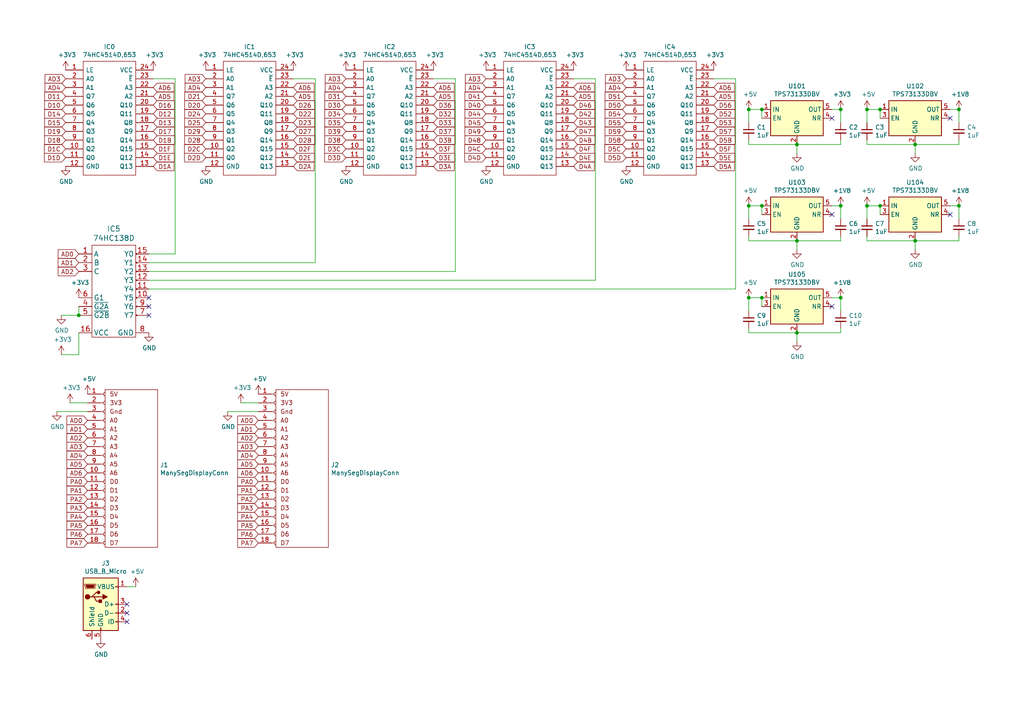
<source format=kicad_sch>
(kicad_sch (version 20211123) (generator eeschema)
  (paper "A4")
  (junction (at 598.17 -256.54))
  (junction (at 231.14 96.52))
  (junction (at 598.17 50.8))
  (junction (at 598.17 -299.72))
  (junction (at 231.14 41.91))
  (junction (at 598.17 -125.73))
  (junction (at 373.38 50.8))
  (junction (at 448.31 -168.91))
  (junction (at 374.65 223.52))
  (junction (at 220.98 31.75))
  (junction (at 373.38 -256.54))
  (junction (at 374.65 266.7))
  (junction (at 220.98 59.69))
  (junction (at 523.24 -386.08))
  (junction (at 598.17 -168.91))
  (junction (at 217.17 86.36))
  (junction (at 243.84 86.36))
  (junction (at 599.44 266.7))
  (junction (at 599.44 223.52))
  (junction (at 599.44 180.34))
  (junction (at 524.51 309.88))
  (junction (at 255.27 59.69))
  (junction (at 448.31 -386.08))
  (junction (at 265.43 41.91))
  (junction (at 373.38 -299.72))
  (junction (at 373.38 -386.08))
  (junction (at 449.58 266.7))
  (junction (at 449.58 223.52))
  (junction (at 278.13 59.69))
  (junction (at 373.38 -342.9))
  (junction (at 22.86 91.44))
  (junction (at 523.24 -212.09))
  (junction (at 524.51 266.7))
  (junction (at 523.24 137.16))
  (junction (at 231.14 69.85))
  (junction (at 448.31 137.16))
  (junction (at 523.24 50.8))
  (junction (at 243.84 31.75))
  (junction (at 524.51 223.52))
  (junction (at 524.51 180.34))
  (junction (at 598.17 7.62))
  (junction (at 449.58 180.34))
  (junction (at 243.84 59.69))
  (junction (at 599.44 309.88))
  (junction (at 374.65 309.88))
  (junction (at 278.13 31.75))
  (junction (at 448.31 -82.55))
  (junction (at 448.31 7.62))
  (junction (at 598.17 137.16))
  (junction (at 523.24 7.62))
  (junction (at 251.46 31.75))
  (junction (at 523.24 -168.91))
  (junction (at 448.31 -212.09))
  (junction (at 449.58 309.88))
  (junction (at 373.38 -82.55))
  (junction (at 251.46 59.69))
  (junction (at 448.31 93.98))
  (junction (at 448.31 -125.73))
  (junction (at 265.43 69.85))
  (junction (at 448.31 50.8))
  (junction (at 523.24 -38.1))
  (junction (at 373.38 93.98))
  (junction (at 448.31 -38.1))
  (junction (at 373.38 -38.1))
  (junction (at 373.38 -168.91))
  (junction (at 374.65 180.34))
  (junction (at 217.17 31.75))
  (junction (at 598.17 93.98))
  (junction (at 373.38 137.16))
  (junction (at 523.24 -82.55))
  (junction (at 373.38 -212.09))
  (junction (at 255.27 31.75))
  (junction (at 598.17 -82.55))
  (junction (at 598.17 -386.08))
  (junction (at 523.24 -342.9))
  (junction (at 523.24 -256.54))
  (junction (at 523.24 -125.73))
  (junction (at 598.17 -342.9))
  (junction (at 523.24 93.98))
  (junction (at 448.31 -342.9))
  (junction (at 448.31 -299.72))
  (junction (at 373.38 -125.73))
  (junction (at 598.17 -212.09))
  (junction (at 220.98 86.36))
  (junction (at 448.31 -256.54))
  (junction (at 217.17 59.69))
  (junction (at 523.24 -299.72))
  (junction (at 598.17 -38.1))
  (junction (at 373.38 7.62))
  (no_connect (at 43.18 91.44))
  (no_connect (at 36.83 177.8))
  (no_connect (at 43.18 88.9))
  (no_connect (at 36.83 180.34))
  (no_connect (at 241.3 34.29))
  (no_connect (at 241.3 62.23))
  (no_connect (at 275.59 34.29))
  (no_connect (at 36.83 175.26))
  (no_connect (at 275.59 62.23))
  (no_connect (at 241.3 88.9))
  (no_connect (at 43.18 86.36))
  (wire (pts (xy 557.53 228.6) (xy 562.61 228.6)))
  (wire (pts (xy 529.59 -111.76) (xy 533.4 -111.76)))
  (wire (pts (xy 278.13 69.85) (xy 265.43 69.85)))
  (wire (pts (xy 332.74 226.06) (xy 336.55 226.06)))
  (wire (pts (xy 336.55 -381) (xy 336.55 -391.16)))
  (wire (pts (xy 449.58 299.72) (xy 407.67 299.72)))
  (wire (pts (xy 558.8 316.23) (xy 563.88 316.23)))
  (wire (pts (xy 220.98 59.69) (xy 217.17 59.69)))
  (wire (pts (xy 600.71 48.26) (xy 598.17 48.26)))
  (wire (pts (xy 336.55 -77.47) (xy 336.55 -87.63)))
  (wire (pts (xy 481.33 -44.45) (xy 501.65 -44.45)))
  (wire (pts (xy 525.78 -355.6) (xy 525.78 -345.44)))
  (wire (pts (xy 533.4 107.95) (xy 533.4 104.14)))
  (wire (pts (xy 334.01 -121.92) (xy 337.82 -121.92)))
  (wire (pts (xy 251.46 59.69) (xy 251.46 63.5)))
  (wire (pts (xy 406.4 86.36) (xy 427.99 86.36)))
  (wire (pts (xy 556.26 -123.19) (xy 560.07 -123.19)))
  (wire (pts (xy 481.33 -392.43) (xy 501.65 -392.43)))
  (wire (pts (xy 410.21 53.34) (xy 410.21 48.26)))
  (wire (pts (xy 556.26 -383.54) (xy 560.07 -383.54)))
  (wire (pts (xy 308.61 -372.11) (xy 308.61 -375.92)))
  (wire (pts (xy 354.33 302.26) (xy 354.33 312.42)))
  (wire (pts (xy 556.26 50.8) (xy 558.8 50.8)))
  (wire (pts (xy 331.47 -5.08) (xy 375.92 -5.08)))
  (wire (pts (xy 373.38 -173.99) (xy 373.38 -179.07)))
  (wire (pts (xy 336.55 88.9) (xy 337.82 88.9)))
  (wire (pts (xy 481.33 -355.6) (xy 525.78 -355.6)))
  (wire (pts (xy 524.51 309.88) (xy 528.32 309.88)))
  (wire (pts (xy 454.66 64.77) (xy 458.47 64.77)))
  (wire (pts (xy 577.85 260.35) (xy 577.85 271.78)))
  (wire (pts (xy 556.26 -254) (xy 560.07 -254)))
  (wire (pts (xy 412.75 -78.74) (xy 412.75 -80.01)))
  (wire (pts (xy 533.4 -198.12) (xy 533.4 -201.93)))
  (wire (pts (xy 558.8 11.43) (xy 562.61 11.43)))
  (wire (pts (xy 563.88 309.88) (xy 599.44 309.88)))
  (wire (pts (xy 525.78 -398.78) (xy 525.78 -388.62)))
  (wire (pts (xy 579.12 302.26) (xy 579.12 312.42)))
  (wire (pts (xy 373.38 -256.54) (xy 377.19 -256.54)))
  (wire (pts (xy 486.41 2.54) (xy 487.68 2.54)))
  (wire (pts (xy 410.21 309.88) (xy 410.21 313.69)))
  (wire (pts (xy 459.74 237.49) (xy 459.74 233.68)))
  (wire (pts (xy 408.94 220.98) (xy 408.94 229.87)))
  (wire (pts (xy 412.75 54.61) (xy 412.75 53.34)))
  (wire (pts (xy 502.92 139.7) (xy 523.24 139.7)))
  (wire (pts (xy 576.58 44.45) (xy 576.58 55.88)))
  (wire (pts (xy 408.94 140.97) (xy 412.75 140.97)))
  (wire (pts (xy 558.8 -212.09) (xy 558.8 -208.28)))
  (wire (pts (xy 448.31 45.72) (xy 448.31 40.64)))
  (wire (pts (xy 527.05 297.18) (xy 527.05 307.34)))
  (wire (pts (xy 599.44 218.44) (xy 599.44 213.36)))
  (wire (pts (xy 336.55 177.8) (xy 339.09 177.8)))
  (wire (pts (xy 502.92 314.96) (xy 524.51 314.96)))
  (wire (pts (xy 243.84 31.75) (xy 241.3 31.75)))
  (wire (pts (xy 529.59 -68.58) (xy 533.4 -68.58)))
  (wire (pts (xy 485.14 -345.44) (xy 487.68 -345.44)))
  (wire (pts (xy 20.32 116.84) (xy 25.4 116.84)))
  (wire (pts (xy 332.74 220.98) (xy 334.01 220.98)))
  (wire (pts (xy 375.92 -189.23) (xy 383.54 -189.23)))
  (wire (pts (xy 458.47 -111.76) (xy 458.47 -115.57)))
  (wire (pts (xy 331.47 -398.78) (xy 375.92 -398.78)))
  (wire (pts (xy 412.75 57.15) (xy 412.75 55.88)))
  (wire (pts (xy 556.26 -391.16) (xy 556.26 -392.43)))
  (wire (pts (xy 557.53 91.44) (xy 557.53 100.33)))
  (wire (pts (xy 339.09 309.88) (xy 374.65 309.88)))
  (wire (pts (xy 308.61 -154.94) (xy 308.61 -158.75)))
  (wire (pts (xy 337.82 140.97) (xy 337.82 139.7)))
  (wire (pts (xy 373.38 -125.73) (xy 377.19 -125.73)))
  (wire (pts (xy 563.88 180.34) (xy 599.44 180.34)))
  (wire (pts (xy 414.02 223.52) (xy 449.58 223.52)))
  (wire (pts (xy 525.78 -224.79) (xy 525.78 -214.63)))
  (wire (pts (xy 557.53 -299.72) (xy 557.53 -298.45)))
  (wire (pts (xy 406.4 -294.64) (xy 411.48 -294.64)))
  (wire (pts (xy 406.4 -35.56) (xy 410.21 -35.56)))
  (wire (pts (xy 557.53 -298.45) (xy 562.61 -298.45)))
  (wire (pts (xy 481.33 -120.65) (xy 486.41 -120.65)))
  (wire (pts (xy 481.33 -125.73) (xy 483.87 -125.73)))
  (wire (pts (xy 502.92 -307.34) (xy 502.92 -297.18)))
  (wire (pts (xy 482.6 297.18) (xy 527.05 297.18)))
  (wire (pts (xy 36.83 170.18) (xy 39.37 170.18)))
  (wire (pts (xy 332.74 217.17) (xy 353.06 217.17)))
  (wire (pts (xy 481.33 -264.16) (xy 502.92 -264.16)))
  (wire (pts (xy 504.19 172.72) (xy 504.19 182.88)))
  (wire (pts (xy 556.26 -302.26) (xy 558.8 -302.26)))
  (wire (pts (xy 561.34 45.72) (xy 562.61 45.72)))
  (wire (pts (xy 450.85 -50.8) (xy 450.85 -40.64)))
  (wire (pts (xy 556.26 -386.08) (xy 558.8 -386.08)))
  (wire (pts (xy 557.53 312.42) (xy 561.34 312.42)))
  (wire (pts (xy 481.33 88.9) (xy 481.33 87.63)))
  (wire (pts (xy 450.85 73.66) (xy 458.47 73.66)))
  (wire (pts (xy 306.07 194.31) (xy 309.88 194.31)))
  (wire (pts (xy 534.67 237.49) (xy 534.67 233.68)))
  (wire (pts (xy 485.14 5.08) (xy 487.68 5.08)))
  (wire (pts (xy 335.28 -85.09) (xy 337.82 -85.09)))
  (wire (pts (xy 523.24 -179.07) (xy 481.33 -179.07)))
  (wire (pts (xy 448.31 -92.71) (xy 406.4 -92.71)))
  (wire (pts (xy 335.28 270.51) (xy 339.09 270.51)))
  (wire (pts (xy 481.33 -304.8) (xy 481.33 -306.07)))
  (wire (pts (xy 426.72 -392.43) (xy 426.72 -381)))
  (wire (pts (xy 406.4 -355.6) (xy 450.85 -355.6)))
  (wire (pts (xy 561.34 -217.17) (xy 562.61 -217.17)))
  (wire (pts (xy 533.4 -154.94) (xy 533.4 -158.75)))
  (wire (pts (xy 576.58 -77.47) (xy 598.17 -77.47)))
  (wire (pts (xy 487.68 218.44) (xy 488.95 218.44)))
  (wire (pts (xy 486.41 -33.02) (xy 486.41 -43.18)))
  (wire (pts (xy 406.4 -262.89) (xy 426.72 -262.89)))
  (wire (pts (xy 560.07 -35.56) (xy 560.07 -40.64)))
  (wire (pts (xy 525.78 73.66) (xy 533.4 73.66)))
  (wire (pts (xy 525.78 -312.42) (xy 525.78 -302.26)))
  (wire (pts (xy 243.84 40.64) (xy 243.84 41.91)))
  (wire (pts (xy 332.74 -31.75) (xy 337.82 -31.75)))
  (wire (pts (xy 373.38 2.54) (xy 373.38 -2.54)))
  (wire (pts (xy 427.99 -393.7) (xy 427.99 -383.54)))
  (wire (pts (xy 529.59 151.13) (xy 533.4 151.13)))
  (wire (pts (xy 337.82 304.8) (xy 339.09 304.8)))
  (wire (pts (xy 487.68 304.8) (xy 488.95 304.8)))
  (wire (pts (xy 407.67 297.18) (xy 452.12 297.18)))
  (wire (pts (xy 406.4 -88.9) (xy 426.72 -88.9)))
  (wire (pts (xy 406.4 -347.98) (xy 406.4 -349.25)))
  (wire (pts (xy 332.74 180.34) (xy 335.28 180.34)))
  (wire (pts (xy 213.36 83.82) (xy 43.18 83.82)))
  (wire (pts (xy 529.59 -328.93) (xy 533.4 -328.93)))
  (wire (pts (xy 562.61 93.98) (xy 598.17 93.98)))
  (wire (pts (xy 561.34 -173.99) (xy 562.61 -173.99)))
  (wire (pts (xy 332.74 48.26) (xy 332.74 57.15)))
  (wire (pts (xy 337.82 -162.56) (xy 337.82 -163.83)))
  (wire (pts (xy 562.61 -298.45) (xy 562.61 -297.18)))
  (wire (pts (xy 557.53 -379.73) (xy 562.61 -379.73)))
  (wire (pts (xy 454.66 -372.11) (xy 458.47 -372.11)))
  (wire (pts (xy 562.61 137.16) (xy 598.17 137.16)))
  (wire (pts (xy 579.12 312.42) (xy 599.44 312.42)))
  (wire (pts (xy 481.33 0) (xy 502.92 0)))
  (wire (pts (xy 332.74 -345.44) (xy 332.74 -336.55)))
  (wire (pts (xy 351.79 -33.02) (xy 373.38 -33.02)))
  (wire (pts (xy 563.88 227.33) (xy 563.88 226.06)))
  (wire (pts (xy 599.44 309.88) (xy 603.25 309.88)))
  (wire (pts (xy 501.65 -306.07) (xy 501.65 -294.64)))
  (wire (pts (xy 487.68 -165.1) (xy 487.68 -166.37)))
  (wire (pts (xy 243.84 68.58) (xy 243.84 69.85)))
  (wire (pts (xy 407.67 167.64) (xy 452.12 167.64)))
  (wire (pts (xy 598.17 50.8) (xy 601.98 50.8)))
  (wire (pts (xy 406.4 -304.8) (xy 406.4 -306.07)))
  (wire (pts (xy 450.85 -398.78) (xy 450.85 -388.62)))
  (wire (pts (xy 335.28 -123.19) (xy 335.28 -128.27)))
  (wire (pts (xy 407.67 309.88) (xy 410.21 309.88)))
  (wire (pts (xy 381 280.67) (xy 384.81 280.67)))
  (wire (pts (xy 375.92 -224.79) (xy 375.92 -214.63)))
  (wire (pts (xy 335.28 -383.54) (xy 335.28 -388.62)))
  (wire (pts (xy 375.92 30.48) (xy 383.54 30.48)))
  (wire (pts (xy 556.26 -381) (xy 561.34 -381)))
  (wire (pts (xy 308.61 -68.58) (xy 308.61 -72.39)))
  (wire (pts (xy 576.58 -262.89) (xy 576.58 -251.46)))
  (wire (pts (xy 407.67 264.16) (xy 408.94 264.16)))
  (wire (pts (xy 481.33 -212.09) (xy 483.87 -212.09)))
  (wire (pts (xy 562.61 185.42) (xy 562.61 175.26)))
  (wire (pts (xy 411.48 -77.47) (xy 411.48 -87.63)))
  (wire (pts (xy 411.48 142.24) (xy 411.48 132.08)))
  (wire (pts (xy 527.05 264.16) (xy 524.51 264.16)))
  (wire (pts (xy 331.47 -133.35) (xy 353.06 -133.35)))
  (wire (pts (xy 533.4 -242.57) (xy 533.4 -246.38)))
  (wire (pts (xy 562.61 7.62) (xy 598.17 7.62)))
  (wire (pts (xy 334.01 11.43) (xy 337.82 11.43)))
  (wire (pts (xy 353.06 -297.18) (xy 373.38 -297.18)))
  (wire (pts (xy 481.33 -87.63) (xy 481.33 -88.9)))
  (wire (pts (xy 562.61 304.8) (xy 563.88 304.8)))
  (wire (pts (xy 336.55 -217.17) (xy 337.82 -217.17)))
  (wire (pts (xy 504.19 259.08) (xy 504.19 269.24)))
  (wire (pts (xy 481.33 -224.79) (xy 525.78 -224.79)))
  (wire (pts (xy 485.14 266.7) (xy 485.14 270.51)))
  (wire (pts (xy 557.53 307.34) (xy 558.8 307.34)))
  (wire (pts (xy 411.48 -120.65) (xy 411.48 -130.81)))
  (wire (pts (xy 501.65 -163.83) (xy 523.24 -163.83)))
  (wire (pts (xy 373.38 -391.16) (xy 373.38 -396.24)))
  (wire (pts (xy 450.85 -128.27) (xy 448.31 -128.27)))
  (wire (pts (xy 407.67 223.52) (xy 410.21 223.52)))
  (wire (pts (xy 429.26 259.08) (xy 429.26 269.24)))
  (wire (pts (xy 452.12 297.18) (xy 452.12 307.34)))
  (wire (pts (xy 332.74 -85.09) (xy 332.74 -76.2)))
  (wire (pts (xy 375.92 -363.22) (xy 383.54 -363.22)))
  (wire (pts (xy 426.72 -132.08) (xy 426.72 -120.65)))
  (wire (pts (xy 481.33 53.34) (xy 485.14 53.34)))
  (wire (pts (xy 486.41 -381) (xy 486.41 -391.16)))
  (wire (pts (xy 334.01 -295.91) (xy 337.82 -295.91)))
  (wire (pts (xy 561.34 264.16) (xy 563.88 264.16)))
  (wire (pts (xy 427.99 -209.55) (xy 448.31 -209.55)))
  (wire (pts (xy 412.75 7.62) (xy 448.31 7.62)))
  (wire (pts (xy 485.14 -302.26) (xy 487.68 -302.26)))
  (wire (pts (xy 335.28 -209.55) (xy 335.28 -214.63)))
  (wire (pts (xy 525.78 -269.24) (xy 525.78 -259.08)))
  (wire (pts (xy 334.01 -38.1) (xy 334.01 -34.29)))
  (wire (pts (xy 487.68 137.16) (xy 523.24 137.16)))
  (wire (pts (xy 450.85 -355.6) (xy 450.85 -345.44)))
  (wire (pts (xy 427.99 -340.36) (xy 448.31 -340.36)))
  (wire (pts (xy 501.65 -88.9) (xy 501.65 -77.47)))
  (wire (pts (xy 377.19 297.18) (xy 377.19 307.34)))
  (wire (pts (xy 527.05 210.82) (xy 527.05 220.98)))
  (wire (pts (xy 525.78 91.44) (xy 523.24 91.44)))
  (wire (pts (xy 502.92 -90.17) (xy 502.92 -80.01)))
  (wire (pts (xy 335.28 -297.18) (xy 335.28 -302.26)))
  (wire (pts (xy 22.86 91.44) (xy 22.86 88.9)))
  (wire (pts (xy 561.34 -347.98) (xy 562.61 -347.98)))
  (wire (pts (xy 407.67 304.8) (xy 407.67 303.53)))
  (wire (pts (xy 375.92 -181.61) (xy 375.92 -171.45)))
  (wire (pts (xy 481.33 12.7) (xy 486.41 12.7)))
  (wire (pts (xy 278.13 40.64) (xy 278.13 41.91)))
  (wire (pts (xy 501.65 -294.64) (xy 523.24 -294.64)))
  (wire (pts (xy 407.67 177.8) (xy 408.94 177.8)))
  (wire (pts (xy 332.74 261.62) (xy 332.74 260.35)))
  (wire (pts (xy 488.95 180.34) (xy 524.51 180.34)))
  (wire (pts (xy 412.75 -252.73) (xy 412.75 -254)))
  (wire (pts (xy 412.75 -212.09) (xy 448.31 -212.09)))
  (wire (pts (xy 524.51 256.54) (xy 482.6 256.54)))
  (wire (pts (xy 426.72 87.63) (xy 426.72 99.06)))
  (wire (pts (xy 482.6 -31.75) (xy 487.68 -31.75)))
  (wire (pts (xy 334.01 177.8) (xy 334.01 186.69)))
  (wire (pts (xy 529.59 -154.94) (xy 533.4 -154.94)))
  (wire (pts (xy 408.94 137.16) (xy 408.94 140.97)))
  (wire (pts (xy 406.4 -312.42) (xy 450.85 -312.42)))
  (wire (pts (xy 448.31 -179.07) (xy 406.4 -179.07)))
  (wire (pts (xy 335.28 -80.01) (xy 335.28 -85.09)))
  (wire (pts (xy 304.8 -372.11) (xy 308.61 -372.11)))
  (wire (pts (xy 481.33 -88.9) (xy 501.65 -88.9)))
  (wire (pts (xy 334.01 186.69) (xy 339.09 186.69)))
  (wire (pts (xy 331.47 -304.8) (xy 331.47 -306.07)))
  (wire (pts (xy 598.17 -43.18) (xy 598.17 -48.26)))
  (wire (pts (xy 412.75 -76.2) (xy 412.75 -77.47)))
  (wire (pts (xy 407.67 -205.74) (xy 412.75 -205.74)))
  (wire (pts (xy 408.94 -82.55) (xy 408.94 -78.74)))
  (wire (pts (xy 375.92 -50.8) (xy 375.92 -40.64)))
  (wire (pts (xy 524.51 218.44) (xy 524.51 213.36)))
  (wire (pts (xy 576.58 -349.25) (xy 576.58 -337.82)))
  (wire (pts (xy 524.51 304.8) (xy 524.51 299.72)))
  (wire (pts (xy 601.98 167.64) (xy 601.98 177.8)))
  (wire (pts (xy 600.71 134.62) (xy 598.17 134.62)))
  (wire (pts (xy 412.75 137.16) (xy 448.31 137.16)))
  (wire (pts (xy 220.98 86.36) (xy 220.98 88.9)))
  (wire (pts (xy 481.33 -38.1) (xy 483.87 -38.1)))
  (wire (pts (xy 373.38 -179.07) (xy 331.47 -179.07)))
  (wire (pts (xy 332.74 228.6) (xy 337.82 228.6)))
  (wire (pts (xy 482.6 -171.45) (xy 482.6 -162.56)))
  (wire (pts (xy 525.78 -302.26) (xy 523.24 -302.26)))
  (wire (pts (xy 523.24 -168.91) (xy 527.05 -168.91)))
  (wire (pts (xy 231.14 69.85) (xy 231.14 72.39)))
  (wire (pts (xy 408.94 -252.73) (xy 412.75 -252.73)))
  (wire (pts (xy 481.33 -388.62) (xy 482.6 -388.62)))
  (wire (pts (xy 530.86 194.31) (xy 534.67 194.31)))
  (wire (pts (xy 481.33 -5.08) (xy 525.78 -5.08)))
  (wire (pts (xy 335.28 -388.62) (xy 337.82 -388.62)))
  (wire (pts (xy 562.61 -205.74) (xy 562.61 -207.01)))
  (wire (pts (xy 481.33 -261.62) (xy 481.33 -262.89)))
  (wire (pts (xy 557.53 172.72) (xy 579.12 172.72)))
  (wire (pts (xy 483.87 220.98) (xy 483.87 229.87)))
  (wire (pts (xy 562.61 -386.08) (xy 598.17 -386.08)))
  (wire (pts (xy 407.67 -250.19) (xy 412.75 -250.19)))
  (wire (pts (xy 487.68 143.51) (xy 487.68 142.24)))
  (wire (pts (xy 556.26 96.52) (xy 560.07 96.52)))
  (wire (pts (xy 337.82 11.43) (xy 337.82 10.16)))
  (wire (pts (xy 337.82 -165.1) (xy 337.82 -166.37)))
  (wire (pts (xy 560.07 -85.09) (xy 562.61 -85.09)))
  (wire (pts (xy 304.8 -285.75) (xy 308.61 -285.75)))
  (wire (pts (xy 377.19 254) (xy 377.19 264.16)))
  (wire (pts (xy 353.06 0) (xy 353.06 10.16)))
  (wire (pts (xy 406.4 -391.16) (xy 406.4 -392.43)))
  (wire (pts (xy 501.65 -381) (xy 523.24 -381)))
  (wire (pts (xy 406.4 -254) (xy 410.21 -254)))
  (wire (pts (xy 375.92 -95.25) (xy 375.92 -85.09)))
  (wire (pts (xy 373.38 -212.09) (xy 377.19 -212.09)))
  (wire (pts (xy 331.47 -224.79) (xy 375.92 -224.79)))
  (wire (pts (xy 560.07 -345.44) (xy 562.61 -345.44)))
  (wire (pts (xy 410.21 5.08) (xy 412.75 5.08)))
  (wire (pts (xy 375.92 -171.45) (xy 373.38 -171.45)))
  (wire (pts (xy 598.17 -82.55) (xy 601.98 -82.55)))
  (wire (pts (xy 375.92 -269.24) (xy 375.92 -259.08)))
  (wire (pts (xy 579.12 182.88) (xy 599.44 182.88)))
  (wire (pts (xy 482.6 185.42) (xy 487.68 185.42)))
  (wire (pts (xy 351.79 -337.82) (xy 373.38 -337.82)))
  (wire (pts (xy 375.92 -58.42) (xy 383.54 -58.42)))
  (wire (pts (xy 556.26 -337.82) (xy 561.34 -337.82)))
  (wire (pts (xy 600.71 38.1) (xy 600.71 48.26)))
  (wire (pts (xy 556.26 -173.99) (xy 556.26 -175.26)))
  (wire (pts (xy 527.05 167.64) (xy 527.05 177.8)))
  (wire (pts (xy 487.68 93.98) (xy 523.24 93.98)))
  (wire (pts (xy 482.6 -162.56) (xy 487.68 -162.56)))
  (wire (pts (xy 481.33 -219.71) (xy 502.92 -219.71)))
  (wire (pts (xy 523.24 -256.54) (xy 527.05 -256.54)))
  (wire (pts (xy 384.81 323.85) (xy 384.81 320.04)))
  (wire (pts (xy 455.93 194.31) (xy 459.74 194.31)))
  (wire (pts (xy 600.71 -259.08) (xy 598.17 -259.08)))
  (wire (pts (xy 334.01 140.97) (xy 337.82 140.97)))
  (wire (pts (xy 448.31 -87.63) (xy 448.31 -92.71)))
  (wire (pts (xy 523.24 -82.55) (xy 527.05 -82.55)))
  (wire (pts (xy 482.6 -40.64) (xy 482.6 -31.75)))
  (wire (pts (xy 408.94 -386.08) (xy 408.94 -382.27)))
  (wire (pts (xy 373.38 137.16) (xy 377.19 137.16)))
  (wire (pts (xy 556.26 -77.47) (xy 561.34 -77.47)))
  (wire (pts (xy 331.47 -163.83) (xy 336.55 -163.83)))
  (wire (pts (xy 407.67 -388.62) (xy 407.67 -379.73)))
  (wire (pts (xy 448.31 -256.54) (xy 452.12 -256.54)))
  (wire (pts (xy 482.6 -205.74) (xy 487.68 -205.74)))
  (wire (pts (xy 482.6 259.08) (xy 504.19 259.08)))
  (wire (pts (xy 334.01 229.87) (xy 339.09 229.87)))
  (wire (pts (xy 406.4 -5.08) (xy 450.85 -5.08)))
  (wire (pts (xy 308.61 -198.12) (xy 308.61 -201.93)))
  (wire (pts (xy 502.92 -297.18) (xy 523.24 -297.18)))
  (wire (pts (xy 502.92 228.6) (xy 524.51 228.6)))
  (wire (pts (xy 406.4 -138.43) (xy 450.85 -138.43)))
  (wire (pts (xy 458.47 -154.94) (xy 458.47 -158.75)))
  (wire (pts (xy 255.27 31.75) (xy 251.46 31.75)))
  (wire (pts (xy 411.48 177.8) (xy 414.02 177.8)))
  (wire (pts (xy 448.31 -217.17) (xy 448.31 -222.25)))
  (wire (pts (xy 482.6 48.26) (xy 482.6 57.15)))
  (wire (pts (xy 556.26 -219.71) (xy 577.85 -219.71)))
  (wire (pts (xy 598.17 40.64) (xy 556.26 40.64)))
  (wire (pts (xy 410.21 184.15) (xy 414.02 184.15)))
  (wire (pts (xy 562.61 -76.2) (xy 562.61 -77.47)))
  (wire (pts (xy 427.99 314.96) (xy 449.58 314.96)))
  (wire (pts (xy 427.99 -80.01) (xy 448.31 -80.01)))
  (wire (pts (xy 598.17 -168.91) (xy 601.98 -168.91)))
  (wire (pts (xy 525.78 -40.64) (xy 523.24 -40.64)))
  (wire (pts (xy 482.6 269.24) (xy 486.41 269.24)))
  (wire (pts (xy 332.74 259.08) (xy 354.33 259.08)))
  (wire (pts (xy 556.26 0) (xy 577.85 0)))
  (wire (pts (xy 406.4 -342.9) (xy 408.94 -342.9)))
  (wire (pts (xy 334.01 -212.09) (xy 334.01 -208.28)))
  (wire (pts (xy 375.92 124.46) (xy 375.92 134.62)))
  (wire (pts (xy 481.33 -163.83) (xy 486.41 -163.83)))
  (wire (pts (xy 599.44 180.34) (xy 603.25 180.34)))
  (wire (pts (xy 337.82 54.61) (xy 337.82 53.34)))
  (wire (pts (xy 481.33 -176.53) (xy 502.92 -176.53)))
  (wire (pts (xy 534.67 194.31) (xy 534.67 190.5)))
  (wire (pts (xy 354.33 182.88) (xy 374.65 182.88)))
  (wire (pts (xy 332.74 -379.73) (xy 337.82 -379.73)))
  (wire (pts (xy 556.26 139.7) (xy 560.07 139.7)))
  (wire (pts (xy 455.93 323.85) (xy 459.74 323.85)))
  (wire (pts (xy 557.53 254) (xy 601.98 254)))
  (wire (pts (xy 523.24 -43.18) (xy 523.24 -48.26)))
  (wire (pts (xy 408.94 307.34) (xy 408.94 316.23)))
  (wire (pts (xy 406.4 -256.54) (xy 408.94 -256.54)))
  (wire (pts (xy 408.94 186.69) (xy 414.02 186.69)))
  (wire (pts (xy 482.6 -293.37) (xy 487.68 -293.37)))
  (wire (pts (xy 331.47 38.1) (xy 375.92 38.1)))
  (wire (pts (xy 351.79 -120.65) (xy 373.38 -120.65)))
  (wire (pts (xy 332.74 -388.62) (xy 332.74 -379.73)))
  (wire (pts (xy 373.38 40.64) (xy 331.47 40.64)))
  (wire (pts (xy 373.38 -396.24) (xy 331.47 -396.24)))
  (wire (pts (xy 336.55 2.54) (xy 337.82 2.54)))
  (wire (pts (xy 337.82 -382.27) (xy 337.82 -383.54)))
  (wire (pts (xy 406.4 5.08) (xy 407.67 5.08)))
  (wire (pts (xy 426.72 -163.83) (xy 448.31 -163.83)))
  (wire (pts (xy 406.4 -306.07) (xy 426.72 -306.07)))
  (wire (pts (xy 450.85 -214.63) (xy 448.31 -214.63)))
  (wire (pts (xy 557.53 302.26) (xy 579.12 302.26)))
  (wire (pts (xy 353.06 -90.17) (xy 353.06 -80.01)))
  (wire (pts (xy 377.19 160.02) (xy 384.81 160.02)))
  (wire (pts (xy 502.92 10.16) (xy 523.24 10.16)))
  (wire (pts (xy 332.74 304.8) (xy 332.74 303.53)))
  (wire (pts (xy 485.14 48.26) (xy 487.68 48.26)))
  (wire (pts (xy 383.54 21.59) (xy 383.54 17.78)))
  (wire (pts (xy 450.85 -276.86) (xy 458.47 -276.86)))
  (wire (pts (xy 304.8 -242.57) (xy 308.61 -242.57)))
  (wire (pts (xy 502.92 217.17) (xy 502.92 228.6)))
  (wire (pts (xy 561.34 2.54) (xy 562.61 2.54)))
  (wire (pts (xy 332.74 297.18) (xy 377.19 297.18)))
  (wire (pts (xy 558.8 7.62) (xy 558.8 11.43)))
  (wire (pts (xy 485.14 96.52) (xy 485.14 91.44)))
  (wire (pts (xy 448.31 -347.98) (xy 448.31 -353.06)))
  (wire (pts (xy 482.6 260.35) (xy 502.92 260.35)))
  (wire (pts (xy 557.53 182.88) (xy 561.34 182.88)))
  (wire (pts (xy 556.26 -307.34) (xy 577.85 -307.34)))
  (wire (pts (xy 561.34 269.24) (xy 561.34 264.16)))
  (wire (pts (xy 560.07 -297.18) (xy 560.07 -302.26)))
  (wire (pts (xy 485.14 -40.64) (xy 487.68 -40.64)))
  (wire (pts (xy 339.09 223.52) (xy 374.65 223.52)))
  (wire (pts (xy 482.6 307.34) (xy 483.87 307.34)))
  (wire (pts (xy 501.65 -132.08) (xy 501.65 -120.65)))
  (wire (pts (xy 379.73 -24.13) (xy 383.54 -24.13)))
  (wire (pts (xy 406.4 -209.55) (xy 410.21 -209.55)))
  (wire (pts (xy 353.06 -254) (xy 373.38 -254)))
  (wire (pts (xy 483.87 -295.91) (xy 487.68 -295.91)))
  (wire (pts (xy 481.33 130.81) (xy 501.65 130.81)))
  (wire (pts (xy 556.26 81.28) (xy 600.71 81.28)))
  (wire (pts (xy 501.65 12.7) (xy 523.24 12.7)))
  (wire (pts (xy 373.38 45.72) (xy 373.38 40.64)))
  (wire (pts (xy 331.47 -90.17) (xy 353.06 -90.17)))
  (wire (pts (xy 331.47 50.8) (xy 334.01 50.8)))
  (wire (pts (xy 332.74 -250.19) (xy 337.82 -250.19)))
  (wire (pts (xy 426.72 55.88) (xy 448.31 55.88)))
  (wire (pts (xy 43.18 73.66) (xy 50.8 73.66)))
  (wire (pts (xy 408.94 -165.1) (xy 412.75 -165.1)))
  (wire (pts (xy 412.75 140.97) (xy 412.75 139.7)))
  (wire (pts (xy 481.33 -381) (xy 486.41 -381)))
  (wire (pts (xy 556.26 -312.42) (xy 600.71 -312.42)))
  (wire (pts (xy 576.58 130.81) (xy 576.58 142.24)))
  (wire (pts (xy 560.07 -40.64) (xy 562.61 -40.64)))
  (wire (pts (xy 381 237.49) (xy 384.81 237.49)))
  (wire (pts (xy 601.98 254) (xy 601.98 264.16)))
  (wire (pts (xy 486.41 -217.17) (xy 487.68 -217.17)))
  (wire (pts (xy 411.48 -87.63) (xy 412.75 -87.63)))
  (wire (pts (xy 487.68 -125.73) (xy 523.24 -125.73)))
  (wire (pts (xy 598.17 45.72) (xy 598.17 40.64)))
  (wire (pts (xy 576.58 12.7) (xy 598.17 12.7)))
  (wire (pts (xy 577.85 -307.34) (xy 577.85 -297.18)))
  (wire (pts (xy 560.07 -128.27) (xy 562.61 -128.27)))
  (wire (pts (xy 557.53 13.97) (xy 562.61 13.97)))
  (wire (pts (xy 557.53 167.64) (xy 601.98 167.64)))
  (wire (pts (xy 426.72 -306.07) (xy 426.72 -294.64)))
  (wire (pts (xy 411.48 -261.62) (xy 412.75 -261.62)))
  (wire (pts (xy 488.95 184.15) (xy 488.95 182.88)))
  (wire (pts (xy 411.48 264.16) (xy 414.02 264.16)))
  (wire (pts (xy 410.21 266.7) (xy 410.21 270.51)))
  (wire (pts (xy 481.33 93.98) (xy 483.87 93.98)))
  (wire (pts (xy 332.74 312.42) (xy 336.55 312.42)))
  (wire (pts (xy 331.47 -38.1) (xy 334.01 -38.1)))
  (wire (pts (xy 556.26 91.44) (xy 557.53 91.44)))
  (wire (pts (xy 481.33 38.1) (xy 525.78 38.1)))
  (wire (pts (xy 556.26 87.63) (xy 576.58 87.63)))
  (wire (pts (xy 525.78 -276.86) (xy 533.4 -276.86)))
  (wire (pts (xy 300.99 -406.4) (xy 308.61 -406.4)))
  (wire (pts (xy 487.68 -339.09) (xy 487.68 -340.36)))
  (wire (pts (xy 558.8 -256.54) (xy 558.8 -252.73)))
  (wire (pts (xy 354.33 226.06) (xy 374.65 226.06)))
  (wire (pts (xy 375.92 -355.6) (xy 375.92 -345.44)))
  (wire (pts (xy 408.94 273.05) (xy 414.02 273.05)))
  (wire (pts (xy 523.24 50.8) (xy 527.05 50.8)))
  (wire (pts (xy 523.24 45.72) (xy 523.24 40.64)))
  (wire (pts (xy 243.84 59.69) (xy 243.84 63.5)))
  (wire (pts (xy 337.82 137.16) (xy 373.38 137.16)))
  (wire (pts (xy 481.33 -345.44) (xy 482.6 -345.44)))
  (wire (pts (xy 335.28 184.15) (xy 339.09 184.15)))
  (wire (pts (xy 561.34 -87.63) (xy 562.61 -87.63)))
  (wire (pts (xy 487.68 -38.1) (xy 523.24 -38.1)))
  (wire (pts (xy 562.61 -336.55) (xy 562.61 -337.82)))
  (wire (pts (xy 448.31 40.64) (xy 406.4 40.64)))
  (wire (pts (xy 486.41 -261.62) (xy 487.68 -261.62)))
  (wire (pts (xy 427.99 -264.16) (xy 427.99 -254)))
  (wire (pts (xy 557.53 -205.74) (xy 562.61 -205.74)))
  (wire (pts (xy 217.17 41.91) (xy 231.14 41.91)))
  (wire (pts (xy 558.8 97.79) (xy 562.61 97.79)))
  (wire (pts (xy 410.21 -171.45) (xy 412.75 -171.45)))
  (wire (pts (xy 414.02 266.7) (xy 449.58 266.7)))
  (wire (pts (xy 339.09 273.05) (xy 339.09 271.78)))
  (wire (pts (xy 450.85 -58.42) (xy 458.47 -58.42)))
  (wire (pts (xy 488.95 186.69) (xy 488.95 185.42)))
  (wire (pts (xy 562.61 54.61) (xy 562.61 53.34)))
  (wire (pts (xy 556.26 5.08) (xy 557.53 5.08)))
  (wire (pts (xy 450.85 -232.41) (xy 458.47 -232.41)))
  (wire (pts (xy 482.6 309.88) (xy 485.14 309.88)))
  (wire (pts (xy 300.99 73.66) (xy 308.61 73.66)))
  (wire (pts (xy 450.85 134.62) (xy 448.31 134.62)))
  (wire (pts (xy 406.4 -40.64) (xy 407.67 -40.64)))
  (wire (pts (xy 300.99 -276.86) (xy 308.61 -276.86)))
  (wire (pts (xy 331.47 -214.63) (xy 332.74 -214.63)))
  (wire (pts (xy 487.68 -379.73) (xy 487.68 -381)))
  (wire (pts (xy 406.4 81.28) (xy 450.85 81.28)))
  (wire (pts (xy 427.99 -90.17) (xy 427.99 -80.01)))
  (wire (pts (xy 407.67 302.26) (xy 429.26 302.26)))
  (wire (pts (xy 429.26 269.24) (xy 449.58 269.24)))
  (wire (pts (xy 406.4 -87.63) (xy 406.4 -88.9)))
  (wire (pts (xy 557.53 210.82) (xy 601.98 210.82)))
  (wire (pts (xy 576.58 87.63) (xy 576.58 99.06)))
  (wire (pts (xy 373.38 -48.26) (xy 331.47 -48.26)))
  (wire (pts (xy 560.07 313.69) (xy 563.88 313.69)))
  (wire (pts (xy 337.82 -76.2) (xy 337.82 -77.47)))
  (wire (pts (xy 482.6 -214.63) (xy 482.6 -205.74)))
  (wire (pts (xy 408.94 229.87) (xy 414.02 229.87)))
  (wire (pts (xy 485.14 223.52) (xy 485.14 227.33)))
  (wire (pts (xy 207.01 22.86) (xy 213.36 22.86)))
  (wire (pts (xy 452.12 160.02) (xy 459.74 160.02)))
  (wire (pts (xy 406.4 87.63) (xy 406.4 88.9)))
  (wire (pts (xy 407.67 5.08) (xy 407.67 13.97)))
  (wire (pts (xy 525.78 -85.09) (xy 523.24 -85.09)))
  (wire (pts (xy 502.92 -340.36) (xy 523.24 -340.36)))
  (wire (pts (xy 308.61 -24.13) (xy 308.61 -27.94)))
  (wire (pts (xy 600.71 -171.45) (xy 598.17 -171.45)))
  (wire (pts (xy 449.58 175.26) (xy 449.58 170.18)))
  (wire (pts (xy 487.68 50.8) (xy 523.24 50.8)))
  (wire (pts (xy 334.01 50.8) (xy 334.01 54.61)))
  (wire (pts (xy 598.17 -396.24) (xy 556.26 -396.24)))
  (wire (pts (xy 408.94 -256.54) (xy 408.94 -252.73)))
  (wire (pts (xy 331.47 -299.72) (xy 334.01 -299.72)))
  (wire (pts (xy 563.88 316.23) (xy 563.88 314.96)))
  (wire (pts (xy 450.85 30.48) (xy 458.47 30.48)))
  (wire (pts (xy 449.58 261.62) (xy 449.58 256.54)))
  (wire (pts (xy 336.55 132.08) (xy 337.82 132.08)))
  (wire (pts (xy 251.46 40.64) (xy 251.46 41.91)))
  (wire (pts (xy 331.47 -264.16) (xy 353.06 -264.16)))
  (wire (pts (xy 408.94 -38.1) (xy 408.94 -34.29)))
  (wire (pts (xy 481.33 -77.47) (xy 486.41 -77.47)))
  (wire (pts (xy 336.55 -173.99) (xy 337.82 -173.99)))
  (wire (pts (xy 332.74 -293.37) (xy 337.82 -293.37)))
  (wire (pts (xy 406.4 -171.45) (xy 407.67 -171.45)))
  (wire (pts (xy 411.48 132.08) (xy 412.75 132.08)))
  (wire (pts (xy 335.28 313.69) (xy 339.09 313.69)))
  (wire (pts (xy 407.67 -119.38) (xy 412.75 -119.38)))
  (wire (pts (xy 377.19 167.64) (xy 377.19 177.8)))
  (wire (pts (xy 66.04 119.38) (xy 74.93 119.38)))
  (wire (pts (xy 331.47 2.54) (xy 331.47 1.27)))
  (wire (pts (xy 454.66 -68.58) (xy 458.47 -68.58)))
  (wire (pts (xy 336.55 264.16) (xy 339.09 264.16)))
  (wire (pts (xy 411.48 -347.98) (xy 412.75 -347.98)))
  (wire (pts (xy 412.75 -382.27) (xy 412.75 -383.54)))
  (wire (pts (xy 577.85 -166.37) (xy 598.17 -166.37)))
  (wire (pts (xy 337.82 228.6) (xy 337.82 218.44)))
  (wire (pts (xy 562.61 -162.56) (xy 562.61 -163.83)))
  (wire (pts (xy 481.33 129.54) (xy 502.92 129.54)))
  (wire (pts (xy 351.79 -349.25) (xy 351.79 -337.82)))
  (wire (pts (xy 353.06 -80.01) (xy 373.38 -80.01)))
  (wire (pts (xy 406.4 -82.55) (xy 408.94 -82.55)))
  (wire (pts (xy 486.41 -251.46) (xy 486.41 -261.62)))
  (wire (pts (xy 556.26 10.16) (xy 560.07 10.16)))
  (wire (pts (xy 450.85 -259.08) (xy 448.31 -259.08)))
  (wire (pts (xy 556.26 -171.45) (xy 557.53 -171.45)))
  (wire (pts (xy 336.55 -337.82) (xy 336.55 -347.98)))
  (wire (pts (xy 556.26 -35.56) (xy 560.07 -35.56)))
  (wire (pts (xy 448.31 -48.26) (xy 406.4 -48.26)))
  (wire (pts (xy 408.94 -121.92) (xy 412.75 -121.92)))
  (wire (pts (xy 332.74 266.7) (xy 335.28 266.7)))
  (wire (pts (xy 483.87 -299.72) (xy 483.87 -295.91)))
  (wire (pts (xy 450.85 -224.79) (xy 450.85 -214.63)))
  (wire (pts (xy 487.68 -34.29) (xy 487.68 -35.56)))
  (wire (pts (xy 410.21 -345.44) (xy 412.75 -345.44)))
  (wire (pts (xy 558.8 140.97) (xy 562.61 140.97)))
  (wire (pts (xy 331.47 -120.65) (xy 336.55 -120.65)))
  (wire (pts (xy 331.47 -123.19) (xy 335.28 -123.19)))
  (wire (pts (xy 332.74 143.51) (xy 337.82 143.51)))
  (wire (pts (xy 562.61 261.62) (xy 563.88 261.62)))
  (wire (pts (xy 354.33 312.42) (xy 374.65 312.42)))
  (wire (pts (xy 525.78 81.28) (xy 525.78 91.44)))
  (wire (pts (xy 411.48 -207.01) (xy 411.48 -217.17)))
  (wire (pts (xy 481.33 81.28) (xy 525.78 81.28)))
  (wire (pts (xy 485.14 10.16) (xy 485.14 5.08)))
  (wire (pts (xy 337.82 -34.29) (xy 337.82 -35.56)))
  (wire (pts (xy 412.75 -295.91) (xy 412.75 -297.18)))
  (wire (pts (xy 308.61 21.59) (xy 308.61 17.78)))
  (wire (pts (xy 408.94 11.43) (xy 412.75 11.43)))
  (wire (pts (xy 336.55 -294.64) (xy 336.55 -304.8)))
  (wire (pts (xy 407.67 185.42) (xy 412.75 185.42)))
  (wire (pts (xy 375.92 116.84) (xy 383.54 116.84)))
  (wire (pts (xy 556.26 137.16) (xy 558.8 137.16)))
  (wire (pts (xy 482.6 304.8) (xy 482.6 303.53)))
  (wire (pts (xy 351.79 -207.01) (xy 373.38 -207.01)))
  (wire (pts (xy 599.44 213.36) (xy 557.53 213.36)))
  (wire (pts (xy 487.68 -208.28) (xy 487.68 -209.55)))
  (wire (pts (xy 412.75 228.6) (xy 412.75 218.44)))
  (wire (pts (xy 331.47 -219.71) (xy 353.06 -219.71)))
  (wire (pts (xy 556.26 -392.43) (xy 576.58 -392.43)))
  (wire (pts (xy 487.68 -299.72) (xy 523.24 -299.72)))
  (wire (pts (xy 332.74 -128.27) (xy 332.74 -119.38)))
  (wire (pts (xy 331.47 137.16) (xy 334.01 137.16)))
  (wire (pts (xy 576.58 99.06) (xy 598.17 99.06)))
  (wire (pts (xy 406.4 -168.91) (xy 408.94 -168.91)))
  (wire (pts (xy 560.07 134.62) (xy 562.61 134.62)))
  (wire (pts (xy 556.26 -212.09) (xy 558.8 -212.09)))
  (wire (pts (xy 557.53 100.33) (xy 562.61 100.33)))
  (wire (pts (xy 337.82 -78.74) (xy 337.82 -80.01)))
  (wire (pts (xy 331.47 -209.55) (xy 335.28 -209.55)))
  (wire (pts (xy 353.06 -307.34) (xy 353.06 -297.18)))
  (wire (pts (xy 598.17 -212.09) (xy 601.98 -212.09)))
  (wire (pts (xy 383.54 -328.93) (xy 383.54 -332.74)))
  (wire (pts (xy 523.24 -391.16) (xy 523.24 -396.24)))
  (wire (pts (xy 576.58 -294.64) (xy 598.17 -294.64)))
  (wire (pts (xy 533.4 64.77) (xy 533.4 60.96)))
  (wire (pts (xy 504.19 312.42) (xy 524.51 312.42)))
  (wire (pts (xy 556.26 -306.07) (xy 576.58 -306.07)))
  (wire (pts (xy 332.74 177.8) (xy 334.01 177.8)))
  (wire (pts (xy 562.61 -34.29) (xy 562.61 -35.56)))
  (wire (pts (xy 600.71 -355.6) (xy 600.71 -345.44)))
  (wire (pts (xy 523.24 -353.06) (xy 481.33 -353.06)))
  (wire (pts (xy 487.68 228.6) (xy 487.68 218.44)))
  (wire (pts (xy 406.4 132.08) (xy 406.4 130.81)))
  (wire (pts (xy 525.78 -320.04) (xy 533.4 -320.04)))
  (wire (pts (xy 557.53 143.51) (xy 562.61 143.51)))
  (wire (pts (xy 406.4 -251.46) (xy 411.48 -251.46)))
  (wire (pts (xy 502.92 53.34) (xy 523.24 53.34)))
  (wire (pts (xy 410.21 -254) (xy 410.21 -259.08)))
  (wire (pts (xy 410.21 -40.64) (xy 412.75 -40.64)))
  (wire (pts (xy 485.14 -214.63) (xy 487.68 -214.63)))
  (wire (pts (xy 523.24 127) (xy 481.33 127)))
  (wire (pts (xy 351.79 -77.47) (xy 373.38 -77.47)))
  (wire (pts (xy 481.33 -33.02) (xy 486.41 -33.02)))
  (wire (pts (xy 600.71 -398.78) (xy 600.71 -388.62)))
  (wire (pts (xy 450.85 -171.45) (xy 448.31 -171.45)))
  (wire (pts (xy 557.53 223.52) (xy 560.07 223.52)))
  (wire (pts (xy 600.71 -388.62) (xy 598.17 -388.62)))
  (wire (pts (xy 558.8 -208.28) (xy 562.61 -208.28)))
  (wire (pts (xy 483.87 -165.1) (xy 487.68 -165.1)))
  (wire (pts (xy 502.92 86.36) (xy 502.92 96.52)))
  (wire (pts (xy 501.65 -337.82) (xy 523.24 -337.82)))
  (wire (pts (xy 406.4 -123.19) (xy 410.21 -123.19)))
  (wire (pts (xy 408.94 -295.91) (xy 412.75 -295.91)))
  (wire (pts (xy 410.21 180.34) (xy 410.21 184.15)))
  (wire (pts (xy 481.33 -128.27) (xy 482.6 -128.27)))
  (wire (pts (xy 337.82 -121.92) (xy 337.82 -123.19)))
  (wire (pts (xy 482.6 266.7) (xy 485.14 266.7)))
  (wire (pts (xy 600.71 -312.42) (xy 600.71 -302.26)))
  (wire (pts (xy 408.94 -125.73) (xy 408.94 -121.92)))
  (wire (pts (xy 483.87 97.79) (xy 487.68 97.79)))
  (wire (pts (xy 304.8 151.13) (xy 308.61 151.13)))
  (wire (pts (xy 412.75 -34.29) (xy 412.75 -35.56)))
  (wire (pts (xy 375.92 -320.04) (xy 383.54 -320.04)))
  (wire (pts (xy 406.4 -218.44) (xy 426.72 -218.44)))
  (wire (pts (xy 331.47 -125.73) (xy 334.01 -125.73)))
  (wire (pts (xy 525.78 -259.08) (xy 523.24 -259.08)))
  (wire (pts (xy 332.74 167.64) (xy 377.19 167.64)))
  (wire (pts (xy 331.47 -207.01) (xy 336.55 -207.01)))
  (wire (pts (xy 231.14 41.91) (xy 231.14 44.45)))
  (wire (pts (xy 309.88 237.49) (xy 309.88 233.68)))
  (wire (pts (xy 600.71 -269.24) (xy 600.71 -259.08)))
  (wire (pts (xy 486.41 -391.16) (xy 487.68 -391.16)))
  (wire (pts (xy 231.14 96.52) (xy 231.14 99.06)))
  (wire (pts (xy 598.17 -135.89) (xy 556.26 -135.89)))
  (wire (pts (xy 483.87 -125.73) (xy 483.87 -121.92)))
  (wire (pts (xy 486.41 -173.99) (xy 487.68 -173.99)))
  (wire (pts (xy 406.4 129.54) (xy 427.99 129.54)))
  (wire (pts (xy 17.78 102.87) (xy 22.86 102.87)))
  (wire (pts (xy 172.72 22.86) (xy 166.37 22.86)))
  (wire (pts (xy 448.31 50.8) (xy 452.12 50.8)))
  (wire (pts (xy 375.92 -406.4) (xy 383.54 -406.4)))
  (wire (pts (xy 487.68 271.78) (xy 487.68 261.62)))
  (wire (pts (xy 579.12 172.72) (xy 579.12 182.88)))
  (wire (pts (xy 486.41 -207.01) (xy 486.41 -217.17)))
  (wire (pts (xy 337.82 -38.1) (xy 373.38 -38.1)))
  (wire (pts (xy 406.4 45.72) (xy 406.4 44.45)))
  (wire (pts (xy 527.05 254) (xy 527.05 264.16)))
  (wire (pts (xy 448.31 -266.7) (xy 406.4 -266.7)))
  (wire (pts (xy 487.68 -250.19) (xy 487.68 -251.46)))
  (wire (pts (xy 217.17 59.69) (xy 217.17 63.5)))
  (wire (pts (xy 414.02 273.05) (xy 414.02 271.78)))
  (wire (pts (xy 300.99 -102.87) (xy 308.61 -102.87)))
  (wire (pts (xy 481.33 -90.17) (xy 502.92 -90.17)))
  (wire (pts (xy 384.81 237.49) (xy 384.81 233.68)))
  (wire (pts (xy 220.98 59.69) (xy 220.98 62.23)))
  (wire (pts (xy 43.18 76.2) (xy 91.44 76.2)))
  (wire (pts (xy 332.74 303.53) (xy 353.06 303.53)))
  (wire (pts (xy 331.47 -44.45) (xy 351.79 -44.45)))
  (wire (pts (xy 557.53 271.78) (xy 562.61 271.78)))
  (wire (pts (xy 562.61 -293.37) (xy 562.61 -294.64)))
  (wire (pts (xy 523.24 -266.7) (xy 481.33 -266.7)))
  (wire (pts (xy 412.75 175.26) (xy 414.02 175.26)))
  (wire (pts (xy 255.27 31.75) (xy 255.27 34.29)))
  (wire (pts (xy 374.65 180.34) (xy 378.46 180.34)))
  (wire (pts (xy 556.26 -85.09) (xy 557.53 -85.09)))
  (wire (pts (xy 455.93 280.67) (xy 459.74 280.67)))
  (wire (pts (xy 556.26 -224.79) (xy 600.71 -224.79)))
  (wire (pts (xy 556.26 -40.64) (xy 557.53 -40.64)))
  (wire (pts (xy 332.74 314.96) (xy 337.82 314.96)))
  (wire (pts (xy 481.33 99.06) (xy 486.41 99.06)))
  (wire (pts (xy 560.07 -340.36) (xy 560.07 -345.44)))
  (wire (pts (xy 556.26 -256.54) (xy 558.8 -256.54)))
  (wire (pts (xy 598.17 -92.71) (xy 556.26 -92.71)))
  (wire (pts (xy 406.4 -392.43) (xy 426.72 -392.43)))
  (wire (pts (xy 373.38 132.08) (xy 373.38 127)))
  (wire (pts (xy 561.34 99.06) (xy 561.34 88.9)))
  (wire (pts (xy 502.92 303.53) (xy 502.92 314.96)))
  (wire (pts (xy 429.26 302.26) (xy 429.26 312.42)))
  (wire (pts (xy 481.33 1.27) (xy 501.65 1.27)))
  (wire (pts (xy 411.48 307.34) (xy 414.02 307.34)))
  (wire (pts (xy 561.34 307.34) (xy 563.88 307.34)))
  (wire (pts (xy 558.8 50.8) (xy 558.8 54.61)))
  (wire (pts (xy 501.65 -120.65) (xy 523.24 -120.65)))
  (wire (pts (xy 332.74 175.26) (xy 332.74 173.99)))
  (wire (pts (xy 353.06 -166.37) (xy 373.38 -166.37)))
  (wire (pts (xy 450.85 -12.7) (xy 458.47 -12.7)))
  (wire (pts (xy 598.17 -217.17) (xy 598.17 -222.25)))
  (wire (pts (xy 426.72 -251.46) (xy 448.31 -251.46)))
  (wire (pts (xy 406.4 139.7) (xy 410.21 139.7)))
  (wire (pts (xy 448.31 2.54) (xy 448.31 -2.54)))
  (wire (pts (xy 302.26 246.38) (xy 309.88 246.38)))
  (wire (pts (xy 331.47 -393.7) (xy 353.06 -393.7)))
  (wire (pts (xy 452.12 220.98) (xy 449.58 220.98)))
  (wire (pts (xy 523.24 83.82) (xy 481.33 83.82)))
  (wire (pts (xy 557.53 134.62) (xy 557.53 143.51)))
  (wire (pts (xy 527.05 246.38) (xy 534.67 246.38)))
  (wire (pts (xy 353.06 -350.52) (xy 353.06 -340.36)))
  (wire (pts (xy 529.59 -285.75) (xy 533.4 -285.75)))
  (wire (pts (xy 300.99 -320.04) (xy 308.61 -320.04)))
  (wire (pts (xy 501.65 -262.89) (xy 501.65 -251.46)))
  (wire (pts (xy 448.31 -135.89) (xy 406.4 -135.89)))
  (wire (pts (xy 488.95 227.33) (xy 488.95 226.06)))
  (wire (pts (xy 486.41 132.08) (xy 487.68 132.08)))
  (wire (pts (xy 351.79 -132.08) (xy 351.79 -120.65)))
  (wire (pts (xy 335.28 180.34) (xy 335.28 184.15)))
  (wire (pts (xy 373.38 50.8) (xy 377.19 50.8)))
  (wire (pts (xy 331.47 10.16) (xy 335.28 10.16)))
  (wire (pts (xy 304.8 -111.76) (xy 308.61 -111.76)))
  (wire (pts (xy 379.73 107.95) (xy 383.54 107.95)))
  (wire (pts (xy 502.92 -133.35) (xy 502.92 -123.19)))
  (wire (pts (xy 337.82 271.78) (xy 337.82 261.62)))
  (wire (pts (xy 523.24 88.9) (xy 523.24 83.82)))
  (wire (pts (xy 410.21 223.52) (xy 410.21 227.33)))
  (wire (pts (xy 374.65 223.52) (xy 378.46 223.52)))
  (wire (pts (xy 452.12 307.34) (xy 449.58 307.34)))
  (wire (pts (xy 486.41 -163.83) (xy 486.41 -173.99)))
  (wire (pts (xy 556.26 -87.63) (xy 556.26 -88.9)))
  (wire (pts (xy 426.72 -262.89) (xy 426.72 -251.46)))
  (wire (pts (xy 502.92 -264.16) (xy 502.92 -254)))
  (wire (pts (xy 407.67 226.06) (xy 411.48 226.06)))
  (wire (pts (xy 529.59 -198.12) (xy 533.4 -198.12)))
  (wire (pts (xy 337.82 218.44) (xy 339.09 218.44)))
  (wire (pts (xy 481.33 -349.25) (xy 501.65 -349.25)))
  (wire (pts (xy 487.68 -386.08) (xy 523.24 -386.08)))
  (wire (pts (xy 337.82 7.62) (xy 373.38 7.62)))
  (wire (pts (xy 577.85 -80.01) (xy 598.17 -80.01)))
  (wire (pts (xy 331.47 91.44) (xy 332.74 91.44)))
  (wire (pts (xy 406.4 -50.8) (xy 450.85 -50.8)))
  (wire (pts (xy 450.85 -138.43) (xy 450.85 -128.27)))
  (wire (pts (xy 406.4 -95.25) (xy 450.85 -95.25)))
  (wire (pts (xy 448.31 -43.18) (xy 448.31 -48.26)))
  (wire (pts (xy 351.79 -218.44) (xy 351.79 -207.01)))
  (wire (pts (xy 334.01 93.98) (xy 334.01 97.79)))
  (wire (pts (xy 483.87 7.62) (xy 483.87 11.43)))
  (wire (pts (xy 336.55 -391.16) (xy 337.82 -391.16)))
  (wire (pts (xy 556.26 -80.01) (xy 560.07 -80.01)))
  (wire (pts (xy 449.58 309.88) (xy 453.39 309.88)))
  (wire (pts (xy 504.19 226.06) (xy 524.51 226.06)))
  (wire (pts (xy 482.6 177.8) (xy 483.87 177.8)))
  (wire (pts (xy 407.67 228.6) (xy 412.75 228.6)))
  (wire (pts (xy 332.74 182.88) (xy 336.55 182.88)))
  (wire (pts (xy 529.59 107.95) (xy 533.4 107.95)))
  (wire (pts (xy 429.26 312.42) (xy 449.58 312.42)))
  (wire (pts (xy 481.33 -130.81) (xy 481.33 -132.08)))
  (wire (pts (xy 487.68 -295.91) (xy 487.68 -297.18)))
  (wire (pts (xy 336.55 226.06) (xy 336.55 220.98)))
  (wire (pts (xy 523.24 -304.8) (xy 523.24 -309.88)))
  (wire (pts (xy 406.4 -130.81) (xy 406.4 -132.08)))
  (wire (pts (xy 334.01 -82.55) (xy 334.01 -78.74)))
  (wire (pts (xy 426.72 44.45) (xy 426.72 55.88)))
  (wire (pts (xy 411.48 220.98) (xy 414.02 220.98)))
  (wire (pts (xy 406.4 137.16) (xy 408.94 137.16)))
  (wire (pts (xy 332.74 13.97) (xy 337.82 13.97)))
  (wire (pts (xy 481.33 -337.82) (xy 486.41 -337.82)))
  (wire (pts (xy 406.4 134.62) (xy 407.67 134.62)))
  (wire (pts (xy 501.65 -175.26) (xy 501.65 -163.83)))
  (wire (pts (xy 556.26 2.54) (xy 556.26 1.27)))
  (wire (pts (xy 525.78 -232.41) (xy 533.4 -232.41)))
  (wire (pts (xy 336.55 55.88) (xy 336.55 45.72)))
  (wire (pts (xy 523.24 -48.26) (xy 481.33 -48.26)))
  (wire (pts (xy 335.28 309.88) (xy 335.28 313.69)))
  (wire (pts (xy 458.47 -285.75) (xy 458.47 -289.56)))
  (wire (pts (xy 530.86 237.49) (xy 534.67 237.49)))
  (wire (pts (xy 556.26 -82.55) (xy 558.8 -82.55)))
  (wire (pts (xy 411.48 -304.8) (xy 412.75 -304.8)))
  (wire (pts (xy 523.24 -217.17) (xy 523.24 -222.25)))
  (wire (pts (xy 599.44 175.26) (xy 599.44 170.18)))
  (wire (pts (xy 562.61 -168.91) (xy 598.17 -168.91)))
  (wire (pts (xy 487.68 -162.56) (xy 487.68 -163.83)))
  (wire (pts (xy 406.4 43.18) (xy 427.99 43.18)))
  (wire (pts (xy 414.02 270.51) (xy 414.02 269.24)))
  (wire (pts (xy 450.85 116.84) (xy 458.47 116.84)))
  (wire (pts (xy 412.75 304.8) (xy 414.02 304.8)))
  (wire (pts (xy 410.21 -166.37) (xy 410.21 -171.45)))
  (wire (pts (xy 373.38 127) (xy 331.47 127)))
  (wire (pts (xy 449.58 304.8) (xy 449.58 299.72)))
  (wire (pts (xy 407.67 266.7) (xy 410.21 266.7)))
  (wire (pts (xy 502.92 0) (xy 502.92 10.16)))
  (wire (pts (xy 598.17 93.98) (xy 601.98 93.98)))
  (wire (pts (xy 600.71 81.28) (xy 600.71 91.44)))
  (wire (pts (xy 351.79 -44.45) (xy 351.79 -33.02)))
  (wire (pts (xy 335.28 -302.26) (xy 337.82 -302.26)))
  (wire (pts (xy 482.6 57.15) (xy 487.68 57.15)))
  (wire (pts (xy 410.21 270.51) (xy 414.02 270.51)))
  (wire (pts (xy 406.4 -269.24) (xy 450.85 -269.24)))
  (wire (pts (xy 560.07 223.52) (xy 560.07 227.33)))
  (wire (pts (xy 556.26 45.72) (xy 556.26 44.45)))
  (wire (pts (xy 411.48 -294.64) (xy 411.48 -304.8)))
  (wire (pts (xy 481.33 142.24) (xy 486.41 142.24)))
  (wire (pts (xy 406.4 2.54) (xy 406.4 1.27)))
  (wire (pts (xy 373.38 -347.98) (xy 373.38 -353.06)))
  (wire (pts (xy 375.92 -12.7) (xy 383.54 -12.7)))
  (wire (pts (xy 557.53 314.96) (xy 562.61 314.96)))
  (wire (pts (xy 426.72 -218.44) (xy 426.72 -207.01)))
  (wire (pts (xy 501.65 -392.43) (xy 501.65 -381)))
  (wire (pts (xy 337.82 -250.19) (xy 337.82 -251.46)))
  (wire (pts (xy 556.26 44.45) (xy 576.58 44.45)))
  (wire (pts (xy 576.58 -33.02) (xy 598.17 -33.02)))
  (wire (pts (xy 351.79 -163.83) (xy 373.38 -163.83)))
  (wire (pts (xy 557.53 220.98) (xy 558.8 220.98)))
  (wire (pts (xy 558.8 -302.26) (xy 558.8 -293.37)))
  (wire (pts (xy 525.78 -363.22) (xy 533.4 -363.22)))
  (wire (pts (xy 427.99 271.78) (xy 449.58 271.78)))
  (wire (pts (xy 450.85 -40.64) (xy 448.31 -40.64)))
  (wire (pts (xy 331.47 44.45) (xy 351.79 44.45)))
  (wire (pts (xy 335.28 -128.27) (xy 337.82 -128.27)))
  (wire (pts (xy 483.87 -38.1) (xy 483.87 -34.29)))
  (wire (pts (xy 556.26 -45.72) (xy 577.85 -45.72)))
  (wire (pts (xy 304.8 -154.94) (xy 308.61 -154.94)))
  (wire (pts (xy 485.14 -166.37) (xy 485.14 -171.45)))
  (wire (pts (xy 407.67 -171.45) (xy 407.67 -162.56)))
  (wire (pts (xy 412.75 -168.91) (xy 448.31 -168.91)))
  (wire (pts (xy 331.47 -173.99) (xy 331.47 -175.26)))
  (wire (pts (xy 410.21 48.26) (xy 412.75 48.26)))
  (wire (pts (xy 353.06 -219.71) (xy 353.06 -209.55)))
  (wire (pts (xy 300.99 -363.22) (xy 308.61 -363.22)))
  (wire (pts (xy 50.8 22.86) (xy 50.8 73.66)))
  (wire (pts (xy 483.87 50.8) (xy 483.87 54.61)))
  (wire (pts (xy 481.33 -43.18) (xy 481.33 -44.45)))
  (wire (pts (xy 481.33 -217.17) (xy 481.33 -218.44)))
  (wire (pts (xy 557.53 -388.62) (xy 557.53 -379.73)))
  (wire (pts (xy 331.47 53.34) (xy 335.28 53.34)))
  (wire (pts (xy 302.26 203.2) (xy 309.88 203.2)))
  (wire (pts (xy 523.24 93.98) (xy 527.05 93.98)))
  (wire (pts (xy 406.4 -175.26) (xy 426.72 -175.26)))
  (wire (pts (xy 600.71 5.08) (xy 598.17 5.08)))
  (wire (pts (xy 557.53 -40.64) (xy 557.53 -31.75)))
  (wire (pts (xy 406.4 -217.17) (xy 406.4 -218.44)))
  (wire (pts (xy 485.14 184.15) (xy 488.95 184.15)))
  (wire (pts (xy 407.67 -76.2) (xy 412.75 -76.2)))
  (wire (pts (xy 482.6 -336.55) (xy 487.68 -336.55)))
  (wire (pts (xy 427.99 86.36) (xy 427.99 96.52)))
  (wire (pts (xy 488.95 273.05) (xy 488.95 271.78)))
  (wire (pts (xy 533.4 -24.13) (xy 533.4 -27.94)))
  (wire (pts (xy 331.47 55.88) (xy 336.55 55.88)))
  (wire (pts (xy 577.85 217.17) (xy 577.85 228.6)))
  (wire (pts (xy 556.26 53.34) (xy 560.07 53.34)))
  (wire (pts (xy 336.55 -120.65) (xy 336.55 -130.81)))
  (wire (pts (xy 336.55 307.34) (xy 339.09 307.34)))
  (wire (pts (xy 523.24 -130.81) (xy 523.24 -135.89)))
  (wire (pts (xy 408.94 93.98) (xy 408.94 97.79)))
  (wire (pts (xy 426.72 -381) (xy 448.31 -381)))
  (wire (pts (xy 337.82 175.26) (xy 339.09 175.26)))
  (wire (pts (xy 337.82 -82.55) (xy 373.38 -82.55)))
  (wire (pts (xy 501.65 -251.46) (xy 523.24 -251.46)))
  (wire (pts (xy 353.06 86.36) (xy 353.06 96.52)))
  (wire (pts (xy 427.99 228.6) (xy 449.58 228.6)))
  (wire (pts (xy 411.48 182.88) (xy 411.48 177.8)))
  (wire (pts (xy 408.94 -78.74) (xy 412.75 -78.74)))
  (wire (pts (xy 557.53 57.15) (xy 562.61 57.15)))
  (wire (pts (xy 448.31 127) (xy 406.4 127)))
  (wire (pts (xy 265.43 41.91) (xy 265.43 44.45)))
  (wire (pts (xy 486.41 -43.18) (xy 487.68 -43.18)))
  (wire (pts (xy 576.58 -392.43) (xy 576.58 -381)))
  (wire (pts (xy 243.84 31.75) (xy 243.84 35.56)))
  (wire (pts (xy 485.14 53.34) (xy 485.14 48.26)))
  (wire (pts (xy 482.6 210.82) (xy 527.05 210.82)))
  (wire (pts (xy 481.33 -138.43) (xy 525.78 -138.43)))
  (wire (pts (xy 335.28 -40.64) (xy 337.82 -40.64)))
  (wire (pts (xy 217.17 86.36) (xy 217.17 90.17)))
  (wire (pts (xy 331.47 12.7) (xy 336.55 12.7)))
  (wire (pts (xy 448.31 -396.24) (xy 406.4 -396.24)))
  (wire (pts (xy 599.44 256.54) (xy 557.53 256.54)))
  (wire (pts (xy 406.4 -398.78) (xy 450.85 -398.78)))
  (wire (pts (xy 502.92 -393.7) (xy 502.92 -383.54)))
  (wire (pts (xy 406.4 -207.01) (xy 411.48 -207.01)))
  (wire (pts (xy 412.75 -82.55) (xy 448.31 -82.55)))
  (wire (pts (xy 351.79 44.45) (xy 351.79 55.88)))
  (wire (pts (xy 562.61 314.96) (xy 562.61 304.8)))
  (wire (pts (xy 485.14 91.44) (xy 487.68 91.44)))
  (wire (pts (xy 373.38 -309.88) (xy 331.47 -309.88)))
  (wire (pts (xy 452.12 167.64) (xy 452.12 177.8)))
  (wire (pts (xy 556.26 -132.08) (xy 576.58 -132.08)))
  (wire (pts (xy 563.88 184.15) (xy 563.88 182.88)))
  (wire (pts (xy 410.21 96.52) (xy 410.21 91.44)))
  (wire (pts (xy 373.38 -135.89) (xy 331.47 -135.89)))
  (wire (pts (xy 353.06 -393.7) (xy 353.06 -383.54)))
  (wire (pts (xy 336.55 312.42) (xy 336.55 307.34)))
  (wire (pts (xy 557.53 -85.09) (xy 557.53 -76.2)))
  (wire (pts (xy 534.67 323.85) (xy 534.67 320.04)))
  (wire (pts (xy 331.47 -88.9) (xy 351.79 -88.9)))
  (wire (pts (xy 377.19 246.38) (xy 384.81 246.38)))
  (wire (pts (xy 407.67 312.42) (xy 411.48 312.42)))
  (wire (pts (xy 481.33 44.45) (xy 501.65 44.45)))
  (wire (pts (xy 331.47 -171.45) (xy 332.74 -171.45)))
  (wire (pts (xy 533.4 -328.93) (xy 533.4 -332.74)))
  (wire (pts (xy 406.4 -302.26) (xy 407.67 -302.26)))
  (wire (pts (xy 482.6 303.53) (xy 502.92 303.53)))
  (wire (pts (xy 331.47 -128.27) (xy 332.74 -128.27)))
  (wire (pts (xy 308.61 107.95) (xy 308.61 104.14)))
  (wire (pts (xy 487.68 -212.09) (xy 523.24 -212.09)))
  (wire (pts (xy 486.41 55.88) (xy 486.41 45.72)))
  (wire (pts (xy 448.31 132.08) (xy 448.31 127)))
  (wire (pts (xy 599.44 223.52) (xy 603.25 223.52)))
  (wire (pts (xy 336.55 99.06) (xy 336.55 88.9)))
  (wire (pts (xy 560.07 10.16) (xy 560.07 5.08)))
  (wire (pts (xy 481.33 43.18) (xy 502.92 43.18)))
  (wire (pts (xy 383.54 -242.57) (xy 383.54 -246.38)))
  (wire (pts (xy 379.73 -154.94) (xy 383.54 -154.94)))
  (wire (pts (xy 450.85 -363.22) (xy 458.47 -363.22)))
  (wire (pts (xy 556.26 93.98) (xy 558.8 93.98)))
  (wire (pts (xy 414.02 184.15) (xy 414.02 182.88)))
  (wire (pts (xy 351.79 130.81) (xy 351.79 142.24)))
  (wire (pts (xy 375.92 -5.08) (xy 375.92 5.08)))
  (wire (pts (xy 448.31 -309.88) (xy 406.4 -309.88)))
  (wire (pts (xy 331.47 0) (xy 353.06 0)))
  (wire (pts (xy 337.82 -212.09) (xy 373.38 -212.09)))
  (wire (pts (xy 406.4 -264.16) (xy 427.99 -264.16)))
  (wire (pts (xy 353.06 96.52) (xy 373.38 96.52)))
  (wire (pts (xy 243.84 86.36) (xy 241.3 86.36)))
  (wire (pts (xy 562.61 -342.9) (xy 598.17 -342.9)))
  (wire (pts (xy 411.48 99.06) (xy 411.48 88.9)))
  (wire (pts (xy 172.72 81.28) (xy 172.72 22.86)))
  (wire (pts (xy 561.34 132.08) (xy 562.61 132.08)))
  (wire (pts (xy 308.61 -285.75) (xy 308.61 -289.56)))
  (wire (pts (xy 527.05 289.56) (xy 534.67 289.56)))
  (wire (pts (xy 556.26 134.62) (xy 557.53 134.62)))
  (wire (pts (xy 375.92 -102.87) (xy 383.54 -102.87)))
  (wire (pts (xy 448.31 -173.99) (xy 448.31 -179.07)))
  (wire (pts (xy 598.17 -261.62) (xy 598.17 -266.7)))
  (wire (pts (xy 91.44 76.2) (xy 91.44 22.86)))
  (wire (pts (xy 483.87 -78.74) (xy 487.68 -78.74)))
  (wire (pts (xy 373.38 -222.25) (xy 331.47 -222.25)))
  (wire (pts (xy 577.85 0) (xy 577.85 10.16)))
  (wire (pts (xy 558.8 -165.1) (xy 562.61 -165.1)))
  (wire (pts (xy 483.87 -256.54) (xy 483.87 -252.73)))
  (wire (pts (xy 481.33 -386.08) (xy 483.87 -386.08)))
  (wire (pts (xy 560.07 -383.54) (xy 560.07 -388.62)))
  (wire (pts (xy 486.41 -337.82) (xy 486.41 -347.98)))
  (wire (pts (xy 411.48 55.88) (xy 411.48 45.72)))
  (wire (pts (xy 406.4 -90.17) (xy 427.99 -90.17)))
  (wire (pts (xy 486.41 312.42) (xy 486.41 307.34)))
  (wire (pts (xy 332.74 5.08) (xy 332.74 13.97)))
  (wire (pts (xy 577.85 303.53) (xy 577.85 314.96)))
  (wire (pts (xy 598.17 -266.7) (xy 556.26 -266.7)))
  (wire (pts (xy 576.58 -337.82) (xy 598.17 -337.82)))
  (wire (pts (xy 406.4 50.8) (xy 408.94 50.8)))
  (wire (pts (xy 556.26 124.46) (xy 600.71 124.46)))
  (wire (pts (xy 556.26 -297.18) (xy 560.07 -297.18)))
  (wire (pts (xy 406.4 142.24) (xy 411.48 142.24)))
  (wire (pts (xy 331.47 -40.64) (xy 332.74 -40.64)))
  (wire (pts (xy 502.92 260.35) (xy 502.92 271.78)))
  (wire (pts (xy 427.99 -307.34) (xy 427.99 -297.18)))
  (wire (pts (xy 411.48 45.72) (xy 412.75 45.72)))
  (wire (pts (xy 331.47 -82.55) (xy 334.01 -82.55)))
  (wire (pts (xy 335.28 -214.63) (xy 337.82 -214.63)))
  (wire (pts (xy 412.75 93.98) (xy 448.31 93.98)))
  (wire (pts (xy 332.74 57.15) (xy 337.82 57.15)))
  (wire (pts (xy 373.38 -43.18) (xy 373.38 -48.26)))
  (wire (pts (xy 486.41 226.06) (xy 486.41 220.98)))
  (wire (pts (xy 351.79 -294.64) (xy 373.38 -294.64)))
  (wire (pts (xy 406.4 44.45) (xy 426.72 44.45)))
  (wire (pts (xy 332.74 100.33) (xy 337.82 100.33)))
  (wire (pts (xy 427.99 185.42) (xy 449.58 185.42)))
  (wire (pts (xy 600.71 -40.64) (xy 598.17 -40.64)))
  (wire (pts (xy 523.24 -299.72) (xy 527.05 -299.72)))
  (wire (pts (xy 556.26 -120.65) (xy 561.34 -120.65)))
  (wire (pts (xy 408.94 264.16) (xy 408.94 273.05)))
  (wire (pts (xy 332.74 260.35) (xy 353.06 260.35)))
  (wire (pts (xy 600.71 -345.44) (xy 598.17 -345.44)))
  (wire (pts (xy 557.53 226.06) (xy 561.34 226.06)))
  (wire (pts (xy 243.84 96.52) (xy 231.14 96.52)))
  (wire (pts (xy 336.55 269.24) (xy 336.55 264.16)))
  (wire (pts (xy 525.78 -345.44) (xy 523.24 -345.44)))
  (wire (pts (xy 334.01 -168.91) (xy 334.01 -165.1)))
  (wire (pts (xy 600.71 -181.61) (xy 600.71 -171.45)))
  (wire (pts (xy 426.72 -337.82) (xy 448.31 -337.82)))
  (wire (pts (xy 406.4 99.06) (xy 411.48 99.06)))
  (wire (pts (xy 487.68 140.97) (xy 487.68 139.7)))
  (wire (pts (xy 501.65 -218.44) (xy 501.65 -207.01)))
  (wire (pts (xy 458.47 -68.58) (xy 458.47 -72.39)))
  (wire (pts (xy 481.33 -181.61) (xy 525.78 -181.61)))
  (wire (pts (xy 577.85 -209.55) (xy 598.17 -209.55)))
  (wire (pts (xy 331.47 -302.26) (xy 332.74 -302.26)))
  (wire (pts (xy 427.99 -35.56) (xy 448.31 -35.56)))
  (wire (pts (xy 558.8 -345.44) (xy 558.8 -336.55)))
  (wire (pts (xy 255.27 59.69) (xy 251.46 59.69)))
  (wire (pts (xy 448.31 -353.06) (xy 406.4 -353.06)))
  (wire (pts (xy 483.87 229.87) (xy 488.95 229.87)))
  (wire (pts (xy 331.47 88.9) (xy 331.47 87.63)))
  (wire (pts (xy 373.38 7.62) (xy 377.19 7.62)))
  (wire (pts (xy 334.01 97.79) (xy 337.82 97.79)))
  (wire (pts (xy 556.26 1.27) (xy 576.58 1.27)))
  (wire (pts (xy 562.61 -82.55) (xy 598.17 -82.55)))
  (wire (pts (xy 336.55 -33.02) (xy 336.55 -43.18)))
  (wire (pts (xy 450.85 -5.08) (xy 450.85 5.08)))
  (wire (pts (xy 406.4 38.1) (xy 450.85 38.1)))
  (wire (pts (xy 332.74 -119.38) (xy 337.82 -119.38)))
  (wire (pts (xy 406.4 -214.63) (xy 407.67 -214.63)))
  (wire (pts (xy 351.79 1.27) (xy 351.79 12.7)))
  (wire (pts (xy 561.34 220.98) (xy 563.88 220.98)))
  (wire (pts (xy 577.85 228.6) (xy 599.44 228.6)))
  (wire (pts (xy 458.47 107.95) (xy 458.47 104.14)))
  (wire (pts (xy 523.24 -135.89) (xy 481.33 -135.89)))
  (wire (pts (xy 331.47 -132.08) (xy 351.79 -132.08)))
  (wire (pts (xy 331.47 81.28) (xy 375.92 81.28)))
  (wire (pts (xy 598.17 -353.06) (xy 556.26 -353.06)))
  (wire (pts (xy 558.8 -386.08) (xy 558.8 -382.27)))
  (wire (pts (xy 556.26 -181.61) (xy 600.71 -181.61)))
  (wire (pts (xy 487.68 -121.92) (xy 487.68 -123.19)))
  (wire (pts (xy 449.58 223.52) (xy 453.39 223.52)))
  (wire (pts (xy 481.33 55.88) (xy 486.41 55.88)))
  (wire (pts (xy 486.41 -120.65) (xy 486.41 -130.81)))
  (wire (pts (xy 448.31 -299.72) (xy 452.12 -299.72)))
  (wire (pts (xy 337.82 -379.73) (xy 337.82 -381)))
  (wire (pts (xy 556.26 -43.18) (xy 556.26 -44.45)))
  (wire (pts (xy 383.54 64.77) (xy 383.54 60.96)))
  (wire (pts (xy 407.67 143.51) (xy 412.75 143.51)))
  (wire (pts (xy 556.26 -393.7) (xy 577.85 -393.7)))
  (wire (pts (xy 481.33 -80.01) (xy 485.14 -80.01)))
  (wire (pts (xy 336.55 -304.8) (xy 337.82 -304.8)))
  (wire (pts (xy 556.26 -350.52) (xy 577.85 -350.52)))
  (wire (pts (xy 556.26 -388.62) (xy 557.53 -388.62)))
  (wire (pts (xy 332.74 302.26) (xy 354.33 302.26)))
  (wire (pts (xy 336.55 -347.98) (xy 337.82 -347.98)))
  (wire (pts (xy 255.27 59.69) (xy 255.27 62.23)))
  (wire (pts (xy 379.73 -111.76) (xy 383.54 -111.76)))
  (wire (pts (xy 411.48 -391.16) (xy 412.75 -391.16)))
  (wire (pts (xy 406.4 96.52) (xy 410.21 96.52)))
  (wire (pts (xy 598.17 88.9) (xy 598.17 83.82)))
  (wire (pts (xy 449.58 170.18) (xy 407.67 170.18)))
  (wire (pts (xy 557.53 261.62) (xy 557.53 260.35)))
  (wire (pts (xy 374.65 309.88) (xy 378.46 309.88)))
  (wire (pts (xy 557.53 177.8) (xy 558.8 177.8)))
  (wire (pts (xy 482.6 -388.62) (xy 482.6 -379.73)))
  (wire (pts (xy 525.78 -171.45) (xy 523.24 -171.45)))
  (wire (pts (xy 308.61 64.77) (xy 308.61 60.96)))
  (wire (pts (xy 486.41 142.24) (xy 486.41 132.08)))
  (wire (pts (xy 334.01 -78.74) (xy 337.82 -78.74)))
  (wire (pts (xy 331.47 -342.9) (xy 334.01 -342.9)))
  (wire (pts (xy 332.74 309.88) (xy 335.28 309.88)))
  (wire (pts (xy 482.6 264.16) (xy 483.87 264.16)))
  (wire (pts (xy 220.98 31.75) (xy 217.17 31.75)))
  (wire (pts (xy 558.8 -168.91) (xy 558.8 -165.1)))
  (wire (pts (xy 600.71 -85.09) (xy 598.17 -85.09)))
  (wire (pts (xy 427.99 53.34) (xy 448.31 53.34)))
  (wire (pts (xy 308.61 -242.57) (xy 308.61 -246.38)))
  (wire (pts (xy 558.8 -38.1) (xy 558.8 -34.29)))
  (wire (pts (xy 406.4 -345.44) (xy 407.67 -345.44)))
  (wire (pts (xy 556.26 -44.45) (xy 576.58 -44.45)))
  (wire (pts (xy 411.48 -173.99) (xy 412.75 -173.99)))
  (wire (pts (xy 558.8 264.16) (xy 558.8 273.05)))
  (wire (pts (xy 427.99 -176.53) (xy 427.99 -166.37)))
  (wire (pts (xy 482.6 -345.44) (xy 482.6 -336.55)))
  (wire (pts (xy 454.66 -242.57) (xy 458.47 -242.57)))
  (wire (pts (xy 502.92 -219.71) (xy 502.92 -209.55)))
  (wire (pts (xy 502.92 185.42) (xy 524.51 185.42)))
  (wire (pts (xy 562.61 -38.1) (xy 598.17 -38.1)))
  (wire (pts (xy 427.99 -133.35) (xy 427.99 -123.19)))
  (wire (pts (xy 557.53 217.17) (xy 577.85 217.17)))
  (wire (pts (xy 562.61 175.26) (xy 563.88 175.26)))
  (wire (pts (xy 449.58 256.54) (xy 407.67 256.54)))
  (wire (pts (xy 278.13 31.75) (xy 275.59 31.75)))
  (wire (pts (xy 487.68 11.43) (xy 487.68 10.16)))
  (wire (pts (xy 524.51 299.72) (xy 482.6 299.72)))
  (wire (pts (xy 450.85 -388.62) (xy 448.31 -388.62)))
  (wire (pts (xy 375.92 134.62) (xy 373.38 134.62)))
  (wire (pts (xy 577.85 -176.53) (xy 577.85 -166.37)))
  (wire (pts (xy 598.17 -222.25) (xy 556.26 -222.25)))
  (wire (pts (xy 450.85 -312.42) (xy 450.85 -302.26)))
  (wire (pts (xy 502.92 -80.01) (xy 523.24 -80.01)))
  (wire (pts (xy 331.47 -85.09) (xy 332.74 -85.09)))
  (wire (pts (xy 331.47 -138.43) (xy 375.92 -138.43)))
  (wire (pts (xy 485.14 -297.18) (xy 485.14 -302.26)))
  (wire (pts (xy 481.33 -297.18) (xy 485.14 -297.18)))
  (wire (pts (xy 243.84 86.36) (xy 243.84 90.17)))
  (wire (pts (xy 482.6 -379.73) (xy 487.68 -379.73)))
  (wire (pts (xy 556.26 -163.83) (xy 561.34 -163.83)))
  (wire (pts (xy 412.75 -38.1) (xy 448.31 -38.1)))
  (wire (pts (xy 335.28 48.26) (xy 337.82 48.26)))
  (wire (pts (xy 448.31 -125.73) (xy 452.12 -125.73)))
  (wire (pts (xy 486.41 264.16) (xy 488.95 264.16)))
  (wire (pts (xy 331.47 130.81) (xy 351.79 130.81)))
  (wire (pts (xy 353.06 303.53) (xy 353.06 314.96)))
  (wire (pts (xy 533.4 -111.76) (xy 533.4 -115.57)))
  (wire (pts (xy 448.31 -304.8) (xy 448.31 -309.88)))
  (wire (pts (xy 412.75 -299.72) (xy 448.31 -299.72)))
  (wire (pts (xy 379.73 -68.58) (xy 383.54 -68.58)))
  (wire (pts (xy 332.74 271.78) (xy 337.82 271.78)))
  (wire (pts (xy 481.33 -312.42) (xy 525.78 -312.42)))
  (wire (pts (xy 557.53 303.53) (xy 577.85 303.53)))
  (wire (pts (xy 598.17 -304.8) (xy 598.17 -309.88)))
  (wire (pts (xy 527.05 160.02) (xy 534.67 160.02)))
  (wire (pts (xy 304.8 -198.12) (xy 308.61 -198.12)))
  (wire (pts (xy 488.95 316.23) (xy 488.95 314.96)))
  (wire (pts (xy 556.26 -90.17) (xy 577.85 -90.17)))
  (wire (pts (xy 309.88 194.31) (xy 309.88 190.5)))
  (wire (pts (xy 556.26 12.7) (xy 561.34 12.7)))
  (wire (pts (xy 556.26 55.88) (xy 561.34 55.88)))
  (wire (pts (xy 406.4 -85.09) (xy 407.67 -85.09)))
  (wire (pts (xy 406.4 -349.25) (xy 426.72 -349.25)))
  (wire (pts (xy 354.33 269.24) (xy 374.65 269.24)))
  (wire (pts (xy 450.85 -181.61) (xy 450.85 -171.45)))
  (wire (pts (xy 482.6 228.6) (xy 487.68 228.6)))
  (wire (pts (xy 351.79 142.24) (xy 373.38 142.24)))
  (wire (pts (xy 427.99 -297.18) (xy 448.31 -297.18)))
  (wire (pts (xy 576.58 -163.83) (xy 598.17 -163.83)))
  (wire (pts (xy 556.26 -50.8) (xy 600.71 -50.8)))
  (wire (pts (xy 243.84 69.85) (xy 231.14 69.85)))
  (wire (pts (xy 504.19 269.24) (xy 524.51 269.24)))
  (wire (pts (xy 557.53 48.26) (xy 557.53 57.15)))
  (wire (pts (xy 374.65 299.72) (xy 332.74 299.72)))
  (wire (pts (xy 335.28 53.34) (xy 335.28 48.26)))
  (wire (pts (xy 562.61 -208.28) (xy 562.61 -209.55)))
  (wire (pts (xy 410.21 -80.01) (xy 410.21 -85.09)))
  (wire (pts (xy 132.08 22.86) (xy 125.73 22.86)))
  (wire (pts (xy 487.68 185.42) (xy 487.68 175.26)))
  (wire (pts (xy 339.09 184.15) (xy 339.09 182.88)))
  (wire (pts (xy 556.26 -95.25) (xy 600.71 -95.25)))
  (wire (pts (xy 486.41 12.7) (xy 486.41 2.54)))
  (wire (pts (xy 556.26 -175.26) (xy 576.58 -175.26)))
  (wire (pts (xy 332.74 134.62) (xy 332.74 143.51)))
  (wire (pts (xy 525.78 -102.87) (xy 533.4 -102.87)))
  (wire (pts (xy 598.17 -87.63) (xy 598.17 -92.71)))
  (wire (pts (xy 331.47 129.54) (xy 353.06 129.54)))
  (wire (pts (xy 351.79 87.63) (xy 351.79 99.06)))
  (wire (pts (xy 481.33 10.16) (xy 485.14 10.16)))
  (wire (pts (xy 524.51 180.34) (xy 528.32 180.34)))
  (wire (pts (xy 448.31 -168.91) (xy 452.12 -168.91)))
  (wire (pts (xy 561.34 -337.82) (xy 561.34 -347.98)))
  (wire (pts (xy 483.87 186.69) (xy 488.95 186.69)))
  (wire (pts (xy 485.14 -35.56) (xy 485.14 -40.64)))
  (wire (pts (xy 407.67 -31.75) (xy 412.75 -31.75)))
  (wire (pts (xy 331.47 -391.16) (xy 331.47 -392.43)))
  (wire (pts (xy 331.47 87.63) (xy 351.79 87.63)))
  (wire (pts (xy 598.17 -299.72) (xy 601.98 -299.72)))
  (wire (pts (xy 561.34 226.06) (xy 561.34 220.98)))
  (wire (pts (xy 524.51 175.26) (xy 524.51 170.18)))
  (wire (pts (xy 332.74 307.34) (xy 334.01 307.34)))
  (wire (pts (xy 576.58 -381) (xy 598.17 -381)))
  (wire (pts (xy 556.26 -128.27) (xy 557.53 -128.27)))
  (wire (pts (xy 353.06 217.17) (xy 353.06 228.6)))
  (wire (pts (xy 557.53 -259.08) (xy 557.53 -250.19)))
  (wire (pts (xy 533.4 -285.75) (xy 533.4 -289.56)))
  (wire (pts (xy 374.65 304.8) (xy 374.65 299.72)))
  (wire (pts (xy 557.53 215.9) (xy 579.12 215.9)))
  (wire (pts (xy 556.26 -168.91) (xy 558.8 -168.91)))
  (wire (pts (xy 579.12 269.24) (xy 599.44 269.24)))
  (wire (pts (xy 458.47 -24.13) (xy 458.47 -27.94)))
  (wire (pts (xy 598.17 -2.54) (xy 556.26 -2.54)))
  (wire (pts (xy 556.26 -294.64) (xy 561.34 -294.64)))
  (wire (pts (xy 332.74 215.9) (xy 354.33 215.9)))
  (wire (pts (xy 406.4 -38.1) (xy 408.94 -38.1)))
  (wire (pts (xy 427.99 -350.52) (xy 427.99 -340.36)))
  (wire (pts (xy 337.82 57.15) (xy 337.82 55.88)))
  (wire (pts (xy 487.68 13.97) (xy 487.68 12.7)))
  (wire (pts (xy 556.26 -345.44) (xy 558.8 -345.44)))
  (wire (pts (xy 336.55 -87.63) (xy 337.82 -87.63)))
  (wire (pts (xy 556.26 142.24) (xy 561.34 142.24)))
  (wire (pts (xy 556.26 -217.17) (xy 556.26 -218.44)))
  (wire (pts (xy 334.01 137.16) (xy 334.01 140.97)))
  (wire (pts (xy 337.82 -336.55) (xy 337.82 -337.82)))
  (wire (pts (xy 332.74 91.44) (xy 332.74 100.33)))
  (wire (pts (xy 501.65 -44.45) (xy 501.65 -33.02)))
  (wire (pts (xy 337.82 97.79) (xy 337.82 96.52)))
  (wire (pts (xy 486.41 -304.8) (xy 487.68 -304.8)))
  (wire (pts (xy 556.26 -133.35) (xy 577.85 -133.35)))
  (wire (pts (xy 579.12 259.08) (xy 579.12 269.24)))
  (wire (pts (xy 407.67 -40.64) (xy 407.67 -31.75)))
  (wire (pts (xy 481.33 -254) (xy 485.14 -254)))
  (wire (pts (xy 525.78 5.08) (xy 523.24 5.08)))
  (wire (pts (xy 336.55 -130.81) (xy 337.82 -130.81)))
  (wire (pts (xy 331.47 -95.25) (xy 375.92 -95.25)))
  (wire (pts (xy 43.18 78.74) (xy 132.08 78.74)))
  (wire (pts (xy 556.26 -214.63) (xy 557.53 -214.63)))
  (wire (pts (xy 411.48 -337.82) (xy 411.48 -347.98)))
  (wire (pts (xy 558.8 -252.73) (xy 562.61 -252.73)))
  (wire (pts (xy 600.71 -302.26) (xy 598.17 -302.26)))
  (wire (pts (xy 353.06 185.42) (xy 374.65 185.42)))
  (wire (pts (xy 353.06 -340.36) (xy 373.38 -340.36)))
  (wire (pts (xy 485.14 180.34) (xy 485.14 184.15)))
  (wire (pts (xy 331.47 132.08) (xy 331.47 130.81)))
  (wire (pts (xy 304.8 107.95) (xy 308.61 107.95)))
  (wire (pts (xy 487.68 100.33) (xy 487.68 99.06)))
  (wire (pts (xy 379.73 64.77) (xy 383.54 64.77)))
  (wire (pts (xy 523.24 -38.1) (xy 527.05 -38.1)))
  (wire (pts (xy 481.33 134.62) (xy 482.6 134.62)))
  (wire (pts (xy 450.85 -302.26) (xy 448.31 -302.26)))
  (wire (pts (xy 426.72 -207.01) (xy 448.31 -207.01)))
  (wire (pts (xy 450.85 -189.23) (xy 458.47 -189.23)))
  (wire (pts (xy 487.68 261.62) (xy 488.95 261.62)))
  (wire (pts (xy 556.26 -264.16) (xy 577.85 -264.16)))
  (wire (pts (xy 300.99 -232.41) (xy 308.61 -232.41)))
  (wire (pts (xy 375.92 -276.86) (xy 383.54 -276.86)))
  (wire (pts (xy 560.07 -259.08) (xy 562.61 -259.08)))
  (wire (pts (xy 501.65 44.45) (xy 501.65 55.88)))
  (wire (pts (xy 529.59 -242.57) (xy 533.4 -242.57)))
  (wire (pts (xy 563.88 273.05) (xy 563.88 271.78)))
  (wire (pts (xy 353.06 -35.56) (xy 373.38 -35.56)))
  (wire (pts (xy 408.94 -339.09) (xy 412.75 -339.09)))
  (wire (pts (xy 69.85 116.84) (xy 74.93 116.84)))
  (wire (pts (xy 483.87 54.61) (xy 487.68 54.61)))
  (wire (pts (xy 407.67 -162.56) (xy 412.75 -162.56)))
  (wire (pts (xy 485.14 -128.27) (xy 487.68 -128.27)))
  (wire (pts (xy 334.01 307.34) (xy 334.01 316.23)))
  (wire (pts (xy 407.67 -336.55) (xy 412.75 -336.55)))
  (wire (pts (xy 601.98 177.8) (xy 599.44 177.8)))
  (wire (pts (xy 406.4 -381) (xy 411.48 -381)))
  (wire (pts (xy 407.67 -128.27) (xy 407.67 -119.38)))
  (wire (pts (xy 429.26 226.06) (xy 449.58 226.06)))
  (wire (pts (xy 414.02 313.69) (xy 414.02 312.42)))
  (wire (pts (xy 598.17 132.08) (xy 598.17 127)))
  (wire (pts (xy 331.47 134.62) (xy 332.74 134.62)))
  (wire (pts (xy 598.17 -256.54) (xy 601.98 -256.54)))
  (wire (pts (xy 598.17 127) (xy 556.26 127)))
  (wire (pts (xy 406.4 53.34) (xy 410.21 53.34)))
  (wire (pts (xy 337.82 -208.28) (xy 337.82 -209.55)))
  (wire (pts (xy 410.21 -35.56) (xy 410.21 -40.64)))
  (wire (pts (xy 407.67 307.34) (xy 408.94 307.34)))
  (wire (pts (xy 375.92 -302.26) (xy 373.38 -302.26)))
  (wire (pts (xy 412.75 -121.92) (xy 412.75 -123.19)))
  (wire (pts (xy 406.4 -383.54) (xy 410.21 -383.54)))
  (wire (pts (xy 335.28 -259.08) (xy 337.82 -259.08)))
  (wire (pts (xy 331.47 124.46) (xy 375.92 124.46)))
  (wire (pts (xy 525.78 48.26) (xy 523.24 48.26)))
  (wire (pts (xy 598.17 137.16) (xy 601.98 137.16)))
  (wire (pts (xy 556.26 -125.73) (xy 558.8 -125.73)))
  (wire (pts (xy 407.67 260.35) (xy 427.99 260.35)))
  (wire (pts (xy 482.6 13.97) (xy 487.68 13.97)))
  (wire (pts (xy 481.33 86.36) (xy 502.92 86.36)))
  (wire (pts (xy 556.26 -218.44) (xy 576.58 -218.44)))
  (wire (pts (xy 601.98 307.34) (xy 599.44 307.34)))
  (wire (pts (xy 334.01 -339.09) (xy 337.82 -339.09)))
  (wire (pts (xy 481.33 -171.45) (xy 482.6 -171.45)))
  (wire (pts (xy 598.17 2.54) (xy 598.17 -2.54)))
  (wire (pts (xy 561.34 -163.83) (xy 561.34 -173.99)))
  (wire (pts (xy 448.31 83.82) (xy 406.4 83.82)))
  (wire (pts (xy 501.65 99.06) (xy 523.24 99.06)))
  (wire (pts (xy 427.99 -45.72) (xy 427.99 -35.56)))
  (wire (pts (xy 406.4 -393.7) (xy 427.99 -393.7)))
  (wire (pts (xy 560.07 -214.63) (xy 562.61 -214.63)))
  (wire (pts (xy 373.38 -261.62) (xy 373.38 -266.7)))
  (wire (pts (xy 331.47 -176.53) (xy 353.06 -176.53)))
  (wire (pts (xy 332.74 -336.55) (xy 337.82 -336.55)))
  (wire (pts (xy 406.4 0) (xy 427.99 0)))
  (wire (pts (xy 557.53 266.7) (xy 560.07 266.7)))
  (wire (pts (xy 217.17 31.75) (xy 217.17 35.56)))
  (wire (pts (xy 502.92 173.99) (xy 502.92 185.42)))
  (wire (pts (xy 523.24 -222.25) (xy 481.33 -222.25)))
  (wire (pts (xy 335.28 -171.45) (xy 337.82 -171.45)))
  (wire (pts (xy 379.73 -242.57) (xy 383.54 -242.57)))
  (wire (pts (xy 373.38 -82.55) (xy 377.19 -82.55)))
  (wire (pts (xy 556.26 -33.02) (xy 561.34 -33.02)))
  (wire (pts (xy 331.47 -181.61) (xy 375.92 -181.61)))
  (wire (pts (xy 577.85 96.52) (xy 598.17 96.52)))
  (wire (pts (xy 558.8 186.69) (xy 563.88 186.69)))
  (wire (pts (xy 331.47 93.98) (xy 334.01 93.98)))
  (wire (pts (xy 556.26 -5.08) (xy 600.71 -5.08)))
  (wire (pts (xy 481.33 -85.09) (xy 482.6 -85.09)))
  (wire (pts (xy 562.61 -341.63) (xy 562.61 -340.36)))
  (wire (pts (xy 412.75 218.44) (xy 414.02 218.44)))
  (wire (pts (xy 562.61 50.8) (xy 598.17 50.8)))
  (wire (pts (xy 375.92 -40.64) (xy 373.38 -40.64)))
  (wire (pts (xy 556.26 130.81) (xy 576.58 130.81)))
  (wire (pts (xy 410.21 -209.55) (xy 410.21 -214.63)))
  (wire (pts (xy 556.26 129.54) (xy 577.85 129.54)))
  (wire (pts (xy 560.07 309.88) (xy 560.07 313.69)))
  (wire (pts (xy 217.17 96.52) (xy 231.14 96.52)))
  (wire (pts (xy 486.41 307.34) (xy 488.95 307.34)))
  (wire (pts (xy 406.4 -43.18) (xy 406.4 -44.45)))
  (wire (pts (xy 410.21 227.33) (xy 414.02 227.33)))
  (wire (pts (xy 563.88 229.87) (xy 563.88 228.6)))
  (wire (pts (xy 557.53 264.16) (xy 558.8 264.16)))
  (wire (pts (xy 481.33 87.63) (xy 501.65 87.63)))
  (wire (pts (xy 487.68 -256.54) (xy 523.24 -256.54)))
  (wire (pts (xy 562.61 228.6) (xy 562.61 218.44)))
  (wire (pts (xy 331.47 -261.62) (xy 331.47 -262.89)))
  (wire (pts (xy 22.86 102.87) (xy 22.86 96.52)))
  (wire (pts (xy 339.09 229.87) (xy 339.09 228.6)))
  (wire (pts (xy 331.47 -306.07) (xy 351.79 -306.07)))
  (wire (pts (xy 558.8 93.98) (xy 558.8 97.79)))
  (wire (pts (xy 412.75 -119.38) (xy 412.75 -120.65)))
  (wire (pts (xy 132.08 78.74) (xy 132.08 22.86)))
  (wire (pts (xy 334.01 -342.9) (xy 334.01 -339.09)))
  (wire (pts (xy 483.87 273.05) (xy 488.95 273.05)))
  (wire (pts (xy 306.07 323.85) (xy 309.88 323.85)))
  (wire (pts (xy 331.47 86.36) (xy 353.06 86.36)))
  (wire (pts (xy 576.58 -88.9) (xy 576.58 -77.47)))
  (wire (pts (xy 407.67 180.34) (xy 410.21 180.34)))
  (wire (pts (xy 483.87 93.98) (xy 483.87 97.79)))
  (wire (pts (xy 412.75 314.96) (xy 412.75 304.8)))
  (wire (pts (xy 337.82 -342.9) (xy 373.38 -342.9)))
  (wire (pts (xy 454.66 -328.93) (xy 458.47 -328.93)))
  (wire (pts (xy 525.78 134.62) (xy 523.24 134.62)))
  (wire (pts (xy 561.34 182.88) (xy 561.34 177.8)))
  (wire (pts (xy 407.67 261.62) (xy 407.67 260.35)))
  (wire (pts (xy 481.33 -256.54) (xy 483.87 -256.54)))
  (wire (pts (xy 332.74 -171.45) (xy 332.74 -162.56)))
  (wire (pts (xy 483.87 264.16) (xy 483.87 273.05)))
  (wire (pts (xy 374.65 213.36) (xy 332.74 213.36)))
  (wire (pts (xy 332.74 -40.64) (xy 332.74 -31.75)))
  (wire (pts (xy 502.92 129.54) (xy 502.92 139.7)))
  (wire (pts (xy 334.01 7.62) (xy 334.01 11.43)))
  (wire (pts (xy 331.47 -166.37) (xy 335.28 -166.37)))
  (wire (pts (xy 502.92 -383.54) (xy 523.24 -383.54)))
  (wire (pts (xy 533.4 151.13) (xy 533.4 147.32)))
  (wire (pts (xy 337.82 143.51) (xy 337.82 142.24)))
  (wire (pts (xy 427.99 129.54) (xy 427.99 139.7)))
  (wire (pts (xy 331.47 -259.08) (xy 332.74 -259.08)))
  (wire (pts (xy 560.07 -171.45) (xy 562.61 -171.45)))
  (wire (pts (xy 351.79 -251.46) (xy 373.38 -251.46)))
  (wire (pts (xy 336.55 -251.46) (xy 336.55 -261.62)))
  (wire (pts (xy 407.67 259.08) (xy 429.26 259.08)))
  (wire (pts (xy 377.19 177.8) (xy 374.65 177.8)))
  (wire (pts (xy 577.85 -45.72) (xy 577.85 -35.56)))
  (wire (pts (xy 354.33 172.72) (xy 354.33 182.88)))
  (wire (pts (xy 577.85 -383.54) (xy 598.17 -383.54)))
  (wire (pts (xy 373.38 -168.91) (xy 377.19 -168.91)))
  (wire (pts (xy 379.73 151.13) (xy 383.54 151.13)))
  (wire (pts (xy 332.74 210.82) (xy 377.19 210.82)))
  (wire (pts (xy 337.82 261.62) (xy 339.09 261.62)))
  (wire (pts (xy 576.58 1.27) (xy 576.58 12.7)))
  (wire (pts (xy 337.82 100.33) (xy 337.82 99.06)))
  (wire (pts (xy 481.33 -35.56) (xy 485.14 -35.56)))
  (wire (pts (xy 576.58 -207.01) (xy 598.17 -207.01)))
  (wire (pts (xy 560.07 227.33) (xy 563.88 227.33)))
  (wire (pts (xy 454.66 -154.94) (xy 458.47 -154.94)))
  (wire (pts (xy 483.87 316.23) (xy 488.95 316.23)))
  (wire (pts (xy 561.34 -43.18) (xy 562.61 -43.18)))
  (wire (pts (xy 336.55 220.98) (xy 339.09 220.98)))
  (wire (pts (xy 598.17 83.82) (xy 556.26 83.82)))
  (wire (pts (xy 562.61 -256.54) (xy 598.17 -256.54)))
  (wire (pts (xy 560.07 180.34) (xy 560.07 184.15)))
  (wire (pts (xy 557.53 -341.63) (xy 562.61 -341.63)))
  (wire (pts (xy 483.87 -208.28) (xy 487.68 -208.28)))
  (wire (pts (xy 459.74 194.31) (xy 459.74 190.5)))
  (wire (pts (xy 523.24 -125.73) (xy 527.05 -125.73)))
  (wire (pts (xy 452.12 203.2) (xy 459.74 203.2)))
  (wire (pts (xy 379.73 -198.12) (xy 383.54 -198.12)))
  (wire (pts (xy 481.33 -347.98) (xy 481.33 -349.25)))
  (wire (pts (xy 407.67 48.26) (xy 407.67 57.15)))
  (wire (pts (xy 560.07 5.08) (xy 562.61 5.08)))
  (wire (pts (xy 217.17 68.58) (xy 217.17 69.85)))
  (wire (pts (xy 556.26 43.18) (xy 577.85 43.18)))
  (wire (pts (xy 331.47 -262.89) (xy 351.79 -262.89)))
  (wire (pts (xy 251.46 31.75) (xy 251.46 35.56)))
  (wire (pts (xy 561.34 55.88) (xy 561.34 45.72)))
  (wire (pts (xy 335.28 -254) (xy 335.28 -259.08)))
  (wire (pts (xy 406.4 -219.71) (xy 427.99 -219.71)))
  (wire (pts (xy 483.87 307.34) (xy 483.87 316.23)))
  (wire (pts (xy 412.75 143.51) (xy 412.75 142.24)))
  (wire (pts (xy 557.53 180.34) (xy 560.07 180.34)))
  (wire (pts (xy 485.14 313.69) (xy 488.95 313.69)))
  (wire (pts (xy 450.85 -406.4) (xy 458.47 -406.4)))
  (wire (pts (xy 560.07 91.44) (xy 562.61 91.44)))
  (wire (pts (xy 529.59 21.59) (xy 533.4 21.59)))
  (wire (pts (xy 577.85 -264.16) (xy 577.85 -254)))
  (wire (pts (xy 458.47 151.13) (xy 458.47 147.32)))
  (wire (pts (xy 334.01 264.16) (xy 334.01 273.05)))
  (wire (pts (xy 523.24 40.64) (xy 481.33 40.64)))
  (wire (pts (xy 373.38 -38.1) (xy 377.19 -38.1)))
  (wire (pts (xy 557.53 -128.27) (xy 557.53 -119.38)))
  (wire (pts (xy 558.8 -121.92) (xy 562.61 -121.92)))
  (wire (pts (xy 556.26 -347.98) (xy 556.26 -349.25)))
  (wire (pts (xy 560.07 -388.62) (xy 562.61 -388.62)))
  (wire (pts (xy 414.02 309.88) (xy 449.58 309.88)))
  (wire (pts (xy 407.67 314.96) (xy 412.75 314.96)))
  (wire (pts (xy 598.17 -386.08) (xy 601.98 -386.08)))
  (wire (pts (xy 412.75 -342.9) (xy 448.31 -342.9)))
  (wire (pts (xy 562.61 -299.72) (xy 598.17 -299.72)))
  (wire (pts (xy 374.65 218.44) (xy 374.65 213.36)))
  (wire (pts (xy 556.26 -342.9) (xy 557.53 -342.9)))
  (wire (pts (xy 481.33 -50.8) (xy 525.78 -50.8)))
  (wire (pts (xy 332.74 269.24) (xy 336.55 269.24)))
  (wire (pts (xy 300.99 -58.42) (xy 308.61 -58.42)))
  (wire (pts (xy 599.44 299.72) (xy 557.53 299.72)))
  (wire (pts (xy 412.75 -339.09) (xy 412.75 -340.36)))
  (wire (pts (xy 530.86 280.67) (xy 534.67 280.67)))
  (wire (pts (xy 600.71 -128.27) (xy 598.17 -128.27)))
  (wire (pts (xy 562.61 97.79) (xy 562.61 96.52)))
  (wire (pts (xy 337.82 -256.54) (xy 373.38 -256.54)))
  (wire (pts (xy 486.41 182.88) (xy 486.41 177.8)))
  (wire (pts (xy 560.07 96.52) (xy 560.07 91.44)))
  (wire (pts (xy 383.54 151.13) (xy 383.54 147.32)))
  (wire (pts (xy 331.47 -168.91) (xy 334.01 -168.91)))
  (wire (pts (xy 485.14 -388.62) (xy 487.68 -388.62)))
  (wire (pts (xy 485.14 -383.54) (xy 485.14 -388.62)))
  (wire (pts (xy 407.67 -214.63) (xy 407.67 -205.74)))
  (wire (pts (xy 481.33 -391.16) (xy 481.33 -392.43)))
  (wire (pts (xy 485.14 139.7) (xy 485.14 134.62)))
  (wire (pts (xy 561.34 -381) (xy 561.34 -391.16)))
  (wire (pts (xy 308.61 -111.76) (xy 308.61 -115.57)))
  (wire (pts (xy 406.4 -45.72) (xy 427.99 -45.72)))
  (wire (pts (xy 558.8 -336.55) (xy 562.61 -336.55)))
  (wire (pts (xy 406.4 1.27) (xy 426.72 1.27)))
  (wire (pts (xy 556.26 38.1) (xy 600.71 38.1)))
  (wire (pts (xy 335.28 10.16) (xy 335.28 5.08)))
  (wire (pts (xy 448.31 -82.55) (xy 452.12 -82.55)))
  (wire (pts (xy 213.36 22.86) (xy 213.36 83.82)))
  (wire (pts (xy 557.53 175.26) (xy 557.53 173.99)))
  (wire (pts (xy 557.53 173.99) (xy 577.85 173.99)))
  (wire (pts (xy 383.54 -68.58) (xy 383.54 -72.39)))
  (wire (pts (xy 488.95 270.51) (xy 488.95 269.24)))
  (wire (pts (xy 375.92 -128.27) (xy 373.38 -128.27)))
  (wire (pts (xy 335.28 -340.36) (xy 335.28 -345.44)))
  (wire (pts (xy 577.85 173.99) (xy 577.85 185.42)))
  (wire (pts (xy 483.87 140.97) (xy 487.68 140.97)))
  (wire (pts (xy 454.66 151.13) (xy 458.47 151.13)))
  (wire (pts (xy 482.6 143.51) (xy 487.68 143.51)))
  (wire (pts (xy 501.65 55.88) (xy 523.24 55.88)))
  (wire (pts (xy 377.19 289.56) (xy 384.81 289.56)))
  (wire (pts (xy 487.68 -205.74) (xy 487.68 -207.01)))
  (wire (pts (xy 337.82 93.98) (xy 373.38 93.98)))
  (wire (pts (xy 427.99 -123.19) (xy 448.31 -123.19)))
  (wire (pts (xy 429.26 215.9) (xy 429.26 226.06)))
  (wire (pts (xy 502.92 -254) (xy 523.24 -254)))
  (wire (pts (xy 448.31 88.9) (xy 448.31 83.82)))
  (wire (pts (xy 450.85 -102.87) (xy 458.47 -102.87)))
  (wire (pts (xy 354.33 259.08) (xy 354.33 269.24)))
  (wire (pts (xy 483.87 -168.91) (xy 483.87 -165.1)))
  (wire (pts (xy 556.26 -209.55) (xy 560.07 -209.55)))
  (wire (pts (xy 373.38 -2.54) (xy 331.47 -2.54)))
  (wire (pts (xy 562.61 13.97) (xy 562.61 12.7)))
  (wire (pts (xy 302.26 289.56) (xy 309.88 289.56)))
  (wire (pts (xy 331.47 -392.43) (xy 351.79 -392.43)))
  (wire (pts (xy 449.58 218.44) (xy 449.58 213.36)))
  (wire (pts (xy 558.8 -82.55) (xy 558.8 -78.74)))
  (wire (pts (xy 525.78 -5.08) (xy 525.78 5.08)))
  (wire (pts (xy 408.94 -208.28) (xy 412.75 -208.28)))
  (wire (pts (xy 407.67 218.44) (xy 407.67 217.17)))
  (wire (pts (xy 408.94 -382.27) (xy 412.75 -382.27)))
  (wire (pts (xy 483.87 -339.09) (xy 487.68 -339.09)))
  (wire (pts (xy 377.19 210.82) (xy 377.19 220.98)))
  (wire (pts (xy 502.92 -35.56) (xy 523.24 -35.56)))
  (wire (pts (xy 454.66 -24.13) (xy 458.47 -24.13)))
  (wire (pts (xy 558.8 54.61) (xy 562.61 54.61)))
  (wire (pts (xy 600.71 91.44) (xy 598.17 91.44)))
  (wire (pts (xy 334.01 -256.54) (xy 334.01 -252.73)))
  (wire (pts (xy 407.67 271.78) (xy 412.75 271.78)))
  (wire (pts (xy 300.99 -12.7) (xy 308.61 -12.7)))
  (wire (pts (xy 481.33 139.7) (xy 485.14 139.7)))
  (wire (pts (xy 408.94 97.79) (xy 412.75 97.79)))
  (wire (pts (xy 429.26 182.88) (xy 449.58 182.88)))
  (wire (pts (xy 556.26 7.62) (xy 558.8 7.62)))
  (wire (pts (xy 375.92 -138.43) (xy 375.92 -128.27)))
  (wire (pts (xy 599.44 304.8) (xy 599.44 299.72)))
  (wire (pts (xy 331.47 -43.18) (xy 331.47 -44.45)))
  (wire (pts (xy 481.33 -294.64) (xy 486.41 -294.64)))
  (wire (pts (xy 335.28 91.44) (xy 337.82 91.44)))
  (wire (pts (xy 458.47 21.59) (xy 458.47 17.78)))
  (wire (pts (xy 406.4 -77.47) (xy 411.48 -77.47)))
  (wire (pts (xy 407.67 175.26) (xy 407.67 173.99)))
  (wire (pts (xy 556.26 -269.24) (xy 600.71 -269.24)))
  (wire (pts (xy 481.33 -340.36) (xy 485.14 -340.36)))
  (wire (pts (xy 304.8 64.77) (xy 308.61 64.77)))
  (wire (pts (xy 408.94 177.8) (xy 408.94 186.69)))
  (wire (pts (xy 265.43 69.85) (xy 265.43 72.39)))
  (wire (pts (xy 557.53 -76.2) (xy 562.61 -76.2)))
  (wire (pts (xy 482.6 -128.27) (xy 482.6 -119.38)))
  (wire (pts (xy 331.47 -312.42) (xy 375.92 -312.42)))
  (wire (pts (xy 556.26 -262.89) (xy 576.58 -262.89)))
  (wire (pts (xy 599.44 170.18) (xy 557.53 170.18)))
  (wire (pts (xy 598.17 7.62) (xy 601.98 7.62)))
  (wire (pts (xy 335.28 266.7) (xy 335.28 270.51)))
  (wire (pts (xy 481.33 -82.55) (xy 483.87 -82.55)))
  (wire (pts (xy 375.92 48.26) (xy 373.38 48.26)))
  (wire (pts (xy 335.28 -166.37) (xy 335.28 -171.45)))
  (wire (pts (xy 407.67 13.97) (xy 412.75 13.97)))
  (wire (pts (xy 524.51 170.18) (xy 482.6 170.18)))
  (wire (pts (xy 331.47 -340.36) (xy 335.28 -340.36)))
  (wire (pts (xy 502.92 96.52) (xy 523.24 96.52)))
  (wire (pts (xy 407.67 134.62) (xy 407.67 143.51)))
  (wire (pts (xy 406.4 -163.83) (xy 411.48 -163.83)))
  (wire (pts (xy 450.85 -345.44) (xy 448.31 -345.44)))
  (wire (pts (xy 558.8 273.05) (xy 563.88 273.05)))
  (wire (pts (xy 373.38 93.98) (xy 377.19 93.98)))
  (wire (pts (xy 300.99 -189.23) (xy 308.61 -189.23)))
  (wire (pts (xy 576.58 -175.26) (xy 576.58 -163.83)))
  (wire (pts (xy 450.85 38.1) (xy 450.85 48.26)))
  (wire (pts (xy 332.74 264.16) (xy 334.01 264.16)))
  (wire (pts (xy 483.87 -82.55) (xy 483.87 -78.74)))
  (wire (pts (xy 331.47 -80.01) (xy 335.28 -80.01)))
  (wire (pts (xy 427.99 260.35) (xy 427.99 271.78)))
  (wire (pts (xy 533.4 -68.58) (xy 533.4 -72.39)))
  (wire (pts (xy 562.61 -165.1) (xy 562.61 -166.37)))
  (wire (pts (xy 448.31 7.62) (xy 452.12 7.62)))
  (wire (pts (xy 481.33 -168.91) (xy 483.87 -168.91)))
  (wire (pts (xy 481.33 -123.19) (xy 485.14 -123.19)))
  (wire (pts (xy 560.07 -80.01) (xy 560.07 -85.09)))
  (wire (pts (xy 410.21 -340.36) (xy 410.21 -345.44)))
  (wire (pts (xy 481.33 -269.24) (xy 525.78 -269.24)))
  (wire (pts (xy 483.87 -212.09) (xy 483.87 -208.28)))
  (wire (pts (xy 373.38 -304.8) (xy 373.38 -309.88)))
  (wire (pts (xy 331.47 -349.25) (xy 351.79 -349.25)))
  (wire (pts (xy 527.05 177.8) (xy 524.51 177.8)))
  (wire (pts (xy 563.88 270.51) (xy 563.88 269.24)))
  (wire (pts (xy 556.26 -88.9) (xy 576.58 -88.9)))
  (wire (pts (xy 481.33 132.08) (xy 481.33 130.81)))
  (wire (pts (xy 577.85 43.18) (xy 577.85 53.34)))
  (wire (pts (xy 556.26 -166.37) (xy 560.07 -166.37)))
  (wire (pts (xy 384.81 194.31) (xy 384.81 190.5)))
  (wire (pts (xy 379.73 -285.75) (xy 383.54 -285.75)))
  (wire (pts (xy 448.31 -222.25) (xy 406.4 -222.25)))
  (wire (pts (xy 331.47 43.18) (xy 353.06 43.18)))
  (wire (pts (xy 412.75 13.97) (xy 412.75 12.7)))
  (wire (pts (xy 243.84 41.91) (xy 231.14 41.91)))
  (wire (pts (xy 353.06 -264.16) (xy 353.06 -254)))
  (wire (pts (xy 576.58 -44.45) (xy 576.58 -33.02)))
  (wire (pts (xy 336.55 -207.01) (xy 336.55 -217.17)))
  (wire (pts (xy 523.24 -396.24) (xy 481.33 -396.24)))
  (wire (pts (xy 452.12 210.82) (xy 452.12 220.98)))
  (wire (pts (xy 482.6 271.78) (xy 487.68 271.78)))
  (wire (pts (xy 332.74 -205.74) (xy 337.82 -205.74)))
  (wire (pts (xy 16.51 119.38) (xy 25.4 119.38)))
  (wire (pts (xy 335.28 -35.56) (xy 335.28 -40.64)))
  (wire (pts (xy 407.67 -259.08) (xy 407.67 -250.19)))
  (wire (pts (xy 407.67 -293.37) (xy 412.75 -293.37)))
  (wire (pts (xy 485.14 309.88) (xy 485.14 313.69)))
  (wire (pts (xy 353.06 271.78) (xy 374.65 271.78)))
  (wire (pts (xy 448.31 -391.16) (xy 448.31 -396.24)))
  (wire (pts (xy 351.79 -88.9) (xy 351.79 -77.47)))
  (wire (pts (xy 502.92 -209.55) (xy 523.24 -209.55)))
  (wire (pts (xy 481.33 96.52) (xy 485.14 96.52)))
  (wire (pts (xy 482.6 -85.09) (xy 482.6 -76.2)))
  (wire (pts (xy 334.01 -208.28) (xy 337.82 -208.28)))
  (wire (pts (xy 332.74 173.99) (xy 353.06 173.99)))
  (wire (pts (xy 452.12 246.38) (xy 459.74 246.38)))
  (wire (pts (xy 412.75 -165.1) (xy 412.75 -166.37)))
  (wire (pts (xy 562.61 -379.73) (xy 562.61 -381)))
  (wire (pts (xy 482.6 302.26) (xy 504.19 302.26)))
  (wire (pts (xy 411.48 226.06) (xy 411.48 220.98)))
  (wire (pts (xy 577.85 53.34) (xy 598.17 53.34)))
  (wire (pts (xy 375.92 38.1) (xy 375.92 48.26)))
  (wire (pts (xy 482.6 167.64) (xy 527.05 167.64)))
  (wire (pts (xy 411.48 -163.83) (xy 411.48 -173.99)))
  (wire (pts (xy 331.47 -381) (xy 336.55 -381)))
  (wire (pts (xy 337.82 -252.73) (xy 337.82 -254)))
  (wire (pts (xy 335.28 223.52) (xy 335.28 227.33)))
  (wire (pts (xy 577.85 -90.17) (xy 577.85 -80.01)))
  (wire (pts (xy 523.24 -87.63) (xy 523.24 -92.71)))
  (wire (pts (xy 577.85 -35.56) (xy 598.17 -35.56)))
  (wire (pts (xy 410.21 134.62) (xy 412.75 134.62)))
  (wire (pts (xy 481.33 2.54) (xy 481.33 1.27)))
  (wire (pts (xy 488.95 266.7) (xy 524.51 266.7)))
  (wire (pts (xy 373.38 -342.9) (xy 377.19 -342.9)))
  (wire (pts (xy 353.06 -133.35) (xy 353.06 -123.19)))
  (wire (pts (xy 481.33 -383.54) (xy 485.14 -383.54)))
  (wire (pts (xy 557.53 269.24) (xy 561.34 269.24)))
  (wire (pts (xy 412.75 -379.73) (xy 412.75 -381)))
  (wire (pts (xy 331.47 142.24) (xy 336.55 142.24)))
  (wire (pts (xy 486.41 45.72) (xy 487.68 45.72)))
  (wire (pts (xy 598.17 -130.81) (xy 598.17 -135.89)))
  (wire (pts (xy 407.67 210.82) (xy 452.12 210.82)))
  (wire (pts (xy 302.26 160.02) (xy 309.88 160.02)))
  (wire (pts (xy 331.47 7.62) (xy 334.01 7.62)))
  (wire (pts (xy 481.33 -218.44) (xy 501.65 -218.44)))
  (wire (pts (xy 481.33 -207.01) (xy 486.41 -207.01)))
  (wire (pts (xy 306.07 280.67) (xy 309.88 280.67)))
  (wire (pts (xy 483.87 -342.9) (xy 483.87 -339.09)))
  (wire (pts (xy 562.61 -382.27) (xy 562.61 -383.54)))
  (wire (pts (xy 598.17 -125.73) (xy 601.98 -125.73)))
  (wire (pts (xy 459.74 280.67) (xy 459.74 276.86)))
  (wire (pts (xy 351.79 99.06) (xy 373.38 99.06)))
  (wire (pts (xy 220.98 86.36) (xy 217.17 86.36)))
  (wire (pts (xy 481.33 -95.25) (xy 525.78 -95.25)))
  (wire (pts (xy 412.75 50.8) (xy 448.31 50.8)))
  (wire (pts (xy 374.65 175.26) (xy 374.65 170.18)))
  (wire (pts (xy 406.4 -307.34) (xy 427.99 -307.34)))
  (wire (pts (xy 577.85 271.78) (xy 599.44 271.78)))
  (wire (pts (xy 557.53 218.44) (xy 557.53 217.17)))
  (wire (pts (xy 426.72 -349.25) (xy 426.72 -337.82)))
  (wire (pts (xy 525.78 -95.25) (xy 525.78 -85.09)))
  (wire (pts (xy 411.48 -381) (xy 411.48 -391.16)))
  (wire (pts (xy 557.53 309.88) (xy 560.07 309.88)))
  (wire (pts (xy 598.17 -179.07) (xy 556.26 -179.07)))
  (wire (pts (xy 481.33 -259.08) (xy 482.6 -259.08)))
  (wire (pts (xy 406.4 91.44) (xy 407.67 91.44)))
  (wire (pts (xy 406.4 93.98) (xy 408.94 93.98)))
  (wire (pts (xy 334.01 -165.1) (xy 337.82 -165.1)))
  (wire (pts (xy 406.4 -259.08) (xy 407.67 -259.08)))
  (wire (pts (xy 337.82 -339.09) (xy 337.82 -340.36)))
  (wire (pts (xy 576.58 -218.44) (xy 576.58 -207.01)))
  (wire (pts (xy 452.12 177.8) (xy 449.58 177.8)))
  (wire (pts (xy 374.65 266.7) (xy 378.46 266.7)))
  (wire (pts (xy 525.78 -12.7) (xy 533.4 -12.7)))
  (wire (pts (xy 601.98 220.98) (xy 599.44 220.98)))
  (wire (pts (xy 557.53 185.42) (xy 562.61 185.42)))
  (wire (pts (xy 426.72 1.27) (xy 426.72 12.7)))
  (wire (pts (xy 353.06 173.99) (xy 353.06 185.42)))
  (wire (pts (xy 426.72 -294.64) (xy 448.31 -294.64)))
  (wire (pts (xy 406.4 48.26) (xy 407.67 48.26)))
  (wire (pts (xy 481.33 -342.9) (xy 483.87 -342.9)))
  (wire (pts (xy 406.4 10.16) (xy 410.21 10.16)))
  (wire (pts (xy 527.05 307.34) (xy 524.51 307.34)))
  (wire (pts (xy 562.61 143.51) (xy 562.61 142.24)))
  (wire (pts (xy 577.85 139.7) (xy 598.17 139.7)))
  (wire (pts (xy 300.99 -146.05) (xy 308.61 -146.05)))
  (wire (pts (xy 331.47 139.7) (xy 335.28 139.7)))
  (wire (pts (xy 486.41 177.8) (xy 488.95 177.8)))
  (wire (pts (xy 600.71 -50.8) (xy 600.71 -40.64)))
  (wire (pts (xy 525.78 124.46) (xy 525.78 134.62)))
  (wire (pts (xy 600.71 -224.79) (xy 600.71 -214.63)))
  (wire (pts (xy 331.47 45.72) (xy 331.47 44.45)))
  (wire (pts (xy 334.01 273.05) (xy 339.09 273.05)))
  (wire (pts (xy 336.55 -163.83) (xy 336.55 -173.99)))
  (wire (pts (xy 563.88 266.7) (xy 599.44 266.7)))
  (wire (pts (xy 407.67 182.88) (xy 411.48 182.88)))
  (wire (pts (xy 525.78 30.48) (xy 533.4 30.48)))
  (wire (pts (xy 337.82 13.97) (xy 337.82 12.7)))
  (wire (pts (xy 556.26 -355.6) (xy 600.71 -355.6)))
  (wire (pts (xy 481.33 -262.89) (xy 501.65 -262.89)))
  (wire (pts (xy 373.38 83.82) (xy 331.47 83.82)))
  (wire (pts (xy 332.74 254) (xy 377.19 254)))
  (wire (pts (xy 332.74 -259.08) (xy 332.74 -250.19)))
  (wire (pts (xy 331.47 -130.81) (xy 331.47 -132.08)))
  (wire (pts (xy 525.78 -50.8) (xy 525.78 -40.64)))
  (wire (pts (xy 487.68 -78.74) (xy 487.68 -80.01)))
  (wire (pts (xy 458.47 -242.57) (xy 458.47 -246.38)))
  (wire (pts (xy 562.61 -31.75) (xy 562.61 -33.02)))
  (wire (pts (xy 525.78 -406.4) (xy 533.4 -406.4)))
  (wire (pts (xy 332.74 185.42) (xy 337.82 185.42)))
  (wire (pts (xy 501.65 130.81) (xy 501.65 142.24)))
  (wire (pts (xy 448.31 -130.81) (xy 448.31 -135.89)))
  (wire (pts (xy 561.34 88.9) (xy 562.61 88.9)))
  (wire (pts (xy 406.4 -388.62) (xy 407.67 -388.62)))
  (wire (pts (xy 577.85 86.36) (xy 577.85 96.52)))
  (wire (pts (xy 452.12 264.16) (xy 449.58 264.16)))
  (wire (pts (xy 525.78 -138.43) (xy 525.78 -128.27)))
  (wire (pts (xy 558.8 177.8) (xy 558.8 186.69)))
  (wire (pts (xy 502.92 -350.52) (xy 502.92 -340.36)))
  (wire (pts (xy 525.78 -58.42) (xy 533.4 -58.42)))
  (wire (pts (xy 331.47 96.52) (xy 335.28 96.52)))
  (wire (pts (xy 337.82 -299.72) (xy 373.38 -299.72)))
  (wire (pts (xy 331.47 -33.02) (xy 336.55 -33.02)))
  (wire (pts (xy 459.74 323.85) (xy 459.74 320.04)))
  (wire (pts (xy 332.74 218.44) (xy 332.74 217.17)))
  (wire (pts (xy 375.92 -312.42) (xy 375.92 -302.26)))
  (wire (pts (xy 407.67 303.53) (xy 427.99 303.53)))
  (wire (pts (xy 353.06 -383.54) (xy 373.38 -383.54)))
  (wire (pts (xy 481.33 -209.55) (xy 485.14 -209.55)))
  (wire (pts (xy 449.58 180.34) (xy 453.39 180.34)))
  (wire (pts (xy 426.72 130.81) (xy 426.72 142.24)))
  (wire (pts (xy 487.68 57.15) (xy 487.68 55.88)))
  (wire (pts (xy 406.4 -33.02) (xy 411.48 -33.02)))
  (wire (pts (xy 375.92 73.66) (xy 383.54 73.66)))
  (wire (pts (xy 334.01 316.23) (xy 339.09 316.23)))
  (wire (pts (xy 486.41 -347.98) (xy 487.68 -347.98)))
  (wire (pts (xy 339.09 186.69) (xy 339.09 185.42)))
  (wire (pts (xy 600.71 -95.25) (xy 600.71 -85.09)))
  (wire (pts (xy 334.01 -382.27) (xy 337.82 -382.27)))
  (wire (pts (xy 331.47 -307.34) (xy 353.06 -307.34)))
  (wire (pts (xy 486.41 220.98) (xy 488.95 220.98)))
  (wire (pts (xy 450.85 91.44) (xy 448.31 91.44)))
  (wire (pts (xy 300.99 116.84) (xy 308.61 116.84)))
  (wire (pts (xy 337.82 50.8) (xy 373.38 50.8)))
  (wire (pts (xy 561.34 -304.8) (xy 562.61 -304.8)))
  (wire (pts (xy 411.48 269.24) (xy 411.48 264.16)))
  (wire (pts (xy 563.88 223.52) (xy 599.44 223.52)))
  (wire (pts (xy 339.09 316.23) (xy 339.09 314.96)))
  (wire (pts (xy 353.06 -176.53) (xy 353.06 -166.37)))
  (wire (pts (xy 410.21 -383.54) (xy 410.21 -388.62)))
  (wire (pts (xy 482.6 180.34) (xy 485.14 180.34)))
  (wire (pts (xy 334.01 -252.73) (xy 337.82 -252.73)))
  (wire (pts (xy 557.53 -250.19) (xy 562.61 -250.19)))
  (wire (pts (xy 331.47 -251.46) (xy 336.55 -251.46)))
  (wire (pts (xy 556.26 -304.8) (xy 556.26 -306.07)))
  (wire (pts (xy 336.55 142.24) (xy 336.55 132.08)))
  (wire (pts (xy 373.38 -386.08) (xy 377.19 -386.08)))
  (wire (pts (xy 243.84 95.25) (xy 243.84 96.52)))
  (wire (pts (xy 412.75 -205.74) (xy 412.75 -207.01)))
  (wire (pts (xy 482.6 314.96) (xy 487.68 314.96)))
  (wire (pts (xy 331.47 -256.54) (xy 334.01 -256.54)))
  (wire (pts (xy 485.14 -259.08) (xy 487.68 -259.08)))
  (wire (pts (xy 410.21 -85.09) (xy 412.75 -85.09)))
  (wire (pts (xy 414.02 186.69) (xy 414.02 185.42)))
  (wire (pts (xy 556.26 -176.53) (xy 577.85 -176.53)))
  (wire (pts (xy 426.72 12.7) (xy 448.31 12.7)))
  (wire (pts (xy 377.19 203.2) (xy 384.81 203.2)))
  (wire (pts (xy 426.72 142.24) (xy 448.31 142.24)))
  (wire (pts (xy 331.47 -218.44) (xy 351.79 -218.44)))
  (wire (pts (xy 558.8 307.34) (xy 558.8 316.23)))
  (wire (pts (xy 407.67 172.72) (xy 429.26 172.72)))
  (wire (pts (xy 335.28 -345.44) (xy 337.82 -345.44)))
  (wire (pts (xy 334.01 -34.29) (xy 337.82 -34.29)))
  (wire (pts (xy 377.19 264.16) (xy 374.65 264.16)))
  (wire (pts (xy 450.85 48.26) (xy 448.31 48.26)))
  (wire (pts (xy 556.26 -262.89) (xy 556.26 -261.62)))
  (wire (pts (xy 501.65 87.63) (xy 501.65 99.06)))
  (wire (pts (xy 481.33 -132.08) (xy 501.65 -132.08)))
  (wire (pts (xy 482.6 175.26) (xy 482.6 173.99)))
  (wire (pts (xy 407.67 100.33) (xy 412.75 100.33)))
  (wire (pts (xy 411.48 12.7) (xy 411.48 2.54)))
  (wire (pts (xy 375.92 91.44) (xy 373.38 91.44)))
  (wire (pts (xy 304.8 -328.93) (xy 308.61 -328.93)))
  (wire (pts (xy 334.01 -386.08) (xy 334.01 -382.27)))
  (wire (pts (xy 335.28 139.7) (xy 335.28 134.62)))
  (wire (pts (xy 561.34 -130.81) (xy 562.61 -130.81)))
  (wire (pts (xy 501.65 -207.01) (xy 523.24 -207.01)))
  (wire (pts (xy 598.17 -342.9) (xy 601.98 -342.9)))
  (wire (pts (xy 556.26 -251.46) (xy 561.34 -251.46)))
  (wire (pts (xy 375.92 81.28) (xy 375.92 91.44)))
  (wire (pts (xy 374.65 170.18) (xy 332.74 170.18)))
  (wire (pts (xy 482.6 182.88) (xy 486.41 182.88)))
  (wire (pts (xy 486.41 269.24) (xy 486.41 264.16)))
  (wire (pts (xy 217.17 40.64) (xy 217.17 41.91)))
  (wire (pts (xy 483.87 11.43) (xy 487.68 11.43)))
  (wire (pts (xy 375.92 5.08) (xy 373.38 5.08)))
  (wire (pts (xy 406.4 -261.62) (xy 406.4 -262.89)))
  (wire (pts (xy 426.72 -175.26) (xy 426.72 -163.83)))
  (wire (pts (xy 481.33 124.46) (xy 525.78 124.46)))
  (wire (pts (xy 482.6 312.42) (xy 486.41 312.42)))
  (wire (pts (xy 601.98 210.82) (xy 601.98 220.98)))
  (wire (pts (xy 331.47 -269.24) (xy 375.92 -269.24)))
  (wire (pts (xy 486.41 -294.64) (xy 486.41 -304.8)))
  (wire (pts (xy 406.4 -176.53) (xy 427.99 -176.53)))
  (wire (pts (xy 426.72 99.06) (xy 448.31 99.06)))
  (wire (pts (xy 406.4 -132.08) (xy 426.72 -132.08)))
  (wire (pts (xy 407.67 254) (xy 452.12 254)))
  (wire (pts (xy 557.53 -31.75) (xy 562.61 -31.75)))
  (wire (pts (xy 523.24 -212.09) (xy 527.05 -212.09)))
  (wire (pts (xy 576.58 -120.65) (xy 598.17 -120.65)))
  (wire (pts (xy 407.67 217.17) (xy 427.99 217.17)))
  (wire (pts (xy 481.33 -173.99) (xy 481.33 -175.26)))
  (wire (pts (xy 278.13 41.91) (xy 265.43 41.91)))
  (wire (pts (xy 523.24 -92.71) (xy 481.33 -92.71)))
  (wire (pts (xy 375.92 -232.41) (xy 383.54 -232.41)))
  (wire (pts (xy 406.4 -133.35) (xy 427.99 -133.35)))
  (wire (pts (xy 448.31 -2.54) (xy 406.4 -2.54)))
  (wire (pts (xy 332.74 223.52) (xy 335.28 223.52)))
  (wire (pts (xy 482.6 -250.19) (xy 487.68 -250.19)))
  (wire (pts (xy 220.98 31.75) (xy 220.98 34.29)))
  (wire (pts (xy 557.53 5.08) (xy 557.53 13.97)))
  (wire (pts (xy 426.72 -120.65) (xy 448.31 -120.65)))
  (wire (pts (xy 482.6 134.62) (xy 482.6 143.51)))
  (wire (pts (xy 353.06 260.35) (xy 353.06 271.78)))
  (wire (pts (xy 408.94 -34.29) (xy 412.75 -34.29)))
  (wire (pts (xy 556.26 -138.43) (xy 600.71 -138.43)))
  (wire (pts (xy 337.82 -31.75) (xy 337.82 -33.02)))
  (wire (pts (xy 412.75 100.33) (xy 412.75 99.06)))
  (wire (pts (xy 375.92 -85.09) (xy 373.38 -85.09)))
  (wire (pts (xy 332.74 -214.63) (xy 332.74 -205.74)))
  (wire (pts (xy 427.99 96.52) (xy 448.31 96.52)))
  (wire (pts (xy 557.53 304.8) (xy 557.53 303.53)))
  (wire (pts (xy 481.33 137.16) (xy 483.87 137.16)))
  (wire (pts (xy 406.4 -212.09) (xy 408.94 -212.09)))
  (wire (pts (xy 523.24 -2.54) (xy 481.33 -2.54)))
  (wire (pts (xy 406.4 -128.27) (xy 407.67 -128.27)))
  (wire (pts (xy 407.67 -85.09) (xy 407.67 -76.2)))
  (wire (pts (xy 91.44 22.86) (xy 85.09 22.86)))
  (wire (pts (xy 337.82 -293.37) (xy 337.82 -294.64)))
  (wire (pts (xy 251.46 68.58) (xy 251.46 69.85)))
  (wire (pts (xy 426.72 -77.47) (xy 448.31 -77.47)))
  (wire (pts (xy 448.31 -38.1) (xy 452.12 -38.1)))
  (wire (pts (xy 562.61 11.43) (xy 562.61 10.16)))
  (wire (pts (xy 482.6 254) (xy 527.05 254)))
  (wire (pts (xy 523.24 137.16) (xy 527.05 137.16)))
  (wire (pts (xy 454.66 107.95) (xy 458.47 107.95)))
  (wire (pts (xy 560.07 266.7) (xy 560.07 270.51)))
  (wire (pts (xy 577.85 -123.19) (xy 598.17 -123.19)))
  (wire (pts (xy 577.85 -254) (xy 598.17 -254)))
  (wire (pts (xy 562.61 271.78) (xy 562.61 261.62)))
  (wire (pts (xy 351.79 -381) (xy 373.38 -381)))
  (wire (pts (xy 406.4 -80.01) (xy 410.21 -80.01)))
  (wire (pts (xy 561.34 -33.02) (xy 561.34 -43.18)))
  (wire (pts (xy 481.33 -299.72) (xy 483.87 -299.72)))
  (wire (pts (xy 278.13 31.75) (xy 278.13 35.56)))
  (wire (pts (xy 558.8 229.87) (xy 563.88 229.87)))
  (wire (pts (xy 375.92 -146.05) (xy 383.54 -146.05)))
  (wire (pts (xy 481.33 91.44) (xy 482.6 91.44)))
  (wire (pts (xy 406.4 124.46) (xy 450.85 124.46)))
  (wire (pts (xy 406.4 -181.61) (xy 450.85 -181.61)))
  (wire (pts (xy 331.47 1.27) (xy 351.79 1.27)))
  (wire (pts (xy 533.4 -372.11) (xy 533.4 -375.92)))
  (wire (pts (xy 407.67 91.44) (xy 407.67 100.33)))
  (wire (pts (xy 534.67 280.67) (xy 534.67 276.86)))
  (wire (pts (xy 309.88 280.67) (xy 309.88 276.86)))
  (wire (pts (xy 561.34 177.8) (xy 563.88 177.8)))
  (wire (pts (xy 502.92 43.18) (xy 502.92 53.34)))
  (wire (pts (xy 373.38 -92.71) (xy 331.47 -92.71)))
  (wire (pts (xy 410.21 -123.19) (xy 410.21 -128.27)))
  (wire (pts (xy 449.58 266.7) (xy 453.39 266.7)))
  (wire (pts (xy 331.47 48.26) (xy 332.74 48.26)))
  (wire (pts (xy 427.99 0) (xy 427.99 10.16)))
  (wire (pts (xy 337.82 -119.38) (xy 337.82 -120.65)))
  (wire (pts (xy 251.46 41.91) (xy 265.43 41.91)))
  (wire (pts (xy 410.21 -388.62) (xy 412.75 -388.62)))
  (wire (pts (xy 556.26 -259.08) (xy 557.53 -259.08)))
  (wire (pts (xy 353.06 -45.72) (xy 353.06 -35.56)))
  (wire (pts (xy 449.58 213.36) (xy 407.67 213.36)))
  (wire (pts (xy 377.19 307.34) (xy 374.65 307.34)))
  (wire (pts (xy 331.47 -355.6) (xy 375.92 -355.6)))
  (wire (pts (xy 339.09 180.34) (xy 374.65 180.34)))
  (wire (pts (xy 557.53 -119.38) (xy 562.61 -119.38)))
  (wire (pts (xy 406.4 -299.72) (xy 408.94 -299.72)))
  (wire (pts (xy 450.85 -95.25) (xy 450.85 -85.09)))
  (wire (pts (xy 351.79 -306.07) (xy 351.79 -294.64)))
  (wire (pts (xy 487.68 -76.2) (xy 487.68 -77.47)))
  (wire (pts (xy 408.94 -299.72) (xy 408.94 -295.91)))
  (wire (pts (xy 331.47 -175.26) (xy 351.79 -175.26)))
  (wire (pts (xy 427.99 -166.37) (xy 448.31 -166.37)))
  (wire (pts (xy 331.47 -383.54) (xy 335.28 -383.54)))
  (wire (pts (xy 485.14 270.51) (xy 488.95 270.51)))
  (wire (pts (xy 332.74 -302.26) (xy 332.74 -293.37)))
  (wire (pts (xy 353.06 129.54) (xy 353.06 139.7)))
  (wire (pts (xy 560.07 -123.19) (xy 560.07 -128.27)))
  (wire (pts (xy 488.95 313.69) (xy 488.95 312.42)))
  (wire (pts (xy 353.06 314.96) (xy 374.65 314.96)))
  (wire (pts (xy 331.47 -294.64) (xy 336.55 -294.64)))
  (wire (pts (xy 501.65 -33.02) (xy 523.24 -33.02)))
  (wire (pts (xy 351.79 -262.89) (xy 351.79 -251.46)))
  (wire (pts (xy 448.31 -212.09) (xy 452.12 -212.09)))
  (wire (pts (xy 488.95 223.52) (xy 524.51 223.52)))
  (wire (pts (xy 481.33 -350.52) (xy 502.92 -350.52)))
  (wire (pts (xy 481.33 -45.72) (xy 502.92 -45.72)))
  (wire (pts (xy 427.99 -219.71) (xy 427.99 -209.55)))
  (wire (pts (xy 454.66 -111.76) (xy 458.47 -111.76)))
  (wire (pts (xy 487.68 -82.55) (xy 523.24 -82.55)))
  (wire (pts (xy 331.47 -45.72) (xy 353.06 -45.72)))
  (wire (pts (xy 339.09 266.7) (xy 374.65 266.7)))
  (wire (pts (xy 524.51 261.62) (xy 524.51 256.54)))
  (wire (pts (xy 556.26 -130.81) (xy 556.26 -132.08)))
  (wire (pts (xy 331.47 -345.44) (xy 332.74 -345.44)))
  (wire (pts (xy 406.4 55.88) (xy 411.48 55.88)))
  (wire (pts (xy 354.33 215.9) (xy 354.33 226.06)))
  (wire (pts (xy 485.14 -171.45) (xy 487.68 -171.45)))
  (wire (pts (xy 485.14 -340.36) (xy 485.14 -345.44)))
  (wire (pts (xy 577.85 185.42) (xy 599.44 185.42)))
  (wire (pts (xy 427.99 -254) (xy 448.31 -254)))
  (wire (pts (xy 334.01 220.98) (xy 334.01 229.87)))
  (wire (pts (xy 406.4 -340.36) (xy 410.21 -340.36)))
  (wire (pts (xy 487.68 175.26) (xy 488.95 175.26)))
  (wire (pts (xy 414.02 316.23) (xy 414.02 314.96)))
  (wire (pts (xy 523.24 2.54) (xy 523.24 -2.54)))
  (wire (pts (xy 351.79 -175.26) (xy 351.79 -163.83)))
  (wire (pts (xy 383.54 -111.76) (xy 383.54 -115.57)))
  (wire (pts (xy 278.13 59.69) (xy 275.59 59.69)))
  (wire (pts (xy 481.33 45.72) (xy 481.33 44.45)))
  (wire (pts (xy 486.41 88.9) (xy 487.68 88.9)))
  (wire (pts (xy 487.68 -31.75) (xy 487.68 -33.02)))
  (wire (pts (xy 373.38 -87.63) (xy 373.38 -92.71)))
  (wire (pts (xy 331.47 -254) (xy 335.28 -254)))
  (wire (pts (xy 450.85 -146.05) (xy 458.47 -146.05)))
  (wire (pts (xy 524.51 266.7) (xy 528.32 266.7)))
  (wire (pts (xy 410.21 -297.18) (xy 410.21 -302.26)))
  (wire (pts (xy 600.71 -138.43) (xy 600.71 -128.27)))
  (wire (pts (xy 482.6 172.72) (xy 504.19 172.72)))
  (wire (pts (xy 557.53 -342.9) (xy 557.53 -341.63)))
  (wire (pts (xy 407.67 -345.44) (xy 407.67 -336.55)))
  (wire (pts (xy 408.94 -342.9) (xy 408.94 -339.09)))
  (wire (pts (xy 561.34 -207.01) (xy 561.34 -217.17)))
  (wire (pts (xy 351.79 55.88) (xy 373.38 55.88)))
  (wire (pts (xy 375.92 -214.63) (xy 373.38 -214.63)))
  (wire (pts (xy 337.82 -205.74) (xy 337.82 -207.01)))
  (wire (pts (xy 383.54 -198.12) (xy 383.54 -201.93)))
  (wire (pts (xy 383.54 -372.11) (xy 383.54 -375.92)))
  (wire (pts (xy 337.82 185.42) (xy 337.82 175.26)))
  (wire (pts (xy 482.6 223.52) (xy 485.14 223.52)))
  (wire (pts (xy 529.59 -24.13) (xy 533.4 -24.13)))
  (wire (pts (xy 454.66 21.59) (xy 458.47 21.59)))
  (wire (pts (xy 598.17 -38.1) (xy 601.98 -38.1)))
  (wire (pts (xy 523.24 -347.98) (xy 523.24 -353.06)))
  (wire (pts (xy 486.41 99.06) (xy 486.41 88.9)))
  (wire (pts (xy 458.47 -372.11) (xy 458.47 -375.92)))
  (wire (pts (xy 304.8 21.59) (xy 308.61 21.59)))
  (wire (pts (xy 523.24 -386.08) (xy 527.05 -386.08)))
  (wire (pts (xy 458.47 64.77) (xy 458.47 60.96)))
  (wire (pts (xy 217.17 69.85) (xy 231.14 69.85)))
  (wire (pts (xy 334.01 -125.73) (xy 334.01 -121.92)))
  (wire (pts (xy 331.47 -350.52) (xy 353.06 -350.52)))
  (wire (pts (xy 408.94 316.23) (xy 414.02 316.23)))
  (wire (pts (xy 562.61 -119.38) (xy 562.61 -120.65)))
  (wire (pts (xy 337.82 -386.08) (xy 373.38 -386.08)))
  (wire (pts (xy 332.74 -162.56) (xy 337.82 -162.56)))
  (wire (pts (xy 373.38 -217.17) (xy 373.38 -222.25)))
  (wire (pts (xy 525.78 -214.63) (xy 523.24 -214.63)))
  (wire (pts (xy 598.17 -309.88) (xy 556.26 -309.88)))
  (wire (pts (xy 408.94 7.62) (xy 408.94 11.43)))
  (wire (pts (xy 524.51 223.52) (xy 528.32 223.52)))
  (wire (pts (xy 527.05 220.98) (xy 524.51 220.98)))
  (wire (pts (xy 427.99 139.7) (xy 448.31 139.7)))
  (wire (pts (xy 406.4 130.81) (xy 426.72 130.81)))
  (wire (pts (xy 556.26 86.36) (xy 577.85 86.36)))
  (wire (pts (xy 452.12 254) (xy 452.12 264.16)))
  (wire (pts (xy 523.24 7.62) (xy 527.05 7.62)))
  (wire (pts (xy 414.02 180.34) (xy 449.58 180.34)))
  (wire (pts (xy 331.47 -297.18) (xy 335.28 -297.18)))
  (wire (pts (xy 482.6 173.99) (xy 502.92 173.99)))
  (wire (pts (xy 427.99 10.16) (xy 448.31 10.16)))
  (wire (pts (xy 487.68 97.79) (xy 487.68 96.52)))
  (wire (pts (xy 427.99 303.53) (xy 427.99 314.96)))
  (wire (pts (xy 373.38 -266.7) (xy 331.47 -266.7)))
  (wire (pts (xy 483.87 -252.73) (xy 487.68 -252.73)))
  (wire (pts (xy 527.05 203.2) (xy 534.67 203.2)))
  (wire (pts (xy 501.65 1.27) (xy 501.65 12.7)))
  (wire (pts (xy 407.67 -379.73) (xy 412.75 -379.73)))
  (wire (pts (xy 427.99 173.99) (xy 427.99 185.42)))
  (wire (pts (xy 556.26 -349.25) (xy 576.58 -349.25)))
  (wire (pts (xy 411.48 -217.17) (xy 412.75 -217.17)))
  (wire (pts (xy 577.85 314.96) (xy 599.44 314.96)))
  (wire (pts (xy 557.53 -171.45) (xy 557.53 -162.56)))
  (wire (pts (xy 485.14 -209.55) (xy 485.14 -214.63)))
  (wire (pts (xy 556.26 -207.01) (xy 561.34 -207.01)))
  (wire (pts (xy 561.34 -77.47) (xy 561.34 -87.63)))
  (wire (pts (xy 412.75 -293.37) (xy 412.75 -294.64)))
  (wire (pts (xy 488.95 309.88) (xy 524.51 309.88)))
  (wire (pts (xy 412.75 -31.75) (xy 412.75 -33.02)))
  (wire (pts (xy 414.02 227.33) (xy 414.02 226.06)))
  (wire (pts (xy 504.19 302.26) (xy 504.19 312.42)))
  (wire (pts (xy 412.75 -256.54) (xy 448.31 -256.54)))
  (wire (pts (xy 557.53 260.35) (xy 577.85 260.35)))
  (wire (pts (xy 383.54 -154.94) (xy 383.54 -158.75)))
  (wire (pts (xy 556.26 88.9) (xy 556.26 87.63)))
  (wire (pts (xy 334.01 54.61) (xy 337.82 54.61)))
  (wire (pts (xy 533.4 21.59) (xy 533.4 17.78)))
  (wire (pts (xy 556.26 -398.78) (xy 600.71 -398.78)))
  (wire (pts (xy 448.31 -261.62) (xy 448.31 -266.7)))
  (wire (pts (xy 561.34 12.7) (xy 561.34 2.54)))
  (wire (pts (xy 576.58 142.24) (xy 598.17 142.24)))
  (wire (pts (xy 337.82 -295.91) (xy 337.82 -297.18)))
  (wire (pts (xy 599.44 261.62) (xy 599.44 256.54)))
  (wire (pts (xy 331.47 -212.09) (xy 334.01 -212.09)))
  (wire (pts (xy 412.75 11.43) (xy 412.75 10.16)))
  (wire (pts (xy 561.34 -294.64) (xy 561.34 -304.8)))
  (wire (pts (xy 562.61 140.97) (xy 562.61 139.7)))
  (wire (pts (xy 450.85 -85.09) (xy 448.31 -85.09)))
  (wire (pts (xy 482.6 -259.08) (xy 482.6 -250.19)))
  (wire (pts (xy 17.78 91.44) (xy 22.86 91.44)))
  (wire (pts (xy 455.93 237.49) (xy 459.74 237.49)))
  (wire (pts (xy 375.92 -398.78) (xy 375.92 -388.62)))
  (wire (pts (xy 562.61 -250.19) (xy 562.61 -251.46)))
  (wire (pts (xy 306.07 237.49) (xy 309.88 237.49)))
  (wire (pts (xy 481.33 5.08) (xy 482.6 5.08)))
  (wire (pts (xy 353.06 53.34) (xy 373.38 53.34)))
  (wire (pts (xy 410.21 -128.27) (xy 412.75 -128.27)))
  (wire (pts (xy 331.47 5.08) (xy 332.74 5.08)))
  (wire (pts (xy 334.01 -299.72) (xy 334.01 -295.91)))
  (wire (pts (xy 381 323.85) (xy 384.81 323.85)))
  (wire (pts (xy 406.4 -386.08) (xy 408.94 -386.08)))
  (wire (pts (xy 351.79 12.7) (xy 373.38 12.7)))
  (wire (pts (xy 481.33 -166.37) (xy 485.14 -166.37)))
  (wire (pts (xy 278.13 59.69) (xy 278.13 63.5)))
  (wire (pts (xy 412.75 -336.55) (xy 412.75 -337.82)))
  (wire (pts (xy 501.65 -349.25) (xy 501.65 -337.82)))
  (wire (pts (xy 407.67 -302.26) (xy 407.67 -293.37)))
  (wire (pts (xy 332.74 172.72) (xy 354.33 172.72)))
  (wire (pts (xy 375.92 -259.08) (xy 373.38 -259.08)))
  (wire (pts (xy 336.55 -261.62) (xy 337.82 -261.62)))
  (wire (pts (xy 408.94 -168.91) (xy 408.94 -165.1)))
  (wire (pts (xy 373.38 -353.06) (xy 331.47 -353.06)))
  (wire (pts (xy 556.26 -340.36) (xy 560.07 -340.36)))
  (wire (pts (xy 577.85 -350.52) (xy 577.85 -340.36)))
  (wire (pts (xy 353.06 10.16) (xy 373.38 10.16)))
  (wire (pts (xy 562.61 -212.09) (xy 598.17 -212.09)))
  (wire (pts (xy 412.75 -125.73) (xy 448.31 -125.73)))
  (wire (pts (xy 486.41 -87.63) (xy 487.68 -87.63)))
  (wire (pts (xy 501.65 142.24) (xy 523.24 142.24)))
  (wire (pts (xy 485.14 134.62) (xy 487.68 134.62)))
  (wire (pts (xy 486.41 -77.47) (xy 486.41 -87.63)))
  (wire (pts (xy 426.72 -88.9) (xy 426.72 -77.47)))
  (wire (pts (xy 482.6 220.98) (xy 483.87 220.98)))
  (wire (pts (xy 410.21 313.69) (xy 414.02 313.69)))
  (wire (pts (xy 488.95 229.87) (xy 488.95 228.6)))
  (wire (pts (xy 339.09 270.51) (xy 339.09 269.24)))
  (wire (pts (xy 408.94 50.8) (xy 408.94 54.61)))
  (wire (pts (xy 598.17 -48.26) (xy 556.26 -48.26)))
  (wire (pts (xy 406.4 -120.65) (xy 411.48 -120.65)))
  (wire (pts (xy 523.24 -173.99) (xy 523.24 -179.07)))
  (wire (pts (xy 406.4 12.7) (xy 411.48 12.7)))
  (wire (pts (xy 353.06 -209.55) (xy 373.38 -209.55)))
  (wire (pts (xy 598.17 -173.99) (xy 598.17 -179.07)))
  (wire (pts (xy 353.06 228.6) (xy 374.65 228.6)))
  (wire (pts (xy 373.38 -130.81) (xy 373.38 -135.89)))
  (wire (pts (xy 481.33 -306.07) (xy 501.65 -306.07)))
  (wire (pts (xy 523.24 -342.9) (xy 527.05 -342.9)))
  (wire (pts (xy 598.17 -391.16) (xy 598.17 -396.24)))
  (wire (pts (xy 407.67 220.98) (xy 408.94 220.98)))
  (wire (pts (xy 487.68 -168.91) (xy 523.24 -168.91)))
  (wire (pts (xy 487.68 -336.55) (xy 487.68 -337.82)))
  (wire (pts (xy 406.4 -337.82) (xy 411.48 -337.82)))
  (wire (pts (xy 485.14 -254) (xy 485.14 -259.08)))
  (wire (pts (xy 406.4 87.63) (xy 426.72 87.63)))
  (wire (pts (xy 524.51 213.36) (xy 482.6 213.36)))
  (wire (pts (xy 576.58 -132.08) (xy 576.58 -120.65)))
  (wire (pts (xy 483.87 -382.27) (xy 487.68 -382.27)))
  (wire (pts (xy 562.61 -125.73) (xy 598.17 -125.73)))
  (wire (pts (xy 406.4 -166.37) (xy 410.21 -166.37)))
  (wire (pts (xy 502.92 -166.37) (xy 523.24 -166.37)))
  (wire (pts (xy 383.54 107.95) (xy 383.54 104.14)))
  (wire (pts (xy 331.47 99.06) (xy 336.55 99.06)))
  (wire (pts (xy 482.6 5.08) (xy 482.6 13.97)))
  (wire (pts (xy 308.61 151.13) (xy 308.61 147.32)))
  (wire (pts (xy 558.8 -78.74) (xy 562.61 -78.74)))
  (wire (pts (xy 561.34 142.24) (xy 561.34 132.08)))
  (wire (pts (xy 335.28 134.62) (xy 337.82 134.62)))
  (wire (pts (xy 337.82 -168.91) (xy 373.38 -168.91)))
  (wire (pts (xy 412.75 -208.28) (xy 412.75 -209.55)))
  (wire (pts (xy 339.09 227.33) (xy 339.09 226.06)))
  (wire (pts (xy 407.67 269.24) (xy 411.48 269.24)))
  (wire (pts (xy 379.73 -328.93) (xy 383.54 -328.93)))
  (wire (pts (xy 525.78 38.1) (xy 525.78 48.26)))
  (wire (pts (xy 487.68 -119.38) (xy 487.68 -120.65)))
  (wire (pts (xy 487.68 7.62) (xy 523.24 7.62)))
  (wire (pts (xy 481.33 -302.26) (xy 482.6 -302.26)))
  (wire (pts (xy 481.33 -393.7) (xy 502.92 -393.7)))
  (wire (pts (xy 485.14 -85.09) (xy 487.68 -85.09)))
  (wire (pts (xy 331.47 -87.63) (xy 331.47 -88.9)))
  (wire (pts (xy 304.8 -24.13) (xy 308.61 -24.13)))
  (wire (pts (xy 374.65 261.62) (xy 374.65 256.54)))
  (wire (pts (xy 485.14 227.33) (xy 488.95 227.33)))
  (wire (pts (xy 351.79 -392.43) (xy 351.79 -381)))
  (wire (pts (xy 411.48 2.54) (xy 412.75 2.54)))
  (wire (pts (xy 336.55 12.7) (xy 336.55 2.54)))
  (wire (pts (xy 331.47 -388.62) (xy 332.74 -388.62)))
  (wire (pts (xy 579.12 226.06) (xy 599.44 226.06)))
  (wire (pts (xy 353.06 -123.19) (xy 373.38 -123.19)))
  (wire (pts (xy 243.84 59.69) (xy 241.3 59.69)))
  (wire (pts (xy 558.8 -293.37) (xy 562.61 -293.37)))
  (wire (pts (xy 411.48 88.9) (xy 412.75 88.9)))
  (wire (pts (xy 502.92 -176.53) (xy 502.92 -166.37)))
  (wire (pts (xy 525.78 -181.61) (xy 525.78 -171.45)))
  (wire (pts (xy 482.6 -302.26) (xy 482.6 -293.37)))
  (wire (pts (xy 562.61 -78.74) (xy 562.61 -80.01)))
  (wire (pts (xy 381 194.31) (xy 384.81 194.31)))
  (wire (pts (xy 412.75 185.42) (xy 412.75 175.26)))
  (wire (pts (xy 454.66 -285.75) (xy 458.47 -285.75)))
  (wire (pts (xy 331.47 -347.98) (xy 331.47 -349.25)))
  (wire (pts (xy 414.02 229.87) (xy 414.02 228.6)))
  (wire (pts (xy 523.24 132.08) (xy 523.24 127)))
  (wire (pts (xy 481.33 48.26) (xy 482.6 48.26)))
  (wire (pts (xy 482.6 218.44) (xy 482.6 217.17)))
  (wire (pts (xy 577.85 -297.18) (xy 598.17 -297.18)))
  (wire (pts (xy 331.47 -386.08) (xy 334.01 -386.08)))
  (wire (pts (xy 523.24 -309.88) (xy 481.33 -309.88)))
  (wire (pts (xy 504.19 215.9) (xy 504.19 226.06)))
  (wire (pts (xy 482.6 -119.38) (xy 487.68 -119.38)))
  (wire (pts (xy 523.24 -261.62) (xy 523.24 -266.7)))
  (wire (pts (xy 577.85 -340.36) (xy 598.17 -340.36)))
  (wire (pts (xy 560.07 270.51) (xy 563.88 270.51)))
  (wire (pts (xy 450.85 -320.04) (xy 458.47 -320.04)))
  (wire (pts (xy 50.8 22.86) (xy 44.45 22.86)))
  (wire (pts (xy 377.19 220.98) (xy 374.65 220.98)))
  (wire (pts (xy 379.73 21.59) (xy 383.54 21.59)))
  (wire (pts (xy 558.8 -125.73) (xy 558.8 -121.92)))
  (wire (pts (xy 411.48 -130.81) (xy 412.75 -130.81)))
  (wire (pts (xy 483.87 137.16) (xy 483.87 140.97)))
  (wire (pts (xy 410.21 -259.08) (xy 412.75 -259.08)))
  (wire (pts (xy 407.67 57.15) (xy 412.75 57.15)))
  (wire (pts (xy 600.71 -214.63) (xy 598.17 -214.63)))
  (wire (pts (xy 561.34 -261.62) (xy 562.61 -261.62)))
  (wire (pts (xy 412.75 261.62) (xy 414.02 261.62)))
  (wire (pts (xy 353.06 139.7) (xy 373.38 139.7)))
  (wire (pts (xy 448.31 93.98) (xy 452.12 93.98)))
  (wire (pts (xy 482.6 226.06) (xy 486.41 226.06)))
  (wire (pts (xy 556.26 132.08) (xy 556.26 130.81)))
  (wire (pts (xy 560.07 -209.55) (xy 560.07 -214.63)))
  (wire (pts (xy 599.44 266.7) (xy 603.25 266.7)))
  (wire (pts (xy 411.48 -251.46) (xy 411.48 -261.62)))
  (wire (pts (xy 556.26 -38.1) (xy 558.8 -38.1)))
  (wire (pts (xy 408.94 -212.09) (xy 408.94 -208.28)))
  (wire (pts (xy 561.34 -120.65) (xy 561.34 -130.81)))
  (wire (pts (xy 251.46 69.85) (xy 265.43 69.85)))
  (wire (pts (xy 600.71 -5.08) (xy 600.71 5.08)))
  (wire (pts (xy 406.4 -350.52) (xy 427.99 -350.52)))
  (wire (pts (xy 529.59 64.77) (xy 533.4 64.77)))
  (wire (pts (xy 454.66 -198.12) (xy 458.47 -198.12)))
  (wire (pts (xy 406.4 -297.18) (xy 410.21 -297.18)))
  (wire (pts (xy 485.14 -80.01) (xy 485.14 -85.09)))
  (wire (pts (xy 502.92 -45.72) (xy 502.92 -35.56)))
  (wire (pts (xy 601.98 264.16) (xy 599.44 264.16)))
  (wire (pts (xy 563.88 186.69) (xy 563.88 185.42)))
  (wire (pts (xy 336.55 182.88) (xy 336.55 177.8)))
  (wire (pts (xy 487.68 -293.37) (xy 487.68 -294.64)))
  (wire (pts (xy 556.26 48.26) (xy 557.53 48.26)))
  (wire (pts (xy 600.71 124.46) (xy 600.71 134.62)))
  (wire (pts (xy 525.78 116.84) (xy 533.4 116.84)))
  (wire (pts (xy 481.33 7.62) (xy 483.87 7.62)))
  (wire (pts (xy 481.33 -40.64) (xy 482.6 -40.64)))
  (wire (pts (xy 410.21 -302.26) (xy 412.75 -302.26)))
  (wire (pts (xy 412.75 97.79) (xy 412.75 96.52)))
  (wire (pts (xy 336.55 -43.18) (xy 337.82 -43.18)))
  (wire (pts (xy 562.61 -252.73) (xy 562.61 -254)))
  (wire (pts (xy 529.59 -372.11) (xy 533.4 -372.11)))
  (wire (pts (xy 579.12 215.9) (xy 579.12 226.06)))
  (wire (pts (xy 411.48 312.42) (xy 411.48 307.34)))
  (wire (pts (xy 560.07 184.15) (xy 563.88 184.15)))
  (wire (pts (xy 379.73 -372.11) (xy 383.54 -372.11)))
  (wire (pts (xy 557.53 259.08) (xy 579.12 259.08)))
  (wire (pts (xy 412.75 -162.56) (xy 412.75 -163.83)))
  (wire (pts (xy 562.61 -121.92) (xy 562.61 -123.19)))
  (wire (pts (xy 486.41 -130.81) (xy 487.68 -130.81)))
  (wire (pts (xy 332.74 -76.2) (xy 337.82 -76.2)))
  (wire (pts (xy 525.78 -388.62) (xy 523.24 -388.62)))
  (wire (pts (xy 375.92 -388.62) (xy 373.38 -388.62)))
  (wire (pts (xy 427.99 43.18) (xy 427.99 53.34)))
  (wire (pts (xy 577.85 -219.71) (xy 577.85 -209.55)))
  (wire (pts (xy 556.26 -299.72) (xy 557.53 -299.72)))
  (wire (pts (xy 410.21 10.16) (xy 410.21 5.08)))
  (wire (pts (xy 374.65 256.54) (xy 332.74 256.54)))
  (wire (pts (xy 558.8 137.16) (xy 558.8 140.97)))
  (wire (pts (xy 458.47 -198.12) (xy 458.47 -201.93)))
  (wire (pts (xy 383.54 -24.13) (xy 383.54 -27.94)))
  (wire (pts (xy 501.65 -77.47) (xy 523.24 -77.47)))
  (wire (pts (xy 410.21 -214.63) (xy 412.75 -214.63)))
  (wire (pts (xy 448.31 137.16) (xy 452.12 137.16)))
  (wire (pts (xy 481.33 -307.34) (xy 502.92 -307.34)))
  (wire (pts (xy 308.61 -328.93) (xy 308.61 -332.74)))
  (wire (pts (xy 530.86 323.85) (xy 534.67 323.85)))
  (wire (pts (xy 304.8 -68.58) (xy 308.61 -68.58)))
  (wire (pts (xy 577.85 -133.35) (xy 577.85 -123.19)))
  (wire (pts (xy 487.68 314.96) (xy 487.68 304.8)))
  (wire (pts (xy 331.47 -217.17) (xy 331.47 -218.44)))
  (wire (pts (xy 450.85 81.28) (xy 450.85 91.44)))
  (wire (pts (xy 481.33 -398.78) (xy 525.78 -398.78)))
  (wire (pts (xy 576.58 55.88) (xy 598.17 55.88)))
  (wire (pts (xy 482.6 261.62) (xy 482.6 260.35)))
  (wire (pts (xy 556.26 99.06) (xy 561.34 99.06)))
  (wire (pts (xy 331.47 -77.47) (xy 336.55 -77.47)))
  (wire (pts (xy 504.19 182.88) (xy 524.51 182.88)))
  (wire (pts (xy 562.61 218.44) (xy 563.88 218.44)))
  (wire (pts (xy 577.85 -393.7) (xy 577.85 -383.54)))
  (wire (pts (xy 525.78 -128.27) (xy 523.24 -128.27)))
  (wire (pts (xy 335.28 96.52) (xy 335.28 91.44)))
  (wire (pts (xy 427.99 217.17) (xy 427.99 228.6)))
  (wire (pts (xy 481.33 -214.63) (xy 482.6 -214.63)))
  (wire (pts (xy 483.87 -34.29) (xy 487.68 -34.29)))
  (wire (pts (xy 557.53 -214.63) (xy 557.53 -205.74)))
  (wire (pts (xy 481.33 -251.46) (xy 486.41 -251.46)))
  (wire (pts (xy 487.68 -382.27) (xy 487.68 -383.54)))
  (wire (pts (xy 217.17 95.25) (xy 217.17 96.52)))
  (wire (pts (xy 309.88 323.85) (xy 309.88 320.04)))
  (wire (pts (xy 502.92 -123.19) (xy 523.24 -123.19)))
  (wire (pts (xy 384.81 280.67) (xy 384.81 276.86)))
  (wire (pts (xy 412.75 -250.19) (xy 412.75 -251.46)))
  (wire (pts (xy 412.75 271.78) (xy 412.75 261.62)))
  (wire (pts (xy 353.06 43.18) (xy 353.06 53.34)))
  (wire (pts (xy 558.8 -34.29) (xy 562.61 -34.29)))
  (wire (pts (xy 557.53 -162.56) (xy 562.61 -162.56)))
  (wire (pts (xy 407.67 215.9) (xy 429.26 215.9)))
  (wire (pts (xy 339.09 313.69) (xy 339.09 312.42)))
  (wire (pts (xy 563.88 313.69) (xy 563.88 312.42)))
  (wire (pts (xy 482.6 217.17) (xy 502.92 217.17)))
  (wire (pts (xy 426.72 -44.45) (xy 426.72 -33.02)))
  (wire (pts (xy 406.4 -44.45) (xy 426.72 -44.45)))
  (wire (pts (xy 406.4 -224.79) (xy 450.85 -224.79)))
  (wire (pts (xy 331.47 -35.56) (xy 335.28 -35.56)))
  (wire (pts (xy 410.21 139.7) (xy 410.21 134.62)))
  (wire (pts (xy 560.07 139.7) (xy 560.07 134.62)))
  (wire (pts (xy 487.68 -252.73) (xy 487.68 -254)))
  (wire (pts (xy 482.6 91.44) (xy 482.6 100.33)))
  (wire (pts (xy 598.17 -347.98) (xy 598.17 -353.06)))
  (wire (pts (xy 452.12 289.56) (xy 459.74 289.56)))
  (wire (pts (xy 337.82 314.96) (xy 337.82 304.8)))
  (wire (pts (xy 482.6 -76.2) (xy 487.68 -76.2)))
  (wire (pts (xy 336.55 45.72) (xy 337.82 45.72)))
  (wire (pts (xy 483.87 -386.08) (xy 483.87 -382.27)))
  (wire (pts (xy 558.8 -382.27) (xy 562.61 -382.27)))
  (wire (pts (xy 335.28 227.33) (xy 339.09 227.33)))
  (wire (pts (xy 450.85 124.46) (xy 450.85 134.62)))
  (wire (pts (xy 558.8 220.98) (xy 558.8 229.87)))
  (wire (pts (xy 375.92 -345.44) (xy 373.38 -345.44)))
  (wire (pts (xy 406.4 7.62) (xy 408.94 7.62)))
  (wire (pts (xy 525.78 -189.23) (xy 533.4 -189.23)))
  (wire (pts (xy 408.94 54.61) (xy 412.75 54.61)))
  (wire (pts (xy 576.58 -251.46) (xy 598.17 -251.46)))
  (wire (pts (xy 482.6 215.9) (xy 504.19 215.9)))
  (wire (pts (xy 560.07 48.26) (xy 562.61 48.26)))
  (wire (pts (xy 577.85 10.16) (xy 598.17 10.16)))
  (wire (pts (xy 562.61 57.15) (xy 562.61 55.88)))
  (wire (pts (xy 560.07 -166.37) (xy 560.07 -171.45)))
  (wire (pts (xy 331.47 -50.8) (xy 375.92 -50.8)))
  (wire (pts (xy 561.34 -251.46) (xy 561.34 -261.62)))
  (wire (pts (xy 560.07 -254) (xy 560.07 -259.08)))
  (wire (pts (xy 577.85 129.54) (xy 577.85 139.7)))
  (wire (pts (xy 300.99 30.48) (xy 308.61 30.48)))
  (wire (pts (xy 373.38 88.9) (xy 373.38 83.82)))
  (wire (pts (xy 561.34 312.42) (xy 561.34 307.34)))
  (wire (pts (xy 383.54 -285.75) (xy 383.54 -289.56)))
  (wire (pts (xy 448.31 -342.9) (xy 452.12 -342.9)))
  (wire (pts (xy 426.72 -33.02) (xy 448.31 -33.02)))
  (wire (pts (xy 525.78 -146.05) (xy 533.4 -146.05)))
  (wire (pts (xy 411.48 -33.02) (xy 411.48 -43.18)))
  (wire (pts (xy 331.47 -337.82) (xy 336.55 -337.82)))
  (wire (pts (xy 278.13 68.58) (xy 278.13 69.85)))
  (wire (pts (xy 485.14 -123.19) (xy 485.14 -128.27)))
  (wire (pts (xy 487.68 54.61) (xy 487.68 53.34)))
  (wire (pts (xy 483.87 177.8) (xy 483.87 186.69)))
  (wire (pts (xy 481.33 -133.35) (xy 502.92 -133.35)))
  (wire (pts (xy 410.21 91.44) (xy 412.75 91.44)))
  (wire (pts (xy 43.18 81.28) (xy 172.72 81.28)))
  (wire (pts (xy 407.67 173.99) (xy 427.99 173.99)))
  (wire (pts (xy 481.33 -175.26) (xy 501.65 -175.26)))
  (wire (pts (xy 411.48 -43.18) (xy 412.75 -43.18)))
  (wire (pts (xy 337.82 -125.73) (xy 373.38 -125.73)))
  (wire (pts (xy 448.31 -386.08) (xy 452.12 -386.08)))
  (wire (pts (xy 557.53 297.18) (xy 601.98 297.18)))
  (wire (pts (xy 373.38 -299.72) (xy 377.19 -299.72)))
  (wire (pts (xy 458.47 -328.93) (xy 458.47 -332.74)))
  (wire (pts (xy 450.85 -269.24) (xy 450.85 -259.08)))
  (wire (pts (xy 576.58 -306.07) (xy 576.58 -294.64)))
  (wire (pts (xy 429.26 172.72) (xy 429.26 182.88)))
  (wire (pts (xy 560.07 53.34) (xy 560.07 48.26)))
  (wire (pts (xy 335.28 5.08) (xy 337.82 5.08)))
  (wire (pts (xy 601.98 297.18) (xy 601.98 307.34)))
  (wire (pts (xy 483.87 -121.92) (xy 487.68 -121.92)))
  (wire (pts (xy 450.85 5.08) (xy 448.31 5.08)))
  (wire (pts (xy 427.99 -383.54) (xy 448.31 -383.54)))
  (wire (pts (xy 406.4 -173.99) (xy 406.4 -175.26)))
  (wire (pts (xy 502.92 271.78) (xy 524.51 271.78)))
  (wire (pts (xy 412.75 -386.08) (xy 448.31 -386.08)))
  (wire (pts (xy 561.34 -391.16) (xy 562.61 -391.16)))
  (wire (pts (xy 481.33 50.8) (xy 483.87 50.8)))
  (wire (pts (xy 406.4 -125.73) (xy 408.94 -125.73)))
  (wire (pts (xy 487.68 -342.9) (xy 523.24 -342.9)))
  (wire (pts (xy 562.61 100.33) (xy 562.61 99.06)))
  (wire (pts (xy 560.07 -302.26) (xy 562.61 -302.26)))
  (wire (pts (xy 482.6 100.33) (xy 487.68 100.33)))
  (global_label "PA6" (shape input) (at 309.88 312.42 180) (property "Intersheet References" "${INTERSHEET_REFS}" (effects hide)))
  (global_label "PA1" (shape input) (at 533.4 -179.07 180) (property "Intersheet References" "${INTERSHEET_REFS}" (effects hide)))
  (global_label "D43" (shape input) (at 534.67 162.56 180) (property "Intersheet References" "${INTERSHEET_REFS}" (effects hide)))
  (global_label "PA7" (shape input) (at 383.54 -337.82 180) (property "Intersheet References" "${INTERSHEET_REFS}" (effects hide)))
  (global_label "PA5" (shape input) (at 534.67 180.34 180) (property "Intersheet References" "${INTERSHEET_REFS}" (effects hide)))
  (global_label "PA1" (shape input) (at 383.54 -353.06 180) (property "Intersheet References" "${INTERSHEET_REFS}" (effects hide)))
  (global_label "PA2" (shape input) (at 383.54 129.54 180) (property "Intersheet References" "${INTERSHEET_REFS}" (effects hide)))
  (global_label "PA2" (shape input) (at 309.88 259.08 180) (property "Intersheet References" "${INTERSHEET_REFS}" (effects hide)))
  (global_label "PA6" (shape input) (at 384.81 312.42 180) (property "Intersheet References" "${INTERSHEET_REFS}" (effects hide)))
  (global_label "PA3" (shape input) (at 384.81 218.44 180) (property "Intersheet References" "${INTERSHEET_REFS}" (effects hide)))
  (global_label "PA4" (shape input) (at 534.67 264.16 180) (property "Intersheet References" "${INTERSHEET_REFS}" (effects hide)))
  (global_label "D31" (shape input) (at 100.33 27.94 180) (property "Intersheet References" "${INTERSHEET_REFS}" (effects hide)))
  (global_label "PA3" (shape input) (at 459.74 175.26 180) (property "Intersheet References" "${INTERSHEET_REFS}" (effects hide)))
  (global_label "PA6" (shape input) (at 308.61 139.7 180) (property "Intersheet References" "${INTERSHEET_REFS}" (effects hide)))
  (global_label "PA7" (shape input) (at 384.81 271.78 180) (property "Intersheet References" "${INTERSHEET_REFS}" (effects hide)))
  (global_label "PA3" (shape input) (at 383.54 -347.98 180) (property "Intersheet References" "${INTERSHEET_REFS}" (effects hide)))
  (global_label "D36" (shape input) (at 458.47 33.02 180) (property "Intersheet References" "${INTERSHEET_REFS}" (effects hide)))
  (global_label "PA7" (shape input) (at 458.47 -77.47 180) (property "Intersheet References" "${INTERSHEET_REFS}" (effects hide)))
  (global_label "PA5" (shape input) (at 533.4 -342.9 180) (property "Intersheet References" "${INTERSHEET_REFS}" (effects hide)))
  (global_label "D4A" (shape input) (at 459.74 248.92 180) (property "Intersheet References" "${INTERSHEET_REFS}" (effects hide)))
  (global_label "PA5" (shape input) (at 459.74 266.7 180) (property "Intersheet References" "${INTERSHEET_REFS}" (effects hide)))
  (global_label "PA2" (shape input) (at 459.74 259.08 180) (property "Intersheet References" "${INTERSHEET_REFS}" (effects hide)))
  (global_label "D11" (shape input) (at 19.05 27.94 180) (property "Intersheet References" "${INTERSHEET_REFS}" (effects hide)))
  (global_label "PA7" (shape input) (at 309.88 185.42 180) (property "Intersheet References" "${INTERSHEET_REFS}" (effects hide)))
  (global_label "D12" (shape input) (at 458.47 -403.86 180) (property "Intersheet References" "${INTERSHEET_REFS}" (effects hide)))
  (global_label "PA7" (shape input) (at 534.67 185.42 180) (property "Intersheet References" "${INTERSHEET_REFS}" (effects hide)))
  (global_label "D26" (shape input) (at 458.47 -186.69 180) (property "Intersheet References" "${INTERSHEET_REFS}" (effects hide)))
  (global_label "PA2" (shape input) (at 308.61 -176.53 180) (property "Intersheet References" "${INTERSHEET_REFS}" (effects hide)))
  (global_label "D18" (shape input) (at 308.61 -317.5 180) (property "Intersheet References" "${INTERSHEET_REFS}" (effects hide)))
  (global_label "PA3" (shape input) (at 533.4 88.9 180) (property "Intersheet References" "${INTERSHEET_REFS}" (effects hide)))
  (global_label "D2A" (shape input) (at 85.09 48.26 0) (property "Intersheet References" "${INTERSHEET_REFS}" (effects hide)))
  (global_label "AD4" (shape input) (at 100.33 25.4 180) (property "Intersheet References" "${INTERSHEET_REFS}" (effects hide)))
  (global_label "PA2" (shape input) (at 383.54 -393.7 180) (property "Intersheet References" "${INTERSHEET_REFS}" (effects hide)))
  (global_label "PA6" (shape input) (at 309.88 182.88 180) (property "Intersheet References" "${INTERSHEET_REFS}" (effects hide)))
  (global_label "PA3" (shape input) (at 383.54 -217.17 180) (property "Intersheet References" "${INTERSHEET_REFS}" (effects hide)))
  (global_label "PA7" (shape input) (at 308.61 -120.65 180) (property "Intersheet References" "${INTERSHEET_REFS}" (effects hide)))
  (global_label "PA3" (shape input) (at 458.47 -130.81 180) (property "Intersheet References" "${INTERSHEET_REFS}" (effects hide)))
  (global_label "PA2" (shape input) (at 533.4 129.54 180) (property "Intersheet References" "${INTERSHEET_REFS}" (effects hide)))
  (global_label "D3A" (shape input) (at 125.73 48.26 0) (property "Intersheet References" "${INTERSHEET_REFS}" (effects hide)))
  (global_label "AD5" (shape input) (at 166.37 27.94 0) (property "Intersheet References" "${INTERSHEET_REFS}" (effects hide)))
  (global_label "PA2" (shape input) (at 308.61 -307.34 180) (property "Intersheet References" "${INTERSHEET_REFS}" (effects hide)))
  (global_label "AD2" (shape input) (at 25.4 127 180) (property "Intersheet References" "${INTERSHEET_REFS}" (effects hide)))
  (global_label "PA3" (shape input) (at 383.54 -130.81 180) (property "Intersheet References" "${INTERSHEET_REFS}" (effects hide)))
  (global_label "PA5" (shape input) (at 308.61 -299.72 180) (property "Intersheet References" "${INTERSHEET_REFS}" (effects hide)))
  (global_label "PA2" (shape input) (at 459.74 215.9 180) (property "Intersheet References" "${INTERSHEET_REFS}" (effects hide)))
  (global_label "PA1" (shape input) (at 459.74 213.36 180) (property "Intersheet References" "${INTERSHEET_REFS}" (effects hide)))
  (global_label "PA5" (shape input) (at 458.47 -386.08 180) (property "Intersheet References" "${INTERSHEET_REFS}" (effects hide)))
  (global_label "PA0" (shape input) (at 534.67 210.82 180) (property "Intersheet References" "${INTERSHEET_REFS}" (effects hide)))
  (global_label "PA6" (shape input) (at 458.47 -340.36 180) (property "Intersheet References" "${INTERSHEET_REFS}" (effects hide)))
  (global_label "PA7" (shape input) (at 383.54 -207.01 180) (property "Intersheet References" "${INTERSHEET_REFS}" (effects hide)))
  (global_label "PA6" (shape input) (at 383.54 -383.54 180) (property "Intersheet References" "${INTERSHEET_REFS}" (effects hide)))
  (global_label "D56" (shape input) (at 207.01 30.48 0) (property "Intersheet References" "${INTERSHEET_REFS}" (effects hide)))
  (global_label "D20" (shape input) (at 308.61 -229.87 180) (property "Intersheet References" "${INTERSHEET_REFS}" (effects hide)))
  (global_label "D1E" (shape input) (at 44.45 45.72 0) (property "Intersheet References" "${INTERSHEET_REFS}" (effects hide)))
  (global_label "PA3" (shape input) (at 533.4 -391.16 180) (property "Intersheet References" "${INTERSHEET_REFS}" (effects hide)))
  (global_label "PA5" (shape input) (at 309.88 180.34 180) (property "Intersheet References" "${INTERSHEET_REFS}" (effects hide)))
  (global_label "PA1" (shape input) (at 534.67 170.18 180) (property "Intersheet References" "${INTERSHEET_REFS}" (effects hide)))
  (global_label "PA0" (shape input) (at 308.61 -95.25 180) (property "Intersheet References" "${INTERSHEET_REFS}" (effects hide)))
  (global_label "D4D" (shape input) (at 384.81 292.1 180) (property "Intersheet References" "${INTERSHEET_REFS}" (effects hide)))
  (global_label "AD4" (shape input) (at 140.97 25.4 180) (property "Intersheet References" "${INTERSHEET_REFS}" (effects hide)))
  (global_label "PA7" (shape input) (at 383.54 12.7 180) (property "Intersheet References" "${INTERSHEET_REFS}" (effects hide)))
  (global_label "PA0" (shape input) (at 534.67 167.64 180) (property "Intersheet References" "${INTERSHEET_REFS}" (effects hide)))
  (global_label "PA0" (shape input) (at 533.4 -398.78 180) (property "Intersheet References" "${INTERSHEET_REFS}" (effects hide)))
  (global_label "D17" (shape input) (at 533.4 -360.68 180) (property "Intersheet References" "${INTERSHEET_REFS}" (effects hide)))
  (global_label "PA7" (shape input) (at 309.88 228.6 180) (property "Intersheet References" "${INTERSHEET_REFS}" (effects hide)))
  (global_label "PA2" (shape input) (at 533.4 -264.16 180) (property "Intersheet References" "${INTERSHEET_REFS}" (effects hide)))
  (global_label "PA7" (shape input) (at 383.54 -294.64 180) (property "Intersheet References" "${INTERSHEET_REFS}" (effects hide)))
  (global_label "PA3" (shape input) (at 533.4 -130.81 180) (property "Intersheet References" "${INTERSHEET_REFS}" (effects hide)))
  (global_label "PA2" (shape input) (at 308.61 -219.71 180) (property "Intersheet References" "${INTERSHEET_REFS}" (effects hide)))
  (global_label "D48" (shape input) (at 309.88 248.92 180) (property "Intersheet References" "${INTERSHEET_REFS}" (effects hide)))
  (global_label "PA6" (shape input) (at 383.54 -35.56 180) (property "Intersheet References" "${INTERSHEET_REFS}" (effects hide)))
  (global_label "PA3" (shape input) (at 533.4 -261.62 180) (property "Intersheet References" "${INTERSHEET_REFS}" (effects hide)))
  (global_label "PA2" (shape input) (at 458.47 -176.53 180) (property "Intersheet References" "${INTERSHEET_REFS}" (effects hide)))
  (global_label "D25" (shape input) (at 383.54 -186.69 180) (property "Intersheet References" "${INTERSHEET_REFS}" (effects hide)))
  (global_label "PA6" (shape input) (at 533.4 10.16 180) (property "Intersheet References" "${INTERSHEET_REFS}" (effects hide)))
  (global_label "D32" (shape input) (at 458.47 -10.16 180) (property "Intersheet References" "${INTERSHEET_REFS}" (effects hide)))
  (global_label "D13" (shape input) (at 44.45 35.56 0) (property "Intersheet References" "${INTERSHEET_REFS}" (effects hide)))
  (global_label "D4E" (shape input) (at 166.37 45.72 0) (property "Intersheet References" "${INTERSHEET_REFS}" (effects hide)))
  (global_label "D23" (shape input) (at 533.4 -229.87 180) (property "Intersheet References" "${INTERSHEET_REFS}" (effects hide)))
  (global_label "PA0" (shape input) (at 458.47 -50.8 180) (property "Intersheet References" "${INTERSHEET_REFS}" (effects hide)))
  (global_label "D4F" (shape input) (at 166.37 43.18 0) (property "Intersheet References" "${INTERSHEET_REFS}" (effects hide)))
  (global_label "PA2" (shape input) (at 309.88 302.26 180) (property "Intersheet References" "${INTERSHEET_REFS}" (effects hide)))
  (global_label "PA6" (shape input) (at 383.54 96.52 180) (property "Intersheet References" "${INTERSHEET_REFS}" (effects hide)))
  (global_label "PA0" (shape input) (at 25.4 139.7 180) (property "Intersheet References" "${INTERSHEET_REFS}" (effects hide)))
  (global_label "PA0" (shape input) (at 458.47 -312.42 180) (property "Intersheet References" "${INTERSHEET_REFS}" (effects hide)))
  (global_label "PA3" (shape input) (at 383.54 45.72 180) (property "Intersheet References" "${INTERSHEET_REFS}" (effects hide)))
  (global_label "PA7" (shape input) (at 533.4 55.88 180) (property "Intersheet References" "${INTERSHEET_REFS}" (effects hide)))
  (global_label "D40" (shape input) (at 309.88 162.56 180) (property "Intersheet References" "${INTERSHEET_REFS}" (effects hide)))
  (global_label "PA5" (shape input) (at 308.61 137.16 180) (property "Intersheet References" "${INTERSHEET_REFS}" (effects hide)))
  (global_label "PA2" (shape input) (at 74.93 144.78 180) (property "Intersheet References" "${INTERSHEET_REFS}" (effects hide)))
  (global_label "PA5" (shape input) (at 383.54 -82.55 180) (property "Intersheet References" "${INTERSHEET_REFS}" (effects hide)))
  (global_label "PA1" (shape input) (at 533.4 -222.25 180) (property "Intersheet References" "${INTERSHEET_REFS}" (effects hide)))
  (global_label "D1D" (shape input) (at 383.54 -274.32 180) (property "Intersheet References" "${INTERSHEET_REFS}" (effects hide)))
  (global_label "PA4" (shape input) (at 458.47 48.26 180) (property "Intersheet References" "${INTERSHEET_REFS}" (effects hide)))
  (global_label "PA3" (shape input) (at 384.81 261.62 180) (property "Intersheet References" "${INTERSHEET_REFS}" (effects hide)))
  (global_label "PA4" (shape input) (at 533.4 91.44 180) (property "Intersheet References" "${INTERSHEET_REFS}" (effects hide)))
  (global_label "PA2" (shape input) (at 534.67 172.72 180) (property "Intersheet References" "${INTERSHEET_REFS}" (effects hide)))
  (global_label "PA0" (shape input) (at 308.61 -355.6 180) (property "Intersheet References" "${INTERSHEET_REFS}" (effects hide)))
  (global_label "AD5" (shape input) (at 125.73 27.94 0) (property "Intersheet References" "${INTERSHEET_REFS}" (effects hide)))
  (global_label "PA3" (shape input) (at 458.47 -304.8 180) (property "Intersheet References" "${INTERSHEET_REFS}" (effects hide)))
  (global_label "PA1" (shape input) (at 308.61 -396.24 180) (property "Intersheet References" "${INTERSHEET_REFS}" (effects hide)))
  (global_label "PA3" (shape input) (at 383.54 2.54 180) (property "Intersheet References" "${INTERSHEET_REFS}" (effects hide)))
  (global_label "D46" (shape input) (at 459.74 205.74 180) (property "Intersheet References" "${INTERSHEET_REFS}" (effects hide)))
  (global_label "PA1" (shape input) (at 74.93 142.24 180) (property "Intersheet References" "${INTERSHEET_REFS}" (effects hide)))
  (global_label "PA2" (shape input) (at 533.4 -393.7 180) (property "Intersheet References" "${INTERSHEET_REFS}" (effects hide)))
  (global_label "PA7" (shape input) (at 458.47 -381 180) (property "Intersheet References" "${INTERSHEET_REFS}" (effects hide)))
  (global_label "PA7" (shape input) (at 74.93 157.48 180) (property "Intersheet References" "${INTERSHEET_REFS}" (effects hide)))
  (global_label "PA0" (shape input) (at 383.54 38.1 180) (property "Intersheet References" "${INTERSHEET_REFS}" (effects hide)))
  (global_label "PA0" (shape input) (at 383.54 -224.79 180) (property "Intersheet References" "${INTERSHEET_REFS}" (effects hide)))
  (global_label "PA4" (shape input) (at 533.4 -214.63 180) (property "Intersheet References" "${INTERSHEET_REFS}" (effects hide)))
  (global_label "PA2" (shape input) (at 309.88 172.72 180) (property "Intersheet References" "${INTERSHEET_REFS}" (effects hide)))
  (global_label "PA3" (shape input) (at 309.88 175.26 180) (property "Intersheet References" "${INTERSHEET_REFS}" (effects hide)))
  (global_label "PA3" (shape input) (at 308.61 45.72 180) (property "Intersheet References" "${INTERSHEET_REFS}" (effects hide)))
  (global_label "PA6" (shape input) (at 458.47 -254 180) (property "Intersheet References" "${INTERSHEET_REFS}" (effects hide)))
  (global_label "PA5" (shape input) (at 308.61 -386.08 180) (property "Intersheet References" "${INTERSHEET_REFS}" (effects hide)))
  (global_label "D2F" (shape input) (at 533.4 -100.33 180) (property "Intersheet References" "${INTERSHEET_REFS}" (effects hide)))
  (global_label "PA2" (shape input) (at 383.54 43.18 180) (property "Intersheet References" "${INTERSHEET_REFS}" (effects hide)))
  (global_label "PA7" (shape input) (at 458.47 -33.02 180) (property "Intersheet References" "${INTERSHEET_REFS}" (effects hide)))
  (global_label "PA4" (shape input) (at 309.88 220.98 180) (property "Intersheet References" "${INTERSHEET_REFS}" (effects hide)))
  (global_label "PA4" (shape input) (at 458.47 -171.45 180) (property "Intersheet References" "${INTERSHEET_REFS}" (effects hide)))
  (global_label "PA2" (shape input) (at 533.4 -133.35 180) (property "Intersheet References" "${INTERSHEET_REFS}" (effects hide)))
  (global_label "D35" (shape input) (at 383.54 33.02 180) (property "Intersheet References" "${INTERSHEET_REFS}" (effects hide)))
  (global_label "PA6" (shape input) (at 384.81 269.24 180) (property "Intersheet References" "${INTERSHEET_REFS}" (effects hide)))
  (global_label "PA7" (shape input) (at 384.81 185.42 180) (property "Intersheet References" "${INTERSHEET_REFS}" (effects hide)))
  (global_label "PA5" (shape input) (at 383.54 -212.09 180) (property "Intersheet References" "${INTERSHEET_REFS}" (effects hide)))
  (global_label "D34" (shape input) (at 308.61 33.02 180) (property "Intersheet References" "${INTERSHEET_REFS}" (effects hide)))
  (global_label "PA4" (shape input) (at 308.61 -128.27 180) (property "Intersheet References" "${INTERSHEET_REFS}" (effects hide)))
  (global_label "PA3" (shape input) (at 458.47 -391.16 180) (property "Intersheet References" "${INTERSHEET_REFS}" (effects hide)))
  (global_label "D1C" (shape input) (at 19.05 43.18 180) (property "Intersheet References" "${INTERSHEET_REFS}" (effects hide)))
  (global_label "PA2" (shape input) (at 458.47 -45.72 180) (property "Intersheet References" "${INTERSHEET_REFS}" (effects hide)))
  (global_label "PA4" (shape input) (at 308.61 -388.62 180) (property "Intersheet References" "${INTERSHEET_REFS}" (effects hide)))
  (global_label "PA3" (shape input) (at 308.61 132.08 180) (property "Intersheet References" "${INTERSHEET_REFS}" (effects hide)))
  (global_label "PA7" (shape input) (at 459.74 271.78 180) (property "Intersheet References" "${INTERSHEET_REFS}" (effects hide)))
  (global_label "PA5" (shape input) (at 458.47 -299.72 180) (property "Intersheet References" "${INTERSHEET_REFS}" (effects hide)))
  (global_label "PA2" (shape input) (at 384.81 302.26 180) (property "Intersheet References" "${INTERSHEET_REFS}" (effects hide)))
  (global_label "PA0" (shape input) (at 534.67 297.18 180) (property "Intersheet References" "${INTERSHEET_REFS}" (effects hide)))
  (global_label "AD6" (shape input) (at 25.4 137.16 180) (property "Intersheet References" "${INTERSHEET_REFS}" (effects hide)))
  (global_label "PA6" (shape input) (at 383.54 139.7 180) (property "Intersheet References" "${INTERSHEET_REFS}" (effects hide)))
  (global_label "PA4" (shape input) (at 534.67 307.34 180) (property "Intersheet References" "${INTERSHEET_REFS}" (effects hide)))
  (global_label "PA7" (shape input) (at 383.54 -251.46 180) (property "Intersheet References" "${INTERSHEET_REFS}" (effects hide)))
  (global_label "D3A" (shape input) (at 458.47 76.2 180) (property "Intersheet References" "${INTERSHEET_REFS}" (effects hide)))
  (global_label "D13" (shape input) (at 533.4 -403.86 180) (property "Intersheet References" "${INTERSHEET_REFS}" (effects hide)))
  (global_label "PA3" (shape input) (at 308.61 -391.16 180) (property "Intersheet References" "${INTERSHEET_REFS}" (effects hide)))
  (global_label "PA1" (shape input) (at 459.74 170.18 180) (property "Intersheet References" "${INTERSHEET_REFS}" (effects hide)))
  (global_label "D29" (shape input) (at 383.54 -143.51 180) (property "Intersheet References" "${INTERSHEET_REFS}" (effects hide)))
  (global_label "PA6" (shape input) (at 533.4 -166.37 180) (property "Intersheet References" "${INTERSHEET_REFS}" (effects hide)))
  (global_label "PA1" (shape input) (at 459.74 256.54 180) (property "Intersheet References" "${INTERSHEET_REFS}" (effects hide)))
  (global_label "PA7" (shape input) (at 383.54 55.88 180) (property "Intersheet References" "${INTERSHEET_REFS}" (effects hide)))
  (global_label "PA4" (shape input) (at 383.54 48.26 180) (property "Intersheet References" "${INTERSHEET_REFS}" (effects hide)))
  (global_label "PA5" (shape input) (at 533.4 -256.54 180) (property "Intersheet References" "${INTERSHEET_REFS}" (effects hide)))
  (global_label "PA5" (shape input) (at 458.47 -342.9 180) (property "Intersheet References" "${INTERSHEET_REFS}" (effects hide)))
  (global_label "D28" (shape input) (at 59.69 40.64 180) (property "Intersheet References" "${INTERSHEET_REFS}" (effects hide)))
  (global_label "D33" (shape input) (at 533.4 -10.16 180) (property "Intersheet References" "${INTERSHEET_REFS}" (effects hide)))
  (global_label "AD1" (shape input) (at 74.93 124.46 180) (property "Intersheet References" "${INTERSHEET_REFS}" (effects hide)))
  (global_label "PA6" (shape input) (at 458.47 -80.01 180) (property "Intersheet References" "${INTERSHEET_REFS}" (effects hide)))
  (global_label "PA5" (shape input) (at 384.81 309.88 180) (property "Intersheet References" "${INTERSHEET_REFS}" (effects hide)))
  (global_label "AD5" (shape input) (at 74.93 134.62 180) (property "Intersheet References" "${INTERSHEET_REFS}" (effects hide)))
  (global_label "PA3" (shape input) (at 383.54 132.08 180) (property "Intersheet References" "${INTERSHEET_REFS}" (effects hide)))
  (global_label "PA4" (shape input) (at 308.61 -171.45 180) (property "Intersheet References" "${INTERSHEET_REFS}" (effects hide)))
  (global_label "PA0" (shape input) (at 458.47 -138.43 180) (property "Intersheet References" "${INTERSHEET_REFS}" (effects hide)))
  (global_label "D1A" (shape input) (at 458.47 -317.5 180) (property "Intersheet References" "${INTERSHEET_REFS}" (effects hide)))
  (global_label "PA2" (shape input) (at 458.47 -90.17 180) (property "Intersheet References" "${INTERSHEET_REFS}" (effects hide)))
  (global_label "PA6" (shape input) (at 534.67 269.24 180) (property "Intersheet References" "${INTERSHEET_REFS}" (effects hide)))
  (global_label "PA6" (shape input) (at 458.47 -383.54 180) (property "Intersheet References" "${INTERSHEET_REFS}" (effects hide)))
  (global_label "PA4" (shape input) (at 458.47 134.62 180) (property "Intersheet References" "${INTERSHEET_REFS}" (effects hide)))
  (global_label "D1F" (shape input) (at 533.4 -274.32 180) (property "Intersheet References" "${INTERSHEET_REFS}" (effects hide)))
  (global_label "PA4" (shape input) (at 383.54 -128.27 180) (property "Intersheet References" "${INTERSHEET_REFS}" (effects hide)))
  (global_label "PA7" (shape input) (at 533.4 99.06 180) (property "Intersheet References" "${INTERSHEET_REFS}" (effects hide)))
  (global_label "PA7" (shape input) (at 308.61 -77.47 180) (property "Intersheet References" "${INTERSHEET_REFS}" (effects hide)))
  (global_label "D14" (shape input) (at 19.05 33.02 180) (property "Intersheet References" "${INTERSHEET_REFS}" (effects hide)))
  (global_label "PA1" (shape input) (at 458.47 -48.26 180) (property "Intersheet References" "${INTERSHEET_REFS}" (effects hide)))
  (global_label "PA7" (shape input) (at 458.47 -207.01 180) (property "Intersheet References" "${INTERSHEET_REFS}" (effects hide)))
  (global_label "PA7" (shape input) (at 533.4 -163.83 180) (property "Intersheet References" "${INTERSHEET_REFS}" (effects hide)))
  (global_label "PA3" (shape input) (at 458.47 -261.62 180) (property "Intersheet References" "${INTERSHEET_REFS}" (effects hide)))
  (global_label "PA4" (shape input) (at 384.81 177.8 180) (property "Intersheet References" "${INTERSHEET_REFS}" (effects hide)))
  (global_label "PA0" (shape input) (at 458.47 124.46 180) (property "Intersheet References" "${INTERSHEET_REFS}" (effects hide)))
  (global_label "PA5" (shape input) (at 533.4 -38.1 180) (property "Intersheet References" "${INTERSHEET_REFS}" (effects hide)))
  (global_label "PA1" (shape input) (at 534.67 256.54 180) (property "Intersheet References" "${INTERSHEET_REFS}" (effects hide)))
  (global_label "D37" (shape input) (at 533.4 33.02 180) (property "Intersheet References" "${INTERSHEET_REFS}" (effects hide)))
  (global_label "PA0" (shape input) (at 308.61 124.46 180) (property "Intersheet References" "${INTERSHEET_REFS}" (effects hide)))
  (global_label "PA2" (shape input) (at 308.61 0 180) (property "Intersheet References" "${INTERSHEET_REFS}" (effects hide)))
  (global_label "PA3" (shape input) (at 383.54 -391.16 180) (property "Intersheet References" "${INTERSHEET_REFS}" (effects hide)))
  (global_label "PA3" (shape input) (at 533.4 -43.18 180) (property "Intersheet References" "${INTERSHEET_REFS}" (effects hide)))
  (global_label "D26" (shape input) (at 85.09 30.48 0) (property "Intersheet References" "${INTERSHEET_REFS}" (effects hide)))
  (global_label "D22" (shape input) (at 85.09 33.02 0) (property "Intersheet References" "${INTERSHEET_REFS}" (effects hide)))
  (global_label "PA1" (shape input) (at 308.61 -92.71 180) (property "Intersheet References" "${INTERSHEET_REFS}" (effects hide)))
  (global_label "PA5" (shape input) (at 308.61 -212.09 180) (property "Intersheet References" "${INTERSHEET_REFS}" (effects hide)))
  (global_label "D52" (shape input) (at 458.47 -55.88 180) (property "Intersheet References" "${INTERSHEET_REFS}" (effects hide)))
  (global_label "PA2" (shape input) (at 458.47 43.18 180) (property "Intersheet References" "${INTERSHEET_REFS}" (effects hide)))
  (global_label "PA3" (shape input) (at 384.81 175.26 180) (property "Intersheet References" "${INTERSHEET_REFS}" (effects hide)))
  (global_label "PA2" (shape input) (at 25.4 144.78 180) (property "Intersheet References" "${INTERSHEET_REFS}" (effects hide)))
  (global_label "PA5" (shape input) (at 533.4 -125.73 180) (property "Intersheet References" "${INTERSHEET_REFS}" (effects hide)))
  (global_label "PA0" (shape input) (at 533.4 124.46 180) (property "Intersheet References" "${INTERSHEET_REFS}" (effects hide)))
  (global_label "PA5" (shape input) (at 383.54 7.62 180) (property "Intersheet References" "${INTERSHEET_REFS}" (effects hide)))
  (global_label "D4C" (shape input) (at 309.88 292.1 180) (property "Intersheet References" "${INTERSHEET_REFS}" (effects hide)))
  (global_label "PA1" (shape input) (at 533.4 127 180) (property "Intersheet References" "${INTERSHEET_REFS}" (effects hide)))
  (global_label "D4B" (shape input) (at 166.37 40.64 0) (property "Intersheet References" "${INTERSHEET_REFS}" (effects hide)))
  (global_label "PA3" (shape input) (at 309.88 304.8 180) (property "Intersheet References" "${INTERSHEET_REFS}" (effects hide)))
  (global_label "PA5" (shape input) (at 309.88 309.88 180) (property "Intersheet References" "${INTERSHEET_REFS}" (effects hide)))
  (global_label "D3C" (shape input) (at 308.61 119.38 180) (property "Intersheet References" "${INTERSHEET_REFS}" (effects hide)))
  (global_label "D31" (shape input) (at 383.54 -10.16 180) (property "Intersheet References" "${INTERSHEET_REFS}" (effects hide)))
  (global_label "PA5" (shape input) (at 533.4 137.16 180) (property "Intersheet References" "${INTERSHEET_REFS}" (effects hide)))
  (global_label "PA1" (shape input) (at 384.81 170.18 180) (property "Intersheet References" "${INTERSHEET_REFS}" (effects hide)))
  (global_label "PA7" (shape input) (at 458.47 -163.83 180) (property "Intersheet References" "${INTERSHEET_REFS}" (effects hide)))
  (global_label "PA3" (shape input) (at 309.88 261.62 180) (property "Intersheet References" "${INTERSHEET_REFS}" (effects hide)))
  (global_label "PA3" (shape input) (at 308.61 -87.63 180) (property "Intersheet References" "${INTERSHEET_REFS}" (effects hide)))
  (global_label "PA3" (shape input) (at 383.54 -87.63 180) (property "Intersheet References" "${INTERSHEET_REFS}" (effects hide)))
  (global_label "D27" (shape input) (at 533.4 -186.69 180) (property "Intersheet References" "${INTERSHEET_REFS}" (effects hide)))
  (global_label "PA3" (shape input) (at 383.54 -173.99 180) (property "Intersheet References" "${INTERSHEET_REFS}" (effects hide)))
  (global_label "PA1" (shape input) (at 458.47 -266.7 180) (property "Intersheet References" "${INTERSHEET_REFS}" (effects hide)))
  (global_label "D2D" (shape input) (at 59.69 45.72 180) (property "Intersheet References" "${INTERSHEET_REFS}" (effects hide)))
  (global_label "PA7" (shape input) (at 308.61 12.7 180) (property "Intersheet References" "${INTERSHEET_REFS}" (effects hide)))
  (global_label "PA5" (shape input) (at 383.54 -299.72 180) (property "Intersheet References" "${INTERSHEET_REFS}" (effects hide)))
  (global_label "PA1" (shape input) (at 458.47 83.82 180) (property "Intersheet References" "${INTERSHEET_REFS}" (effects hide)))
  (global_label "PA1" (shape input) (at 308.61 -2.54 180) (property "Intersheet References" "${INTERSHEET_REFS}" (effects hide)))
  (global_label "PA4" (shape input) (at 383.54 -85.09 180) (property "Intersheet References" "${INTERSHEET_REFS}" (effects hide)))
  (global_label "D10" (shape input) (at 308.61 -403.86 180) (property "Intersheet References" "${INTERSHEET_REFS}" (effects hide)))
  (global_label "PA0" (shape input) (at 533.4 81.28 180) (property "Intersheet References" "${INTERSHEET_REFS}" (effects hide)))
  (global_label "D12" (shape input) (at 44.45 33.02 0) (property "Intersheet References" "${INTERSHEET_REFS}" (effects hide)))
  (global_label "PA2" (shape input) (at 384.81 259.08 180) (property "Intersheet References" "${INTERSHEET_REFS}" (effects hide)))
  (global_label "PA4" (shape input) (at 533.4 -259.08 180) (property "Intersheet References" "${INTERSHEET_REFS}" (effects hide)))
  (global_label "PA6" (shape input) (at 383.54 -340.36 180) (property "Intersheet References" "${INTERSHEET_REFS}" (effects hide)))
  (global_label "PA7" (shape input) (at 533.4 -337.82 180) (property "Intersheet References" "${INTERSHEET_REFS}" (effects hide)))
  (global_label "PA6" (shape input) (at 533.4 96.52 180) (property "Intersheet References" "${INTERSHEET_REFS}" (effects hide)))
  (global_label "PA2" (shape input) (at 533.4 -350.52 180) (property "Intersheet References" "${INTERSHEET_REFS}" (effects hide)))
  (global_label "PA0" (shape input) (at 308.61 -50.8 180) (property "Intersheet References" "${INTERSHEET_REFS}" (effects hide)))
  (global_label "PA2" (shape input) (at 308.61 43.18 180) (property "Intersheet References" "${INTERSHEET_REFS}" (effects hide)))
  (global_label "PA3" (shape input) (at 383.54 88.9 180) (property "Intersheet References" "${INTERSHEET_REFS}" (effects hide)))
  (global_label "PA2" (shape input) (at 458.47 -219.71 180) (property "Intersheet References" "${INTERSHEET_REFS}" (effects hide)))
  (global_label "PA6" (shape input) (at 74.93 154.94 180) (property "Intersheet References" "${INTERSHEET_REFS}" (effects hide)))
  (global_label "D54" (shape input) (at 181.61 33.02 180) (property "Intersheet References" "${INTERSHEET_REFS}" (effects hide)))
  (global_label "PA5" (shape input) (at 458.47 93.98 180) (property "Intersheet References" "${INTERSHEET_REFS}" (effects hide)))
  (global_label "D1B" (shape input) (at 533.4 -317.5 180) (property "Intersheet References" "${INTERSHEET_REFS}" (effects hide)))
  (global_label "PA3" (shape input) (at 459.74 304.8 180) (property "Intersheet References" "${INTERSHEET_REFS}" (effects hide)))
  (global_label "PA3" (shape input) (at 533.4 2.54 180) (property "Intersheet References" "${INTERSHEET_REFS}" (effects hide)))
  (global_label "D21" (shape input) (at 383.54 -229.87 180) (property "Intersheet References" "${INTERSHEET_REFS}" (effects hide)))
  (global_label "PA6" (shape input) (at 383.54 10.16 180) (property "Intersheet References" "${INTERSHEET_REFS}" (effects hide)))
  (global_label "D5B" (shape input) (at 207.01 40.64 0) (property "Intersheet References" "${INTERSHEET_REFS}" (effects hide)))
  (global_label "PA5" (shape input) (at 533.4 -386.08 180) (property "Intersheet References" "${INTERSHEET_REFS}" (effects hide)))
  (global_label "D11" (shape input) (at 383.54 -403.86 180) (property "Intersheet References" "${INTERSHEET_REFS}" (effects hide)))
  (global_label "PA5" (shape input) (at 384.81 223.52 180) (property "Intersheet References" "${INTERSHEET_REFS}" (effects hide)))
  (global_label "PA3" (shape input) (at 308.61 -130.81 180) (property "Intersheet References" "${INTERSHEET_REFS}" (effects hide)))
  (global_label "PA0" (shape input) (at 533.4 38.1 180) (property "Intersheet References" "${INTERSHEET_REFS}" (effects hide)))
  (global_label "PA1" (shape input) (at 533.4 -135.89 180) (property "Intersheet References" "${INTERSHEET_REFS}" (effects hide)))
  (global_label "PA1" (shape input) (at 533.4 83.82 180) (property "Intersheet References" "${INTERSHEET_REFS}" (effects hide)))
  (global_label "PA1" (shape input) (at 459.74 299.72 180) (property "Intersheet References" "${INTERSHEET_REFS}" (effects hide)))
  (global_label "PA6" (shape input) (at 383.54 -166.37 180) (property "Intersheet References" "${INTERSHEET_REFS}" (effects hide)))
  (global_label "PA1" (shape input) (at 533.4 -309.88 180) (property "Intersheet References" "${INTERSHEET_REFS}" (effects hide)))
  (global_label "PA3" (shape input) (at 458.47 -217.17 180) (property "Intersheet References" "${INTERSHEET_REFS}" (effects hide)))
  (global_label "PA4" (shape input) (at 309.88 307.34 180) (property "Intersheet References" "${INTERSHEET_REFS}" (effects hide)))
  (global_label "PA4" (shape input) (at 533.4 -85.09 180) (property "Intersheet References" "${INTERSHEET_REFS}" (effects hide)))
  (global_label "D23" (shape input) (at 85.09 35.56 0) (property "Intersheet References" "${INTERSHEET_REFS}" (effects hide)))
  (global_label "PA0" (shape input) (at 533.4 -224.79 180) (property "Intersheet References" "${INTERSHEET_REFS}" (effects hide)))
  (global_label "PA5" (shape input) (at 534.67 266.7 180) (property "Intersheet References" "${INTERSHEET_REFS}" (effects hide)))
  (global_label "D5C" (shape input) (at 181.61 43.18 180) (property "Intersheet References" "${INTERSHEET_REFS}" (effects hide)))
  (global_label "PA7" (shape input) (at 534.67 271.78 180) (property "Intersheet References" "${INTERSHEET_REFS}" (effects hide)))
  (global_label "AD1" (shape input) (at 22.86 76.2 180) (property "Intersheet References" "${INTERSHEET_REFS}" (effects hide)))
  (global_label "PA0" (shape input) (at 533.4 -181.61 180) (property "Intersheet References" "${INTERSHEET_REFS}" (effects hide)))
  (global_label "PA2" (shape input) (at 383.54 -90.17 180) (property "Intersheet References" "${INTERSHEET_REFS}" (effects hide)))
  (global_label "PA1" (shape input) (at 308.61 -135.89 180) (property "Intersheet References" "${INTERSHEET_REFS}" (effects hide)))
  (global_label "D38" (shape input) (at 100.33 40.64 180) (property "Intersheet References" "${INTERSHEET_REFS}" (effects hide)))
  (global_label "PA4" (shape input) (at 533.4 -388.62 180) (property "Intersheet References" "${INTERSHEET_REFS}" (effects hide)))
  (global_label "PA2" (shape input) (at 383.54 -133.35 180) (property "Intersheet References" "${INTERSHEET_REFS}" (effects hide)))
  (global_label "PA1" (shape input) (at 383.54 -179.07 180) (property "Intersheet References" "${INTERSHEET_REFS}" (effects hide)))
  (global_label "D3C" (shape input) (at 100.33 43.18 180) (property "Intersheet References" "${INTERSHEET_REFS}" (effects hide)))
  (global_label "D53" (shape input) (at 533.4 -55.88 180) (property "Intersheet References" "${INTERSHEET_REFS}" (effects hide)))
  (global_label "D3B" (shape input) (at 125.73 40.64 0) (property "Intersheet References" "${INTERSHEET_REFS}" (effects hide)))
  (global_label "D24" (shape input) (at 59.69 33.02 180) (property "Intersheet References" "${INTERSHEET_REFS}" (effects hide)))
  (global_label "PA2" (shape input) (at 533.4 -45.72 180) (property "Intersheet References" "${INTERSHEET_REFS}" (effects hide)))
  (global_label "PA3" (shape input) (at 458.47 -43.18 180) (property "Intersheet References" "${INTERSHEET_REFS}" (effects hide)))
  (global_label "D1C" (shape input) (at 308.61 -274.32 180) (property "Intersheet References" "${INTERSHEET_REFS}" (effects hide)))
  (global_label "PA7" (shape input) (at 458.47 99.06 180) (property "Intersheet References" "${INTERSHEET_REFS}" (effects hide)))
  (global_label "AD6" (shape input) (at 85.09 25.4 0) (property "Intersheet References" "${INTERSHEET_REFS}" (effects hide)))
  (global_label "PA6" (shape input) (at 458.47 96.52 180) (property "Intersheet References" "${INTERSHEET_REFS}" (effects hide)))
  (global_label "PA0" (shape input) (at 308.61 -398.78 180) (property "Intersheet References" "${INTERSHEET_REFS}" (effects hide)))
  (global_label "PA4" (shape input) (at 383.54 91.44 180) (property "Intersheet References" "${INTERSHEET_REFS}" (effects hide)))
  (global_label "PA3" (shape input) (at 533.4 -87.63 180) (property "Intersheet References" "${INTERSHEET_REFS}" (effects hide)))
  (global_label "PA1" (shape input) (at 534.67 213.36 180) (property "Intersheet References" "${INTERSHEET_REFS}" (effects hide)))
  (global_label "PA1" (shape input) (at 458.47 -2.54 180) (property "Intersheet References" "${INTERSHEET_REFS}" (effects hide)))
  (global_label "PA2" (shape input) (at 458.47 0 180) (property "Intersheet References" "${INTERSHEET_REFS}" (effects hide)))
  (global_label "PA6" (shape input) (at 533.4 -209.55 180) (property "Intersheet References" "${INTERSHEET_REFS}" (effects hide)))
  (global_label "D14" (shape input) (at 308.61 -360.68 180) (property "Intersheet References" "${INTERSHEET_REFS}" (effects hide)))
  (global_label "PA4" (shape input) (at 74.93 149.86 180) (property "Intersheet References" "${INTERSHEET_REFS}" (effects hide)))
  (global_label "PA4" (shape input) (at 533.4 134.62 180) (property "Intersheet References" "${INTERSHEET_REFS}" (effects hide)))
  (global_label "PA0" (shape input) (at 308.61 -269.24 180) (property "Intersheet References" "${INTERSHEET_REFS}" (effects hide)))
  (global_label "PA6" (shape input) (at 533.4 -123.19 180) (property "Intersheet References" "${INTERSHEET_REFS}" (effects hide)))
  (global_label "PA2" (shape input) (at 383.54 -176.53 180) (property "Intersheet References" "${INTERSHEET_REFS}" (effects hide)))
  (global_label "AD5" (shape input) (at 85.09 27.94 0) (property "Intersheet References" "${INTERSHEET_REFS}" (effects hide)))
  (global_label "PA7" (shape input) (at 309.88 271.78 180) (property "Intersheet References" "${INTERSHEET_REFS}" (effects hide)))
  (global_label "PA2" (shape input) (at 534.67 259.08 180) (property "Intersheet References" "${INTERSHEET_REFS}" (effects hide)))
  (global_label "PA4" (shape input) (at 384.81 307.34 180) (property "Intersheet References" "${INTERSHEET_REFS}" (effects hide)))
  (global_label "PA4" (shape input) (at 308.61 -214.63 180) (property "Intersheet References" "${INTERSHEET_REFS}" (effects hide)))
  (global_label "D53" (shape input) (at 207.01 35.56 0) (property "Intersheet References" "${INTERSHEET_REFS}" (effects hide)))
  (global_label "PA1" (shape input) (at 458.47 -92.71 180) (property "Intersheet References" "${INTERSHEET_REFS}" (effects hide)))
  (global_label "PA7" (shape input) (at 458.47 55.88 180) (property "Intersheet References" "${INTERSHEET_REFS}" (effects hide)))
  (global_label "PA2" (shape input) (at 384.81 215.9 180) (property "Intersheet References" "${INTERSHEET_REFS}" (effects hide)))
  (global_label "PA6" (shape input) (at 459.74 312.42 180) (property "Intersheet References" "${INTERSHEET_REFS}" (effects hide)))
  (global_label "PA7" (shape input) (at 534.67 314.96 180) (property "Intersheet References" "${INTERSHEET_REFS}" (effects hide)))
  (global_label "D30" (shape input) (at 308.61 -10.16 180) (property "Intersheet References" "${INTERSHEET_REFS}" (effects hide)))
  (global_label "PA5" (shape input) (at 383.54 -342.9 180) (property "Intersheet References" "${INTERSHEET_REFS}" (effects hide)))
  (global_label "PA0" (shape input) (at 74.93 139.7 180) (property "Intersheet References" "${INTERSHEET_REFS}" (effects hide)))
  (global_label "PA7" (shape input) (at 383.54 -381 180) (property "Intersheet References" "${INTERSHEET_REFS}" (effects hide)))
  (global_label "PA0" (shape input) (at 458.47 81.28 180) (property "Intersheet References" "${INTERSHEET_REFS}" (effects hide)))
  (global_label "PA6" (shape input) (at 534.67 312.42 180) (property "Intersheet References" "${INTERSHEET_REFS}" (effects hide)))
  (global_label "PA6" (shape input) (at 459.74 269.24 180) (property "Intersheet References" "${INTERSHEET_REFS}" (effects hide)))
  (global_label "PA5" (shape input) (at 458.47 50.8 180) (property "Intersheet References" "${INTERSHEET_REFS}" (effects hide)))
  (global_label "PA5" (shape input) (at 533.4 -168.91 180) (property "Intersheet References" "${INTERSHEET_REFS}" (effects hide)))
  (global_label "D17" (shape input) (at 44.45 38.1 0) (property "Intersheet References" "${INTERSHEET_REFS}" (effects hide)))
  (global_label "PA6" (shape input) (at 384.81 226.06 180) (property "Intersheet References" "${INTERSHEET_REFS}" (effects hide)))
  (global_label "PA2" (shape input) (at 309.88 215.9 180) (property "Intersheet References" "${INTERSHEET_REFS}" (effects hide)))
  (global_label "PA2" (shape input) (at 383.54 86.36 180) (property "Intersheet References" "${INTERSHEET_REFS}" (effects hide)))
  (global_label "PA0" (shape input) (at 308.61 -5.08 180) (property "Intersheet References" "${INTERSHEET_REFS}" (effects hide)))
  (global_label "AD3" (shape input) (at 59.69 22.86 180) (property "Intersheet References" "${INTERSHEET_REFS}" (effects hide)))
  (global_label "PA0" (shape input) (at 309.88 210.82 180) (property "Intersheet References" "${INTERSHEET_REFS}" (effects hide)))
  (global_label "PA5" (shape input) (at 308.61 93.98 180) (property "Intersheet References" "${INTERSHEET_REFS}" (effects hide)))
  (global_label "PA6" (shape input) (at 533.4 139.7 180) (property "Intersheet References" "${INTERSHEET_REFS}" (effects hide)))
  (global_label "D43" (shape input) (at 166.37 35.56 0) (property "Intersheet References" "${INTERSHEET_REFS}" (effects hide)))
  (global_label "PA6" (shape input) (at 308.61 10.16 180) (property "Intersheet References" "${INTERSHEET_REFS}" (effects hide)))
  (global_label "D5A" (shape input) (at 207.01 48.26 0) (property "Intersheet References" "${INTERSHEET_REFS}" (effects hide)))
  (global_label "PA0" (shape input) (at 458.47 -269.24 180) (property "Intersheet References" "${INTERSHEET_REFS}" (effects hide)))
  (global_label "PA1" (shape input) (at 25.4 142.24 180) (property "Intersheet References" "${INTERSHEET_REFS}" (effects hide)))
  (global_label "PA6" (shape input) (at 533.4 -340.36 180) (property "Intersheet References" "${INTERSHEET_REFS}" (effects hide)))
  (global_label "PA0" (shape input) (at 309.88 297.18 180) (property "Intersheet References" "${INTERSHEET_REFS}" (effects hide)))
  (global_label "D45" (shape input) (at 384.81 205.74 180) (property "Intersheet References" "${INTERSHEET_REFS}" (effects hide)))
  (global_label "PA7" (shape input) (at 533.4 -77.47 180) (property "Intersheet References" "${INTERSHEET_REFS}" (effects hide)))
  (global_label "PA0" (shape input) (at 533.4 -269.24 180) (property "Intersheet References" "${INTERSHEET_REFS}" (effects hide)))
  (global_label "PA3" (shape input) (at 308.61 88.9 180) (property "Intersheet References" "${INTERSHEET_REFS}" (effects hide)))
  (global_label "PA1" (shape input) (at 309.88 256.54 180) (property "Intersheet References" "${INTERSHEET_REFS}" (effects hide)))
  (global_label "PA3" (shape input) (at 534.67 218.44 180) (property "Intersheet References" "${INTERSHEET_REFS}" (effects hide)))
  (global_label "PA2" (shape input) (at 458.47 -393.7 180) (property "Intersheet References" "${INTERSHEET_REFS}" (effects hide)))
  (global_label "PA6" (shape input) (at 383.54 -254 180) (property "Intersheet References" "${INTERSHEET_REFS}" (effects hide)))
  (global_label "PA4" (shape input) (at 533.4 -128.27 180) (property "Intersheet References" "${INTERSHEET_REFS}" (effects hide)))
  (global_label "PA1" (shape input) (at 383.54 -92.71 180) (property "Intersheet References" "${INTERSHEET_REFS}" (effects hide)))
  (global_label "D3F" (shape input) (at 533.4 119.38 180) (property "Intersheet References" "${INTERSHEET_REFS}" (effects hide)))
  (global_label "PA2" (shape input) (at 533.4 86.36 180) (property "Intersheet References" "${INTERSHEET_REFS}" (effects hide)))
  (global_label "PA0" (shape input) (at 459.74 297.18 180) (property "Intersheet References" "${INTERSHEET_REFS}" (effects hide)))
  (global_label "PA2" (shape input) (at 308.61 -45.72 180) (property "Intersheet References" "${INTERSHEET_REFS}" (effects hide)))
  (global_label "D47" (shape input) (at 534.67 205.74 180) (property "Intersheet References" "${INTERSHEET_REFS}" (effects hide)))
  (global_label "PA1" (shape input) (at 383.54 127 180) (property "Intersheet References" "${INTERSHEET_REFS}" (effects hide)))
  (global_label "PA6" (shape input) (at 308.61 96.52 180) (property "Intersheet References" "${INTERSHEET_REFS}" (effects hide)))
  (global_label "D1D" (shape input) (at 19.05 45.72 180) (property "Intersheet References" "${INTERSHEET_REFS}" (effects hide)))
  (global_label "D18" (shape input) (at 19.05 40.64 180) (property "Intersheet References" "${INTERSHEET_REFS}" (effects hide)))
  (global_label "PA6" (shape input) (at 458.47 -209.55 180) (property "Intersheet References" "${INTERSHEET_REFS}" (effects hide)))
  (global_label "PA3" (shape input) (at 308.61 -217.17 180) (property "Intersheet References" "${INTERSHEET_REFS}" (effects hide)))
  (global_label "D39" (shape input) (at 383.54 76.2 180) (property "Intersheet References" "${INTERSHEET_REFS}" (effects hide)))
  (global_label "PA2" (shape input) (at 308.61 -90.17 180) (property "Intersheet References" "${INTERSHEET_REFS}" (effects hide)))
  (global_label "PA4" (shape input) (at 459.74 220.98 180) (property "Intersheet References" "${INTERSHEET_REFS}" (effects hide)))
  (global_label "D57" (shape input) (at 207.01 38.1 0) (property "Intersheet References" "${INTERSHEET_REFS}" (effects hide)))
  (global_label "PA1" (shape input) (at 383.54 83.82 180) (property "Intersheet References" "${INTERSHEET_REFS}" (effects hide)))
  (global_label "D34" (shape input) (at 100.33 33.02 180) (property "Intersheet References" "${INTERSHEET_REFS}" (effects hide)))
  (global_label "PA6" (shape input) (at 533.4 -383.54 180) (property "Intersheet References" "${INTERSHEET_REFS}" (effects hide)))
  (global_label "PA6" (shape input) (at 309.88 269.24 180) (property "Intersheet References" "${INTERSHEET_REFS}" (effects hide)))
  (global_label "D19" (shape input) (at 19.05 38.1 180) (property "Intersheet References" "${INTERSHEET_REFS}" (effects hide)))
  (global_label "D49" (shape input) (at 384.81 248.92 180) (property "Intersheet References" "${INTERSHEET_REFS}" (effects hide)))
  (global_label "PA3" (shape input) (at 308.61 2.54 180) (property "Intersheet References" "${INTERSHEET_REFS}" (effects hide)))
  (global_label "PA1" (shape input) (at 458.47 127 180) (property "Intersheet References" "${INTERSHEET_REFS}" (effects hide)))
  (global_label "PA3" (shape input) (at 533.4 -173.99 180) (property "Intersheet References" "${INTERSHEET_REFS}" (effects hide)))
  (global_label "D4B" (shape input) (at 534.67 248.92 180) (property "Intersheet References" "${INTERSHEET_REFS}" (effects hide)))
  (global_label "PA4" (shape input) (at 308.61 134.62 180) (property "Intersheet References" "${INTERSHEET_REFS}" (effects hide)))
  (global_label "PA6" (shape input) (at 25.4 154.94 180) (property "Intersheet References" "${INTERSHEET_REFS}" (effects hide)))
  (global_label "AD6" (shape input) (at 207.01 25.4 0) (property "Intersheet References" "${INTERSHEET_REFS}" (effects hide)))
  (global_label "PA7" (shape input) (at 459.74 185.42 180) (property "Intersheet References" "${INTERSHEET_REFS}" (effects hide)))
  (global_label "PA0" (shape input) (at 384.81 167.64 180) (property "Intersheet References" "${INTERSHEET_REFS}" (effects hide)))
  (global_label "PA5" (shape input) (at 533.4 93.98 180) (property "Intersheet References" "${INTERSHEET_REFS}" (effects hide)))
  (global_label "AD5" (shape input) (at 44.45 27.94 0) (property "Intersheet References" "${INTERSHEET_REFS}" (effects hide)))
  (global_label "PA2" (shape input) (at 383.54 -264.16 180) (property "Intersheet References" "${INTERSHEET_REFS}" (effects hide)))
  (global_label "D42" (shape input) (at 166.37 33.02 0) (property "Intersheet References" "${INTERSHEET_REFS}" (effects hide)))
  (global_label "AD3" (shape input) (at 74.93 129.54 180) (property "Intersheet References" "${INTERSHEET_REFS}" (effects hide)))
  (global_label "PA4" (shape input) (at 383.54 -40.64 180) (property "Intersheet References" "${INTERSHEET_REFS}" (effects hide)))
  (global_label "PA1" (shape input) (at 458.47 -309.88 180) (property "Intersheet References" "${INTERSHEET_REFS}" (effects hide)))
  (global_label "PA4" (shape input) (at 533.4 -171.45 180) (property "Intersheet References" "${INTERSHEET_REFS}" (effects hide)))
  (global_label "PA0" (shape input) (at 383.54 81.28 180) (property "Intersheet References" "${INTERSHEET_REFS}" (effects hide)))
  (global_label "AD0" (shape input) (at 22.86 73.66 180) (property "Intersheet References" "${INTERSHEET_REFS}" (effects hide)))
  (global_label "PA6" (shape input) (at 308.61 -35.56 180) (property "Intersheet References" "${INTERSHEET_REFS}" (effects hide)))
  (global_label "PA0" (shape input) (at 383.54 -269.24 180) (property "Intersheet References" "${INTERSHEET_REFS}" (effects hide)))
  (global_label "PA2" (shape input) (at 459.74 302.26 180) (property "Intersheet References" "${INTERSHEET_REFS}" (effects hide)))
  (global_label "PA3" (shape input) (at 74.93 147.32 180) (property "Intersheet References" "${INTERSHEET_REFS}" (effects hide)))
  (global_label "PA0" (shape input) (at 308.61 -138.43 180) (property "Intersheet References" "${INTERSHEET_REFS}" (effects hide)))
  (global_label "PA2" (shape input) (at 534.67 215.9 180) (property "Intersheet References" "${INTERSHEET_REFS}" (effects hide)))
  (global_label "D16" (shape input) (at 44.45 30.48 0) (property "Intersheet References" "${INTERSHEET_REFS}" (effects hide)))
  (global_label "PA4" (shape input) (at 534.67 177.8 180) (property "Intersheet References" "${INTERSHEET_REFS}" (effects hide)))
  (global_label "PA6" (shape input) (at 308.61 -340.36 180) (property "Intersheet References" "${INTERSHEET_REFS}" (effects hide)))
  (global_label "PA6" (shape input) (at 533.4 53.34 180) (property "Intersheet References" "${INTERSHEET_REFS}" (effects hide)))
  (global_label "D20" (shape input) (at 59.69 30.48 180) (property "Intersheet References" "${INTERSHEET_REFS}" (effects hide)))
  (global_label "PA4" (shape input) (at 308.61 91.44 180) (property "Intersheet References" "${INTERSHEET_REFS}" (effects hide)))
  (global_label "PA7" (shape input) (at 534.67 228.6 180) (property "Intersheet References" "${INTERSHEET_REFS}" (effects hide)))
  (global_label "PA4" (shape input) (at 458.47 -214.63 180) (property "Intersheet References" "${INTERSHEET_REFS}" (effects hide)))
  (global_label "PA0" (shape input) (at 384.81 210.82 180) (property "Intersheet References" "${INTERSHEET_REFS}" (effects hide)))
  (global_label "PA4" (shape input) (at 383.54 -302.26 180) (property "Intersheet References" "${INTERSHEET_REFS}" (effects hide)))
  (global_label "PA2" (shape input) (at 308.61 -393.7 180) (property "Intersheet References" "${INTERSHEET_REFS}" (effects hide)))
  (global_label "PA0" (shape input) (at 383.54 -95.25 180) (property "Intersheet References" "${INTERSHEET_REFS}" (effects hide)))
  (global_label "PA1" (shape input) (at 383.54 -135.89 180) (property "Intersheet References" "${INTERSHEET_REFS}" (effects hide)))
  (global_label "PA0" (shape input) (at 308.61 38.1 180) (property "Intersheet References" "${INTERSHEET_REFS}" (effects hide)))
  (global_label "PA7" (shape input) (at 459.74 228.6 180) (property "Intersheet References" "${INTERSHEET_REFS}" (effects hide)))
  (global_label "PA3" (shape input) (at 459.74 261.62 180) (property "Intersheet References" "${INTERSHEET_REFS}" (effects hide)))
  (global_label "PA1" (shape input) (at 308.61 40.64 180) (property "Intersheet References" "${INTERSHEET_REFS}" (effects hide)))
  (global_label "PA4" (shape input) (at 458.47 -128.27 180) (property "Intersheet References" "${INTERSHEET_REFS}" (effects hide)))
  (global_label "PA7" (shape input) (at 458.47 -294.64 180) (property "Intersheet References" "${INTERSHEET_REFS}" (effects hide)))
  (global_label "PA7" (shape input) (at 308.61 -381 180) (property "Intersheet References" "${INTERSHEET_REFS}" (effects hide)))
  (global_label "PA2" (shape input) (at 533.4 -176.53 180) (property "Intersheet References" "${INTERSHEET_REFS}" (effects hide)))
  (global_label "D3E" (shape input) (at 458.47 119.38 180) (property "Intersheet References" "${INTERSHEET_REFS}" (effects hide)))
  (global_label "PA5" (shape input) (at 458.47 7.62 180) (property "Intersheet References" "${INTERSHEET_REFS}" (effects hide)))
  (global_label "PA2" (shape input) (at 458.47 -307.34 180) (property "Intersheet References" "${INTERSHEET_REFS}" (effects hide)))
  (global_label "PA5" (shape input) (at 25.4 152.4 180) (property "Intersheet References" "${INTERSHEET_REFS}" (effects hide)))
  (global_label "PA1" (shape input) (at 533.4 -396.24 180) (property "Intersheet References" "${INTERSHEET_REFS}" (effects hide)))
  (global_label "D51" (shape input) (at 383.54 -55.88 180) (property "Intersheet References" "${INTERSHEET_REFS}" (effects hide)))
  (global_label "D21" (shape input) (at 59.69 27.94 180) (property "Intersheet References" "${INTERSHEET_REFS}" (effects hide)))
  (global_label "D10" (shape input) (at 19.05 30.48 180) (property "Intersheet References" "${INTERSHEET_REFS}" (effects hide)))
  (global_label "D28" (shape input) (at 308.61 -143.51 180) (property "Intersheet References" "${INTERSHEET_REFS}" (effects hide)))
  (global_label "PA7" (shape input) (at 383.54 -120.65 180) (property "Intersheet References" "${INTERSHEET_REFS}" (effects hide)))
  (global_label "PA5" (shape input) (at 533.4 50.8 180) (property "Intersheet References" "${INTERSHEET_REFS}" (effects hide)))
  (global_label "D55" (shape input) (at 181.61 35.56 180) (property "Intersheet References" "${INTERSHEET_REFS}" (effects hide)))
  (global_label "PA5" (shape input) (at 383.54 -256.54 180) (property "Intersheet References" "${INTERSHEET_REFS}" (effects hide)))
  (global_label "PA3" (shape input) (at 308.61 -173.99 180) (property "Intersheet References" "${INTERSHEET_REFS}" (effects hide)))
  (global_label "PA4" (shape input) (at 533.4 -345.44 180) (property "Intersheet References" "${INTERSHEET_REFS}" (effects hide)))
  (global_label "PA4" (shape input) (at 308.61 -40.64 180) (property "Intersheet References" "${INTERSHEET_REFS}" (effects hide)))
  (global_label "PA7" (shape input) (at 458.47 -120.65 180) (property "Intersheet References" "${INTERSHEET_REFS}" (effects hide)))
  (global_label "PA0" (shape input) (at 384.81 254 180) (property "Intersheet References" "${INTERSHEET_REFS}" (effects hide)))
  (global_label "PA5" (shape input) (at 533.4 -82.55 180) (property "Intersheet References" "${INTERSHEET_REFS}" (effects hide)))
  (global_label "D27" (shape input) (at 85.09 38.1 0) (property "Intersheet References" "${INTERSHEET_REFS}" (effects hide)))
  (global_label "PA4" (shape input) (at 309.88 177.8 180) (property "Intersheet References" "${INTERSHEET_REFS}" (effects hide)))
  (global_label "PA5" (shape input) (at 533.4 7.62 180) (property "Intersheet References" "${INTERSHEET_REFS}" (effects hide)))
  (global_label "AD2" (shape input) (at 74.93 127 180) (property "Intersheet References" "${INTERSHEET_REFS}" (effects hide)))
  (global_label "PA3" (shape input) (at 534.67 175.26 180) (property "Intersheet References" "${INTERSHEET_REFS}" (effects hide)))
  (global_label "D3D" (shape input) (at 100.33 45.72 180) (property "Intersheet References" "${INTERSHEET_REFS}" (effects hide)))
  (global_label "PA0" (shape input) (at 383.54 -355.6 180) (property "Intersheet References" "${INTERSHEET_REFS}" (effects hide)))
  (global_label "D15" (shape input) (at 383.54 -360.68 180) (property "Intersheet References" "${INTERSHEET_REFS}" (effects hide)))
  (global_label "PA6" (shape input) (at 309.88 226.06 180) (property "Intersheet References" "${INTERSHEET_REFS}" (effects hide)))
  (global_label "PA7" (shape input) (at 533.4 -207.01 180) (property "Intersheet References" "${INTERSHEET_REFS}" (effects hide)))
  (global_label "PA3" (shape input) (at 308.61 -304.8 180) (property "Intersheet References" "${INTERSHEET_REFS}" (effects hide)))
  (global_label "PA3" (shape input) (at 533.4 -304.8 180) (property "Intersheet References" "${INTERSHEET_REFS}" (effects hide)))
  (global_label "PA5" (shape input) (at 308.61 -168.91 180) (property "Intersheet References" "${INTERSHEET_REFS}" (effects hide)))
  (global_label "PA4" (shape input) (at 308.61 -302.26 180) (property "Intersheet References" "${INTERSHEET_REFS}" (effects hide)))
  (global_label "PA4" (shape input) (at 459.74 307.34 180) (property "Intersheet References" "${INTERSHEET_REFS}" (effects hide)))
  (global_label "PA7" (shape input) (at 308.61 142.24 180) (property "Intersheet References" "${INTERSHEET_REFS}" (effects hide)))
  (global_label "PA1" (shape input) (at 383.54 -48.26 180) (property "Intersheet References" "${INTERSHEET_REFS}" (effects hide)))
  (global_label "D15" (shape input) (at 19.05 35.56 180) (property "Intersheet References" "${INTERSHEET_REFS}" (effects hide)))
  (global_label "PA7" (shape input) (at 308.61 99.06 180) (property "Intersheet References" "${INTERSHEET_REFS}" (effects hide)))
  (global_label "AD4" (shape input) (at 181.61 25.4 180) (property "Intersheet References" "${INTERSHEET_REFS}" (effects hide)))
  (global_label "PA3" (shape input) (at 533.4 -347.98 180) (property "Intersheet References" "${INTERSHEET_REFS}" (effects hide)))
  (global_label "PA3" (shape input) (at 308.61 -261.62 180) (property "Intersheet References" "${INTERSHEET_REFS}" (effects hide)))
  (global_label "PA7" (shape input) (at 383.54 -77.47 180) (property "Intersheet References" "${INTERSHEET_REFS}" (effects hide)))
  (global_label "D1F" (shape input) (at 44.45 43.18 0) (property "Intersheet References" "${INTERSHEET_REFS}" (effects hide)))
  (global_label "PA2" (shape input) (at 533.4 43.18 180) (property "Intersheet References" "${INTERSHEET_REFS}" (effects hide)))
  (global_label "PA0" (shape input) (at 459.74 254 180) (property "Intersheet References" "${INTERSHEET_REFS}" (effects hide)))
  (global_label "PA0" (shape input) (at 458.47 -355.6 180) (property "Intersheet References" "${INTERSHEET_REFS}" (effects hide)))
  (global_label "PA6" (shape input) (at 308.61 -297.18 180) (property "Intersheet References" "${INTERSHEET_REFS}" (effects hide)))
  (global_label "PA1" (shape input) (at 458.47 -353.06 180) (property "Intersheet References" "${INTERSHEET_REFS}" (effects hide)))
  (global_label "PA4" (shape input) (at 384.81 220.98 180) (property "Intersheet References" "${INTERSHEET_REFS}" (effects hide)))
  (global_label "PA1" (shape input) (at 308.61 -309.88 180) (property "Intersheet References" "${INTERSHEET_REFS}" (effects hide)))
  (global_label "D3B" (shape input) (at 533.4 76.2 180) (property "Intersheet References" "${INTERSHEET_REFS}" (effects hide)))
  (global_label "PA1" (shape input) (at 533.4 -2.54 180) (property "Intersheet References" "${INTERSHEET_REFS}" (effects hide)))
  (global_label "PA1" (shape input) (at 458.47 40.64 180) (property "Intersheet References" "${INTERSHEET_REFS}" (effects hide)))
  (global_label "PA7" (shape input) (at 308.61 -33.02 180) (property "Intersheet References" "${INTERSHEET_REFS}" (effects hide)))
  (global_label "D30" (shape input) (at 100.33 30.48 180) (property "Intersheet References" "${INTERSHEET_REFS}" (effects hide)))
  (global_label "D37" (shape input) (at 125.73 38.1 0) (property "Intersheet References" "${INTERSHEET_REFS}" (effects hide)))
  (global_label "D3E" (shape input) (at 125.73 45.72 0) (property "Intersheet References" "${INTERSHEET_REFS}" (effects hide)))
  (global_label "AD3" (shape input) (at 100.33 22.86 180) (property "Intersheet References" "${INTERSHEET_REFS}" (effects hide)))
  (global_label "PA4" (shape input) (at 458.47 -388.62 180) (property "Intersheet References" "${INTERSHEET_REFS}" (effects hide)))
  (global_label "D33" (shape input) (at 125.73 35.56 0) (property "Intersheet References" "${INTERSHEET_REFS}" (effects hide)))
  (global_label "PA0" (shape input) (at 308.61 -312.42 180) (property "Intersheet References" "${INTERSHEET_REFS}" (effects hide)))
  (global_label "PA0" (shape input) (at 458.47 -224.79 180) (property "Intersheet References" "${INTERSHEET_REFS}" (effects hide)))
  (global_label "PA5" (shape input) (at 383.54 93.98 180) (property "Intersheet References" "${INTERSHEET_REFS}" (effects hide)))
  (global_label "PA0" (shape input) (at 309.88 167.64 180) (property "Intersheet References" "${INTERSHEET_REFS}" (effects hide)))
  (global_label "PA6" (shape input) (at 458.47 10.16 180) (property "Intersheet References" "${INTERSHEET_REFS}" (effects hide)))
  (global_label "PA5" (shape input) (at 383.54 -125.73 180) (property "Intersheet References" "${INTERSHEET_REFS}" (effects hide)))
  (global_label "PA5" (shape input) (at 74.93 152.4 180) (property "Intersheet References" "${INTERSHEET_REFS}" (effects hide)))
  (global_label "PA1" (shape input) (at 533.4 -353.06 180) (property "Intersheet References" "${INTERSHEET_REFS}" (effects hide)))
  (global_label "PA2" (shape input) (at 458.47 86.36 180) (property "Intersheet References" "${INTERSHEET_REFS}" (effects hide)))
  (global_label "PA7" (shape input) (at 533.4 142.24 180) (property "Intersheet References" "${INTERSHEET_REFS}" (effects hide)))
  (global_label "PA2" (shape input) (at 533.4 -307.34 180) (property "Intersheet References" "${INTERSHEET_REFS}" (effects hide)))
  (global_label "PA0" (shape input) (at 383.54 -50.8 180) (property "Intersheet References" "${INTERSHEET_REFS}" (effects hide)))
  (global_label "PA4" (shape input) (at 458.47 91.44 180) (property "Intersheet References" "${INTERSHEET_REFS}" (effects hide)))
  (global_label "PA7" (shape input) (at 458.47 -251.46 180) (property "Intersheet References" "${INTERSHEET_REFS}" (effects hide)))
  (global_label "D2A" (shape input) (at 458.47 -143.51 180) (property "Intersheet References" "${INTERSHEET_REFS}" (effects hide)))
  (global_label "PA1" (shape input) (at 533.4 40.64 180) (property "Intersheet References" "${INTERSHEET_REFS}" (effects hide)))
  (global_label "PA2" (shape input) (at 458.47 -350.52 180) (property "Intersheet References" "${INTERSHEET_REFS}" (effects hide)))
  (global_label "PA7" (shape input) (at 308.61 -207.01 180) (property "Intersheet References" "${INTERSHEET_REFS}" (effects hide)))
  (global_label "PA2" (shape input) (at 383.54 -219.71 180) (property "Intersheet References" "${INTERSHEET_REFS}" (effects hide)))
  (global_label "D44" (shape input) (at 140.97 33.02 180) (property "Intersheet References" "${INTERSHEET_REFS}" (effects hide)))
  (global_label "PA6" (shape input) (at 458.47 53.34 180) (property "Intersheet References" "${INTERSHEET_REFS}" (effects hide)))
  (global_label "PA6" (shape input) (at 308.61 -254 180) (property "Intersheet References" "${INTERSHEET_REFS}" (effects hide)))
  (global_label "PA5" (shape input) (at 308.61 -38.1 180) (property "Intersheet References" "${INTERSHEET_REFS}" (effects hide)))
  (global_label "PA1" (shape input) (at 308.61 -222.25 180) (property "Intersheet References" "${INTERSHEET_REFS}" (effects hide)))
  (global_label "PA2" (shape input) (at 458.47 -264.16 180) (property "Intersheet References" "${INTERSHEET_REFS}" (effects hide)))
  (global_label "PA7" (shape input) (at 458.47 142.24 180) (property "Intersheet References" "${INTERSHEET_REFS}" (effects hide)))
  (global_label "PA3" (shape input) (at 308.61 -347.98 180) (property "Intersheet References" "${INTERSHEET_REFS}" (effects hide)))
  (global_label "D59" (shape input) (at 181.61 38.1 180) (property "Intersheet References" "${INTERSHEET_REFS}" (effects hide)))
  (global_label "PA6" (shape input) (at 534.67 226.06 180) (property "Intersheet References" "${INTERSHEET_REFS}" (effects hide)))
  (global_label "D5D" (shape input) (at 181.61 45.72 180) (property "Intersheet References" "${INTERSHEET_REFS}" (effects hide)))
  (global_label "D1B" (shape input) (at 44.45 40.64 0) (property "Intersheet References" "${INTERSHEET_REFS}" (effects hide)))
  (global_label "PA2" (shape input) (at 534.67 302.26 180) (property "Intersheet References" "${INTERSHEET_REFS}" (effects hide)))
  (global_label "PA5" (shape input) (at 383.54 50.8 180) (property "Intersheet References" "${INTERSHEET_REFS}" (effects hide)))
  (global_label "PA6" (shape input) (at 459.74 226.06 180) (property "Intersheet References" "${INTERSHEET_REFS}" (effects hide)))
  (global_label "PA5" (shape input) (at 308.61 -342.9 180) (property "Intersheet References" "${INTERSHEET_REFS}" (effects hide)))
  (global_label "PA7" (shape input) (at 309.88 314.96 180) (property "Intersheet References" "${INTERSHEET_REFS}" (effects hide)))
  (global_label "PA1" (shape input) (at 309.88 299.72 180) (property "Intersheet References" "${INTERSHEET_REFS}" (effects hide)))
  (global_label "PA3" (shape input) (at 458.47 45.72 180) (property "Intersheet References" "${INTERSHEET_REFS}" (effects hide)))
  (global_label "PA2" (shape input) (at 459.74 172.72 180) (property "Intersheet References" "${INTERSHEET_REFS}" (effects hide)))
  (global_label "PA5" (shape input) (at 458.47 -168.91 180) (property "Intersheet References" "${INTERSHEET_REFS}" (effects hide)))
  (global_label "D2C" (shape input) (at 59.69 43.18 180) (property "Intersheet References" "${INTERSHEET_REFS}" (effects hide)))
  (global_label "D39" (shape input) (at 100.33 38.1 180) (property "Intersheet References" "${INTERSHEET_REFS}" (effects hide)))
  (global_label "PA0" (shape input) (at 458.47 -5.08 180) (property "Intersheet References" "${INTERSHEET_REFS}" (effects hide)))
  (global_label "PA5" (shape input) (at 308.61 -82.55 180) (property "Intersheet References" "${INTERSHEET_REFS}" (effects hide)))
  (global_label "PA2" (shape input) (at 533.4 -219.71 180) (property "Intersheet References" "${INTERSHEET_REFS}" (effects hide)))
  (global_label "D3D" (shape input) (at 383.54 119.38 180) (property "Intersheet References" "${INTERSHEET_REFS}" (effects hide)))
  (global_label "PA0" (shape input) (at 308.61 81.28 180) (property "Intersheet References" "${INTERSHEET_REFS}" (effects hide)))
  (global_label "PA0" (shape input) (at 458.47 38.1 180) (property "Intersheet References" "${INTERSHEET_REFS}" (effects hide)))
  (global_label "D42" (shape input) (at 459.74 162.56 180) (property "Intersheet References" "${INTERSHEET_REFS}" (effects hide)))
  (global_label "PA1" (shape input) (at 458.47 -135.89 180) (property "Intersheet References" "${INTERSHEET_REFS}" (effects hide)))
  (global_label "D50" (shape input) (at 181.61 30.48 180) (property "Intersheet References" "${INTERSHEET_REFS}" (effects hide)))
  (global_label "AD5" (shape input) (at 25.4 134.62 180) (property "Intersheet References" "${INTERSHEET_REFS}" (effects hide)))
  (global_label "AD3" (shape input) (at 140.97 22.86 180) (property "Intersheet References" "${INTERSHEET_REFS}" (effects hide)))
  (global_label "PA4" (shape input) (at 308.61 -85.09 180) (property "Intersheet References" "${INTERSHEET_REFS}" (effects hide)))
  (global_label "D4E" (shape input) (at 459.74 292.1 180) (property "Intersheet References" "${INTERSHEET_REFS}" (effects hide)))
  (global_label "AD6" (shape input) (at 74.93 137.16 180) (property "Intersheet References" "${INTERSHEET_REFS}" (effects hide)))
  (global_label "D5F" (shape input) (at 207.01 43.18 0) (property "Intersheet References" "${INTERSHEET_REFS}" (effects hide)))
  (global_label "AD6" (shape input) (at 44.45 25.4 0) (property "Intersheet References" "${INTERSHEET_REFS}" (effects hide)))
  (global_label "PA4" (shape input) (at 458.47 -259.08 180) (property "Intersheet References" "${INTERSHEET_REFS}" (effects hide)))
  (global_label "PA0" (shape input) (at 383.54 -398.78 180) (property "Intersheet References" "${INTERSHEET_REFS}" (effects hide)))
  (global_label "PA0" (shape input) (at 384.81 297.18 180) (property "Intersheet References" "${INTERSHEET_REFS}" (effects hide)))
  (global_label "D16" (shape input) (at 458.47 -360.68 180) (property "Intersheet References" "${INTERSHEET_REFS}" (effects hide)))
  (global_label "D51" (shape input) (at 181.61 27.94 180) (property "Intersheet References" "${INTERSHEET_REFS}" (effects hide)))
  (global_label "D38" (shape input) (at 308.61 76.2 180) (property "Intersheet References" "${INTERSHEET_REFS}" (effects hide)))
  (global_label "PA6" (shape input) (at 384.81 182.88 180) (property "Intersheet References" "${INTERSHEET_REFS}" (effects hide)))
  (global_label "PA0" (shape input) (at 533.4 -355.6 180) (property "Intersheet References" "${INTERSHEET_REFS}" (effects hide)))
  (global_label "PA5" (shape input) (at 458.47 -125.73 180) (property "Intersheet References" "${INTERSHEET_REFS}" (effects hide)))
  (global_label "PA7" (shape input) (at 458.47 -337.82 180) (property "Intersheet References" "${INTERSHEET_REFS}" (effects hide)))
  (global_label "PA1" (shape input) (at 383.54 -396.24 180) (property "Intersheet References" "${INTERSHEET_REFS}" (effects hide)))
  (global_label "AD0" (shape input) (at 25.4 121.92 180) (property "Intersheet References" "${INTERSHEET_REFS}" (effects hide)))
  (global_label "PA7" (shape input) (at 308.61 -337.82 180) (property "Intersheet References" "${INTERSHEET_REFS}" (effects hide)))
  (global_label "PA4" (shape input) (at 459.74 264.16 180) (property "Intersheet References" "${INTERSHEET_REFS}" (effects hide)))
  (global_label "PA0" (shape input) (at 534.67 254 180) (property "Intersheet References" "${INTERSHEET_REFS}" (effects hide)))
  (global_label "PA5" (shape input) (at 309.88 266.7 180) (property "Intersheet References" "${INTERSHEET_REFS}" (effects hide)))
  (global_label "D2B" (shape input) (at 85.09 40.64 0) (property "Intersheet References" "${INTERSHEET_REFS}" (effects hide)))
  (global_label "D4F" (shape input) (at 534.67 292.1 180) (property "Intersheet References" "${INTERSHEET_REFS}" (effects hide)))
  (global_label "PA5" (shape input) (at 458.47 137.16 180) (property "Intersheet References" "${INTERSHEET_REFS}" (effects hide)))
  (global_label "PA4" (shape input) (at 534.67 220.98 180) (property "Intersheet References" "${INTERSHEET_REFS}" (effects hide)))
  (global_label "PA3" (shape input) (at 458.47 88.9 180) (property "Intersheet References" "${INTERSHEET_REFS}" (effects hide)))
  (global_label "PA3" (shape input) (at 383.54 -43.18 180) (property "Intersheet References" "${INTERSHEET_REFS}" (effects hide)))
  (global_label "PA2" (shape input) (at 308.61 -133.35 180) (property "Intersheet References" "${INTERSHEET_REFS}" (effects hide)))
  (global_label "PA3" (shape input) (at 384.81 304.8 180) (property "Intersheet References" "${INTERSHEET_REFS}" (effects hide)))
  (global_label "PA4" (shape input) (at 459.74 177.8 180) (property "Intersheet References" "${INTERSHEET_REFS}" (effects hide)))
  (global_label "D47" (shape input) (at 166.37 38.1 0) (property "Intersheet References" "${INTERSHEET_REFS}" (effects hide)))
  (global_label "D1A" (shape input) (at 44.45 48.26 0) (property "Intersheet References" "${INTERSHEET_REFS}" (effects hide)))
  (global_label "PA4" (shape input) (at 458.47 5.08 180) (property "Intersheet References" "${INTERSHEET_REFS}" (effects hide)))
  (global_label "PA1" (shape input) (at 383.54 40.64 180) (property "Intersheet References" "${INTERSHEET_REFS}" (effects hide)))
  (global_label "D46" (shape input) (at 166.37 30.48 0) (property "Intersheet References" "${INTERSHEET_REFS}" (effects hide)))
  (global_label "PA1" (shape input) (at 309.88 170.18 180) (property "Intersheet References" "${INTERSHEET_REFS}" (effects hide)))
  (global_label "PA5" (shape input) (at 459.74 309.88 180) (property "Intersheet References" "${INTERSHEET_REFS}" (effects hide)))
  (global_label "PA4" (shape input) (at 308.61 48.26 180) (property "Intersheet References" "${INTERSHEET_REFS}" (effects hide)))
  (global_label "PA6" (shape input) (at 383.54 53.34 180) (property "Intersheet References" "${INTERSHEET_REFS}" (effects hide)))
  (global_label "PA4" (shape input) (at 533.4 -302.26 180) (property "Intersheet References" "${INTERSHEET_REFS}" (effects hide)))
  (global_label "PA2" (shape input) (at 384.81 172.72 180) (property "Intersheet References" "${INTERSHEET_REFS}" (effects hide)))
  (global_label "PA0" (shape input) (at 459.74 167.64 180) (property "Intersheet References" "${INTERSHEET_REFS}" (effects hide)))
  (global_label "PA1" (shape input) (at 308.61 -353.06 180) (property "Intersheet References" "${INTERSHEET_REFS}" (effects hide)))
  (global_label "PA0" (shape input) (at 383.54 -312.42 180) (property "Intersheet References" "${INTERSHEET_REFS}" (effects hide)))
  (global_label "D52" (shape input) (at 207.01 33.02 0) (property "Intersheet References" "${INTERSHEET_REFS}" (effects hide)))
  (global_label "D40" (shape input) (at 140.97 30.48 180) (property "Intersheet References" "${INTERSHEET_REFS}" (effects hide)))
  (global_label "PA2" (shape input) (at 383.54 -45.72 180) (property "Intersheet References" "${INTERSHEET_REFS}" (effects hide)))
  (global_label "PA7" (shape input) (at 383.54 99.06 180) (property "Intersheet References" "${INTERSHEET_REFS}" (effects hide)))
  (global_label "PA6" (shape input) (at 533.4 -297.18 180) (property "Intersheet References" "${INTERSHEET_REFS}" (effects hide)))
  (global_label "AD6" (shape input) (at 166.37 25.4 0) (property "Intersheet References" "${INTERSHEET_REFS}" (effects hide)))
  (global_label "PA3" (shape input) (at 458.47 132.08 180) (property "Intersheet References" "${INTERSHEET_REFS}" (effects hide)))
  (global_label "PA1" (shape input) (at 384.81 256.54 180) (property "Intersheet References" "${INTERSHEET_REFS}" (effects hide)))
  (global_label "PA2" (shape input) (at 308.61 -264.16 180) (property "Intersheet References" "${INTERSHEET_REFS}" (effects hide)))
  (global_label "D4A" (shape input) (at 166.37 48.26 0) (property "Intersheet References" "${INTERSHEET_REFS}" (effects hide)))
  (global_label "AD4" (shape input) (at 25.4 132.08 180) (property "Intersheet References" "${INTERSHEET_REFS}" (effects hide)))
  (global_label "PA5" (shape input) (at 308.61 -125.73 180) (property "Intersheet References" "${INTERSHEET_REFS}" (effects hide)))
  (global_label "PA2" (shape input) (at 383.54 -350.52 180) (property "Intersheet References" "${INTERSHEET_REFS}" (effects hide)))
  (global_label "PA6" (shape input) (at 458.47 139.7 180) (property "Intersheet References" "${INTERSHEET_REFS}" (effects hide)))
  (global_label "AD3" (shape input) (at 181.61 22.86 180) (property "Intersheet References" "${INTERSHEET_REFS}" (effects hide)))
  (global_label "PA6" (shape input) (at 533.4 -35.56 180) (property "Intersheet References" "${INTERSHEET_REFS}" (effects hide)))
  (global_label "PA4" (shape input) (at 533.4 48.26 180) (property "Intersheet References" "${INTERSHEET_REFS}" (effects hide)))
  (global_label "AD1" (shape input) (at 25.4 124.46 180) (property "Intersheet References" "${INTERSHEET_REFS}" (effects hide)))
  (global_label "PA0" (shape input) (at 533.4 -138.43 180) (property "Intersheet References" "${INTERSHEET_REFS}" (effects hide)))
  (global_label "PA4" (shape input) (at 458.47 -85.09 180) (property "Intersheet References" "${INTERSHEET_REFS}" (effects hide)))
  (global_label "PA5" (shape input) (at 383.54 -168.91 180) (property "Intersheet References" "${INTERSHEET_REFS}" (effects hide)))
  (global_label "PA4" (shape input) (at 308.61 5.08 180) (property "Intersheet References" "${INTERSHEET_REFS}" (effects hide)))
  (global_label "PA1" (shape input) (at 384.81 299.72 180) (property "Intersheet References" "${INTERSHEET_REFS}" (effects hide)))
  (global_label "PA4" (shape input) (at 25.4 149.86 180) (property "Intersheet References" "${INTERSHEET_REFS}" (effects hide)))
  (global_label "PA5" (shape input) (at 383.54 -386.08 180) (property "Intersheet References" "${INTERSHEET_REFS}" (effects hide)))
  (global_label "PA1" (shape input) (at 458.47 -179.07 180) (property "Intersheet References" "${INTERSHEET_REFS}" (effects hide)))
  (global_label "PA4" (shape input) (at 458.47 -302.26 180) (property "Intersheet References" "${INTERSHEET_REFS}" (effects hide)))
  (global_label "PA1" (shape input) (at 308.61 -179.07 180) (property "Intersheet References" "${INTERSHEET_REFS}" (effects hide)))
  (global_label "PA7" (shape input) (at 383.54 -33.02 180) (property "Intersheet References" "${INTERSHEET_REFS}" (effects hide)))
  (global_label "PA1" (shape input) (at 383.54 -266.7 180) (property "Intersheet References" "${INTERSHEET_REFS}" (effects hide)))
  (global_label "PA5" (shape input) (at 384.81 180.34 180) (property "Intersheet References" "${INTERSHEET_REFS}" (effects hide)))
  (global_label "PA3" (shape input) (at 534.67 261.62 180) (property "Intersheet References" "${INTERSHEET_REFS}" (effects hide)))
  (global_label "PA5" (shape input) (at 309.88 223.52 180) (property "Intersheet References" "${INTERSHEET_REFS}" (effects hide)))
  (global_label "PA5" (shape input) (at 458.47 -38.1 180) (property "Intersheet References" "${INTERSHEET_REFS}" (effects hide)))
  (global_label "PA6" (shape input) (at 458.47 -123.19 180) (property "Intersheet References" "${INTERSHEET_REFS}" (effects hide)))
  (global_label "PA6" (shape input) (at 308.61 -209.55 180) (property "Intersheet References" "${INTERSHEET_REFS}" (effects hide)))
  (global_label "PA2" (shape input) (at 383.54 0 180) (property "Intersheet References" "${INTERSHEET_REFS}" (effects hide)))
  (global_label "PA3" (shape input) (at 534.67 304.8 180) (property "Intersheet References" "${INTERSHEET_REFS}" (effects hide)))
  (global_label "D2F" (shape input) (at 85.09 43.18 0) (property "Intersheet References" "${INTERSHEET_REFS}" (effects hide)))
  (global_label "PA7" (shape input) (at 459.74 314.96 180) (property "Intersheet References" "${INTERSHEET_REFS}" (effects hide)))
  (global_label "PA4" (shape input) (at 458.47 -40.64 180) (property "Intersheet References" "${INTERSHEET_REFS}" (effects hide)))
  (global_label "PA1" (shape input) (at 533.4 -48.26 180) (property "Intersheet References" "${INTERSHEET_REFS}" (effects hide)))
  (global_label "PA1" (shape input) (at 383.54 -309.88 180) (property "Intersheet References" "${INTERSHEET_REFS}" (effects hide)))
  (global_label "D19" (shape input) (at 383.54 -317.5 180) (property "Intersheet References" "${INTERSHEET_REFS}" (effects hide)))
  (global_label "PA7" (shape input) (at 384.81 228.6 180) (property "Intersheet References" "${INTERSHEET_REFS}" (effects hide)))
  (global_label "PA7" (shape input) (at 533.4 12.7 180) (property "Intersheet References" "${INTERSHEET_REFS}" (effects hide)))
  (global_label "AD4" (shape input) (at 19.05 25.4 180) (property "Intersheet References" "${INTERSHEET_REFS}" (effects hide)))
  (global_label "PA5" (shape input) (at 383.54 137.16 180) (property "Intersheet References" "${INTERSHEET_REFS}" (effects hide)))
  (global_label "PA6" (shape input) (at 459.74 182.88 180) (property "Intersheet References" "${INTERSHEET_REFS}" (effects hide)))
  (global_label "PA3" (shape input) (at 533.4 132.08 180) (property "Intersheet References" "${INTERSHEET_REFS}" (effects hide)))
  (global_label "PA1" (shape input) (at 533.4 -92.71 180) (property "Intersheet References" "${INTERSHEET_REFS}" (effects hide)))
  (global_label "PA6" (shape input) (at 458.47 -35.56 180) (property "Intersheet References" "${INTERSHEET_REFS}" (effects hide)))
  (global_label "PA6" (shape input) (at 308.61 53.34 180) (property "Intersheet References" "${INTERSHEET_REFS}" (effects hide)))
  (global_label "PA5" (shape input) (at 459.74 223.52 180) (property "Intersheet References" "${INTERSHEET_REFS}" (effects hide)))
  (global_label "D5E" (shape input) (at 207.01 45.72 0) (property "Intersheet References" "${INTERSHEET_REFS}" (effects hide)))
  (global_label "PA1" (shape input) (at 458.47 -222.25 180) (property "Intersheet References" "${INTERSHEET_REFS}" (effects hide)))
  (global_label "PA3" (shape input) (at 458.47 -87.63 180) (property "Intersheet References" "${INTERSHEET_REFS}" (effects hide)))
  (global_label "PA6" (shape input) (at 308.61 -166.37 180) (property "Intersheet References" "${INTERSHEET_REFS}" (effects hide)))
  (global_label "D2B" (shape input) (at 533.4 -143.51 180) (property "Intersheet References" "${INTERSHEET_REFS}" (effects hide)))
  (global_label "D41" (shape input) (at 384.81 162.56 180) (property "Intersheet References" "${INTERSHEET_REFS}" (effects hide)))
  (global_label "PA7" (shape input) (at 308.61 55.88 180) (property "Intersheet References" "${INTERSHEET_REFS}" (effects hide)))
  (global_label "PA2" (shape input) (at 308.61 129.54 180) (property "Intersheet References" "${INTERSHEET_REFS}" (effects hide)))
  (global_label "PA7" (shape input) (at 458.47 12.7 180) (property "Intersheet References" "${INTERSHEET_REFS}" (effects hide)))
  (global_label "PA7" (shape input) (at 383.54 -163.83 180) (property "Intersheet References" "${INTERSHEET_REFS}" (effects hide)))
  (global_label "PA2" (shape input) (at 533.4 -90.17 180) (property "Intersheet References" "${INTERSHEET_REFS}" (effects hide)))
  (global_label "D2E" (shape input) (at 85.09 45.72 0) (property "Intersheet References" "${INTERSHEET_REFS}" (effects hide)))
  (global_label "PA0" (shape input) (at 308.61 -224.79 180) (property "Intersheet References" "${INTERSHEET_REFS}" (effects hide)))
  (global_label "PA3" (shape input) (at 383.54 -304.8 180) (property "Intersheet References" "${INTERSHEET_REFS}" (effects hide)))
  (global_label "D41" (shape input) (at 140.97 27.94 180) (property "Intersheet References" "${INTERSHEET_REFS}" (effects hide)))
  (global_label "PA4" (shape input) (at 458.47 -345.44 180) (property "Intersheet References" "${INTERSHEET_REFS}" (effects hide)))
  (global_label "PA5" (shape input) (at 458.47 -256.54 180) (property "Intersheet References" "${INTERSHEET_REFS}" (effects hide)))
  (global_label "PA2" (shape input) (at 383.54 -307.34 180) (property "Intersheet References" "${INTERSHEET_REFS}" (effects hide)))
  (global_label "PA0" (shape input) (at 458.47 -181.61 180) (property "Intersheet References" "${INTERSHEET_REFS}" (effects hide)))
  (global_label "PA3" (shape input) (at 383.54 -261.62 180) (property "Intersheet References" "${INTERSHEET_REFS}" (effects hide)))
  (global_label "PA1" (shape input) (at 534.67 299.72 180) (property "Intersheet References" "${INTERSHEET_REFS}" (effects hide)))
  (global_label "PA6" (shape input) (at 534.67 182.88 180) (property "Intersheet References" "${INTERSHEET_REFS}" (effects hide)))
  (global_label "PA1" (shape input) (at 458.47 -396.24 180) (property "Intersheet References" "${INTERSHEET_REFS}" (effects hide)))
  (global_label "PA3" (shape input) (at 533.4 -217.17 180) (property "Intersheet References" "${INTERSHEET_REFS}" (effects hide)))
  (global_label "PA6" (shape input) (at 383.54 -297.18 180) (property "Intersheet References" "${INTERSHEET_REFS}" (effects hide)))
  (global_label "PA4" (shape input) (at 308.61 -259.08 180) (property "Intersheet References" "${INTERSHEET_REFS}" (effects hide)))
  (global_label "PA2" (shape input) (at 458.47 -133.35 180) (property "Intersheet References" "${INTERSHEET_REFS}" (effects hide)))
  (global_label "D25" (shape input) (at 59.69 35.56 180) (property "Intersheet References" "${INTERSHEET_REFS}" (effects hide)))
  (global_label "PA6" (shape input) (at 308.61 -383.54 180) (property "Intersheet References" "${INTERSHEET_REFS}" (effects hide)))
  (global_label "D2E" (shape input) (at 458.47 -100.33 180) (property "Intersheet References" "${INTERSHEET_REFS}" (effects hide)))
  (global_label "PA1" (shape input) (at 533.4 -266.7 180) (property "Intersheet References" "${INTERSHEET_REFS}" (effects hide)))
  (global_label "PA5" (shape input) (at 533.4 -299.72 180) (property "Intersheet References" "${INTERSHEET_REFS}" (effects hide)))
  (global_label "PA4" (shape input) (at 533.4 5.08 180) (property "Intersheet References" "${INTERSHEET_REFS}" (effects hide)))
  (global_label "PA0" (shape input) (at 533.4 -312.42 180) (property "Intersheet References" "${INTERSHEET_REFS}" (effects hide)))
  (global_label "PA5" (shape input) (at 384.81 266.7 180) (property "Intersheet References" "${INTERSHEET_REFS}" (effects hide)))
  (global_label "PA7" (shape input) (at 384.81 314.96 180) (property "Intersheet References" "${INTERSHEET_REFS}" (effects hide)))
  (global_label "D48" (shape input) (at 140.97 40.64 180) (property "Intersheet References" "${INTERSHEET_REFS}" (effects hide)))
  (global_label "PA0" (shape input) (at 309.88 254 180) (property "Intersheet References" "${INTERSHEET_REFS}" (effects hide)))
  (global_label "PA5" (shape input) (at 533.4 -212.09 180) (property "Intersheet References" "${INTERSHEET_REFS}" (effects hide)))
  (global_label "PA0" (shape input) (at 383.54 -181.61 180) (property "Intersheet References" "${INTERSHEET_REFS}" (effects hide)))
  (global_label "PA3" (shape input) (at 458.47 -347.98 180) (property "Intersheet References" "${INTERSHEET_REFS}" (effects hide)))
  (global_label "PA6" (shape input) (at 533.4 -80.01 180) (property "Intersheet References" "${INTERSHEET_REFS}" (effects hide)))
  (global_label "D44" (shape input) (at 309.88 205.74 180) (property "Intersheet References" "${INTERSHEET_REFS}" (effects hide)))
  (global_label "PA5" (shape input) (at 534.67 223.52 180) (property "Intersheet References" "${INTERSHEET_REFS}" (effects hide)))
  (global_label "PA2" (shape input) (at 308.61 -350.52 180) (property "Intersheet References" "${INTERSHEET_REFS}" (effects hide)))
  (global_label "PA0" (shape input) (at 383.54 -138.43 180) (property "Intersheet References" "${INTERSHEET_REFS}" (effects hide)))
  (global_label "PA6" (shape input) (at 383.54 -123.19 180) (property "Intersheet References" "${INTERSHEET_REFS}" (effects hide)))
  (global_label "PA0" (shape input) (at 459.74 210.82 180) (property "Intersheet References" "${INTERSHEET_REFS}" (effects hide)))
  (global_label "PA4" (shape input) (at 533.4 -40.64 180) (property "Intersheet References" "${INTERSHEET_REFS}" (effects hide)))
  (global_label "PA4" (shape input) (at 383.54 -171.45 180) (property "Intersheet References" "${INTERSHEET_REFS}" (effects hide)))
  (global_label "PA3" (shape input) (at 459.74 218.44 180) (property "Intersheet References" "${INTERSHEET_REFS}" (effects hide)))
  (global_label "PA5" (shape input) (at 458.47 -212.09 180) (property "Intersheet References" "${INTERSHEET_REFS}" (effects hide)))
  (global_label "PA5" (shape input) (at 308.61 -256.54 180) (property "Intersheet References" "${INTERSHEET_REFS}" (effects hide)))
  (global_label "D2D" (shape input) (at 383.54 -100.33 180) (property "Intersheet References" "${INTERSHEET_REFS}" (effects hide)))
  (global_label "PA3" (shape input) (at 533.4 45.72 180) (property "Intersheet References" "${INTERSHEET_REFS}" (effects hide)))
  (global_label "D35" (shape input) (at 100.33 35.56 180) (property "Intersheet References" "${INTERSHEET_REFS}" (effects hide)))
  (global_label "PA3" (shape input) (at 458.47 -173.99 180) (property "Intersheet References" "${INTERSHEET_REFS}" (effects hide)))
  (global_label "PA7" (shape input) (at 533.4 -251.46 180) (property "Intersheet References" "${INTERSHEET_REFS}" (effects hide)))
  (global_label "PA6" (shape input) (at 458.47 -297.18 180) (property "Intersheet References" "${INTERSHEET_REFS}" (effects hide)))
  (global_label "PA4" (shape input) (at 383.54 5.08 180) (property "Intersheet References" "${INTERSHEET_REFS}" (effects hide)))
  (global_label "D58" (shape input) (at 181.61 40.64 180) (property "Intersheet References" "${INTERSHEET_REFS}" (effects hide)))
  (global_label "PA1" (shape input) (at 383.54 -222.25 180) (property "Intersheet References" "${INTERSHEET_REFS}" (effects hide)))
  (global_label "PA5" (shape input) (at 308.61 50.8 180) (property "Intersheet References" "${INTERSHEET_REFS}" (effects hide)))
  (global_label "D22" (shape input) (at 458.47 -229.87 180) (property "Intersheet References" "${INTERSHEET_REFS}" (effects hide)))
  (global_label "PA1" (shape input) (at 308.61 -48.26 180) (property "Intersheet References" "${INTERSHEET_REFS}" (effects hide)))
  (global_label "PA2" (shape input) (at 458.47 129.54 180) (property "Intersheet References" "${INTERSHEET_REFS}" (effects hide)))
  (global_label "PA2" (shape input) (at 308.61 86.36 180) (property "Intersheet References" "${INTERSHEET_REFS}" (effects hide)))
  (global_label "AD5" (shape input) (at 207.01 27.94 0) (property "Intersheet References" "${INTERSHEET_REFS}" (effects hide)))
  (global_label "D49" (shape input) (at 140.97 38.1 180) (property "Intersheet References" "${INTERSHEET_REFS}" (effects hide)))
  (global_label "PA4" (shape input) (at 383.54 -214.63 180) (property "Intersheet References" "${INTERSHEET_REFS}" (effects hide)))
  (global_label "PA5" (shape input) (at 534.67 309.88 180) (property "Intersheet References" "${INTERSHEET_REFS}" (effects hide)))
  (global_label "D4C" (shape input) (at 140.97 43.18 180) (property "Intersheet References" "${INTERSHEET_REFS}" (effects hide)))
  (global_label "PA5" (shape input) (at 459.74 180.34 180) (property "Intersheet References" "${INTERSHEET_REFS}" (effects hide)))
  (global_label "PA4" (shape input) (at 383.54 -388.62 180) (property "Intersheet References" "${INTERSHEET_REFS}" (effects hide)))
  (global_label "PA3" (shape input) (at 25.4 147.32 180) (property "Intersheet References" "${INTERSHEET_REFS}" (effects hide)))
  (global_label "PA1" (shape input) (at 309.88 213.36 180) (property "Intersheet References" "${INTERSHEET_REFS}" (effects hide)))
  (global_label "PA0" (shape input) (at 533.4 -50.8 180) (property "Intersheet References" "${INTERSHEET_REFS}" (effects hide)))
  (global_label "PA3" (shape input) (at 309.88 218.44 180) (property "Intersheet References" "${INTERSHEET_REFS}" (effects hide)))
  (global_label "PA4" (shape input) (at 383.54 134.62 180) (property "Intersheet References" "${INTERSHEET_REFS}" (effects hide)))
  (global_label "AD6" (shape input) (at 125.73 25.4 0) (property "Intersheet References" "${INTERSHEET_REFS}" (effects hide)))
  (global_label "PA7" (shape input) (at 533.4 -381 180) (property "Intersheet References" "${INTERSHEET_REFS}" (effects hide)))
  (global_label "PA6" (shape input) (at 383.54 -80.01 180) (property "Intersheet References" "${INTERSHEET_REFS}" (effects hide)))
  (global_label "PA7" (shape input) (at 308.61 -294.64 180) (property "Intersheet References" "${INTERSHEET_REFS}" (effects hide)))
  (global_label "D2C" (shape input) (at 308.61 -100.33 180) (property "Intersheet References" "${INTERSHEET_REFS}" (effects hide)))
  (global_label "PA6" (shape input) (at 308.61 -123.19 180) (property "Intersheet References" "${INTERSHEET_REFS}" (effects hide)))
  (global_label "D32" (shape input) (at 125.73 33.02 0) (property "Intersheet References" "${INTERSHEET_REFS}" (effects hide)))
  (global_label "D1E" (shape input) (at 458.47 -274.32 180) (property "Intersheet References" "${INTERSHEET_REFS}" (effects hide)))
  (global_label "D36" (shape input) (at 125.73 30.48 0) (property "Intersheet References" "${INTERSHEET_REFS}" (effects hide)))
  (global_label "PA6" (shape input) (at 533.4 -254 180) (property "Intersheet References" "${INTERSHEET_REFS}" (effects hide)))
  (global_label "AD4" (shape input) (at 59.69 25.4 180) (property "Intersheet References" "${INTERSHEET_REFS}" (effects hide)))
  (global_label "PA1" (shape input) (at 308.61 -266.7 180) (property "Intersheet References" "${INTERSHEET_REFS}" (effects hide)))
  (global_label "PA4" (shape input) (at 384.81 264.16 180) (property "Intersheet References" "${INTERSHEET_REFS}" (effects hide)))
  (global_label "AD0" (shape input) (at 74.93 121.92 180) (property "Intersheet References" "${INTERSHEET_REFS}" (effects hide)))
  (global_label "PA0" (shape input) (at 383.54 -5.08 180) (property "Intersheet References" "${INTERSHEET_REFS}" (effects hide)))
  (global_label "D50" (shape input) (at 308.61 -55.88 180) (property "Intersheet References" "${INTERSHEET_REFS}" (effects hide)))
  (global_label "PA7" (shape input) (at 308.61 -163.83 180) (property "Intersheet References" "${INTERSHEET_REFS}" (effects hide)))
  (global_label "PA0" (shape input) (at 308.61 -181.61 180) (property "Intersheet References" "${INTERSHEET_REFS}" (effects hide)))
  (global_label "PA6" (shape input) (at 383.54 -209.55 180) (property "Intersheet References" "${INTERSHEET_REFS}" (effects hide)))
  (global_label "PA0" (shape input) (at 533.4 -95.25 180) (property "Intersheet References" "${INTERSHEET_REFS}" (effects hide)))
  (global_label "AD4" (shape input) (at 74.93 132.08 180) (property "Intersheet References" "${INTERSHEET_REFS}" (effects hide)))
  (global_label "PA4" (shape input) (at 383.54 -259.08 180) (property "Intersheet References" "${INTERSHEET_REFS}" (effects hide)))
  (global_label "PA7" (shape input) (at 533.4 -33.02 180) (property "Intersheet References" "${INTERSHEET_REFS}" (effects hide)))
  (global_label "D4D" (shape input) (at 140.97 45.72 180) (property "Intersheet References" "${INTERSHEET_REFS}" (effects hide)))
  (global_label "PA7" (shape input) (at 25.4 157.48 180) (property "Intersheet References" "${INTERSHEET_REFS}" (effects hide)))
  (global_label "PA7" (shape input) (at 533.4 -294.64 180) (property "Intersheet References" "${INTERSHEET_REFS}" (effects hide)))
  (global_label "PA1" (shape input) (at 384.81 213.36 180) (property "Intersheet References" "${INTERSHEET_REFS}" (effects hide)))
  (global_label "D3F" (shape input) (at 125.73 43.18 0) (property "Intersheet References" "${INTERSHEET_REFS}" (effects hide)))
  (global_label "PA1" (shape input) (at 308.61 127 180) (property "Intersheet References" "${INTERSHEET_REFS}" (effects hide)))
  (global_label "PA7" (shape input) (at 533.4 -120.65 180) (property "Intersheet References" "${INTERSHEET_REFS}" (effects hide)))
  (global_label "PA1" (shape input) (at 308.61 83.82 180) (property "Intersheet References" "${INTERSHEET_REFS}" (effects hide)))
  (global_label "PA5" (shape input) (at 308.61 7.62 180) (property "Intersheet References" "${INTERSHEET_REFS}" (effects hide)))
  (global_label "PA6" (shape input) (at 458.47 -166.37 180) (property "Intersheet References" "${INTERSHEET_REFS}" (effects hide)))
  (global_label "PA6" (shape input) (at 308.61 -80.01 180) (property "Intersheet References" "${INTERSHEET_REFS}" (effects hide)))
  (global_label "PA4" (shape input) (at 308.61 -345.44 180) (property "Intersheet References" "${INTERSHEET_REFS}" (effects hide)))
  (global_label "PA3" (shape input) (at 458.47 2.54 180) (property "Intersheet References" "${INTERSHEET_REFS}" (effects hide)))
  (global_label "PA0" (shape input) (at 458.47 -95.25 180) (property "Intersheet References" "${INTERSHEET_REFS}" (effects hide)))
  (global_label "PA4" (shape input) (at 383.54 -345.44 180) (property "Intersheet References" "${INTERSHEET_REFS}" (effects hide)))
  (global_label "PA5" (shape input) (at 458.47 -82.55 180) (property "Intersheet References" "${INTERSHEET_REFS}" (effects hide)))
  (global_label "PA0" (shape input) (at 533.4 -5.08 180) (property "Intersheet References" "${INTERSHEET_REFS}" (effects hide)))
  (global_label "PA0" (shape input) (at 458.47 -398.78 180) (property "Intersheet References" "${INTERSHEET_REFS}" (effects hide)))
  (global_label "PA3" (shape input) (at 308.61 -43.18 180) (property "Intersheet References" "${INTERSHEET_REFS}" (effects hide)))
  (global_label "PA7" (shape input) (at 383.54 142.24 180) (property "Intersheet References" "${INTERSHEET_REFS}" (effects hide)))
  (global_label "PA0" (shape input) (at 383.54 124.46 180) (property "Intersheet References" "${INTERSHEET_REFS}" (effects hide)))
  (global_label "PA5" (shape input) (at 383.54 -38.1 180) (property "Intersheet References" "${INTERSHEET_REFS}" (effects hide)))
  (global_label "D45" (shape input) (at 140.97 35.56 180) (property "Intersheet References" "${INTERSHEET_REFS}" (effects hide)))
  (global_label "PA1" (shape input) (at 383.54 -2.54 180) (property "Intersheet References" "${INTERSHEET_REFS}" (effects hide)))
  (global_label "D24" (shape input) (at 308.61 -186.69 180) (property "Intersheet References" "${INTERSHEET_REFS}" (effects hide)))
  (global_label "AD3" (shape input) (at 25.4 129.54 180) (property "Intersheet References" "${INTERSHEET_REFS}" (effects hide)))
  (global_label "AD2" (shape input) (at 22.86 78.74 180) (property "Intersheet References" "${INTERSHEET_REFS}" (effects hide)))
  (global_label "D29" (shape input) (at 59.69 38.1 180) (property "Intersheet References" "${INTERSHEET_REFS}" (effects hide)))
  (global_label "PA2" (shape input) (at 533.4 0 180) (property "Intersheet References" "${INTERSHEET_REFS}" (effects hide)))
  (global_label "PA7" (shape input) (at 308.61 -251.46 180) (property "Intersheet References" "${INTERSHEET_REFS}" (effects hide)))
  (global_label "AD3" (shape input) (at 19.05 22.86 180) (property "Intersheet References" "${INTERSHEET_REFS}" (effects hide)))
  (global_label "PA4" (shape input) (at 309.88 264.16 180) (property "Intersheet References" "${INTERSHEET_REFS}" (effects hide)))
  (symbol (lib_id "ManySegmentDisplay-rescue:USB_B_Micro-Connector") (at 29.21 175.26 0) (unit 1)
    (property "Reference" "J3" (at 30.6578 163.3982 0))
    (property "Value" "USB_B_Micro" (at 30.6578 165.7096 0))
    (property "Footprint" "Connector_USB:USB_Micro-B_GCT_USB3076-30-A" (effects hide))
  )
  (symbol (lib_id "power:GND") (at 29.21 185.42 0) (unit 1)
    (property "Reference" "#PWR0193" (effects hide))
    (property "Value" "GND" (at 29.337 189.8142 0))
  )
  (symbol (lib_id "Regulator_Linear:TPS73133DBV") (at 231.14 88.9 0) (unit 1)
    (property "Reference" "U105" (at 231.14 79.5782 0))
    (property "Value" "TPS73133DBV" (at 231.14 81.8896 0))
    (property "Footprint" "Package_TO_SOT_SMD:SOT-23-5" (effects hide))
    (property "Datasheet" "http://www.ti.com/lit/ds/symlink/tps731.pdf" (effects hide))
  )
  (symbol (lib_id "Device:C_Small") (at 243.84 92.71 0) (unit 1)
    (property "Reference" "C10" (at 246.1768 91.5416 0) (effects (justify left)))
    (property "Value" "1uF" (at 246.1768 93.853 0) (effects (justify left)))
    (property "Footprint" "Capacitor_SMD:C_0805_2012Metric" (effects hide))
  )
  (symbol (lib_id "Device:C_Small") (at 217.17 92.71 0) (unit 1)
    (property "Reference" "C9" (at 219.5068 91.5416 0) (effects (justify left)))
    (property "Value" "1uF" (at 219.5068 93.853 0) (effects (justify left)))
    (property "Footprint" "Capacitor_SMD:C_0805_2012Metric" (effects hide))
  )
  (symbol (lib_id "power:+5V") (at 217.17 86.36 0) (unit 1)
    (property "Reference" "#PWR0218" (effects hide))
    (property "Value" "+5V" (at 217.551 81.9658 0))
  )
  (symbol (lib_id "power:GND") (at 231.14 99.06 0) (unit 1)
    (property "Reference" "#PWR0224" (effects hide))
    (property "Value" "GND" (at 231.267 103.4542 0))
  )
  (symbol (lib_id "ManySegmentDisplay-rescue:74HC4514D,653-Samac_Sys_Parts") (at 181.61 20.32 0) (unit 1)
    (property "Reference" "IC4" (at 194.31 13.589 0))
    (property "Value" "74HC4514D,653" (at 194.31 15.9004 0))
    (property "Footprint" "Samac_Sys_Parts:SOIC127P1032X265-24N" (effects hide))
    (property "Datasheet" "https://assets.nexperia.com/documents/data-sheet/74HC_HCT4514.pdf" (effects hide))
    (property "Description" "74HC(T)4514 - 4-to-16 line decoder/demultiplexer with input latches@en-us" (effects hide))
    (property "Height" "2.65" (effects hide))
    (property "Mouser Part Number" "771-74HC4514D-T" (effects hide))
    (property "Mouser Price/Stock" "https://www.mouser.co.uk/ProductDetail/Nexperia/74HC4514D653?qs=P62ublwmbi%252Bpl7vJN0RpAQ%3D%3D" (effects hide))
    (property "Manufacturer_Name" "Nexperia" (effects hide))
    (property "Manufacturer_Part_Number" "74HC4514D,653" (effects hide))
  )
  (symbol (lib_id "ManySegmentDisplay-rescue:74HC4514D,653-Samac_Sys_Parts") (at 140.97 20.32 0) (unit 1)
    (property "Reference" "IC3" (at 153.67 13.589 0))
    (property "Value" "74HC4514D,653" (at 153.67 15.9004 0))
    (property "Footprint" "Samac_Sys_Parts:SOIC127P1032X265-24N" (effects hide))
    (property "Datasheet" "https://assets.nexperia.com/documents/data-sheet/74HC_HCT4514.pdf" (effects hide))
    (property "Description" "74HC(T)4514 - 4-to-16 line decoder/demultiplexer with input latches@en-us" (effects hide))
    (property "Height" "2.65" (effects hide))
    (property "Mouser Part Number" "771-74HC4514D-T" (effects hide))
    (property "Mouser Price/Stock" "https://www.mouser.co.uk/ProductDetail/Nexperia/74HC4514D653?qs=P62ublwmbi%252Bpl7vJN0RpAQ%3D%3D" (effects hide))
    (property "Manufacturer_Name" "Nexperia" (effects hide))
    (property "Manufacturer_Part_Number" "74HC4514D,653" (effects hide))
  )
  (symbol (lib_id "power:+3V3") (at 44.45 20.32 0) (unit 1)
    (property "Reference" "#PWR065" (effects hide))
    (property "Value" "+3V3" (at 44.831 15.9258 0))
  )
  (symbol (lib_id "power:+3V3") (at 85.09 20.32 0) (unit 1)
    (property "Reference" "#PWR067" (effects hide))
    (property "Value" "+3V3" (at 85.471 15.9258 0))
  )
  (symbol (lib_id "ManySegmentDisplay-rescue:74HC4514D,653-Samac_Sys_Parts") (at 100.33 20.32 0) (unit 1)
    (property "Reference" "IC2" (at 113.03 13.589 0))
    (property "Value" "74HC4514D,653" (at 113.03 15.9004 0))
    (property "Footprint" "Samac_Sys_Parts:SOIC127P1032X265-24N" (effects hide))
    (property "Datasheet" "https://assets.nexperia.com/documents/data-sheet/74HC_HCT4514.pdf" (effects hide))
    (property "Description" "74HC(T)4514 - 4-to-16 line decoder/demultiplexer with input latches@en-us" (effects hide))
    (property "Height" "2.65" (effects hide))
    (property "Mouser Part Number" "771-74HC4514D-T" (effects hide))
    (property "Mouser Price/Stock" "https://www.mouser.co.uk/ProductDetail/Nexperia/74HC4514D653?qs=P62ublwmbi%252Bpl7vJN0RpAQ%3D%3D" (effects hide))
    (property "Manufacturer_Name" "Nexperia" (effects hide))
    (property "Manufacturer_Part_Number" "74HC4514D,653" (effects hide))
  )
  (symbol (lib_id "power:+3V3") (at 125.73 20.32 0) (unit 1)
    (property "Reference" "#PWR069" (effects hide))
    (property "Value" "+3V3" (at 126.111 15.9258 0))
  )
  (symbol (lib_id "power:+3V3") (at 166.37 20.32 0) (unit 1)
    (property "Reference" "#PWR071" (effects hide))
    (property "Value" "+3V3" (at 166.751 15.9258 0))
  )
  (symbol (lib_id "ManySegmentDisplay-rescue:74HC4514D,653-Samac_Sys_Parts") (at 59.69 20.32 0) (unit 1)
    (property "Reference" "IC1" (at 72.39 13.589 0))
    (property "Value" "74HC4514D,653" (at 72.39 15.9004 0))
    (property "Footprint" "Samac_Sys_Parts:SOIC127P1032X265-24N" (effects hide))
    (property "Datasheet" "https://assets.nexperia.com/documents/data-sheet/74HC_HCT4514.pdf" (effects hide))
    (property "Description" "74HC(T)4514 - 4-to-16 line decoder/demultiplexer with input latches@en-us" (effects hide))
    (property "Height" "2.65" (effects hide))
    (property "Mouser Part Number" "771-74HC4514D-T" (effects hide))
    (property "Mouser Price/Stock" "https://www.mouser.co.uk/ProductDetail/Nexperia/74HC4514D653?qs=P62ublwmbi%252Bpl7vJN0RpAQ%3D%3D" (effects hide))
    (property "Manufacturer_Name" "Nexperia" (effects hide))
    (property "Manufacturer_Part_Number" "74HC4514D,653" (effects hide))
  )
  (symbol (lib_id "power:+3V3") (at 207.01 20.32 0) (unit 1)
    (property "Reference" "#PWR073" (effects hide))
    (property "Value" "+3V3" (at 207.391 15.9258 0))
  )
  (symbol (lib_id "ManySegmentDisplay-rescue:74HC4514D,653-Samac_Sys_Parts") (at 19.05 20.32 0) (unit 1)
    (property "Reference" "IC0" (at 31.75 13.589 0))
    (property "Value" "74HC4514D,653" (at 31.75 15.9004 0))
    (property "Footprint" "Samac_Sys_Parts:SOIC127P1032X265-24N" (effects hide))
    (property "Datasheet" "https://assets.nexperia.com/documents/data-sheet/74HC_HCT4514.pdf" (effects hide))
    (property "Description" "74HC(T)4514 - 4-to-16 line decoder/demultiplexer with input latches@en-us" (effects hide))
    (property "Height" "2.65" (effects hide))
    (property "Mouser Part Number" "771-74HC4514D-T" (effects hide))
    (property "Mouser Price/Stock" "https://www.mouser.co.uk/ProductDetail/Nexperia/74HC4514D653?qs=P62ublwmbi%252Bpl7vJN0RpAQ%3D%3D" (effects hide))
    (property "Manufacturer_Name" "Nexperia" (effects hide))
    (property "Manufacturer_Part_Number" "74HC4514D,653" (effects hide))
  )
  (symbol (lib_id "power:GND") (at 19.05 48.26 0) (unit 1)
    (property "Reference" "#PWR092" (effects hide))
    (property "Value" "GND" (at 19.177 52.6542 0))
  )
  (symbol (lib_id "power:GND") (at 59.69 48.26 0) (unit 1)
    (property "Reference" "#PWR093" (effects hide))
    (property "Value" "GND" (at 59.817 52.6542 0))
  )
  (symbol (lib_id "power:GND") (at 100.33 48.26 0) (unit 1)
    (property "Reference" "#PWR094" (effects hide))
    (property "Value" "GND" (at 100.457 52.6542 0))
  )
  (symbol (lib_id "power:GND") (at 140.97 48.26 0) (unit 1)
    (property "Reference" "#PWR095" (effects hide))
    (property "Value" "GND" (at 141.097 52.6542 0))
  )
  (symbol (lib_id "power:GND") (at 181.61 48.26 0) (unit 1)
    (property "Reference" "#PWR096" (effects hide))
    (property "Value" "GND" (at 181.737 52.6542 0))
  )
  (symbol (lib_id "power:+3V3") (at 19.05 20.32 0) (unit 1)
    (property "Reference" "#PWR064" (effects hide))
    (property "Value" "+3V3" (at 19.431 15.9258 0))
  )
  (symbol (lib_id "power:+3V3") (at 59.69 20.32 0) (unit 1)
    (property "Reference" "#PWR066" (effects hide))
    (property "Value" "+3V3" (at 60.071 15.9258 0))
  )
  (symbol (lib_id "power:+3V3") (at 100.33 20.32 0) (unit 1)
    (property "Reference" "#PWR068" (effects hide))
    (property "Value" "+3V3" (at 100.711 15.9258 0))
  )
  (symbol (lib_id "power:+3V3") (at 140.97 20.32 0) (unit 1)
    (property "Reference" "#PWR070" (effects hide))
    (property "Value" "+3V3" (at 141.351 15.9258 0))
  )
  (symbol (lib_id "power:+3V3") (at 181.61 20.32 0) (unit 1)
    (property "Reference" "#PWR072" (effects hide))
    (property "Value" "+3V3" (at 181.991 15.9258 0))
  )
  (symbol (lib_id "ManySegmentDisplay-rescue:74HC138D-Toshiba_Semic_Dec") (at 33.02 71.12 0) (unit 1)
    (property "Reference" "IC5" (at 33.02 66.3702 0) (effects (font (size 1.524 1.524))))
    (property "Value" "74HC138D" (at 33.02 69.0626 0) (effects (font (size 1.524 1.524))))
    (property "Footprint" "Toshiba_Semic_Dec:74HC138D" (effects hide))
  )
  (symbol (lib_id "power:GND") (at 17.78 91.44 0) (unit 1)
    (property "Reference" "#PWR06" (effects hide))
    (property "Value" "GND" (at 17.907 95.8342 0))
  )
  (symbol (lib_id "power:+3V3") (at 22.86 86.36 0) (unit 1)
    (property "Reference" "#PWR04" (effects hide))
    (property "Value" "+3V3" (at 23.241 81.9658 0))
  )
  (symbol (lib_id "power:+3V3") (at 17.78 102.87 0) (unit 1)
    (property "Reference" "#PWR08" (effects hide))
    (property "Value" "+3V3" (at 18.161 98.4758 0))
  )
  (symbol (lib_id "power:GND") (at 43.18 96.52 0) (unit 1)
    (property "Reference" "#PWR07" (effects hide))
    (property "Value" "GND" (at 43.307 100.9142 0))
  )
  (symbol (lib_id "ManySegmentDisplay-rescue:74LCX573FTAJ-Toshiba_Semic_Latch") (at 320.04 -405.13 0) (unit 1)
    (property "Reference" "LA0" (at 320.04 -413.6898 0) (effects (font (size 1.524 1.524))))
    (property "Value" "74LCX573FTAJ" (at 320.04 -410.9974 0) (effects (font (size 1.524 1.524))))
    (property "Footprint" "Toshiba_Semic_Latch:74LCX573FTAJ" (effects hide))
  )
  (symbol (lib_id "power:+1V8") (at 304.8 -372.11 0) (unit 1)
    (property "Reference" "#PWR021" (effects hide))
    (property "Value" "+1V8" (at 305.181 -376.5042 0))
  )
  (symbol (lib_id "power:GND") (at 406.4 -375.92 0) (unit 1)
    (property "Reference" "#PWR018" (effects hide))
    (property "Value" "GND" (at 406.527 -371.5258 0))
  )
  (symbol (lib_id "ManySegmentDisplay-rescue:74LCX573FTAJ-Toshiba_Semic_Latch") (at 394.97 -405.13 0) (unit 1)
    (property "Reference" "LA1" (at 394.97 -413.6898 0) (effects (font (size 1.524 1.524))))
    (property "Value" "74LCX573FTAJ" (at 394.97 -410.9974 0) (effects (font (size 1.524 1.524))))
    (property "Footprint" "Toshiba_Semic_Latch:74LCX573FTAJ" (effects hide))
  )
  (symbol (lib_id "power:+1V8") (at 379.73 -372.11 0) (unit 1)
    (property "Reference" "#PWR022" (effects hide))
    (property "Value" "+1V8" (at 380.111 -376.5042 0))
  )
  (symbol (lib_id "power:GND") (at 481.33 -375.92 0) (unit 1)
    (property "Reference" "#PWR019" (effects hide))
    (property "Value" "GND" (at 481.457 -371.5258 0))
  )
  (symbol (lib_id "ManySegmentDisplay-rescue:74LCX573FTAJ-Toshiba_Semic_Latch") (at 469.9 -405.13 0) (unit 1)
    (property "Reference" "LA2" (at 469.9 -413.6898 0) (effects (font (size 1.524 1.524))))
    (property "Value" "74LCX573FTAJ" (at 469.9 -410.9974 0) (effects (font (size 1.524 1.524))))
    (property "Footprint" "Toshiba_Semic_Latch:74LCX573FTAJ" (effects hide))
  )
  (symbol (lib_id "power:+1V8") (at 454.66 -372.11 0) (unit 1)
    (property "Reference" "#PWR023" (effects hide))
    (property "Value" "+1V8" (at 455.041 -376.5042 0))
  )
  (symbol (lib_id "ManySegmentDisplay-rescue:TDSR1360-IK-Samac_Sys_Parts") (at 562.61 -391.16 0) (unit 1)
    (property "Reference" "DS3" (at 580.39 -397.891 0))
    (property "Value" "TDSR1360-IK" (at 580.39 -395.5796 0))
    (property "Footprint" "Samac_Sys_Parts:TDSR1360IK" (effects hide))
    (property "Datasheet" "https://componentsearchengine.com/Datasheets/1/TDSR1360-IK.pdf" (effects hide))
    (property "Description" "Displays Module 1DIGIT 8LED Red CC 10-Pin DIP Module Tube" (effects hide))
    (property "Height" "7.1" (effects hide))
    (property "Mouser Part Number" "78-TDSR1360-IK" (effects hide))
    (property "Mouser Price/Stock" "https://www.mouser.co.uk/ProductDetail/Vishay-Semiconductors/TDSR1360-IK?qs=5csRq1wdUj5b9hoSL0MeOw%3D%3D" (effects hide))
    (property "Manufacturer_Name" "Vishay" (effects hide))
    (property "Manufacturer_Part_Number" "TDSR1360-IK" (effects hide))
  )
  (symbol (lib_id "power:GND") (at 556.26 -375.92 0) (unit 1)
    (property "Reference" "#PWR020" (effects hide))
    (property "Value" "GND" (at 556.387 -371.5258 0))
  )
  (symbol (lib_id "ManySegmentDisplay-rescue:74LCX573FTAJ-Toshiba_Semic_Latch") (at 544.83 -405.13 0) (unit 1)
    (property "Reference" "LA3" (at 544.83 -413.6898 0) (effects (font (size 1.524 1.524))))
    (property "Value" "74LCX573FTAJ" (at 544.83 -410.9974 0) (effects (font (size 1.524 1.524))))
    (property "Footprint" "Toshiba_Semic_Latch:74LCX573FTAJ" (effects hide))
  )
  (symbol (lib_id "power:+1V8") (at 529.59 -372.11 0) (unit 1)
    (property "Reference" "#PWR024" (effects hide))
    (property "Value" "+1V8" (at 529.971 -376.5042 0))
  )
  (symbol (lib_id "power:+1V8") (at 243.84 86.36 0) (unit 1)
    (property "Reference" "#PWR05" (effects hide))
    (property "Value" "+1V8" (at 244.221 81.9658 0))
  )
  (symbol (lib_id "power:+1V8") (at 278.13 59.69 0) (unit 1)
    (property "Reference" "#PWR03" (effects hide))
    (property "Value" "+1V8" (at 278.511 55.2958 0))
  )
  (symbol (lib_id "power:+1V8") (at 243.84 59.69 0) (unit 1)
    (property "Reference" "#PWR02" (effects hide))
    (property "Value" "+1V8" (at 244.221 55.2958 0))
  )
  (symbol (lib_id "power:+1V8") (at 278.13 31.75 0) (unit 1)
    (property "Reference" "#PWR01" (effects hide))
    (property "Value" "+1V8" (at 278.511 27.3558 0))
  )
  (symbol (lib_id "power:GND") (at 331.47 -332.74 0) (unit 1)
    (property "Reference" "#PWR033" (effects hide))
    (property "Value" "GND" (at 331.597 -328.3458 0))
  )
  (symbol (lib_id "ManySegmentDisplay-rescue:74LCX573FTAJ-Toshiba_Semic_Latch") (at 320.04 -361.95 0) (unit 1)
    (property "Reference" "LA4" (at 320.04 -370.5098 0) (effects (font (size 1.524 1.524))))
    (property "Value" "74LCX573FTAJ" (at 320.04 -367.8174 0) (effects (font (size 1.524 1.524))))
    (property "Footprint" "Toshiba_Semic_Latch:74LCX573FTAJ" (effects hide))
  )
  (symbol (lib_id "power:+1V8") (at 304.8 -328.93 0) (unit 1)
    (property "Reference" "#PWR037" (effects hide))
    (property "Value" "+1V8" (at 305.181 -333.3242 0))
  )
  (symbol (lib_id "power:GND") (at 406.4 -332.74 0) (unit 1)
    (property "Reference" "#PWR034" (effects hide))
    (property "Value" "GND" (at 406.527 -328.3458 0))
  )
  (symbol (lib_id "ManySegmentDisplay-rescue:74LCX573FTAJ-Toshiba_Semic_Latch") (at 394.97 -361.95 0) (unit 1)
    (property "Reference" "LA5" (at 394.97 -370.5098 0) (effects (font (size 1.524 1.524))))
    (property "Value" "74LCX573FTAJ" (at 394.97 -367.8174 0) (effects (font (size 1.524 1.524))))
    (property "Footprint" "Toshiba_Semic_Latch:74LCX573FTAJ" (effects hide))
  )
  (symbol (lib_id "power:+1V8") (at 379.73 -328.93 0) (unit 1)
    (property "Reference" "#PWR038" (effects hide))
    (property "Value" "+1V8" (at 380.111 -333.3242 0))
  )
  (symbol (lib_id "power:GND") (at 481.33 -332.74 0) (unit 1)
    (property "Reference" "#PWR035" (effects hide))
    (property "Value" "GND" (at 481.457 -328.3458 0))
  )
  (symbol (lib_id "ManySegmentDisplay-rescue:74LCX573FTAJ-Toshiba_Semic_Latch") (at 469.9 -361.95 0) (unit 1)
    (property "Reference" "LA6" (at 469.9 -370.5098 0) (effects (font (size 1.524 1.524))))
    (property "Value" "74LCX573FTAJ" (at 469.9 -367.8174 0) (effects (font (size 1.524 1.524))))
    (property "Footprint" "Toshiba_Semic_Latch:74LCX573FTAJ" (effects hide))
  )
  (symbol (lib_id "power:+1V8") (at 454.66 -328.93 0) (unit 1)
    (property "Reference" "#PWR039" (effects hide))
    (property "Value" "+1V8" (at 455.041 -333.3242 0))
  )
  (symbol (lib_id "power:GND") (at 556.26 -332.74 0) (unit 1)
    (property "Reference" "#PWR036" (effects hide))
    (property "Value" "GND" (at 556.387 -328.3458 0))
  )
  (symbol (lib_id "ManySegmentDisplay-rescue:74LCX573FTAJ-Toshiba_Semic_Latch") (at 544.83 -361.95 0) (unit 1)
    (property "Reference" "LA7" (at 544.83 -370.5098 0) (effects (font (size 1.524 1.524))))
    (property "Value" "74LCX573FTAJ" (at 544.83 -367.8174 0) (effects (font (size 1.524 1.524))))
    (property "Footprint" "Toshiba_Semic_Latch:74LCX573FTAJ" (effects hide))
  )
  (symbol (lib_id "power:+1V8") (at 529.59 -328.93 0) (unit 1)
    (property "Reference" "#PWR040" (effects hide))
    (property "Value" "+1V8" (at 529.971 -333.3242 0))
  )
  (symbol (lib_id "power:GND") (at 331.47 -289.56 0) (unit 1)
    (property "Reference" "#PWR049" (effects hide))
    (property "Value" "GND" (at 331.597 -285.1658 0))
  )
  (symbol (lib_id "ManySegmentDisplay-rescue:74LCX573FTAJ-Toshiba_Semic_Latch") (at 320.04 -318.77 0) (unit 1)
    (property "Reference" "LA8" (at 320.04 -327.3298 0) (effects (font (size 1.524 1.524))))
    (property "Value" "74LCX573FTAJ" (at 320.04 -324.6374 0) (effects (font (size 1.524 1.524))))
    (property "Footprint" "Toshiba_Semic_Latch:74LCX573FTAJ" (effects hide))
  )
  (symbol (lib_id "power:+1V8") (at 304.8 -285.75 0) (unit 1)
    (property "Reference" "#PWR053" (effects hide))
    (property "Value" "+1V8" (at 305.181 -290.1442 0))
  )
  (symbol (lib_id "power:GND") (at 406.4 -289.56 0) (unit 1)
    (property "Reference" "#PWR050" (effects hide))
    (property "Value" "GND" (at 406.527 -285.1658 0))
  )
  (symbol (lib_id "ManySegmentDisplay-rescue:74LCX573FTAJ-Toshiba_Semic_Latch") (at 394.97 -318.77 0) (unit 1)
    (property "Reference" "LA9" (at 394.97 -327.3298 0) (effects (font (size 1.524 1.524))))
    (property "Value" "74LCX573FTAJ" (at 394.97 -324.6374 0) (effects (font (size 1.524 1.524))))
    (property "Footprint" "Toshiba_Semic_Latch:74LCX573FTAJ" (effects hide))
  )
  (symbol (lib_id "power:+1V8") (at 379.73 -285.75 0) (unit 1)
    (property "Reference" "#PWR054" (effects hide))
    (property "Value" "+1V8" (at 380.111 -290.1442 0))
  )
  (symbol (lib_id "power:GND") (at 481.33 -289.56 0) (unit 1)
    (property "Reference" "#PWR051" (effects hide))
    (property "Value" "GND" (at 481.457 -285.1658 0))
  )
  (symbol (lib_id "ManySegmentDisplay-rescue:74LCX573FTAJ-Toshiba_Semic_Latch") (at 469.9 -318.77 0) (unit 1)
    (property "Reference" "LA10" (at 469.9 -327.3298 0) (effects (font (size 1.524 1.524))))
    (property "Value" "74LCX573FTAJ" (at 469.9 -324.6374 0) (effects (font (size 1.524 1.524))))
    (property "Footprint" "Toshiba_Semic_Latch:74LCX573FTAJ" (effects hide))
  )
  (symbol (lib_id "power:+1V8") (at 454.66 -285.75 0) (unit 1)
    (property "Reference" "#PWR055" (effects hide))
    (property "Value" "+1V8" (at 455.041 -290.1442 0))
  )
  (symbol (lib_id "power:GND") (at 556.26 -289.56 0) (unit 1)
    (property "Reference" "#PWR052" (effects hide))
    (property "Value" "GND" (at 556.387 -285.1658 0))
  )
  (symbol (lib_id "ManySegmentDisplay-rescue:74LCX573FTAJ-Toshiba_Semic_Latch") (at 544.83 -318.77 0) (unit 1)
    (property "Reference" "LA11" (at 544.83 -327.3298 0) (effects (font (size 1.524 1.524))))
    (property "Value" "74LCX573FTAJ" (at 544.83 -324.6374 0) (effects (font (size 1.524 1.524))))
    (property "Footprint" "Toshiba_Semic_Latch:74LCX573FTAJ" (effects hide))
  )
  (symbol (lib_id "power:+1V8") (at 529.59 -285.75 0) (unit 1)
    (property "Reference" "#PWR056" (effects hide))
    (property "Value" "+1V8" (at 529.971 -290.1442 0))
  )
  (symbol (lib_id "power:GND") (at 331.47 -246.38 0) (unit 1)
    (property "Reference" "#PWR075" (effects hide))
    (property "Value" "GND" (at 331.597 -241.9858 0))
  )
  (symbol (lib_id "ManySegmentDisplay-rescue:74LCX573FTAJ-Toshiba_Semic_Latch") (at 320.04 -275.59 0) (unit 1)
    (property "Reference" "LA12" (at 320.04 -284.1498 0) (effects (font (size 1.524 1.524))))
    (property "Value" "74LCX573FTAJ" (at 320.04 -281.4574 0) (effects (font (size 1.524 1.524))))
    (property "Footprint" "Toshiba_Semic_Latch:74LCX573FTAJ" (effects hide))
  )
  (symbol (lib_id "power:+1V8") (at 304.8 -242.57 0) (unit 1)
    (property "Reference" "#PWR079" (effects hide))
    (property "Value" "+1V8" (at 305.181 -246.9642 0))
  )
  (symbol (lib_id "power:GND") (at 406.4 -246.38 0) (unit 1)
    (property "Reference" "#PWR076" (effects hide))
    (property "Value" "GND" (at 406.527 -241.9858 0))
  )
  (symbol (lib_id "ManySegmentDisplay-rescue:74LCX573FTAJ-Toshiba_Semic_Latch") (at 394.97 -275.59 0) (unit 1)
    (property "Reference" "LA13" (at 394.97 -284.1498 0) (effects (font (size 1.524 1.524))))
    (property "Value" "74LCX573FTAJ" (at 394.97 -281.4574 0) (effects (font (size 1.524 1.524))))
    (property "Footprint" "Toshiba_Semic_Latch:74LCX573FTAJ" (effects hide))
  )
  (symbol (lib_id "power:+1V8") (at 379.73 -242.57 0) (unit 1)
    (property "Reference" "#PWR080" (effects hide))
    (property "Value" "+1V8" (at 380.111 -246.9642 0))
  )
  (symbol (lib_id "power:GND") (at 481.33 -246.38 0) (unit 1)
    (property "Reference" "#PWR077" (effects hide))
    (property "Value" "GND" (at 481.457 -241.9858 0))
  )
  (symbol (lib_id "ManySegmentDisplay-rescue:74LCX573FTAJ-Toshiba_Semic_Latch") (at 469.9 -275.59 0) (unit 1)
    (property "Reference" "LA14" (at 469.9 -284.1498 0) (effects (font (size 1.524 1.524))))
    (property "Value" "74LCX573FTAJ" (at 469.9 -281.4574 0) (effects (font (size 1.524 1.524))))
    (property "Footprint" "Toshiba_Semic_Latch:74LCX573FTAJ" (effects hide))
  )
  (symbol (lib_id "power:+1V8") (at 454.66 -242.57 0) (unit 1)
    (property "Reference" "#PWR081" (effects hide))
    (property "Value" "+1V8" (at 455.041 -246.9642 0))
  )
  (symbol (lib_id "power:GND") (at 556.26 -246.38 0) (unit 1)
    (property "Reference" "#PWR078" (effects hide))
    (property "Value" "GND" (at 556.387 -241.9858 0))
  )
  (symbol (lib_id "ManySegmentDisplay-rescue:74LCX573FTAJ-Toshiba_Semic_Latch") (at 544.83 -275.59 0) (unit 1)
    (property "Reference" "LA15" (at 544.83 -284.1498 0) (effects (font (size 1.524 1.524))))
    (property "Value" "74LCX573FTAJ" (at 544.83 -281.4574 0) (effects (font (size 1.524 1.524))))
    (property "Footprint" "Toshiba_Semic_Latch:74LCX573FTAJ" (effects hide))
  )
  (symbol (lib_id "power:+1V8") (at 529.59 -242.57 0) (unit 1)
    (property "Reference" "#PWR082" (effects hide))
    (property "Value" "+1V8" (at 529.971 -246.9642 0))
  )
  (symbol (lib_id "power:GND") (at 331.47 -201.93 0) (unit 1)
    (property "Reference" "#PWR091" (effects hide))
    (property "Value" "GND" (at 331.597 -197.5358 0))
  )
  (symbol (lib_id "ManySegmentDisplay-rescue:74LCX573FTAJ-Toshiba_Semic_Latch") (at 320.04 -231.14 0) (unit 1)
    (property "Reference" "LA16" (at 320.04 -239.6998 0) (effects (font (size 1.524 1.524))))
    (property "Value" "74LCX573FTAJ" (at 320.04 -237.0074 0) (effects (font (size 1.524 1.524))))
    (property "Footprint" "Toshiba_Semic_Latch:74LCX573FTAJ" (effects hide))
  )
  (symbol (lib_id "power:+1V8") (at 304.8 -198.12 0) (unit 1)
    (property "Reference" "#PWR0100" (effects hide))
    (property "Value" "+1V8" (at 305.181 -202.5142 0))
  )
  (symbol (lib_id "power:GND") (at 406.4 -201.93 0) (unit 1)
    (property "Reference" "#PWR097" (effects hide))
    (property "Value" "GND" (at 406.527 -197.5358 0))
  )
  (symbol (lib_id "ManySegmentDisplay-rescue:74LCX573FTAJ-Toshiba_Semic_Latch") (at 394.97 -231.14 0) (unit 1)
    (property "Reference" "LA17" (at 394.97 -239.6998 0) (effects (font (size 1.524 1.524))))
    (property "Value" "74LCX573FTAJ" (at 394.97 -237.0074 0) (effects (font (size 1.524 1.524))))
    (property "Footprint" "Toshiba_Semic_Latch:74LCX573FTAJ" (effects hide))
  )
  (symbol (lib_id "power:+1V8") (at 379.73 -198.12 0) (unit 1)
    (property "Reference" "#PWR0101" (effects hide))
    (property "Value" "+1V8" (at 380.111 -202.5142 0))
  )
  (symbol (lib_id "power:GND") (at 481.33 -201.93 0) (unit 1)
    (property "Reference" "#PWR098" (effects hide))
    (property "Value" "GND" (at 481.457 -197.5358 0))
  )
  (symbol (lib_id "ManySegmentDisplay-rescue:74LCX573FTAJ-Toshiba_Semic_Latch") (at 469.9 -231.14 0) (unit 1)
    (property "Reference" "LA18" (at 469.9 -239.6998 0) (effects (font (size 1.524 1.524))))
    (property "Value" "74LCX573FTAJ" (at 469.9 -237.0074 0) (effects (font (size 1.524 1.524))))
    (property "Footprint" "Toshiba_Semic_Latch:74LCX573FTAJ" (effects hide))
  )
  (symbol (lib_id "power:+1V8") (at 454.66 -198.12 0) (unit 1)
    (property "Reference" "#PWR0102" (effects hide))
    (property "Value" "+1V8" (at 455.041 -202.5142 0))
  )
  (symbol (lib_id "power:GND") (at 556.26 -201.93 0) (unit 1)
    (property "Reference" "#PWR099" (effects hide))
    (property "Value" "GND" (at 556.387 -197.5358 0))
  )
  (symbol (lib_id "ManySegmentDisplay-rescue:74LCX573FTAJ-Toshiba_Semic_Latch") (at 544.83 -231.14 0) (unit 1)
    (property "Reference" "LA19" (at 544.83 -239.6998 0) (effects (font (size 1.524 1.524))))
    (property "Value" "74LCX573FTAJ" (at 544.83 -237.0074 0) (effects (font (size 1.524 1.524))))
    (property "Footprint" "Toshiba_Semic_Latch:74LCX573FTAJ" (effects hide))
  )
  (symbol (lib_id "power:+1V8") (at 529.59 -198.12 0) (unit 1)
    (property "Reference" "#PWR0103" (effects hide))
    (property "Value" "+1V8" (at 529.971 -202.5142 0))
  )
  (symbol (lib_id "power:GND") (at 331.47 -158.75 0) (unit 1)
    (property "Reference" "#PWR0112" (effects hide))
    (property "Value" "GND" (at 331.597 -154.3558 0))
  )
  (symbol (lib_id "ManySegmentDisplay-rescue:74LCX573FTAJ-Toshiba_Semic_Latch") (at 320.04 -187.96 0) (unit 1)
    (property "Reference" "LA20" (at 320.04 -196.5198 0) (effects (font (size 1.524 1.524))))
    (property "Value" "74LCX573FTAJ" (at 320.04 -193.8274 0) (effects (font (size 1.524 1.524))))
    (property "Footprint" "Toshiba_Semic_Latch:74LCX573FTAJ" (effects hide))
  )
  (symbol (lib_id "power:+1V8") (at 304.8 -154.94 0) (unit 1)
    (property "Reference" "#PWR0116" (effects hide))
    (property "Value" "+1V8" (at 305.181 -159.3342 0))
  )
  (symbol (lib_id "power:GND") (at 406.4 -158.75 0) (unit 1)
    (property "Reference" "#PWR0113" (effects hide))
    (property "Value" "GND" (at 406.527 -154.3558 0))
  )
  (symbol (lib_id "ManySegmentDisplay-rescue:74LCX573FTAJ-Toshiba_Semic_Latch") (at 394.97 -187.96 0) (unit 1)
    (property "Reference" "LA21" (at 394.97 -196.5198 0) (effects (font (size 1.524 1.524))))
    (property "Value" "74LCX573FTAJ" (at 394.97 -193.8274 0) (effects (font (size 1.524 1.524))))
    (property "Footprint" "Toshiba_Semic_Latch:74LCX573FTAJ" (effects hide))
  )
  (symbol (lib_id "power:+1V8") (at 379.73 -154.94 0) (unit 1)
    (property "Reference" "#PWR0117" (effects hide))
    (property "Value" "+1V8" (at 380.111 -159.3342 0))
  )
  (symbol (lib_id "power:GND") (at 481.33 -158.75 0) (unit 1)
    (property "Reference" "#PWR0114" (effects hide))
    (property "Value" "GND" (at 481.457 -154.3558 0))
  )
  (symbol (lib_id "ManySegmentDisplay-rescue:74LCX573FTAJ-Toshiba_Semic_Latch") (at 469.9 -187.96 0) (unit 1)
    (property "Reference" "LA22" (at 469.9 -196.5198 0) (effects (font (size 1.524 1.524))))
    (property "Value" "74LCX573FTAJ" (at 469.9 -193.8274 0) (effects (font (size 1.524 1.524))))
    (property "Footprint" "Toshiba_Semic_Latch:74LCX573FTAJ" (effects hide))
  )
  (symbol (lib_id "power:+1V8") (at 454.66 -154.94 0) (unit 1)
    (property "Reference" "#PWR0118" (effects hide))
    (property "Value" "+1V8" (at 455.041 -159.3342 0))
  )
  (symbol (lib_id "power:GND") (at 556.26 -158.75 0) (unit 1)
    (property "Reference" "#PWR0115" (effects hide))
    (property "Value" "GND" (at 556.387 -154.3558 0))
  )
  (symbol (lib_id "ManySegmentDisplay-rescue:74LCX573FTAJ-Toshiba_Semic_Latch") (at 544.83 -187.96 0) (unit 1)
    (property "Reference" "LA23" (at 544.83 -196.5198 0) (effects (font (size 1.524 1.524))))
    (property "Value" "74LCX573FTAJ" (at 544.83 -193.8274 0) (effects (font (size 1.524 1.524))))
    (property "Footprint" "Toshiba_Semic_Latch:74LCX573FTAJ" (effects hide))
  )
  (symbol (lib_id "power:+1V8") (at 529.59 -154.94 0) (unit 1)
    (property "Reference" "#PWR0119" (effects hide))
    (property "Value" "+1V8" (at 529.971 -159.3342 0))
  )
  (symbol (lib_id "power:GND") (at 331.47 -115.57 0) (unit 1)
    (property "Reference" "#PWR0128" (effects hide))
    (property "Value" "GND" (at 331.597 -111.1758 0))
  )
  (symbol (lib_id "ManySegmentDisplay-rescue:74LCX573FTAJ-Toshiba_Semic_Latch") (at 320.04 -144.78 0) (unit 1)
    (property "Reference" "LA24" (at 320.04 -153.3398 0) (effects (font (size 1.524 1.524))))
    (property "Value" "74LCX573FTAJ" (at 320.04 -150.6474 0) (effects (font (size 1.524 1.524))))
    (property "Footprint" "Toshiba_Semic_Latch:74LCX573FTAJ" (effects hide))
  )
  (symbol (lib_id "power:+1V8") (at 304.8 -111.76 0) (unit 1)
    (property "Reference" "#PWR0132" (effects hide))
    (property "Value" "+1V8" (at 305.181 -116.1542 0))
  )
  (symbol (lib_id "power:GND") (at 406.4 -115.57 0) (unit 1)
    (property "Reference" "#PWR0129" (effects hide))
    (property "Value" "GND" (at 406.527 -111.1758 0))
  )
  (symbol (lib_id "ManySegmentDisplay-rescue:74LCX573FTAJ-Toshiba_Semic_Latch") (at 394.97 -144.78 0) (unit 1)
    (property "Reference" "LA25" (at 394.97 -153.3398 0) (effects (font (size 1.524 1.524))))
    (property "Value" "74LCX573FTAJ" (at 394.97 -150.6474 0) (effects (font (size 1.524 1.524))))
    (property "Footprint" "Toshiba_Semic_Latch:74LCX573FTAJ" (effects hide))
  )
  (symbol (lib_id "power:+1V8") (at 379.73 -111.76 0) (unit 1)
    (property "Reference" "#PWR0133" (effects hide))
    (property "Value" "+1V8" (at 380.111 -116.1542 0))
  )
  (symbol (lib_id "power:GND") (at 481.33 -115.57 0) (unit 1)
    (property "Reference" "#PWR0130" (effects hide))
    (property "Value" "GND" (at 481.457 -111.1758 0))
  )
  (symbol (lib_id "ManySegmentDisplay-rescue:74LCX573FTAJ-Toshiba_Semic_Latch") (at 469.9 -144.78 0) (unit 1)
    (property "Reference" "LA26" (at 469.9 -153.3398 0) (effects (font (size 1.524 1.524))))
    (property "Value" "74LCX573FTAJ" (at 469.9 -150.6474 0) (effects (font (size 1.524 1.524))))
    (property "Footprint" "Toshiba_Semic_Latch:74LCX573FTAJ" (effects hide))
  )
  (symbol (lib_id "power:+1V8") (at 454.66 -111.76 0) (unit 1)
    (property "Reference" "#PWR0134" (effects hide))
    (property "Value" "+1V8" (at 455.041 -116.1542 0))
  )
  (symbol (lib_id "power:GND") (at 556.26 -115.57 0) (unit 1)
    (property "Reference" "#PWR0131" (effects hide))
    (property "Value" "GND" (at 556.387 -111.1758 0))
  )
  (symbol (lib_id "ManySegmentDisplay-rescue:74LCX573FTAJ-Toshiba_Semic_Latch") (at 544.83 -144.78 0) (unit 1)
    (property "Reference" "LA27" (at 544.83 -153.3398 0) (effects (font (size 1.524 1.524))))
    (property "Value" "74LCX573FTAJ" (at 544.83 -150.6474 0) (effects (font (size 1.524 1.524))))
    (property "Footprint" "Toshiba_Semic_Latch:74LCX573FTAJ" (effects hide))
  )
  (symbol (lib_id "power:+1V8") (at 529.59 -111.76 0) (unit 1)
    (property "Reference" "#PWR0137" (effects hide))
    (property "Value" "+1V8" (at 529.971 -116.1542 0))
  )
  (symbol (lib_id "power:GND") (at 331.47 -72.39 0) (unit 1)
    (property "Reference" "#PWR0146" (effects hide))
    (property "Value" "GND" (at 331.597 -67.9958 0))
  )
  (symbol (lib_id "ManySegmentDisplay-rescue:74LCX573FTAJ-Toshiba_Semic_Latch") (at 320.04 -101.6 0) (unit 1)
    (property "Reference" "LA28" (at 320.04 -110.1598 0) (effects (font (size 1.524 1.524))))
    (property "Value" "74LCX573FTAJ" (at 320.04 -107.4674 0) (effects (font (size 1.524 1.524))))
    (property "Footprint" "Toshiba_Semic_Latch:74LCX573FTAJ" (effects hide))
  )
  (symbol (lib_id "power:+1V8") (at 304.8 -68.58 0) (unit 1)
    (property "Reference" "#PWR0150" (effects hide))
    (property "Value" "+1V8" (at 305.181 -72.9742 0))
  )
  (symbol (lib_id "power:GND") (at 406.4 -72.39 0) (unit 1)
    (property "Reference" "#PWR0147" (effects hide))
    (property "Value" "GND" (at 406.527 -67.9958 0))
  )
  (symbol (lib_id "ManySegmentDisplay-rescue:74LCX573FTAJ-Toshiba_Semic_Latch") (at 394.97 -101.6 0) (unit 1)
    (property "Reference" "LA29" (at 394.97 -110.1598 0) (effects (font (size 1.524 1.524))))
    (property "Value" "74LCX573FTAJ" (at 394.97 -107.4674 0) (effects (font (size 1.524 1.524))))
    (property "Footprint" "Toshiba_Semic_Latch:74LCX573FTAJ" (effects hide))
  )
  (symbol (lib_id "power:+1V8") (at 379.73 -68.58 0) (unit 1)
    (property "Reference" "#PWR0151" (effects hide))
    (property "Value" "+1V8" (at 380.111 -72.9742 0))
  )
  (symbol (lib_id "power:GND") (at 481.33 -72.39 0) (unit 1)
    (property "Reference" "#PWR0148" (effects hide))
    (property "Value" "GND" (at 481.457 -67.9958 0))
  )
  (symbol (lib_id "ManySegmentDisplay-rescue:74LCX573FTAJ-Toshiba_Semic_Latch") (at 469.9 -101.6 0) (unit 1)
    (property "Reference" "LA30" (at 469.9 -110.1598 0) (effects (font (size 1.524 1.524))))
    (property "Value" "74LCX573FTAJ" (at 469.9 -107.4674 0) (effects (font (size 1.524 1.524))))
    (property "Footprint" "Toshiba_Semic_Latch:74LCX573FTAJ" (effects hide))
  )
  (symbol (lib_id "power:+1V8") (at 454.66 -68.58 0) (unit 1)
    (property "Reference" "#PWR0152" (effects hide))
    (property "Value" "+1V8" (at 455.041 -72.9742 0))
  )
  (symbol (lib_id "power:GND") (at 556.26 -72.39 0) (unit 1)
    (property "Reference" "#PWR0149" (effects hide))
    (property "Value" "GND" (at 556.387 -67.9958 0))
  )
  (symbol (lib_id "ManySegmentDisplay-rescue:74LCX573FTAJ-Toshiba_Semic_Latch") (at 544.83 -101.6 0) (unit 1)
    (property "Reference" "LA31" (at 544.83 -110.1598 0) (effects (font (size 1.524 1.524))))
    (property "Value" "74LCX573FTAJ" (at 544.83 -107.4674 0) (effects (font (size 1.524 1.524))))
    (property "Footprint" "Toshiba_Semic_Latch:74LCX573FTAJ" (effects hide))
  )
  (symbol (lib_id "power:+1V8") (at 529.59 -68.58 0) (unit 1)
    (property "Reference" "#PWR0153" (effects hide))
    (property "Value" "+1V8" (at 529.971 -72.9742 0))
  )
  (symbol (lib_id "ManySegmentDisplay-rescue:TDSR1360-IK-Samac_Sys_Parts") (at 337.82 -217.17 0) (unit 1)
    (property "Reference" "DS16" (at 355.6 -223.901 0))
    (property "Value" "TDSR1360-IK" (at 355.6 -221.5896 0))
    (property "Footprint" "Samac_Sys_Parts:TDSR1360IK" (effects hide))
    (property "Datasheet" "https://componentsearchengine.com/Datasheets/1/TDSR1360-IK.pdf" (effects hide))
    (property "Description" "Displays Module 1DIGIT 8LED Red CC 10-Pin DIP Module Tube" (effects hide))
    (property "Height" "7.1" (effects hide))
    (property "Mouser Part Number" "78-TDSR1360-IK" (effects hide))
    (property "Mouser Price/Stock" "https://www.mouser.co.uk/ProductDetail/Vishay-Semiconductors/TDSR1360-IK?qs=5csRq1wdUj5b9hoSL0MeOw%3D%3D" (effects hide))
    (property "Manufacturer_Name" "Vishay" (effects hide))
    (property "Manufacturer_Part_Number" "TDSR1360-IK" (effects hide))
  )
  (symbol (lib_id "power:GND") (at 377.19 -212.09 0) (unit 1)
    (property "Reference" "#PWR047" (effects hide))
    (property "Value" "GND" (at 377.317 -207.6958 0))
  )
  (symbol (lib_id "power:GND") (at 300.99 -406.4 0) (unit 1)
    (property "Reference" "#PWR?" (effects hide))
    (property "Value" "GND" (at 301.117 -402.0058 0))
  )
  (symbol (lib_id "Regulator_Linear:TPS73133DBV") (at 265.43 62.23 0) (unit 1)
    (property "Reference" "U104" (at 265.43 52.9082 0))
    (property "Value" "TPS73133DBV" (at 265.43 55.2196 0))
    (property "Footprint" "Package_TO_SOT_SMD:SOT-23-5" (effects hide))
    (property "Datasheet" "http://www.ti.com/lit/ds/symlink/tps731.pdf" (effects hide))
  )
  (symbol (lib_id "Device:C_Small") (at 278.13 66.04 0) (unit 1)
    (property "Reference" "C8" (at 280.4668 64.8716 0) (effects (justify left)))
    (property "Value" "1uF" (at 280.4668 67.183 0) (effects (justify left)))
    (property "Footprint" "Capacitor_SMD:C_0805_2012Metric" (effects hide))
  )
  (symbol (lib_id "Device:C_Small") (at 251.46 66.04 0) (unit 1)
    (property "Reference" "C7" (at 253.7968 64.8716 0) (effects (justify left)))
    (property "Value" "1uF" (at 253.7968 67.183 0) (effects (justify left)))
    (property "Footprint" "Capacitor_SMD:C_0805_2012Metric" (effects hide))
  )
  (symbol (lib_id "power:+5V") (at 251.46 59.69 0) (unit 1)
    (property "Reference" "#PWR0216" (effects hide))
    (property "Value" "+5V" (at 251.841 55.2958 0))
  )
  (symbol (lib_id "power:GND") (at 265.43 72.39 0) (unit 1)
    (property "Reference" "#PWR0223" (effects hide))
    (property "Value" "GND" (at 265.557 76.7842 0))
  )
  (symbol (lib_id "power:GND") (at 331.47 -27.94 0) (unit 1)
    (property "Reference" "#PWR0164" (effects hide))
    (property "Value" "GND" (at 331.597 -23.5458 0))
  )
  (symbol (lib_id "ManySegmentDisplay-rescue:74LCX573FTAJ-Toshiba_Semic_Latch") (at 320.04 -57.15 0) (unit 1)
    (property "Reference" "LA32" (at 320.04 -65.7098 0) (effects (font (size 1.524 1.524))))
    (property "Value" "74LCX573FTAJ" (at 320.04 -63.0174 0) (effects (font (size 1.524 1.524))))
    (property "Footprint" "Toshiba_Semic_Latch:74LCX573FTAJ" (effects hide))
  )
  (symbol (lib_id "power:+1V8") (at 304.8 -24.13 0) (unit 1)
    (property "Reference" "#PWR0170" (effects hide))
    (property "Value" "+1V8" (at 305.181 -28.5242 0))
  )
  (symbol (lib_id "power:GND") (at 406.4 -27.94 0) (unit 1)
    (property "Reference" "#PWR0165" (effects hide))
    (property "Value" "GND" (at 406.527 -23.5458 0))
  )
  (symbol (lib_id "ManySegmentDisplay-rescue:74LCX573FTAJ-Toshiba_Semic_Latch") (at 394.97 -57.15 0) (unit 1)
    (property "Reference" "LA33" (at 394.97 -65.7098 0) (effects (font (size 1.524 1.524))))
    (property "Value" "74LCX573FTAJ" (at 394.97 -63.0174 0) (effects (font (size 1.524 1.524))))
    (property "Footprint" "Toshiba_Semic_Latch:74LCX573FTAJ" (effects hide))
  )
  (symbol (lib_id "power:+1V8") (at 379.73 -24.13 0) (unit 1)
    (property "Reference" "#PWR0171" (effects hide))
    (property "Value" "+1V8" (at 380.111 -28.5242 0))
  )
  (symbol (lib_id "power:GND") (at 481.33 -27.94 0) (unit 1)
    (property "Reference" "#PWR0168" (effects hide))
    (property "Value" "GND" (at 481.457 -23.5458 0))
  )
  (symbol (lib_id "ManySegmentDisplay-rescue:74LCX573FTAJ-Toshiba_Semic_Latch") (at 469.9 -57.15 0) (unit 1)
    (property "Reference" "LA34" (at 469.9 -65.7098 0) (effects (font (size 1.524 1.524))))
    (property "Value" "74LCX573FTAJ" (at 469.9 -63.0174 0) (effects (font (size 1.524 1.524))))
    (property "Footprint" "Toshiba_Semic_Latch:74LCX573FTAJ" (effects hide))
  )
  (symbol (lib_id "power:+1V8") (at 454.66 -24.13 0) (unit 1)
    (property "Reference" "#PWR0172" (effects hide))
    (property "Value" "+1V8" (at 455.041 -28.5242 0))
  )
  (symbol (lib_id "power:GND") (at 556.26 -27.94 0) (unit 1)
    (property "Reference" "#PWR0169" (effects hide))
    (property "Value" "GND" (at 556.387 -23.5458 0))
  )
  (symbol (lib_id "ManySegmentDisplay-rescue:74LCX573FTAJ-Toshiba_Semic_Latch") (at 544.83 -57.15 0) (unit 1)
    (property "Reference" "LA35" (at 544.83 -65.7098 0) (effects (font (size 1.524 1.524))))
    (property "Value" "74LCX573FTAJ" (at 544.83 -63.0174 0) (effects (font (size 1.524 1.524))))
    (property "Footprint" "Toshiba_Semic_Latch:74LCX573FTAJ" (effects hide))
  )
  (symbol (lib_id "power:+1V8") (at 529.59 -24.13 0) (unit 1)
    (property "Reference" "#PWR0173" (effects hide))
    (property "Value" "+1V8" (at 529.971 -28.5242 0))
  )
  (symbol (lib_id "power:GND") (at 331.47 -375.92 0) (unit 1)
    (property "Reference" "#PWR017" (effects hide))
    (property "Value" "GND" (at 331.597 -371.5258 0))
  )
  (symbol (lib_id "power:GND") (at 331.47 17.78 0) (unit 1)
    (property "Reference" "#PWR0183" (effects hide))
    (property "Value" "GND" (at 331.597 22.1742 0))
  )
  (symbol (lib_id "ManySegmentDisplay-rescue:74LCX573FTAJ-Toshiba_Semic_Latch") (at 320.04 -11.43 0) (unit 1)
    (property "Reference" "LA36" (at 320.04 -19.9898 0) (effects (font (size 1.524 1.524))))
    (property "Value" "74LCX573FTAJ" (at 320.04 -17.2974 0) (effects (font (size 1.524 1.524))))
    (property "Footprint" "Toshiba_Semic_Latch:74LCX573FTAJ" (effects hide))
  )
  (symbol (lib_id "power:+1V8") (at 304.8 21.59 0) (unit 1)
    (property "Reference" "#PWR0187" (effects hide))
    (property "Value" "+1V8" (at 305.181 17.1958 0))
  )
  (symbol (lib_id "power:GND") (at 406.4 17.78 0) (unit 1)
    (property "Reference" "#PWR0184" (effects hide))
    (property "Value" "GND" (at 406.527 22.1742 0))
  )
  (symbol (lib_id "ManySegmentDisplay-rescue:74LCX573FTAJ-Toshiba_Semic_Latch") (at 394.97 -11.43 0) (unit 1)
    (property "Reference" "LA37" (at 394.97 -19.9898 0) (effects (font (size 1.524 1.524))))
    (property "Value" "74LCX573FTAJ" (at 394.97 -17.2974 0) (effects (font (size 1.524 1.524))))
    (property "Footprint" "Toshiba_Semic_Latch:74LCX573FTAJ" (effects hide))
  )
  (symbol (lib_id "power:+1V8") (at 379.73 21.59 0) (unit 1)
    (property "Reference" "#PWR0188" (effects hide))
    (property "Value" "+1V8" (at 380.111 17.1958 0))
  )
  (symbol (lib_id "power:GND") (at 481.33 17.78 0) (unit 1)
    (property "Reference" "#PWR0185" (effects hide))
    (property "Value" "GND" (at 481.457 22.1742 0))
  )
  (symbol (lib_id "ManySegmentDisplay-rescue:74LCX573FTAJ-Toshiba_Semic_Latch") (at 469.9 -11.43 0) (unit 1)
    (property "Reference" "LA38" (at 469.9 -19.9898 0) (effects (font (size 1.524 1.524))))
    (property "Value" "74LCX573FTAJ" (at 469.9 -17.2974 0) (effects (font (size 1.524 1.524))))
    (property "Footprint" "Toshiba_Semic_Latch:74LCX573FTAJ" (effects hide))
  )
  (symbol (lib_id "power:+1V8") (at 454.66 21.59 0) (unit 1)
    (property "Reference" "#PWR0189" (effects hide))
    (property "Value" "+1V8" (at 455.041 17.1958 0))
  )
  (symbol (lib_id "power:GND") (at 556.26 17.78 0) (unit 1)
    (property "Reference" "#PWR0186" (effects hide))
    (property "Value" "GND" (at 556.387 22.1742 0))
  )
  (symbol (lib_id "ManySegmentDisplay-rescue:74LCX573FTAJ-Toshiba_Semic_Latch") (at 544.83 -11.43 0) (unit 1)
    (property "Reference" "LA39" (at 544.83 -19.9898 0) (effects (font (size 1.524 1.524))))
    (property "Value" "74LCX573FTAJ" (at 544.83 -17.2974 0) (effects (font (size 1.524 1.524))))
    (property "Footprint" "Toshiba_Semic_Latch:74LCX573FTAJ" (effects hide))
  )
  (symbol (lib_id "power:+1V8") (at 529.59 21.59 0) (unit 1)
    (property "Reference" "#PWR0190" (effects hide))
    (property "Value" "+1V8" (at 529.971 17.1958 0))
  )
  (symbol (lib_id "power:GND") (at 331.47 60.96 0) (unit 1)
    (property "Reference" "#PWR0200" (effects hide))
    (property "Value" "GND" (at 331.597 65.3542 0))
  )
  (symbol (lib_id "ManySegmentDisplay-rescue:74LCX573FTAJ-Toshiba_Semic_Latch") (at 320.04 31.75 0) (unit 1)
    (property "Reference" "LA40" (at 320.04 23.1902 0) (effects (font (size 1.524 1.524))))
    (property "Value" "74LCX573FTAJ" (at 320.04 25.8826 0) (effects (font (size 1.524 1.524))))
    (property "Footprint" "Toshiba_Semic_Latch:74LCX573FTAJ" (effects hide))
  )
  (symbol (lib_id "power:+1V8") (at 304.8 64.77 0) (unit 1)
    (property "Reference" "#PWR0204" (effects hide))
    (property "Value" "+1V8" (at 305.181 60.3758 0))
  )
  (symbol (lib_id "power:GND") (at 406.4 60.96 0) (unit 1)
    (property "Reference" "#PWR0201" (effects hide))
    (property "Value" "GND" (at 406.527 65.3542 0))
  )
  (symbol (lib_id "ManySegmentDisplay-rescue:74LCX573FTAJ-Toshiba_Semic_Latch") (at 394.97 31.75 0) (unit 1)
    (property "Reference" "LA41" (at 394.97 23.1902 0) (effects (font (size 1.524 1.524))))
    (property "Value" "74LCX573FTAJ" (at 394.97 25.8826 0) (effects (font (size 1.524 1.524))))
    (property "Footprint" "Toshiba_Semic_Latch:74LCX573FTAJ" (effects hide))
  )
  (symbol (lib_id "power:+1V8") (at 379.73 64.77 0) (unit 1)
    (property "Reference" "#PWR0205" (effects hide))
    (property "Value" "+1V8" (at 380.111 60.3758 0))
  )
  (symbol (lib_id "power:GND") (at 481.33 60.96 0) (unit 1)
    (property "Reference" "#PWR0202" (effects hide))
    (property "Value" "GND" (at 481.457 65.3542 0))
  )
  (symbol (lib_id "ManySegmentDisplay-rescue:74LCX573FTAJ-Toshiba_Semic_Latch") (at 469.9 31.75 0) (unit 1)
    (property "Reference" "LA42" (at 469.9 23.1902 0) (effects (font (size 1.524 1.524))))
    (property "Value" "74LCX573FTAJ" (at 469.9 25.8826 0) (effects (font (size 1.524 1.524))))
    (property "Footprint" "Toshiba_Semic_Latch:74LCX573FTAJ" (effects hide))
  )
  (symbol (lib_id "power:+1V8") (at 454.66 64.77 0) (unit 1)
    (property "Reference" "#PWR0206" (effects hide))
    (property "Value" "+1V8" (at 455.041 60.3758 0))
  )
  (symbol (lib_id "power:GND") (at 556.26 60.96 0) (unit 1)
    (property "Reference" "#PWR0203" (effects hide))
    (property "Value" "GND" (at 556.387 65.3542 0))
  )
  (symbol (lib_id "ManySegmentDisplay-rescue:74LCX573FTAJ-Toshiba_Semic_Latch") (at 544.83 31.75 0) (unit 1)
    (property "Reference" "LA43" (at 544.83 23.1902 0) (effects (font (size 1.524 1.524))))
    (property "Value" "74LCX573FTAJ" (at 544.83 25.8826 0) (effects (font (size 1.524 1.524))))
    (property "Footprint" "Toshiba_Semic_Latch:74LCX573FTAJ" (effects hide))
  )
  (symbol (lib_id "power:+1V8") (at 529.59 64.77 0) (unit 1)
    (property "Reference" "#PWR0207" (effects hide))
    (property "Value" "+1V8" (at 529.971 60.3758 0))
  )
  (symbol (lib_id "power:GND") (at 331.47 104.14 0) (unit 1)
    (property "Reference" "#PWR0227" (effects hide))
    (property "Value" "GND" (at 331.597 108.5342 0))
  )
  (symbol (lib_id "ManySegmentDisplay-rescue:74LCX573FTAJ-Toshiba_Semic_Latch") (at 320.04 74.93 0) (unit 1)
    (property "Reference" "LA44" (at 320.04 66.3702 0) (effects (font (size 1.524 1.524))))
    (property "Value" "74LCX573FTAJ" (at 320.04 69.0626 0) (effects (font (size 1.524 1.524))))
    (property "Footprint" "Toshiba_Semic_Latch:74LCX573FTAJ" (effects hide))
  )
  (symbol (lib_id "power:+1V8") (at 304.8 107.95 0) (unit 1)
    (property "Reference" "#PWR0231" (effects hide))
    (property "Value" "+1V8" (at 305.181 103.5558 0))
  )
  (symbol (lib_id "power:GND") (at 406.4 104.14 0) (unit 1)
    (property "Reference" "#PWR0228" (effects hide))
    (property "Value" "GND" (at 406.527 108.5342 0))
  )
  (symbol (lib_id "ManySegmentDisplay-rescue:74LCX573FTAJ-Toshiba_Semic_Latch") (at 394.97 74.93 0) (unit 1)
    (property "Reference" "LA45" (at 394.97 66.3702 0) (effects (font (size 1.524 1.524))))
    (property "Value" "74LCX573FTAJ" (at 394.97 69.0626 0) (effects (font (size 1.524 1.524))))
    (property "Footprint" "Toshiba_Semic_Latch:74LCX573FTAJ" (effects hide))
  )
  (symbol (lib_id "power:+1V8") (at 379.73 107.95 0) (unit 1)
    (property "Reference" "#PWR0232" (effects hide))
    (property "Value" "+1V8" (at 380.111 103.5558 0))
  )
  (symbol (lib_id "power:GND") (at 481.33 104.14 0) (unit 1)
    (property "Reference" "#PWR0229" (effects hide))
    (property "Value" "GND" (at 481.457 108.5342 0))
  )
  (symbol (lib_id "ManySegmentDisplay-rescue:74LCX573FTAJ-Toshiba_Semic_Latch") (at 469.9 74.93 0) (unit 1)
    (property "Reference" "LA46" (at 469.9 66.3702 0) (effects (font (size 1.524 1.524))))
    (property "Value" "74LCX573FTAJ" (at 469.9 69.0626 0) (effects (font (size 1.524 1.524))))
    (property "Footprint" "Toshiba_Semic_Latch:74LCX573FTAJ" (effects hide))
  )
  (symbol (lib_id "power:+1V8") (at 454.66 107.95 0) (unit 1)
    (property "Reference" "#PWR0233" (effects hide))
    (property "Value" "+1V8" (at 455.041 103.5558 0))
  )
  (symbol (lib_id "power:GND") (at 556.26 104.14 0) (unit 1)
    (property "Reference" "#PWR0230" (effects hide))
    (property "Value" "GND" (at 556.387 108.5342 0))
  )
  (symbol (lib_id "ManySegmentDisplay-rescue:74LCX573FTAJ-Toshiba_Semic_Latch") (at 544.83 74.93 0) (unit 1)
    (property "Reference" "LA47" (at 544.83 66.3702 0) (effects (font (size 1.524 1.524))))
    (property "Value" "74LCX573FTAJ" (at 544.83 69.0626 0) (effects (font (size 1.524 1.524))))
    (property "Footprint" "Toshiba_Semic_Latch:74LCX573FTAJ" (effects hide))
  )
  (symbol (lib_id "power:+1V8") (at 529.59 107.95 0) (unit 1)
    (property "Reference" "#PWR0234" (effects hide))
    (property "Value" "+1V8" (at 529.971 103.5558 0))
  )
  (symbol (lib_id "power:GND") (at 331.47 147.32 0) (unit 1)
    (property "Reference" "#PWR0243" (effects hide))
    (property "Value" "GND" (at 331.597 151.7142 0))
  )
  (symbol (lib_id "ManySegmentDisplay-rescue:74LCX573FTAJ-Toshiba_Semic_Latch") (at 320.04 118.11 0) (unit 1)
    (property "Reference" "LA48" (at 320.04 109.5502 0) (effects (font (size 1.524 1.524))))
    (property "Value" "74LCX573FTAJ" (at 320.04 112.2426 0) (effects (font (size 1.524 1.524))))
    (property "Footprint" "Toshiba_Semic_Latch:74LCX573FTAJ" (effects hide))
  )
  (symbol (lib_id "power:+1V8") (at 304.8 151.13 0) (unit 1)
    (property "Reference" "#PWR0247" (effects hide))
    (property "Value" "+1V8" (at 305.181 146.7358 0))
  )
  (symbol (lib_id "power:GND") (at 406.4 147.32 0) (unit 1)
    (property "Reference" "#PWR0244" (effects hide))
    (property "Value" "GND" (at 406.527 151.7142 0))
  )
  (symbol (lib_id "ManySegmentDisplay-rescue:74LCX573FTAJ-Toshiba_Semic_Latch") (at 394.97 118.11 0) (unit 1)
    (property "Reference" "LA49" (at 394.97 109.5502 0) (effects (font (size 1.524 1.524))))
    (property "Value" "74LCX573FTAJ" (at 394.97 112.2426 0) (effects (font (size 1.524 1.524))))
    (property "Footprint" "Toshiba_Semic_Latch:74LCX573FTAJ" (effects hide))
  )
  (symbol (lib_id "power:+1V8") (at 379.73 151.13 0) (unit 1)
    (property "Reference" "#PWR0248" (effects hide))
    (property "Value" "+1V8" (at 380.111 146.7358 0))
  )
  (symbol (lib_id "power:GND") (at 481.33 147.32 0) (unit 1)
    (property "Reference" "#PWR0245" (effects hide))
    (property "Value" "GND" (at 481.457 151.7142 0))
  )
  (symbol (lib_id "ManySegmentDisplay-rescue:74LCX573FTAJ-Toshiba_Semic_Latch") (at 469.9 118.11 0) (unit 1)
    (property "Reference" "LA50" (at 469.9 109.5502 0) (effects (font (size 1.524 1.524))))
    (property "Value" "74LCX573FTAJ" (at 469.9 112.2426 0) (effects (font (size 1.524 1.524))))
    (property "Footprint" "Toshiba_Semic_Latch:74LCX573FTAJ" (effects hide))
  )
  (symbol (lib_id "power:+1V8") (at 454.66 151.13 0) (unit 1)
    (property "Reference" "#PWR0249" (effects hide))
    (property "Value" "+1V8" (at 455.041 146.7358 0))
  )
  (symbol (lib_id "power:GND") (at 556.26 147.32 0) (unit 1)
    (property "Reference" "#PWR0246" (effects hide))
    (property "Value" "GND" (at 556.387 151.7142 0))
  )
  (symbol (lib_id "ManySegmentDisplay-rescue:74LCX573FTAJ-Toshiba_Semic_Latch") (at 544.83 118.11 0) (unit 1)
    (property "Reference" "LA51" (at 544.83 109.5502 0) (effects (font (size 1.524 1.524))))
    (property "Value" "74LCX573FTAJ" (at 544.83 112.2426 0) (effects (font (size 1.524 1.524))))
    (property "Footprint" "Toshiba_Semic_Latch:74LCX573FTAJ" (effects hide))
  )
  (symbol (lib_id "power:+1V8") (at 529.59 151.13 0) (unit 1)
    (property "Reference" "#PWR0250" (effects hide))
    (property "Value" "+1V8" (at 529.971 146.7358 0))
  )
  (symbol (lib_id "ManySegmentDisplay-rescue:TDSR1360-IK-Samac_Sys_Parts") (at 412.75 -217.17 0) (unit 1)
    (property "Reference" "DS17" (at 430.53 -223.901 0))
    (property "Value" "TDSR1360-IK" (at 430.53 -221.5896 0))
    (property "Footprint" "Samac_Sys_Parts:TDSR1360IK" (effects hide))
    (property "Datasheet" "https://componentsearchengine.com/Datasheets/1/TDSR1360-IK.pdf" (effects hide))
    (property "Description" "Displays Module 1DIGIT 8LED Red CC 10-Pin DIP Module Tube" (effects hide))
    (property "Height" "7.1" (effects hide))
    (property "Mouser Part Number" "78-TDSR1360-IK" (effects hide))
    (property "Mouser Price/Stock" "https://www.mouser.co.uk/ProductDetail/Vishay-Semiconductors/TDSR1360-IK?qs=5csRq1wdUj5b9hoSL0MeOw%3D%3D" (effects hide))
    (property "Manufacturer_Name" "Vishay" (effects hide))
    (property "Manufacturer_Part_Number" "TDSR1360-IK" (effects hide))
  )
  (symbol (lib_id "power:GND") (at 452.12 -212.09 0) (unit 1)
    (property "Reference" "#PWR048" (effects hide))
    (property "Value" "GND" (at 452.247 -207.6958 0))
  )
  (symbol (lib_id "power:GND") (at 332.74 190.5 0) (unit 1)
    (property "Reference" "#PWR0259" (effects hide))
    (property "Value" "GND" (at 332.867 194.8942 0))
  )
  (symbol (lib_id "ManySegmentDisplay-rescue:74LCX573FTAJ-Toshiba_Semic_Latch") (at 321.31 161.29 0) (unit 1)
    (property "Reference" "LA52" (at 321.31 152.7302 0) (effects (font (size 1.524 1.524))))
    (property "Value" "74LCX573FTAJ" (at 321.31 155.4226 0) (effects (font (size 1.524 1.524))))
    (property "Footprint" "Toshiba_Semic_Latch:74LCX573FTAJ" (effects hide))
  )
  (symbol (lib_id "power:+1V8") (at 306.07 194.31 0) (unit 1)
    (property "Reference" "#PWR0263" (effects hide))
    (property "Value" "+1V8" (at 306.451 189.9158 0))
  )
  (symbol (lib_id "power:GND") (at 407.67 190.5 0) (unit 1)
    (property "Reference" "#PWR0260" (effects hide))
    (property "Value" "GND" (at 407.797 194.8942 0))
  )
  (symbol (lib_id "ManySegmentDisplay-rescue:74LCX573FTAJ-Toshiba_Semic_Latch") (at 396.24 161.29 0) (unit 1)
    (property "Reference" "LA53" (at 396.24 152.7302 0) (effects (font (size 1.524 1.524))))
    (property "Value" "74LCX573FTAJ" (at 396.24 155.4226 0) (effects (font (size 1.524 1.524))))
    (property "Footprint" "Toshiba_Semic_Latch:74LCX573FTAJ" (effects hide))
  )
  (symbol (lib_id "power:+1V8") (at 381 194.31 0) (unit 1)
    (property "Reference" "#PWR0264" (effects hide))
    (property "Value" "+1V8" (at 381.381 189.9158 0))
  )
  (symbol (lib_id "power:GND") (at 482.6 190.5 0) (unit 1)
    (property "Reference" "#PWR0261" (effects hide))
    (property "Value" "GND" (at 482.727 194.8942 0))
  )
  (symbol (lib_id "ManySegmentDisplay-rescue:74LCX573FTAJ-Toshiba_Semic_Latch") (at 471.17 161.29 0) (unit 1)
    (property "Reference" "LA54" (at 471.17 152.7302 0) (effects (font (size 1.524 1.524))))
    (property "Value" "74LCX573FTAJ" (at 471.17 155.4226 0) (effects (font (size 1.524 1.524))))
    (property "Footprint" "Toshiba_Semic_Latch:74LCX573FTAJ" (effects hide))
  )
  (symbol (lib_id "power:+1V8") (at 455.93 194.31 0) (unit 1)
    (property "Reference" "#PWR0265" (effects hide))
    (property "Value" "+1V8" (at 456.311 189.9158 0))
  )
  (symbol (lib_id "power:GND") (at 557.53 190.5 0) (unit 1)
    (property "Reference" "#PWR0262" (effects hide))
    (property "Value" "GND" (at 557.657 194.8942 0))
  )
  (symbol (lib_id "ManySegmentDisplay-rescue:74LCX573FTAJ-Toshiba_Semic_Latch") (at 546.1 161.29 0) (unit 1)
    (property "Reference" "LA55" (at 546.1 152.7302 0) (effects (font (size 1.524 1.524))))
    (property "Value" "74LCX573FTAJ" (at 546.1 155.4226 0) (effects (font (size 1.524 1.524))))
    (property "Footprint" "Toshiba_Semic_Latch:74LCX573FTAJ" (effects hide))
  )
  (symbol (lib_id "power:+1V8") (at 530.86 194.31 0) (unit 1)
    (property "Reference" "#PWR0266" (effects hide))
    (property "Value" "+1V8" (at 531.241 189.9158 0))
  )
  (symbol (lib_id "power:GND") (at 332.74 233.68 0) (unit 1)
    (property "Reference" "#PWR0275" (effects hide))
    (property "Value" "GND" (at 332.867 238.0742 0))
  )
  (symbol (lib_id "ManySegmentDisplay-rescue:74LCX573FTAJ-Toshiba_Semic_Latch") (at 321.31 204.47 0) (unit 1)
    (property "Reference" "LA56" (at 321.31 195.9102 0) (effects (font (size 1.524 1.524))))
    (property "Value" "74LCX573FTAJ" (at 321.31 198.6026 0) (effects (font (size 1.524 1.524))))
    (property "Footprint" "Toshiba_Semic_Latch:74LCX573FTAJ" (effects hide))
  )
  (symbol (lib_id "power:+1V8") (at 306.07 237.49 0) (unit 1)
    (property "Reference" "#PWR0279" (effects hide))
    (property "Value" "+1V8" (at 306.451 233.0958 0))
  )
  (symbol (lib_id "power:GND") (at 407.67 233.68 0) (unit 1)
    (property "Reference" "#PWR0276" (effects hide))
    (property "Value" "GND" (at 407.797 238.0742 0))
  )
  (symbol (lib_id "ManySegmentDisplay-rescue:74LCX573FTAJ-Toshiba_Semic_Latch") (at 396.24 204.47 0) (unit 1)
    (property "Reference" "LA57" (at 396.24 195.9102 0) (effects (font (size 1.524 1.524))))
    (property "Value" "74LCX573FTAJ" (at 396.24 198.6026 0) (effects (font (size 1.524 1.524))))
    (property "Footprint" "Toshiba_Semic_Latch:74LCX573FTAJ" (effects hide))
  )
  (symbol (lib_id "power:+1V8") (at 381 237.49 0) (unit 1)
    (property "Reference" "#PWR0280" (effects hide))
    (property "Value" "+1V8" (at 381.381 233.0958 0))
  )
  (symbol (lib_id "power:GND") (at 482.6 233.68 0) (unit 1)
    (property "Reference" "#PWR0277" (effects hide))
    (property "Value" "GND" (at 482.727 238.0742 0))
  )
  (symbol (lib_id "ManySegmentDisplay-rescue:74LCX573FTAJ-Toshiba_Semic_Latch") (at 471.17 204.47 0) (unit 1)
    (property "Reference" "LA58" (at 471.17 195.9102 0) (effects (font (size 1.524 1.524))))
    (property "Value" "74LCX573FTAJ" (at 471.17 198.6026 0) (effects (font (size 1.524 1.524))))
    (property "Footprint" "Toshiba_Semic_Latch:74LCX573FTAJ" (effects hide))
  )
  (symbol (lib_id "power:+1V8") (at 455.93 237.49 0) (unit 1)
    (property "Reference" "#PWR0281" (effects hide))
    (property "Value" "+1V8" (at 456.311 233.0958 0))
  )
  (symbol (lib_id "power:GND") (at 557.53 233.68 0) (unit 1)
    (property "Reference" "#PWR0278" (effects hide))
    (property "Value" "GND" (at 557.657 238.0742 0))
  )
  (symbol (lib_id "ManySegmentDisplay-rescue:74LCX573FTAJ-Toshiba_Semic_Latch") (at 546.1 204.47 0) (unit 1)
    (property "Reference" "LA59" (at 546.1 195.9102 0) (effects (font (size 1.524 1.524))))
    (property "Value" "74LCX573FTAJ" (at 546.1 198.6026 0) (effects (font (size 1.524 1.524))))
    (property "Footprint" "Toshiba_Semic_Latch:74LCX573FTAJ" (effects hide))
  )
  (symbol (lib_id "power:+1V8") (at 530.86 237.49 0) (unit 1)
    (property "Reference" "#PWR0282" (effects hide))
    (property "Value" "+1V8" (at 531.241 233.0958 0))
  )
  (symbol (lib_id "power:GND") (at 332.74 276.86 0) (unit 1)
    (property "Reference" "#PWR0291" (effects hide))
    (property "Value" "GND" (at 332.867 281.2542 0))
  )
  (symbol (lib_id "ManySegmentDisplay-rescue:74LCX573FTAJ-Toshiba_Semic_Latch") (at 321.31 247.65 0) (unit 1)
    (property "Reference" "LA60" (at 321.31 239.0902 0) (effects (font (size 1.524 1.524))))
    (property "Value" "74LCX573FTAJ" (at 321.31 241.7826 0) (effects (font (size 1.524 1.524))))
    (property "Footprint" "Toshiba_Semic_Latch:74LCX573FTAJ" (effects hide))
  )
  (symbol (lib_id "power:+1V8") (at 306.07 280.67 0) (unit 1)
    (property "Reference" "#PWR0295" (effects hide))
    (property "Value" "+1V8" (at 306.451 276.2758 0))
  )
  (symbol (lib_id "power:GND") (at 407.67 276.86 0) (unit 1)
    (property "Reference" "#PWR0292" (effects hide))
    (property "Value" "GND" (at 407.797 281.2542 0))
  )
  (symbol (lib_id "ManySegmentDisplay-rescue:74LCX573FTAJ-Toshiba_Semic_Latch") (at 396.24 247.65 0) (unit 1)
    (property "Reference" "LA61" (at 396.24 239.0902 0) (effects (font (size 1.524 1.524))))
    (property "Value" "74LCX573FTAJ" (at 396.24 241.7826 0) (effects (font (size 1.524 1.524))))
    (property "Footprint" "Toshiba_Semic_Latch:74LCX573FTAJ" (effects hide))
  )
  (symbol (lib_id "power:+1V8") (at 381 280.67 0) (unit 1)
    (property "Reference" "#PWR0296" (effects hide))
    (property "Value" "+1V8" (at 381.381 276.2758 0))
  )
  (symbol (lib_id "power:GND") (at 482.6 276.86 0) (unit 1)
    (property "Reference" "#PWR0293" (effects hide))
    (property "Value" "GND" (at 482.727 281.2542 0))
  )
  (symbol (lib_id "ManySegmentDisplay-rescue:74LCX573FTAJ-Toshiba_Semic_Latch") (at 471.17 247.65 0) (unit 1)
    (property "Reference" "LA62" (at 471.17 239.0902 0) (effects (font (size 1.524 1.524))))
    (property "Value" "74LCX573FTAJ" (at 471.17 241.7826 0) (effects (font (size 1.524 1.524))))
    (property "Footprint" "Toshiba_Semic_Latch:74LCX573FTAJ" (effects hide))
  )
  (symbol (lib_id "power:+1V8") (at 455.93 280.67 0) (unit 1)
    (property "Reference" "#PWR0297" (effects hide))
    (property "Value" "+1V8" (at 456.311 276.2758 0))
  )
  (symbol (lib_id "power:GND") (at 557.53 276.86 0) (unit 1)
    (property "Reference" "#PWR0294" (effects hide))
    (property "Value" "GND" (at 557.657 281.2542 0))
  )
  (symbol (lib_id "ManySegmentDisplay-rescue:74LCX573FTAJ-Toshiba_Semic_Latch") (at 546.1 247.65 0) (unit 1)
    (property "Reference" "LA63" (at 546.1 239.0902 0) (effects (font (size 1.524 1.524))))
    (property "Value" "74LCX573FTAJ" (at 546.1 241.7826 0) (effects (font (size 1.524 1.524))))
    (property "Footprint" "Toshiba_Semic_Latch:74LCX573FTAJ" (effects hide))
  )
  (symbol (lib_id "power:+1V8") (at 530.86 280.67 0) (unit 1)
    (property "Reference" "#PWR0298" (effects hide))
    (property "Value" "+1V8" (at 531.241 276.2758 0))
  )
  (symbol (lib_id "power:GND") (at 332.74 320.04 0) (unit 1)
    (property "Reference" "#PWR0307" (effects hide))
    (property "Value" "GND" (at 332.867 324.4342 0))
  )
  (symbol (lib_id "ManySegmentDisplay-rescue:74LCX573FTAJ-Toshiba_Semic_Latch") (at 321.31 290.83 0) (unit 1)
    (property "Reference" "LA64" (at 321.31 282.2702 0) (effects (font (size 1.524 1.524))))
    (property "Value" "74LCX573FTAJ" (at 321.31 284.9626 0) (effects (font (size 1.524 1.524))))
    (property "Footprint" "Toshiba_Semic_Latch:74LCX573FTAJ" (effects hide))
  )
  (symbol (lib_id "power:+1V8") (at 306.07 323.85 0) (unit 1)
    (property "Reference" "#PWR0311" (effects hide))
    (property "Value" "+1V8" (at 306.451 319.4558 0))
  )
  (symbol (lib_id "power:GND") (at 407.67 320.04 0) (unit 1)
    (property "Reference" "#PWR0308" (effects hide))
    (property "Value" "GND" (at 407.797 324.4342 0))
  )
  (symbol (lib_id "ManySegmentDisplay-rescue:74LCX573FTAJ-Toshiba_Semic_Latch") (at 396.24 290.83 0) (unit 1)
    (property "Reference" "LA65" (at 396.24 282.2702 0) (effects (font (size 1.524 1.524))))
    (property "Value" "74LCX573FTAJ" (at 396.24 284.9626 0) (effects (font (size 1.524 1.524))))
    (property "Footprint" "Toshiba_Semic_Latch:74LCX573FTAJ" (effects hide))
  )
  (symbol (lib_id "power:+1V8") (at 381 323.85 0) (unit 1)
    (property "Reference" "#PWR0312" (effects hide))
    (property "Value" "+1V8" (at 381.381 319.4558 0))
  )
  (symbol (lib_id "power:GND") (at 482.6 320.04 0) (unit 1)
    (property "Reference" "#PWR0309" (effects hide))
    (property "Value" "GND" (at 482.727 324.4342 0))
  )
  (symbol (lib_id "ManySegmentDisplay-rescue:74LCX573FTAJ-Toshiba_Semic_Latch") (at 471.17 290.83 0) (unit 1)
    (property "Reference" "LA66" (at 471.17 282.2702 0) (effects (font (size 1.524 1.524))))
    (property "Value" "74LCX573FTAJ" (at 471.17 284.9626 0) (effects (font (size 1.524 1.524))))
    (property "Footprint" "Toshiba_Semic_Latch:74LCX573FTAJ" (effects hide))
  )
  (symbol (lib_id "power:+1V8") (at 455.93 323.85 0) (unit 1)
    (property "Reference" "#PWR0313" (effects hide))
    (property "Value" "+1V8" (at 456.311 319.4558 0))
  )
  (symbol (lib_id "power:GND") (at 557.53 320.04 0) (unit 1)
    (property "Reference" "#PWR0310" (effects hide))
    (property "Value" "GND" (at 557.657 324.4342 0))
  )
  (symbol (lib_id "ManySegmentDisplay-rescue:74LCX573FTAJ-Toshiba_Semic_Latch") (at 546.1 290.83 0) (unit 1)
    (property "Reference" "LA67" (at 546.1 282.2702 0) (effects (font (size 1.524 1.524))))
    (property "Value" "74LCX573FTAJ" (at 546.1 284.9626 0) (effects (font (size 1.524 1.524))))
    (property "Footprint" "Toshiba_Semic_Latch:74LCX573FTAJ" (effects hide))
  )
  (symbol (lib_id "power:+1V8") (at 530.86 323.85 0) (unit 1)
    (property "Reference" "#PWR0314" (effects hide))
    (property "Value" "+1V8" (at 531.241 319.4558 0))
  )
  (symbol (lib_id "power:GND") (at 375.92 -406.4 0) (unit 1)
    (property "Reference" "#PWR?" (effects hide))
    (property "Value" "GND" (at 376.047 -402.0058 0))
  )
  (symbol (lib_id "Regulator_Linear:TPS73133DBV") (at 231.14 62.23 0) (unit 1)
    (property "Reference" "U103" (at 231.14 52.9082 0))
    (property "Value" "TPS73133DBV" (at 231.14 55.2196 0))
    (property "Footprint" "Package_TO_SOT_SMD:SOT-23-5" (effects hide))
    (property "Datasheet" "http://www.ti.com/lit/ds/symlink/tps731.pdf" (effects hide))
  )
  (symbol (lib_id "Device:C_Small") (at 243.84 66.04 0) (unit 1)
    (property "Reference" "C6" (at 246.1768 64.8716 0) (effects (justify left)))
    (property "Value" "1uF" (at 246.1768 67.183 0) (effects (justify left)))
    (property "Footprint" "Capacitor_SMD:C_0805_2012Metric" (effects hide))
  )
  (symbol (lib_id "Device:C_Small") (at 217.17 66.04 0) (unit 1)
    (property "Reference" "C5" (at 219.5068 64.8716 0) (effects (justify left)))
    (property "Value" "1uF" (at 219.5068 67.183 0) (effects (justify left)))
    (property "Footprint" "Capacitor_SMD:C_0805_2012Metric" (effects hide))
  )
  (symbol (lib_id "power:+5V") (at 217.17 59.69 0) (unit 1)
    (property "Reference" "#PWR0214" (effects hide))
    (property "Value" "+5V" (at 217.551 55.2958 0))
  )
  (symbol (lib_id "power:GND") (at 231.14 72.39 0) (unit 1)
    (property "Reference" "#PWR0222" (effects hide))
    (property "Value" "GND" (at 231.267 76.7842 0))
  )
  (symbol (lib_id "power:GND") (at 450.85 -406.4 0) (unit 1)
    (property "Reference" "#PWR?" (effects hide))
    (property "Value" "GND" (at 450.977 -402.0058 0))
  )
  (symbol (lib_id "power:GND") (at 601.98 -386.08 0) (unit 1)
    (property "Reference" "#PWR0315" (effects hide))
    (property "Value" "GND" (at 602.107 -381.6858 0))
  )
  (symbol (lib_id "power:GND") (at 525.78 -406.4 0) (unit 1)
    (property "Reference" "#PWR?" (effects hide))
    (property "Value" "GND" (at 525.907 -402.0058 0))
  )
  (symbol (lib_id "ManySegmentDisplay-rescue:TDSR1360-IK-Samac_Sys_Parts") (at 487.68 -217.17 0) (unit 1)
    (property "Reference" "DS18" (at 505.46 -223.901 0))
    (property "Value" "TDSR1360-IK" (at 505.46 -221.5896 0))
    (property "Footprint" "Samac_Sys_Parts:TDSR1360IK" (effects hide))
    (property "Datasheet" "https://componentsearchengine.com/Datasheets/1/TDSR1360-IK.pdf" (effects hide))
    (property "Description" "Displays Module 1DIGIT 8LED Red CC 10-Pin DIP Module Tube" (effects hide))
    (property "Height" "7.1" (effects hide))
    (property "Mouser Part Number" "78-TDSR1360-IK" (effects hide))
    (property "Mouser Price/Stock" "https://www.mouser.co.uk/ProductDetail/Vishay-Semiconductors/TDSR1360-IK?qs=5csRq1wdUj5b9hoSL0MeOw%3D%3D" (effects hide))
    (property "Manufacturer_Name" "Vishay" (effects hide))
    (property "Manufacturer_Part_Number" "TDSR1360-IK" (effects hide))
  )
  (symbol (lib_id "power:GND") (at 527.05 -212.09 0) (unit 1)
    (property "Reference" "#PWR061" (effects hide))
    (property "Value" "GND" (at 527.177 -207.6958 0))
  )
  (symbol (lib_id "ManySegmentDisplay-rescue:TDSR1360-IK-Samac_Sys_Parts") (at 562.61 -347.98 0) (unit 1)
    (property "Reference" "DS7" (at 580.39 -354.711 0))
    (property "Value" "TDSR1360-IK" (at 580.39 -352.3996 0))
    (property "Footprint" "Samac_Sys_Parts:TDSR1360IK" (effects hide))
    (property "Datasheet" "https://componentsearchengine.com/Datasheets/1/TDSR1360-IK.pdf" (effects hide))
    (property "Description" "Displays Module 1DIGIT 8LED Red CC 10-Pin DIP Module Tube" (effects hide))
    (property "Height" "7.1" (effects hide))
    (property "Mouser Part Number" "78-TDSR1360-IK" (effects hide))
    (property "Mouser Price/Stock" "https://www.mouser.co.uk/ProductDetail/Vishay-Semiconductors/TDSR1360-IK?qs=5csRq1wdUj5b9hoSL0MeOw%3D%3D" (effects hide))
    (property "Manufacturer_Name" "Vishay" (effects hide))
    (property "Manufacturer_Part_Number" "TDSR1360-IK" (effects hide))
  )
  (symbol (lib_id "power:GND") (at 601.98 -342.9 0) (unit 1)
    (property "Reference" "#PWR0316" (effects hide))
    (property "Value" "GND" (at 602.107 -338.5058 0))
  )
  (symbol (lib_id "power:GND") (at 525.78 -363.22 0) (unit 1)
    (property "Reference" "#PWR?" (effects hide))
    (property "Value" "GND" (at 525.907 -358.8258 0))
  )
  (symbol (lib_id "Regulator_Linear:TPS73133DBV") (at 265.43 34.29 0) (unit 1)
    (property "Reference" "U102" (at 265.43 24.9682 0))
    (property "Value" "TPS73133DBV" (at 265.43 27.2796 0))
    (property "Footprint" "Package_TO_SOT_SMD:SOT-23-5" (effects hide))
    (property "Datasheet" "http://www.ti.com/lit/ds/symlink/tps731.pdf" (effects hide))
  )
  (symbol (lib_id "Device:C_Small") (at 278.13 38.1 0) (unit 1)
    (property "Reference" "C4" (at 280.4668 36.9316 0) (effects (justify left)))
    (property "Value" "1uF" (at 280.4668 39.243 0) (effects (justify left)))
    (property "Footprint" "Capacitor_SMD:C_0805_2012Metric" (effects hide))
  )
  (symbol (lib_id "Device:C_Small") (at 251.46 38.1 0) (unit 1)
    (property "Reference" "C3" (at 253.7968 36.9316 0) (effects (justify left)))
    (property "Value" "1uF" (at 253.7968 39.243 0) (effects (justify left)))
    (property "Footprint" "Capacitor_SMD:C_0805_2012Metric" (effects hide))
  )
  (symbol (lib_id "power:+5V") (at 251.46 31.75 0) (unit 1)
    (property "Reference" "#PWR0212" (effects hide))
    (property "Value" "+5V" (at 251.841 27.3558 0))
  )
  (symbol (lib_id "power:GND") (at 265.43 44.45 0) (unit 1)
    (property "Reference" "#PWR0221" (effects hide))
    (property "Value" "GND" (at 265.557 48.8442 0))
  )
  (symbol (lib_id "power:GND") (at 450.85 -363.22 0) (unit 1)
    (property "Reference" "#PWR?" (effects hide))
    (property "Value" "GND" (at 450.977 -358.8258 0))
  )
  (symbol (lib_id "power:GND") (at 375.92 -363.22 0) (unit 1)
    (property "Reference" "#PWR?" (effects hide))
    (property "Value" "GND" (at 376.047 -358.8258 0))
  )
  (symbol (lib_id "ManySegmentDisplay-rescue:TDSR1360-IK-Samac_Sys_Parts") (at 562.61 -217.17 0) (unit 1)
    (property "Reference" "DS19" (at 580.39 -223.901 0))
    (property "Value" "TDSR1360-IK" (at 580.39 -221.5896 0))
    (property "Footprint" "Samac_Sys_Parts:TDSR1360IK" (effects hide))
    (property "Datasheet" "https://componentsearchengine.com/Datasheets/1/TDSR1360-IK.pdf" (effects hide))
    (property "Description" "Displays Module 1DIGIT 8LED Red CC 10-Pin DIP Module Tube" (effects hide))
    (property "Height" "7.1" (effects hide))
    (property "Mouser Part Number" "78-TDSR1360-IK" (effects hide))
    (property "Mouser Price/Stock" "https://www.mouser.co.uk/ProductDetail/Vishay-Semiconductors/TDSR1360-IK?qs=5csRq1wdUj5b9hoSL0MeOw%3D%3D" (effects hide))
    (property "Manufacturer_Name" "Vishay" (effects hide))
    (property "Manufacturer_Part_Number" "TDSR1360-IK" (effects hide))
  )
  (symbol (lib_id "power:GND") (at 601.98 -212.09 0) (unit 1)
    (property "Reference" "#PWR062" (effects hide))
    (property "Value" "GND" (at 602.107 -207.6958 0))
  )
  (symbol (lib_id "power:GND") (at 300.99 -363.22 0) (unit 1)
    (property "Reference" "#PWR?" (effects hide))
    (property "Value" "GND" (at 301.117 -358.8258 0))
  )
  (symbol (lib_id "power:GND") (at 300.99 -320.04 0) (unit 1)
    (property "Reference" "#PWR?" (effects hide))
    (property "Value" "GND" (at 301.117 -315.6458 0))
  )
  (symbol (lib_id "power:GND") (at 375.92 -320.04 0) (unit 1)
    (property "Reference" "#PWR?" (effects hide))
    (property "Value" "GND" (at 376.047 -315.6458 0))
  )
  (symbol (lib_id "ManySegmentDisplay-rescue:TDSR1360-IK-Samac_Sys_Parts") (at 562.61 -173.99 0) (unit 1)
    (property "Reference" "DS23" (at 580.39 -180.721 0))
    (property "Value" "TDSR1360-IK" (at 580.39 -178.4096 0))
    (property "Footprint" "Samac_Sys_Parts:TDSR1360IK" (effects hide))
    (property "Datasheet" "https://componentsearchengine.com/Datasheets/1/TDSR1360-IK.pdf" (effects hide))
    (property "Description" "Displays Module 1DIGIT 8LED Red CC 10-Pin DIP Module Tube" (effects hide))
    (property "Height" "7.1" (effects hide))
    (property "Mouser Part Number" "78-TDSR1360-IK" (effects hide))
    (property "Mouser Price/Stock" "https://www.mouser.co.uk/ProductDetail/Vishay-Semiconductors/TDSR1360-IK?qs=5csRq1wdUj5b9hoSL0MeOw%3D%3D" (effects hide))
    (property "Manufacturer_Name" "Vishay" (effects hide))
    (property "Manufacturer_Part_Number" "TDSR1360-IK" (effects hide))
  )
  (symbol (lib_id "power:GND") (at 601.98 -168.91 0) (unit 1)
    (property "Reference" "#PWR088" (effects hide))
    (property "Value" "GND" (at 602.107 -164.5158 0))
  )
  (symbol (lib_id "power:GND") (at 450.85 -320.04 0) (unit 1)
    (property "Reference" "#PWR?" (effects hide))
    (property "Value" "GND" (at 450.977 -315.6458 0))
  )
  (symbol (lib_id "power:GND") (at 525.78 -320.04 0) (unit 1)
    (property "Reference" "#PWR?" (effects hide))
    (property "Value" "GND" (at 525.907 -315.6458 0))
  )
  (symbol (lib_id "power:GND") (at 525.78 -276.86 0) (unit 1)
    (property "Reference" "#PWR?" (effects hide))
    (property "Value" "GND" (at 525.907 -272.4658 0))
  )
  (symbol (lib_id "ManySegmentDisplay-rescue:TDSR1360-IK-Samac_Sys_Parts") (at 487.68 -173.99 0) (unit 1)
    (property "Reference" "DS22" (at 505.46 -180.721 0))
    (property "Value" "TDSR1360-IK" (at 505.46 -178.4096 0))
    (property "Footprint" "Samac_Sys_Parts:TDSR1360IK" (effects hide))
    (property "Datasheet" "https://componentsearchengine.com/Datasheets/1/TDSR1360-IK.pdf" (effects hide))
    (property "Description" "Displays Module 1DIGIT 8LED Red CC 10-Pin DIP Module Tube" (effects hide))
    (property "Height" "7.1" (effects hide))
    (property "Mouser Part Number" "78-TDSR1360-IK" (effects hide))
    (property "Mouser Price/Stock" "https://www.mouser.co.uk/ProductDetail/Vishay-Semiconductors/TDSR1360-IK?qs=5csRq1wdUj5b9hoSL0MeOw%3D%3D" (effects hide))
    (property "Manufacturer_Name" "Vishay" (effects hide))
    (property "Manufacturer_Part_Number" "TDSR1360-IK" (effects hide))
  )
  (symbol (lib_id "power:GND") (at 527.05 -168.91 0) (unit 1)
    (property "Reference" "#PWR087" (effects hide))
    (property "Value" "GND" (at 527.177 -164.5158 0))
  )
  (symbol (lib_id "power:GND") (at 450.85 -276.86 0) (unit 1)
    (property "Reference" "#PWR?" (effects hide))
    (property "Value" "GND" (at 450.977 -272.4658 0))
  )
  (symbol (lib_id "power:GND") (at 375.92 -276.86 0) (unit 1)
    (property "Reference" "#PWR?" (effects hide))
    (property "Value" "GND" (at 376.047 -272.4658 0))
  )
  (symbol (lib_id "ManySegmentDisplay-rescue:TDSR1360-IK-Samac_Sys_Parts") (at 562.61 -304.8 0) (unit 1)
    (property "Reference" "DS11" (at 580.39 -311.531 0))
    (property "Value" "TDSR1360-IK" (at 580.39 -309.2196 0))
    (property "Footprint" "Samac_Sys_Parts:TDSR1360IK" (effects hide))
    (property "Datasheet" "https://componentsearchengine.com/Datasheets/1/TDSR1360-IK.pdf" (effects hide))
    (property "Description" "Displays Module 1DIGIT 8LED Red CC 10-Pin DIP Module Tube" (effects hide))
    (property "Height" "7.1" (effects hide))
    (property "Mouser Part Number" "78-TDSR1360-IK" (effects hide))
    (property "Mouser Price/Stock" "https://www.mouser.co.uk/ProductDetail/Vishay-Semiconductors/TDSR1360-IK?qs=5csRq1wdUj5b9hoSL0MeOw%3D%3D" (effects hide))
    (property "Manufacturer_Name" "Vishay" (effects hide))
    (property "Manufacturer_Part_Number" "TDSR1360-IK" (effects hide))
  )
  (symbol (lib_id "power:GND") (at 601.98 -299.72 0) (unit 1)
    (property "Reference" "#PWR0317" (effects hide))
    (property "Value" "GND" (at 602.107 -295.3258 0))
  )
  (symbol (lib_id "ManySegmentDisplay-rescue:TDSR1360-IK-Samac_Sys_Parts") (at 412.75 -173.99 0) (unit 1)
    (property "Reference" "DS21" (at 430.53 -180.721 0))
    (property "Value" "TDSR1360-IK" (at 430.53 -178.4096 0))
    (property "Footprint" "Samac_Sys_Parts:TDSR1360IK" (effects hide))
    (property "Datasheet" "https://componentsearchengine.com/Datasheets/1/TDSR1360-IK.pdf" (effects hide))
    (property "Description" "Displays Module 1DIGIT 8LED Red CC 10-Pin DIP Module Tube" (effects hide))
    (property "Height" "7.1" (effects hide))
    (property "Mouser Part Number" "78-TDSR1360-IK" (effects hide))
    (property "Mouser Price/Stock" "https://www.mouser.co.uk/ProductDetail/Vishay-Semiconductors/TDSR1360-IK?qs=5csRq1wdUj5b9hoSL0MeOw%3D%3D" (effects hide))
    (property "Manufacturer_Name" "Vishay" (effects hide))
    (property "Manufacturer_Part_Number" "TDSR1360-IK" (effects hide))
  )
  (symbol (lib_id "power:GND") (at 452.12 -168.91 0) (unit 1)
    (property "Reference" "#PWR074" (effects hide))
    (property "Value" "GND" (at 452.247 -164.5158 0))
  )
  (symbol (lib_id "power:GND") (at 300.99 -276.86 0) (unit 1)
    (property "Reference" "#PWR?" (effects hide))
    (property "Value" "GND" (at 301.117 -272.4658 0))
  )
  (symbol (lib_id "power:GND") (at 300.99 -232.41 0) (unit 1)
    (property "Reference" "#PWR?" (effects hide))
    (property "Value" "GND" (at 301.117 -228.0158 0))
  )
  (symbol (lib_id "power:GND") (at 375.92 -232.41 0) (unit 1)
    (property "Reference" "#PWR?" (effects hide))
    (property "Value" "GND" (at 376.047 -228.0158 0))
  )
  (symbol (lib_id "ManySegmentDisplay-rescue:TDSR1360-IK-Samac_Sys_Parts") (at 562.61 -261.62 0) (unit 1)
    (property "Reference" "DS15" (at 580.39 -268.351 0))
    (property "Value" "TDSR1360-IK" (at 580.39 -266.0396 0))
    (property "Footprint" "Samac_Sys_Parts:TDSR1360IK" (effects hide))
    (property "Datasheet" "https://componentsearchengine.com/Datasheets/1/TDSR1360-IK.pdf" (effects hide))
    (property "Description" "Displays Module 1DIGIT 8LED Red CC 10-Pin DIP Module Tube" (effects hide))
    (property "Height" "7.1" (effects hide))
    (property "Mouser Part Number" "78-TDSR1360-IK" (effects hide))
    (property "Mouser Price/Stock" "https://www.mouser.co.uk/ProductDetail/Vishay-Semiconductors/TDSR1360-IK?qs=5csRq1wdUj5b9hoSL0MeOw%3D%3D" (effects hide))
    (property "Manufacturer_Name" "Vishay" (effects hide))
    (property "Manufacturer_Part_Number" "TDSR1360-IK" (effects hide))
  )
  (symbol (lib_id "power:GND") (at 601.98 -256.54 0) (unit 1)
    (property "Reference" "#PWR0318" (effects hide))
    (property "Value" "GND" (at 602.107 -252.1458 0))
  )
  (symbol (lib_id "ManySegmentDisplay-rescue:TDSR1360-IK-Samac_Sys_Parts") (at 337.82 -173.99 0) (unit 1)
    (property "Reference" "DS20" (at 355.6 -180.721 0))
    (property "Value" "TDSR1360-IK" (at 355.6 -178.4096 0))
    (property "Footprint" "Samac_Sys_Parts:TDSR1360IK" (effects hide))
    (property "Datasheet" "https://componentsearchengine.com/Datasheets/1/TDSR1360-IK.pdf" (effects hide))
    (property "Description" "Displays Module 1DIGIT 8LED Red CC 10-Pin DIP Module Tube" (effects hide))
    (property "Height" "7.1" (effects hide))
    (property "Mouser Part Number" "78-TDSR1360-IK" (effects hide))
    (property "Mouser Price/Stock" "https://www.mouser.co.uk/ProductDetail/Vishay-Semiconductors/TDSR1360-IK?qs=5csRq1wdUj5b9hoSL0MeOw%3D%3D" (effects hide))
    (property "Manufacturer_Name" "Vishay" (effects hide))
    (property "Manufacturer_Part_Number" "TDSR1360-IK" (effects hide))
  )
  (symbol (lib_id "power:GND") (at 377.19 -168.91 0) (unit 1)
    (property "Reference" "#PWR063" (effects hide))
    (property "Value" "GND" (at 377.317 -164.5158 0))
  )
  (symbol (lib_id "power:GND") (at 450.85 -232.41 0) (unit 1)
    (property "Reference" "#PWR?" (effects hide))
    (property "Value" "GND" (at 450.977 -228.0158 0))
  )
  (symbol (lib_id "ManySegmentDisplay-rescue:TDSR1360-IK-Samac_Sys_Parts") (at 337.82 -391.16 0) (unit 1)
    (property "Reference" "DS0" (at 355.6 -397.891 0))
    (property "Value" "TDSR1360-IK" (at 355.6 -395.5796 0))
    (property "Footprint" "Samac_Sys_Parts:TDSR1360IK" (effects hide))
    (property "Datasheet" "https://componentsearchengine.com/Datasheets/1/TDSR1360-IK.pdf" (effects hide))
    (property "Description" "Displays Module 1DIGIT 8LED Red CC 10-Pin DIP Module Tube" (effects hide))
    (property "Height" "7.1" (effects hide))
    (property "Mouser Part Number" "78-TDSR1360-IK" (effects hide))
    (property "Mouser Price/Stock" "https://www.mouser.co.uk/ProductDetail/Vishay-Semiconductors/TDSR1360-IK?qs=5csRq1wdUj5b9hoSL0MeOw%3D%3D" (effects hide))
    (property "Manufacturer_Name" "Vishay" (effects hide))
    (property "Manufacturer_Part_Number" "TDSR1360-IK" (effects hide))
  )
  (symbol (lib_id "power:GND") (at 377.19 -386.08 0) (unit 1)
    (property "Reference" "#PWR0319" (effects hide))
    (property "Value" "GND" (at 377.317 -381.6858 0))
  )
  (symbol (lib_id "power:GND") (at 525.78 -232.41 0) (unit 1)
    (property "Reference" "#PWR?" (effects hide))
    (property "Value" "GND" (at 525.907 -228.0158 0))
  )
  (symbol (lib_id "ManySegmentDisplay-rescue:ManySegDisplayConn-Connector_Generic") (at 30.48 134.62 0) (unit 1)
    (property "Reference" "J1" (at 46.4312 134.8486 0) (effects (justify left)))
    (property "Value" "ManySegDisplayConn" (at 46.4312 137.16 0) (effects (justify left)))
    (property "Footprint" "Connector_PinSocket_2.54mm:PinSocket_1x18_P2.54mm_Vertical" (effects hide))
  )
  (symbol (lib_id "power:+5V") (at 25.4 114.3 0) (unit 1)
    (property "Reference" "#PWR0135" (effects hide))
    (property "Value" "+5V" (at 25.781 109.9058 0))
  )
  (symbol (lib_id "power:+3V3") (at 20.32 116.84 0) (unit 1)
    (property "Reference" "#PWR0155" (effects hide))
    (property "Value" "+3V3" (at 20.701 112.4458 0))
  )
  (symbol (lib_id "ManySegmentDisplay-rescue:TDSR1360-IK-Samac_Sys_Parts") (at 337.82 -130.81 0) (unit 1)
    (property "Reference" "DS24" (at 355.6 -137.541 0))
    (property "Value" "TDSR1360-IK" (at 355.6 -135.2296 0))
    (property "Footprint" "Samac_Sys_Parts:TDSR1360IK" (effects hide))
    (property "Datasheet" "https://componentsearchengine.com/Datasheets/1/TDSR1360-IK.pdf" (effects hide))
    (property "Description" "Displays Module 1DIGIT 8LED Red CC 10-Pin DIP Module Tube" (effects hide))
    (property "Height" "7.1" (effects hide))
    (property "Mouser Part Number" "78-TDSR1360-IK" (effects hide))
    (property "Mouser Price/Stock" "https://www.mouser.co.uk/ProductDetail/Vishay-Semiconductors/TDSR1360-IK?qs=5csRq1wdUj5b9hoSL0MeOw%3D%3D" (effects hide))
    (property "Manufacturer_Name" "Vishay" (effects hide))
    (property "Manufacturer_Part_Number" "TDSR1360-IK" (effects hide))
  )
  (symbol (lib_id "power:GND") (at 377.19 -125.73 0) (unit 1)
    (property "Reference" "#PWR089" (effects hide))
    (property "Value" "GND" (at 377.317 -121.3358 0))
  )
  (symbol (lib_id "power:GND") (at 525.78 -189.23 0) (unit 1)
    (property "Reference" "#PWR?" (effects hide))
    (property "Value" "GND" (at 525.907 -184.8358 0))
  )
  (symbol (lib_id "ManySegmentDisplay-rescue:TDSR1360-IK-Samac_Sys_Parts") (at 337.82 -347.98 0) (unit 1)
    (property "Reference" "DS4" (at 355.6 -354.711 0))
    (property "Value" "TDSR1360-IK" (at 355.6 -352.3996 0))
    (property "Footprint" "Samac_Sys_Parts:TDSR1360IK" (effects hide))
    (property "Datasheet" "https://componentsearchengine.com/Datasheets/1/TDSR1360-IK.pdf" (effects hide))
    (property "Description" "Displays Module 1DIGIT 8LED Red CC 10-Pin DIP Module Tube" (effects hide))
    (property "Height" "7.1" (effects hide))
    (property "Mouser Part Number" "78-TDSR1360-IK" (effects hide))
    (property "Mouser Price/Stock" "https://www.mouser.co.uk/ProductDetail/Vishay-Semiconductors/TDSR1360-IK?qs=5csRq1wdUj5b9hoSL0MeOw%3D%3D" (effects hide))
    (property "Manufacturer_Name" "Vishay" (effects hide))
    (property "Manufacturer_Part_Number" "TDSR1360-IK" (effects hide))
  )
  (symbol (lib_id "power:GND") (at 377.19 -342.9 0) (unit 1)
    (property "Reference" "#PWR0320" (effects hide))
    (property "Value" "GND" (at 377.317 -338.5058 0))
  )
  (symbol (lib_id "power:GND") (at 450.85 -189.23 0) (unit 1)
    (property "Reference" "#PWR?" (effects hide))
    (property "Value" "GND" (at 450.977 -184.8358 0))
  )
  (symbol (lib_id "power:GND") (at 16.51 119.38 0) (unit 1)
    (property "Reference" "#PWR0166" (effects hide))
    (property "Value" "GND" (at 16.637 123.7742 0))
  )
  (symbol (lib_id "power:GND") (at 375.92 -189.23 0) (unit 1)
    (property "Reference" "#PWR?" (effects hide))
    (property "Value" "GND" (at 376.047 -184.8358 0))
  )
  (symbol (lib_id "ManySegmentDisplay-rescue:TDSR1360-IK-Samac_Sys_Parts") (at 412.75 -391.16 0) (unit 1)
    (property "Reference" "DS1" (at 430.53 -397.891 0))
    (property "Value" "TDSR1360-IK" (at 430.53 -395.5796 0))
    (property "Footprint" "Samac_Sys_Parts:TDSR1360IK" (effects hide))
    (property "Datasheet" "https://componentsearchengine.com/Datasheets/1/TDSR1360-IK.pdf" (effects hide))
    (property "Description" "Displays Module 1DIGIT 8LED Red CC 10-Pin DIP Module Tube" (effects hide))
    (property "Height" "7.1" (effects hide))
    (property "Mouser Part Number" "78-TDSR1360-IK" (effects hide))
    (property "Mouser Price/Stock" "https://www.mouser.co.uk/ProductDetail/Vishay-Semiconductors/TDSR1360-IK?qs=5csRq1wdUj5b9hoSL0MeOw%3D%3D" (effects hide))
    (property "Manufacturer_Name" "Vishay" (effects hide))
    (property "Manufacturer_Part_Number" "TDSR1360-IK" (effects hide))
  )
  (symbol (lib_id "power:GND") (at 452.12 -386.08 0) (unit 1)
    (property "Reference" "#PWR013" (effects hide))
    (property "Value" "GND" (at 452.247 -381.6858 0))
  )
  (symbol (lib_id "ManySegmentDisplay-rescue:TDSR1360-IK-Samac_Sys_Parts") (at 412.75 -130.81 0) (unit 1)
    (property "Reference" "DS25" (at 430.53 -137.541 0))
    (property "Value" "TDSR1360-IK" (at 430.53 -135.2296 0))
    (property "Footprint" "Samac_Sys_Parts:TDSR1360IK" (effects hide))
    (property "Datasheet" "https://componentsearchengine.com/Datasheets/1/TDSR1360-IK.pdf" (effects hide))
    (property "Description" "Displays Module 1DIGIT 8LED Red CC 10-Pin DIP Module Tube" (effects hide))
    (property "Height" "7.1" (effects hide))
    (property "Mouser Part Number" "78-TDSR1360-IK" (effects hide))
    (property "Mouser Price/Stock" "https://www.mouser.co.uk/ProductDetail/Vishay-Semiconductors/TDSR1360-IK?qs=5csRq1wdUj5b9hoSL0MeOw%3D%3D" (effects hide))
    (property "Manufacturer_Name" "Vishay" (effects hide))
    (property "Manufacturer_Part_Number" "TDSR1360-IK" (effects hide))
  )
  (symbol (lib_id "power:GND") (at 452.12 -125.73 0) (unit 1)
    (property "Reference" "#PWR090" (effects hide))
    (property "Value" "GND" (at 452.247 -121.3358 0))
  )
  (symbol (lib_id "power:GND") (at 300.99 -189.23 0) (unit 1)
    (property "Reference" "#PWR?" (effects hide))
    (property "Value" "GND" (at 301.117 -184.8358 0))
  )
  (symbol (lib_id "power:GND") (at 300.99 -146.05 0) (unit 1)
    (property "Reference" "#PWR?" (effects hide))
    (property "Value" "GND" (at 301.117 -141.6558 0))
  )
  (symbol (lib_id "power:GND") (at 375.92 -146.05 0) (unit 1)
    (property "Reference" "#PWR?" (effects hide))
    (property "Value" "GND" (at 376.047 -141.6558 0))
  )
  (symbol (lib_id "ManySegmentDisplay-rescue:TDSR1360-IK-Samac_Sys_Parts") (at 487.68 -391.16 0) (unit 1)
    (property "Reference" "DS2" (at 505.46 -397.891 0))
    (property "Value" "TDSR1360-IK" (at 505.46 -395.5796 0))
    (property "Footprint" "Samac_Sys_Parts:TDSR1360IK" (effects hide))
    (property "Datasheet" "https://componentsearchengine.com/Datasheets/1/TDSR1360-IK.pdf" (effects hide))
    (property "Description" "Displays Module 1DIGIT 8LED Red CC 10-Pin DIP Module Tube" (effects hide))
    (property "Height" "7.1" (effects hide))
    (property "Mouser Part Number" "78-TDSR1360-IK" (effects hide))
    (property "Mouser Price/Stock" "https://www.mouser.co.uk/ProductDetail/Vishay-Semiconductors/TDSR1360-IK?qs=5csRq1wdUj5b9hoSL0MeOw%3D%3D" (effects hide))
    (property "Manufacturer_Name" "Vishay" (effects hide))
    (property "Manufacturer_Part_Number" "TDSR1360-IK" (effects hide))
  )
  (symbol (lib_id "power:GND") (at 527.05 -386.08 0) (unit 1)
    (property "Reference" "#PWR014" (effects hide))
    (property "Value" "GND" (at 527.177 -381.6858 0))
  )
  (symbol (lib_id "ManySegmentDisplay-rescue:TDSR1360-IK-Samac_Sys_Parts") (at 487.68 -130.81 0) (unit 1)
    (property "Reference" "DS26" (at 505.46 -137.541 0))
    (property "Value" "TDSR1360-IK" (at 505.46 -135.2296 0))
    (property "Footprint" "Samac_Sys_Parts:TDSR1360IK" (effects hide))
    (property "Datasheet" "https://componentsearchengine.com/Datasheets/1/TDSR1360-IK.pdf" (effects hide))
    (property "Description" "Displays Module 1DIGIT 8LED Red CC 10-Pin DIP Module Tube" (effects hide))
    (property "Height" "7.1" (effects hide))
    (property "Mouser Part Number" "78-TDSR1360-IK" (effects hide))
    (property "Mouser Price/Stock" "https://www.mouser.co.uk/ProductDetail/Vishay-Semiconductors/TDSR1360-IK?qs=5csRq1wdUj5b9hoSL0MeOw%3D%3D" (effects hide))
    (property "Manufacturer_Name" "Vishay" (effects hide))
    (property "Manufacturer_Part_Number" "TDSR1360-IK" (effects hide))
  )
  (symbol (lib_id "power:GND") (at 527.05 -125.73 0) (unit 1)
    (property "Reference" "#PWR0108" (effects hide))
    (property "Value" "GND" (at 527.177 -121.3358 0))
  )
  (symbol (lib_id "power:GND") (at 450.85 -146.05 0) (unit 1)
    (property "Reference" "#PWR?" (effects hide))
    (property "Value" "GND" (at 450.977 -141.6558 0))
  )
  (symbol (lib_id "power:GND") (at 525.78 -146.05 0) (unit 1)
    (property "Reference" "#PWR?" (effects hide))
    (property "Value" "GND" (at 525.907 -141.6558 0))
  )
  (symbol (lib_id "ManySegmentDisplay-rescue:TDSR1360-IK-Samac_Sys_Parts") (at 412.75 -347.98 0) (unit 1)
    (property "Reference" "DS5" (at 430.53 -354.711 0))
    (property "Value" "TDSR1360-IK" (at 430.53 -352.3996 0))
    (property "Footprint" "Samac_Sys_Parts:TDSR1360IK" (effects hide))
    (property "Datasheet" "https://componentsearchengine.com/Datasheets/1/TDSR1360-IK.pdf" (effects hide))
    (property "Description" "Displays Module 1DIGIT 8LED Red CC 10-Pin DIP Module Tube" (effects hide))
    (property "Height" "7.1" (effects hide))
    (property "Mouser Part Number" "78-TDSR1360-IK" (effects hide))
    (property "Mouser Price/Stock" "https://www.mouser.co.uk/ProductDetail/Vishay-Semiconductors/TDSR1360-IK?qs=5csRq1wdUj5b9hoSL0MeOw%3D%3D" (effects hide))
    (property "Manufacturer_Name" "Vishay" (effects hide))
    (property "Manufacturer_Part_Number" "TDSR1360-IK" (effects hide))
  )
  (symbol (lib_id "power:GND") (at 452.12 -342.9 0) (unit 1)
    (property "Reference" "#PWR015" (effects hide))
    (property "Value" "GND" (at 452.247 -338.5058 0))
  )
  (symbol (lib_id "power:GND") (at 525.78 -102.87 0) (unit 1)
    (property "Reference" "#PWR?" (effects hide))
    (property "Value" "GND" (at 525.907 -98.4758 0))
  )
  (symbol (lib_id "ManySegmentDisplay-rescue:TDSR1360-IK-Samac_Sys_Parts") (at 562.61 -130.81 0) (unit 1)
    (property "Reference" "DS27" (at 580.39 -137.541 0))
    (property "Value" "TDSR1360-IK" (at 580.39 -135.2296 0))
    (property "Footprint" "Samac_Sys_Parts:TDSR1360IK" (effects hide))
    (property "Datasheet" "https://componentsearchengine.com/Datasheets/1/TDSR1360-IK.pdf" (effects hide))
    (property "Description" "Displays Module 1DIGIT 8LED Red CC 10-Pin DIP Module Tube" (effects hide))
    (property "Height" "7.1" (effects hide))
    (property "Mouser Part Number" "78-TDSR1360-IK" (effects hide))
    (property "Mouser Price/Stock" "https://www.mouser.co.uk/ProductDetail/Vishay-Semiconductors/TDSR1360-IK?qs=5csRq1wdUj5b9hoSL0MeOw%3D%3D" (effects hide))
    (property "Manufacturer_Name" "Vishay" (effects hide))
    (property "Manufacturer_Part_Number" "TDSR1360-IK" (effects hide))
  )
  (symbol (lib_id "power:GND") (at 601.98 -125.73 0) (unit 1)
    (property "Reference" "#PWR0109" (effects hide))
    (property "Value" "GND" (at 602.107 -121.3358 0))
  )
  (symbol (lib_id "power:GND") (at 450.85 -102.87 0) (unit 1)
    (property "Reference" "#PWR?" (effects hide))
    (property "Value" "GND" (at 450.977 -98.4758 0))
  )
  (symbol (lib_id "ManySegmentDisplay-rescue:TDSR1360-IK-Samac_Sys_Parts") (at 487.68 -347.98 0) (unit 1)
    (property "Reference" "DS6" (at 505.46 -354.711 0))
    (property "Value" "TDSR1360-IK" (at 505.46 -352.3996 0))
    (property "Footprint" "Samac_Sys_Parts:TDSR1360IK" (effects hide))
    (property "Datasheet" "https://componentsearchengine.com/Datasheets/1/TDSR1360-IK.pdf" (effects hide))
    (property "Description" "Displays Module 1DIGIT 8LED Red CC 10-Pin DIP Module Tube" (effects hide))
    (property "Height" "7.1" (effects hide))
    (property "Mouser Part Number" "78-TDSR1360-IK" (effects hide))
    (property "Mouser Price/Stock" "https://www.mouser.co.uk/ProductDetail/Vishay-Semiconductors/TDSR1360-IK?qs=5csRq1wdUj5b9hoSL0MeOw%3D%3D" (effects hide))
    (property "Manufacturer_Name" "Vishay" (effects hide))
    (property "Manufacturer_Part_Number" "TDSR1360-IK" (effects hide))
  )
  (symbol (lib_id "power:GND") (at 527.05 -342.9 0) (unit 1)
    (property "Reference" "#PWR016" (effects hide))
    (property "Value" "GND" (at 527.177 -338.5058 0))
  )
  (symbol (lib_id "power:GND") (at 300.99 -102.87 0) (unit 1)
    (property "Reference" "#PWR?" (effects hide))
    (property "Value" "GND" (at 301.117 -98.4758 0))
  )
  (symbol (lib_id "ManySegmentDisplay-rescue:TDSR1360-IK-Samac_Sys_Parts") (at 337.82 -87.63 0) (unit 1)
    (property "Reference" "DS28" (at 355.6 -94.361 0))
    (property "Value" "TDSR1360-IK" (at 355.6 -92.0496 0))
    (property "Footprint" "Samac_Sys_Parts:TDSR1360IK" (effects hide))
    (property "Datasheet" "https://componentsearchengine.com/Datasheets/1/TDSR1360-IK.pdf" (effects hide))
    (property "Description" "Displays Module 1DIGIT 8LED Red CC 10-Pin DIP Module Tube" (effects hide))
    (property "Height" "7.1" (effects hide))
    (property "Mouser Part Number" "78-TDSR1360-IK" (effects hide))
    (property "Mouser Price/Stock" "https://www.mouser.co.uk/ProductDetail/Vishay-Semiconductors/TDSR1360-IK?qs=5csRq1wdUj5b9hoSL0MeOw%3D%3D" (effects hide))
    (property "Manufacturer_Name" "Vishay" (effects hide))
    (property "Manufacturer_Part_Number" "TDSR1360-IK" (effects hide))
  )
  (symbol (lib_id "power:GND") (at 377.19 -82.55 0) (unit 1)
    (property "Reference" "#PWR0110" (effects hide))
    (property "Value" "GND" (at 377.317 -78.1558 0))
  )
  (symbol (lib_id "power:GND") (at 375.92 -102.87 0) (unit 1)
    (property "Reference" "#PWR?" (effects hide))
    (property "Value" "GND" (at 376.047 -98.4758 0))
  )
  (symbol (lib_id "ManySegmentDisplay-rescue:TDSR1360-IK-Samac_Sys_Parts") (at 337.82 -304.8 0) (unit 1)
    (property "Reference" "DS8" (at 355.6 -311.531 0))
    (property "Value" "TDSR1360-IK" (at 355.6 -309.2196 0))
    (property "Footprint" "Samac_Sys_Parts:TDSR1360IK" (effects hide))
    (property "Datasheet" "https://componentsearchengine.com/Datasheets/1/TDSR1360-IK.pdf" (effects hide))
    (property "Description" "Displays Module 1DIGIT 8LED Red CC 10-Pin DIP Module Tube" (effects hide))
    (property "Height" "7.1" (effects hide))
    (property "Mouser Part Number" "78-TDSR1360-IK" (effects hide))
    (property "Mouser Price/Stock" "https://www.mouser.co.uk/ProductDetail/Vishay-Semiconductors/TDSR1360-IK?qs=5csRq1wdUj5b9hoSL0MeOw%3D%3D" (effects hide))
    (property "Manufacturer_Name" "Vishay" (effects hide))
    (property "Manufacturer_Part_Number" "TDSR1360-IK" (effects hide))
  )
  (symbol (lib_id "power:GND") (at 377.19 -299.72 0) (unit 1)
    (property "Reference" "#PWR029" (effects hide))
    (property "Value" "GND" (at 377.317 -295.3258 0))
  )
  (symbol (lib_id "power:+5V") (at 39.37 170.18 0) (unit 1)
    (property "Reference" "#PWR0176" (effects hide))
    (property "Value" "+5V" (at 39.751 165.7858 0))
  )
  (symbol (lib_id "power:GND") (at 300.99 -58.42 0) (unit 1)
    (property "Reference" "#PWR?" (effects hide))
    (property "Value" "GND" (at 301.117 -54.0258 0))
  )
  (symbol (lib_id "ManySegmentDisplay-rescue:TDSR1360-IK-Samac_Sys_Parts") (at 412.75 -87.63 0) (unit 1)
    (property "Reference" "DS29" (at 430.53 -94.361 0))
    (property "Value" "TDSR1360-IK" (at 430.53 -92.0496 0))
    (property "Footprint" "Samac_Sys_Parts:TDSR1360IK" (effects hide))
    (property "Datasheet" "https://componentsearchengine.com/Datasheets/1/TDSR1360-IK.pdf" (effects hide))
    (property "Description" "Displays Module 1DIGIT 8LED Red CC 10-Pin DIP Module Tube" (effects hide))
    (property "Height" "7.1" (effects hide))
    (property "Mouser Part Number" "78-TDSR1360-IK" (effects hide))
    (property "Mouser Price/Stock" "https://www.mouser.co.uk/ProductDetail/Vishay-Semiconductors/TDSR1360-IK?qs=5csRq1wdUj5b9hoSL0MeOw%3D%3D" (effects hide))
    (property "Manufacturer_Name" "Vishay" (effects hide))
    (property "Manufacturer_Part_Number" "TDSR1360-IK" (effects hide))
  )
  (symbol (lib_id "power:GND") (at 452.12 -82.55 0) (unit 1)
    (property "Reference" "#PWR0111" (effects hide))
    (property "Value" "GND" (at 452.247 -78.1558 0))
  )
  (symbol (lib_id "ManySegmentDisplay-rescue:TDSR1360-IK-Samac_Sys_Parts") (at 412.75 -304.8 0) (unit 1)
    (property "Reference" "DS9" (at 430.53 -311.531 0))
    (property "Value" "TDSR1360-IK" (at 430.53 -309.2196 0))
    (property "Footprint" "Samac_Sys_Parts:TDSR1360IK" (effects hide))
    (property "Datasheet" "https://componentsearchengine.com/Datasheets/1/TDSR1360-IK.pdf" (effects hide))
    (property "Description" "Displays Module 1DIGIT 8LED Red CC 10-Pin DIP Module Tube" (effects hide))
    (property "Height" "7.1" (effects hide))
    (property "Mouser Part Number" "78-TDSR1360-IK" (effects hide))
    (property "Mouser Price/Stock" "https://www.mouser.co.uk/ProductDetail/Vishay-Semiconductors/TDSR1360-IK?qs=5csRq1wdUj5b9hoSL0MeOw%3D%3D" (effects hide))
    (property "Manufacturer_Name" "Vishay" (effects hide))
    (property "Manufacturer_Part_Number" "TDSR1360-IK" (effects hide))
  )
  (symbol (lib_id "power:GND") (at 452.12 -299.72 0) (unit 1)
    (property "Reference" "#PWR030" (effects hide))
    (property "Value" "GND" (at 452.247 -295.3258 0))
  )
  (symbol (lib_id "power:GND") (at 375.92 -58.42 0) (unit 1)
    (property "Reference" "#PWR?" (effects hide))
    (property "Value" "GND" (at 376.047 -54.0258 0))
  )
  (symbol (lib_id "power:GND") (at 450.85 -58.42 0) (unit 1)
    (property "Reference" "#PWR?" (effects hide))
    (property "Value" "GND" (at 450.977 -54.0258 0))
  )
  (symbol (lib_id "power:GND") (at 525.78 -58.42 0) (unit 1)
    (property "Reference" "#PWR?" (effects hide))
    (property "Value" "GND" (at 525.907 -54.0258 0))
  )
  (symbol (lib_id "ManySegmentDisplay-rescue:TDSR1360-IK-Samac_Sys_Parts") (at 487.68 -304.8 0) (unit 1)
    (property "Reference" "DS10" (at 505.46 -311.531 0))
    (property "Value" "TDSR1360-IK" (at 505.46 -309.2196 0))
    (property "Footprint" "Samac_Sys_Parts:TDSR1360IK" (effects hide))
    (property "Datasheet" "https://componentsearchengine.com/Datasheets/1/TDSR1360-IK.pdf" (effects hide))
    (property "Description" "Displays Module 1DIGIT 8LED Red CC 10-Pin DIP Module Tube" (effects hide))
    (property "Height" "7.1" (effects hide))
    (property "Mouser Part Number" "78-TDSR1360-IK" (effects hide))
    (property "Mouser Price/Stock" "https://www.mouser.co.uk/ProductDetail/Vishay-Semiconductors/TDSR1360-IK?qs=5csRq1wdUj5b9hoSL0MeOw%3D%3D" (effects hide))
    (property "Manufacturer_Name" "Vishay" (effects hide))
    (property "Manufacturer_Part_Number" "TDSR1360-IK" (effects hide))
  )
  (symbol (lib_id "power:GND") (at 527.05 -299.72 0) (unit 1)
    (property "Reference" "#PWR031" (effects hide))
    (property "Value" "GND" (at 527.177 -295.3258 0))
  )
  (symbol (lib_id "ManySegmentDisplay-rescue:TDSR1360-IK-Samac_Sys_Parts") (at 487.68 -87.63 0) (unit 1)
    (property "Reference" "DS30" (at 505.46 -94.361 0))
    (property "Value" "TDSR1360-IK" (at 505.46 -92.0496 0))
    (property "Footprint" "Samac_Sys_Parts:TDSR1360IK" (effects hide))
    (property "Datasheet" "https://componentsearchengine.com/Datasheets/1/TDSR1360-IK.pdf" (effects hide))
    (property "Description" "Displays Module 1DIGIT 8LED Red CC 10-Pin DIP Module Tube" (effects hide))
    (property "Height" "7.1" (effects hide))
    (property "Mouser Part Number" "78-TDSR1360-IK" (effects hide))
    (property "Mouser Price/Stock" "https://www.mouser.co.uk/ProductDetail/Vishay-Semiconductors/TDSR1360-IK?qs=5csRq1wdUj5b9hoSL0MeOw%3D%3D" (effects hide))
    (property "Manufacturer_Name" "Vishay" (effects hide))
    (property "Manufacturer_Part_Number" "TDSR1360-IK" (effects hide))
  )
  (symbol (lib_id "power:GND") (at 527.05 -82.55 0) (unit 1)
    (property "Reference" "#PWR0124" (effects hide))
    (property "Value" "GND" (at 527.177 -78.1558 0))
  )
  (symbol (lib_id "power:GND") (at 525.78 -12.7 0) (unit 1)
    (property "Reference" "#PWR?" (effects hide))
    (property "Value" "GND" (at 525.907 -8.3058 0))
  )
  (symbol (lib_id "power:GND") (at 450.85 -12.7 0) (unit 1)
    (property "Reference" "#PWR?" (effects hide))
    (property "Value" "GND" (at 450.977 -8.3058 0))
  )
  (symbol (lib_id "ManySegmentDisplay-rescue:TDSR1360-IK-Samac_Sys_Parts") (at 487.68 -261.62 0) (unit 1)
    (property "Reference" "DS14" (at 505.46 -268.351 0))
    (property "Value" "TDSR1360-IK" (at 505.46 -266.0396 0))
    (property "Footprint" "Samac_Sys_Parts:TDSR1360IK" (effects hide))
    (property "Datasheet" "https://componentsearchengine.com/Datasheets/1/TDSR1360-IK.pdf" (effects hide))
    (property "Description" "Displays Module 1DIGIT 8LED Red CC 10-Pin DIP Module Tube" (effects hide))
    (property "Height" "7.1" (effects hide))
    (property "Mouser Part Number" "78-TDSR1360-IK" (effects hide))
    (property "Mouser Price/Stock" "https://www.mouser.co.uk/ProductDetail/Vishay-Semiconductors/TDSR1360-IK?qs=5csRq1wdUj5b9hoSL0MeOw%3D%3D" (effects hide))
    (property "Manufacturer_Name" "Vishay" (effects hide))
    (property "Manufacturer_Part_Number" "TDSR1360-IK" (effects hide))
  )
  (symbol (lib_id "power:GND") (at 527.05 -256.54 0) (unit 1)
    (property "Reference" "#PWR046" (effects hide))
    (property "Value" "GND" (at 527.177 -252.1458 0))
  )
  (symbol (lib_id "power:GND") (at 375.92 -12.7 0) (unit 1)
    (property "Reference" "#PWR?" (effects hide))
    (property "Value" "GND" (at 376.047 -8.3058 0))
  )
  (symbol (lib_id "ManySegmentDisplay-rescue:TDSR1360-IK-Samac_Sys_Parts") (at 562.61 -87.63 0) (unit 1)
    (property "Reference" "DS31" (at 580.39 -94.361 0))
    (property "Value" "TDSR1360-IK" (at 580.39 -92.0496 0))
    (property "Footprint" "Samac_Sys_Parts:TDSR1360IK" (effects hide))
    (property "Datasheet" "https://componentsearchengine.com/Datasheets/1/TDSR1360-IK.pdf" (effects hide))
    (property "Description" "Displays Module 1DIGIT 8LED Red CC 10-Pin DIP Module Tube" (effects hide))
    (property "Height" "7.1" (effects hide))
    (property "Mouser Part Number" "78-TDSR1360-IK" (effects hide))
    (property "Mouser Price/Stock" "https://www.mouser.co.uk/ProductDetail/Vishay-Semiconductors/TDSR1360-IK?qs=5csRq1wdUj5b9hoSL0MeOw%3D%3D" (effects hide))
    (property "Manufacturer_Name" "Vishay" (effects hide))
    (property "Manufacturer_Part_Number" "TDSR1360-IK" (effects hide))
  )
  (symbol (lib_id "power:GND") (at 601.98 -82.55 0) (unit 1)
    (property "Reference" "#PWR0125" (effects hide))
    (property "Value" "GND" (at 602.107 -78.1558 0))
  )
  (symbol (lib_id "power:GND") (at 300.99 -12.7 0) (unit 1)
    (property "Reference" "#PWR?" (effects hide))
    (property "Value" "GND" (at 301.117 -8.3058 0))
  )
  (symbol (lib_id "power:GND") (at 300.99 30.48 0) (unit 1)
    (property "Reference" "#PWR?" (effects hide))
    (property "Value" "GND" (at 301.117 34.8742 0))
  )
  (symbol (lib_id "ManySegmentDisplay-rescue:TDSR1360-IK-Samac_Sys_Parts") (at 412.75 -261.62 0) (unit 1)
    (property "Reference" "DS13" (at 430.53 -268.351 0))
    (property "Value" "TDSR1360-IK" (at 430.53 -266.0396 0))
    (property "Footprint" "Samac_Sys_Parts:TDSR1360IK" (effects hide))
    (property "Datasheet" "https://componentsearchengine.com/Datasheets/1/TDSR1360-IK.pdf" (effects hide))
    (property "Description" "Displays Module 1DIGIT 8LED Red CC 10-Pin DIP Module Tube" (effects hide))
    (property "Height" "7.1" (effects hide))
    (property "Mouser Part Number" "78-TDSR1360-IK" (effects hide))
    (property "Mouser Price/Stock" "https://www.mouser.co.uk/ProductDetail/Vishay-Semiconductors/TDSR1360-IK?qs=5csRq1wdUj5b9hoSL0MeOw%3D%3D" (effects hide))
    (property "Manufacturer_Name" "Vishay" (effects hide))
    (property "Manufacturer_Part_Number" "TDSR1360-IK" (effects hide))
  )
  (symbol (lib_id "power:GND") (at 452.12 -256.54 0) (unit 1)
    (property "Reference" "#PWR045" (effects hide))
    (property "Value" "GND" (at 452.247 -252.1458 0))
  )
  (symbol (lib_id "power:GND") (at 375.92 30.48 0) (unit 1)
    (property "Reference" "#PWR?" (effects hide))
    (property "Value" "GND" (at 376.047 34.8742 0))
  )
  (symbol (lib_id "ManySegmentDisplay-rescue:TDSR1360-IK-Samac_Sys_Parts") (at 337.82 -43.18 0) (unit 1)
    (property "Reference" "DS32" (at 355.6 -49.911 0))
    (property "Value" "TDSR1360-IK" (at 355.6 -47.5996 0))
    (property "Footprint" "Samac_Sys_Parts:TDSR1360IK" (effects hide))
    (property "Datasheet" "https://componentsearchengine.com/Datasheets/1/TDSR1360-IK.pdf" (effects hide))
    (property "Description" "Displays Module 1DIGIT 8LED Red CC 10-Pin DIP Module Tube" (effects hide))
    (property "Height" "7.1" (effects hide))
    (property "Mouser Part Number" "78-TDSR1360-IK" (effects hide))
    (property "Mouser Price/Stock" "https://www.mouser.co.uk/ProductDetail/Vishay-Semiconductors/TDSR1360-IK?qs=5csRq1wdUj5b9hoSL0MeOw%3D%3D" (effects hide))
    (property "Manufacturer_Name" "Vishay" (effects hide))
    (property "Manufacturer_Part_Number" "TDSR1360-IK" (effects hide))
  )
  (symbol (lib_id "power:GND") (at 377.19 -38.1 0) (unit 1)
    (property "Reference" "#PWR0126" (effects hide))
    (property "Value" "GND" (at 377.317 -33.7058 0))
  )
  (symbol (lib_id "power:GND") (at 450.85 30.48 0) (unit 1)
    (property "Reference" "#PWR?" (effects hide))
    (property "Value" "GND" (at 450.977 34.8742 0))
  )
  (symbol (lib_id "ManySegmentDisplay-rescue:TDSR1360-IK-Samac_Sys_Parts") (at 337.82 -261.62 0) (unit 1)
    (property "Reference" "DS12" (at 355.6 -268.351 0))
    (property "Value" "TDSR1360-IK" (at 355.6 -266.0396 0))
    (property "Footprint" "Samac_Sys_Parts:TDSR1360IK" (effects hide))
    (property "Datasheet" "https://componentsearchengine.com/Datasheets/1/TDSR1360-IK.pdf" (effects hide))
    (property "Description" "Displays Module 1DIGIT 8LED Red CC 10-Pin DIP Module Tube" (effects hide))
    (property "Height" "7.1" (effects hide))
    (property "Mouser Part Number" "78-TDSR1360-IK" (effects hide))
    (property "Mouser Price/Stock" "https://www.mouser.co.uk/ProductDetail/Vishay-Semiconductors/TDSR1360-IK?qs=5csRq1wdUj5b9hoSL0MeOw%3D%3D" (effects hide))
    (property "Manufacturer_Name" "Vishay" (effects hide))
    (property "Manufacturer_Part_Number" "TDSR1360-IK" (effects hide))
  )
  (symbol (lib_id "power:GND") (at 377.19 -256.54 0) (unit 1)
    (property "Reference" "#PWR032" (effects hide))
    (property "Value" "GND" (at 377.317 -252.1458 0))
  )
  (symbol (lib_id "power:GND") (at 525.78 30.48 0) (unit 1)
    (property "Reference" "#PWR?" (effects hide))
    (property "Value" "GND" (at 525.907 34.8742 0))
  )
  (symbol (lib_id "ManySegmentDisplay-rescue:TDSR1360-IK-Samac_Sys_Parts") (at 412.75 -43.18 0) (unit 1)
    (property "Reference" "DS33" (at 430.53 -49.911 0))
    (property "Value" "TDSR1360-IK" (at 430.53 -47.5996 0))
    (property "Footprint" "Samac_Sys_Parts:TDSR1360IK" (effects hide))
    (property "Datasheet" "https://componentsearchengine.com/Datasheets/1/TDSR1360-IK.pdf" (effects hide))
    (property "Description" "Displays Module 1DIGIT 8LED Red CC 10-Pin DIP Module Tube" (effects hide))
    (property "Height" "7.1" (effects hide))
    (property "Mouser Part Number" "78-TDSR1360-IK" (effects hide))
    (property "Mouser Price/Stock" "https://www.mouser.co.uk/ProductDetail/Vishay-Semiconductors/TDSR1360-IK?qs=5csRq1wdUj5b9hoSL0MeOw%3D%3D" (effects hide))
    (property "Manufacturer_Name" "Vishay" (effects hide))
    (property "Manufacturer_Part_Number" "TDSR1360-IK" (effects hide))
  )
  (symbol (lib_id "power:GND") (at 452.12 -38.1 0) (unit 1)
    (property "Reference" "#PWR0127" (effects hide))
    (property "Value" "GND" (at 452.247 -33.7058 0))
  )
  (symbol (lib_id "power:GND") (at 525.78 73.66 0) (unit 1)
    (property "Reference" "#PWR?" (effects hide))
    (property "Value" "GND" (at 525.907 78.0542 0))
  )
  (symbol (lib_id "power:GND") (at 450.85 73.66 0) (unit 1)
    (property "Reference" "#PWR?" (effects hide))
    (property "Value" "GND" (at 450.977 78.0542 0))
  )
  (symbol (lib_id "power:GND") (at 375.92 73.66 0) (unit 1)
    (property "Reference" "#PWR?" (effects hide))
    (property "Value" "GND" (at 376.047 78.0542 0))
  )
  (symbol (lib_id "ManySegmentDisplay-rescue:TDSR1360-IK-Samac_Sys_Parts") (at 487.68 -43.18 0) (unit 1)
    (property "Reference" "DS34" (at 505.46 -49.911 0))
    (property "Value" "TDSR1360-IK" (at 505.46 -47.5996 0))
    (property "Footprint" "Samac_Sys_Parts:TDSR1360IK" (effects hide))
    (property "Datasheet" "https://componentsearchengine.com/Datasheets/1/TDSR1360-IK.pdf" (effects hide))
    (property "Description" "Displays Module 1DIGIT 8LED Red CC 10-Pin DIP Module Tube" (effects hide))
    (property "Height" "7.1" (effects hide))
    (property "Mouser Part Number" "78-TDSR1360-IK" (effects hide))
    (property "Mouser Price/Stock" "https://www.mouser.co.uk/ProductDetail/Vishay-Semiconductors/TDSR1360-IK?qs=5csRq1wdUj5b9hoSL0MeOw%3D%3D" (effects hide))
    (property "Manufacturer_Name" "Vishay" (effects hide))
    (property "Manufacturer_Part_Number" "TDSR1360-IK" (effects hide))
  )
  (symbol (lib_id "power:GND") (at 527.05 -38.1 0) (unit 1)
    (property "Reference" "#PWR0142" (effects hide))
    (property "Value" "GND" (at 527.177 -33.7058 0))
  )
  (symbol (lib_id "power:GND") (at 300.99 73.66 0) (unit 1)
    (property "Reference" "#PWR?" (effects hide))
    (property "Value" "GND" (at 301.117 78.0542 0))
  )
  (symbol (lib_id "power:GND") (at 300.99 116.84 0) (unit 1)
    (property "Reference" "#PWR?" (effects hide))
    (property "Value" "GND" (at 301.117 121.2342 0))
  )
  (symbol (lib_id "power:GND") (at 375.92 116.84 0) (unit 1)
    (property "Reference" "#PWR?" (effects hide))
    (property "Value" "GND" (at 376.047 121.2342 0))
  )
  (symbol (lib_id "power:GND") (at 450.85 116.84 0) (unit 1)
    (property "Reference" "#PWR?" (effects hide))
    (property "Value" "GND" (at 450.977 121.2342 0))
  )
  (symbol (lib_id "ManySegmentDisplay-rescue:TDSR1360-IK-Samac_Sys_Parts") (at 562.61 -43.18 0) (unit 1)
    (property "Reference" "DS35" (at 580.39 -49.911 0))
    (property "Value" "TDSR1360-IK" (at 580.39 -47.5996 0))
    (property "Footprint" "Samac_Sys_Parts:TDSR1360IK" (effects hide))
    (property "Datasheet" "https://componentsearchengine.com/Datasheets/1/TDSR1360-IK.pdf" (effects hide))
    (property "Description" "Displays Module 1DIGIT 8LED Red CC 10-Pin DIP Module Tube" (effects hide))
    (property "Height" "7.1" (effects hide))
    (property "Mouser Part Number" "78-TDSR1360-IK" (effects hide))
    (property "Mouser Price/Stock" "https://www.mouser.co.uk/ProductDetail/Vishay-Semiconductors/TDSR1360-IK?qs=5csRq1wdUj5b9hoSL0MeOw%3D%3D" (effects hide))
    (property "Manufacturer_Name" "Vishay" (effects hide))
    (property "Manufacturer_Part_Number" "TDSR1360-IK" (effects hide))
  )
  (symbol (lib_id "power:GND") (at 601.98 -38.1 0) (unit 1)
    (property "Reference" "#PWR0143" (effects hide))
    (property "Value" "GND" (at 602.107 -33.7058 0))
  )
  (symbol (lib_id "power:GND") (at 525.78 116.84 0) (unit 1)
    (property "Reference" "#PWR?" (effects hide))
    (property "Value" "GND" (at 525.907 121.2342 0))
  )
  (symbol (lib_id "power:GND") (at 527.05 160.02 0) (unit 1)
    (property "Reference" "#PWR?" (effects hide))
    (property "Value" "GND" (at 527.177 164.4142 0))
  )
  (symbol (lib_id "power:GND") (at 452.12 160.02 0) (unit 1)
    (property "Reference" "#PWR?" (effects hide))
    (property "Value" "GND" (at 452.247 164.4142 0))
  )
  (symbol (lib_id "ManySegmentDisplay-rescue:TDSR1360-IK-Samac_Sys_Parts") (at 337.82 2.54 0) (unit 1)
    (property "Reference" "DS36" (at 355.6 -4.191 0))
    (property "Value" "TDSR1360-IK" (at 355.6 -1.8796 0))
    (property "Footprint" "Samac_Sys_Parts:TDSR1360IK" (effects hide))
    (property "Datasheet" "https://componentsearchengine.com/Datasheets/1/TDSR1360-IK.pdf" (effects hide))
    (property "Description" "Displays Module 1DIGIT 8LED Red CC 10-Pin DIP Module Tube" (effects hide))
    (property "Height" "7.1" (effects hide))
    (property "Mouser Part Number" "78-TDSR1360-IK" (effects hide))
    (property "Mouser Price/Stock" "https://www.mouser.co.uk/ProductDetail/Vishay-Semiconductors/TDSR1360-IK?qs=5csRq1wdUj5b9hoSL0MeOw%3D%3D" (effects hide))
    (property "Manufacturer_Name" "Vishay" (effects hide))
    (property "Manufacturer_Part_Number" "TDSR1360-IK" (effects hide))
  )
  (symbol (lib_id "power:GND") (at 377.19 7.62 0) (unit 1)
    (property "Reference" "#PWR0144" (effects hide))
    (property "Value" "GND" (at 377.317 12.0142 0))
  )
  (symbol (lib_id "power:GND") (at 377.19 160.02 0) (unit 1)
    (property "Reference" "#PWR?" (effects hide))
    (property "Value" "GND" (at 377.317 164.4142 0))
  )
  (symbol (lib_id "power:GND") (at 302.26 160.02 0) (unit 1)
    (property "Reference" "#PWR?" (effects hide))
    (property "Value" "GND" (at 302.387 164.4142 0))
  )
  (symbol (lib_id "power:GND") (at 302.26 203.2 0) (unit 1)
    (property "Reference" "#PWR?" (effects hide))
    (property "Value" "GND" (at 302.387 207.5942 0))
  )
  (symbol (lib_id "ManySegmentDisplay-rescue:TDSR1360-IK-Samac_Sys_Parts") (at 412.75 2.54 0) (unit 1)
    (property "Reference" "DS37" (at 430.53 -4.191 0))
    (property "Value" "TDSR1360-IK" (at 430.53 -1.8796 0))
    (property "Footprint" "Samac_Sys_Parts:TDSR1360IK" (effects hide))
    (property "Datasheet" "https://componentsearchengine.com/Datasheets/1/TDSR1360-IK.pdf" (effects hide))
    (property "Description" "Displays Module 1DIGIT 8LED Red CC 10-Pin DIP Module Tube" (effects hide))
    (property "Height" "7.1" (effects hide))
    (property "Mouser Part Number" "78-TDSR1360-IK" (effects hide))
    (property "Mouser Price/Stock" "https://www.mouser.co.uk/ProductDetail/Vishay-Semiconductors/TDSR1360-IK?qs=5csRq1wdUj5b9hoSL0MeOw%3D%3D" (effects hide))
    (property "Manufacturer_Name" "Vishay" (effects hide))
    (property "Manufacturer_Part_Number" "TDSR1360-IK" (effects hide))
  )
  (symbol (lib_id "power:GND") (at 452.12 7.62 0) (unit 1)
    (property "Reference" "#PWR0145" (effects hide))
    (property "Value" "GND" (at 452.247 12.0142 0))
  )
  (symbol (lib_id "power:GND") (at 377.19 203.2 0) (unit 1)
    (property "Reference" "#PWR?" (effects hide))
    (property "Value" "GND" (at 377.317 207.5942 0))
  )
  (symbol (lib_id "power:GND") (at 452.12 203.2 0) (unit 1)
    (property "Reference" "#PWR?" (effects hide))
    (property "Value" "GND" (at 452.247 207.5942 0))
  )
  (symbol (lib_id "power:GND") (at 527.05 203.2 0) (unit 1)
    (property "Reference" "#PWR?" (effects hide))
    (property "Value" "GND" (at 527.177 207.5942 0))
  )
  (symbol (lib_id "ManySegmentDisplay-rescue:TDSR1360-IK-Samac_Sys_Parts") (at 487.68 2.54 0) (unit 1)
    (property "Reference" "DS38" (at 505.46 -4.191 0))
    (property "Value" "TDSR1360-IK" (at 505.46 -1.8796 0))
    (property "Footprint" "Samac_Sys_Parts:TDSR1360IK" (effects hide))
    (property "Datasheet" "https://componentsearchengine.com/Datasheets/1/TDSR1360-IK.pdf" (effects hide))
    (property "Description" "Displays Module 1DIGIT 8LED Red CC 10-Pin DIP Module Tube" (effects hide))
    (property "Height" "7.1" (effects hide))
    (property "Mouser Part Number" "78-TDSR1360-IK" (effects hide))
    (property "Mouser Price/Stock" "https://www.mouser.co.uk/ProductDetail/Vishay-Semiconductors/TDSR1360-IK?qs=5csRq1wdUj5b9hoSL0MeOw%3D%3D" (effects hide))
    (property "Manufacturer_Name" "Vishay" (effects hide))
    (property "Manufacturer_Part_Number" "TDSR1360-IK" (effects hide))
  )
  (symbol (lib_id "power:GND") (at 527.05 7.62 0) (unit 1)
    (property "Reference" "#PWR0160" (effects hide))
    (property "Value" "GND" (at 527.177 12.0142 0))
  )
  (symbol (lib_id "power:GND") (at 527.05 246.38 0) (unit 1)
    (property "Reference" "#PWR?" (effects hide))
    (property "Value" "GND" (at 527.177 250.7742 0))
  )
  (symbol (lib_id "power:GND") (at 452.12 246.38 0) (unit 1)
    (property "Reference" "#PWR?" (effects hide))
    (property "Value" "GND" (at 452.247 250.7742 0))
  )
  (symbol (lib_id "power:GND") (at 377.19 246.38 0) (unit 1)
    (property "Reference" "#PWR?" (effects hide))
    (property "Value" "GND" (at 377.317 250.7742 0))
  )
  (symbol (lib_id "power:GND") (at 302.26 246.38 0) (unit 1)
    (property "Reference" "#PWR?" (effects hide))
    (property "Value" "GND" (at 302.387 250.7742 0))
  )
  (symbol (lib_id "ManySegmentDisplay-rescue:TDSR1360-IK-Samac_Sys_Parts") (at 562.61 2.54 0) (unit 1)
    (property "Reference" "DS39" (at 580.39 -4.191 0))
    (property "Value" "TDSR1360-IK" (at 580.39 -1.8796 0))
    (property "Footprint" "Samac_Sys_Parts:TDSR1360IK" (effects hide))
    (property "Datasheet" "https://componentsearchengine.com/Datasheets/1/TDSR1360-IK.pdf" (effects hide))
    (property "Description" "Displays Module 1DIGIT 8LED Red CC 10-Pin DIP Module Tube" (effects hide))
    (property "Height" "7.1" (effects hide))
    (property "Mouser Part Number" "78-TDSR1360-IK" (effects hide))
    (property "Mouser Price/Stock" "https://www.mouser.co.uk/ProductDetail/Vishay-Semiconductors/TDSR1360-IK?qs=5csRq1wdUj5b9hoSL0MeOw%3D%3D" (effects hide))
    (property "Manufacturer_Name" "Vishay" (effects hide))
    (property "Manufacturer_Part_Number" "TDSR1360-IK" (effects hide))
  )
  (symbol (lib_id "power:GND") (at 601.98 7.62 0) (unit 1)
    (property "Reference" "#PWR0161" (effects hide))
    (property "Value" "GND" (at 602.107 12.0142 0))
  )
  (symbol (lib_id "power:GND") (at 302.26 289.56 0) (unit 1)
    (property "Reference" "#PWR?" (effects hide))
    (property "Value" "GND" (at 302.387 293.9542 0))
  )
  (symbol (lib_id "power:GND") (at 377.19 289.56 0) (unit 1)
    (property "Reference" "#PWR?" (effects hide))
    (property "Value" "GND" (at 377.317 293.9542 0))
  )
  (symbol (lib_id "ManySegmentDisplay-rescue:TDSR1360-IK-Samac_Sys_Parts") (at 562.61 45.72 0) (unit 1)
    (property "Reference" "DS43" (at 580.39 38.989 0))
    (property "Value" "TDSR1360-IK" (at 580.39 41.3004 0))
    (property "Footprint" "Samac_Sys_Parts:TDSR1360IK" (effects hide))
    (property "Datasheet" "https://componentsearchengine.com/Datasheets/1/TDSR1360-IK.pdf" (effects hide))
    (property "Description" "Displays Module 1DIGIT 8LED Red CC 10-Pin DIP Module Tube" (effects hide))
    (property "Height" "7.1" (effects hide))
    (property "Mouser Part Number" "78-TDSR1360-IK" (effects hide))
    (property "Mouser Price/Stock" "https://www.mouser.co.uk/ProductDetail/Vishay-Semiconductors/TDSR1360-IK?qs=5csRq1wdUj5b9hoSL0MeOw%3D%3D" (effects hide))
    (property "Manufacturer_Name" "Vishay" (effects hide))
    (property "Manufacturer_Part_Number" "TDSR1360-IK" (effects hide))
  )
  (symbol (lib_id "power:GND") (at 601.98 50.8 0) (unit 1)
    (property "Reference" "#PWR0180" (effects hide))
    (property "Value" "GND" (at 602.107 55.1942 0))
  )
  (symbol (lib_id "power:GND") (at 452.12 289.56 0) (unit 1)
    (property "Reference" "#PWR?" (effects hide))
    (property "Value" "GND" (at 452.247 293.9542 0))
  )
  (symbol (lib_id "power:GND") (at 527.05 289.56 0) (unit 1)
    (property "Reference" "#PWR?" (effects hide))
    (property "Value" "GND" (at 527.177 293.9542 0))
  )
  (symbol (lib_id "ManySegmentDisplay-rescue:TDSR1360-IK-Samac_Sys_Parts") (at 487.68 45.72 0) (unit 1)
    (property "Reference" "DS42" (at 505.46 38.989 0))
    (property "Value" "TDSR1360-IK" (at 505.46 41.3004 0))
    (property "Footprint" "Samac_Sys_Parts:TDSR1360IK" (effects hide))
    (property "Datasheet" "https://componentsearchengine.com/Datasheets/1/TDSR1360-IK.pdf" (effects hide))
    (property "Description" "Displays Module 1DIGIT 8LED Red CC 10-Pin DIP Module Tube" (effects hide))
    (property "Height" "7.1" (effects hide))
    (property "Mouser Part Number" "78-TDSR1360-IK" (effects hide))
    (property "Mouser Price/Stock" "https://www.mouser.co.uk/ProductDetail/Vishay-Semiconductors/TDSR1360-IK?qs=5csRq1wdUj5b9hoSL0MeOw%3D%3D" (effects hide))
    (property "Manufacturer_Name" "Vishay" (effects hide))
    (property "Manufacturer_Part_Number" "TDSR1360-IK" (effects hide))
  )
  (symbol (lib_id "power:GND") (at 527.05 50.8 0) (unit 1)
    (property "Reference" "#PWR0179" (effects hide))
    (property "Value" "GND" (at 527.177 55.1942 0))
  )
  (symbol (lib_id "ManySegmentDisplay-rescue:TDSR1360-IK-Samac_Sys_Parts") (at 412.75 45.72 0) (unit 1)
    (property "Reference" "DS41" (at 430.53 38.989 0))
    (property "Value" "TDSR1360-IK" (at 430.53 41.3004 0))
    (property "Footprint" "Samac_Sys_Parts:TDSR1360IK" (effects hide))
    (property "Datasheet" "https://componentsearchengine.com/Datasheets/1/TDSR1360-IK.pdf" (effects hide))
    (property "Description" "Displays Module 1DIGIT 8LED Red CC 10-Pin DIP Module Tube" (effects hide))
    (property "Height" "7.1" (effects hide))
    (property "Mouser Part Number" "78-TDSR1360-IK" (effects hide))
    (property "Mouser Price/Stock" "https://www.mouser.co.uk/ProductDetail/Vishay-Semiconductors/TDSR1360-IK?qs=5csRq1wdUj5b9hoSL0MeOw%3D%3D" (effects hide))
    (property "Manufacturer_Name" "Vishay" (effects hide))
    (property "Manufacturer_Part_Number" "TDSR1360-IK" (effects hide))
  )
  (symbol (lib_id "power:GND") (at 452.12 50.8 0) (unit 1)
    (property "Reference" "#PWR0163" (effects hide))
    (property "Value" "GND" (at 452.247 55.1942 0))
  )
  (symbol (lib_id "Regulator_Linear:TPS73133DBV") (at 231.14 34.29 0) (unit 1)
    (property "Reference" "U101" (at 231.14 24.9682 0))
    (property "Value" "TPS73133DBV" (at 231.14 27.2796 0))
    (property "Footprint" "Package_TO_SOT_SMD:SOT-23-5" (effects hide))
    (property "Datasheet" "http://www.ti.com/lit/ds/symlink/tps731.pdf" (effects hide))
  )
  (symbol (lib_id "Device:C_Small") (at 243.84 38.1 0) (unit 1)
    (property "Reference" "C2" (at 246.1768 36.9316 0) (effects (justify left)))
    (property "Value" "1uF" (at 246.1768 39.243 0) (effects (justify left)))
    (property "Footprint" "Capacitor_SMD:C_0805_2012Metric" (effects hide))
  )
  (symbol (lib_id "Device:C_Small") (at 217.17 38.1 0) (unit 1)
    (property "Reference" "C1" (at 219.5068 36.9316 0) (effects (justify left)))
    (property "Value" "1uF" (at 219.5068 39.243 0) (effects (justify left)))
    (property "Footprint" "Capacitor_SMD:C_0805_2012Metric" (effects hide))
  )
  (symbol (lib_id "power:+5V") (at 217.17 31.75 0) (unit 1)
    (property "Reference" "#PWR0210" (effects hide))
    (property "Value" "+5V" (at 217.551 27.3558 0))
  )
  (symbol (lib_id "power:GND") (at 231.14 44.45 0) (unit 1)
    (property "Reference" "#PWR0220" (effects hide))
    (property "Value" "GND" (at 231.267 48.8442 0))
  )
  (symbol (lib_id "ManySegmentDisplay-rescue:TDSR1360-IK-Samac_Sys_Parts") (at 337.82 45.72 0) (unit 1)
    (property "Reference" "DS40" (at 355.6 38.989 0))
    (property "Value" "TDSR1360-IK" (at 355.6 41.3004 0))
    (property "Footprint" "Samac_Sys_Parts:TDSR1360IK" (effects hide))
    (property "Datasheet" "https://componentsearchengine.com/Datasheets/1/TDSR1360-IK.pdf" (effects hide))
    (property "Description" "Displays Module 1DIGIT 8LED Red CC 10-Pin DIP Module Tube" (effects hide))
    (property "Height" "7.1" (effects hide))
    (property "Mouser Part Number" "78-TDSR1360-IK" (effects hide))
    (property "Mouser Price/Stock" "https://www.mouser.co.uk/ProductDetail/Vishay-Semiconductors/TDSR1360-IK?qs=5csRq1wdUj5b9hoSL0MeOw%3D%3D" (effects hide))
    (property "Manufacturer_Name" "Vishay" (effects hide))
    (property "Manufacturer_Part_Number" "TDSR1360-IK" (effects hide))
  )
  (symbol (lib_id "power:GND") (at 377.19 50.8 0) (unit 1)
    (property "Reference" "#PWR0162" (effects hide))
    (property "Value" "GND" (at 377.317 55.1942 0))
  )
  (symbol (lib_id "ManySegmentDisplay-rescue:TDSR1360-IK-Samac_Sys_Parts") (at 562.61 88.9 0) (unit 1)
    (property "Reference" "DS47" (at 580.39 82.169 0))
    (property "Value" "TDSR1360-IK" (at 580.39 84.4804 0))
    (property "Footprint" "Samac_Sys_Parts:TDSR1360IK" (effects hide))
    (property "Datasheet" "https://componentsearchengine.com/Datasheets/1/TDSR1360-IK.pdf" (effects hide))
    (property "Description" "Displays Module 1DIGIT 8LED Red CC 10-Pin DIP Module Tube" (effects hide))
    (property "Height" "7.1" (effects hide))
    (property "Mouser Part Number" "78-TDSR1360-IK" (effects hide))
    (property "Mouser Price/Stock" "https://www.mouser.co.uk/ProductDetail/Vishay-Semiconductors/TDSR1360-IK?qs=5csRq1wdUj5b9hoSL0MeOw%3D%3D" (effects hide))
    (property "Manufacturer_Name" "Vishay" (effects hide))
    (property "Manufacturer_Part_Number" "TDSR1360-IK" (effects hide))
  )
  (symbol (lib_id "power:GND") (at 601.98 93.98 0) (unit 1)
    (property "Reference" "#PWR0197" (effects hide))
    (property "Value" "GND" (at 602.107 98.3742 0))
  )
  (symbol (lib_id "ManySegmentDisplay-rescue:ManySegDisplayConn-Connector_Generic") (at 80.01 134.62 0) (unit 1)
    (property "Reference" "J2" (at 95.9612 134.8486 0) (effects (justify left)))
    (property "Value" "ManySegDisplayConn" (at 95.9612 137.16 0) (effects (justify left)))
    (property "Footprint" "Connector_PinSocket_2.54mm:PinSocket_1x18_P2.54mm_Vertical" (effects hide))
  )
  (symbol (lib_id "power:+5V") (at 74.93 114.3 0) (unit 1)
    (property "Reference" "#PWR0136" (effects hide))
    (property "Value" "+5V" (at 75.311 109.9058 0))
  )
  (symbol (lib_id "power:+3V3") (at 69.85 116.84 0) (unit 1)
    (property "Reference" "#PWR0156" (effects hide))
    (property "Value" "+3V3" (at 70.231 112.4458 0))
  )
  (symbol (lib_id "power:GND") (at 66.04 119.38 0) (unit 1)
    (property "Reference" "#PWR0167" (effects hide))
    (property "Value" "GND" (at 66.167 123.7742 0))
  )
  (symbol (lib_id "ManySegmentDisplay-rescue:TDSR1360-IK-Samac_Sys_Parts") (at 487.68 88.9 0) (unit 1)
    (property "Reference" "DS46" (at 505.46 82.169 0))
    (property "Value" "TDSR1360-IK" (at 505.46 84.4804 0))
    (property "Footprint" "Samac_Sys_Parts:TDSR1360IK" (effects hide))
    (property "Datasheet" "https://componentsearchengine.com/Datasheets/1/TDSR1360-IK.pdf" (effects hide))
    (property "Description" "Displays Module 1DIGIT 8LED Red CC 10-Pin DIP Module Tube" (effects hide))
    (property "Height" "7.1" (effects hide))
    (property "Mouser Part Number" "78-TDSR1360-IK" (effects hide))
    (property "Mouser Price/Stock" "https://www.mouser.co.uk/ProductDetail/Vishay-Semiconductors/TDSR1360-IK?qs=5csRq1wdUj5b9hoSL0MeOw%3D%3D" (effects hide))
    (property "Manufacturer_Name" "Vishay" (effects hide))
    (property "Manufacturer_Part_Number" "TDSR1360-IK" (effects hide))
  )
  (symbol (lib_id "power:GND") (at 527.05 93.98 0) (unit 1)
    (property "Reference" "#PWR0196" (effects hide))
    (property "Value" "GND" (at 527.177 98.3742 0))
  )
  (symbol (lib_id "ManySegmentDisplay-rescue:TDSR1360-IK-Samac_Sys_Parts") (at 412.75 88.9 0) (unit 1)
    (property "Reference" "DS45" (at 430.53 82.169 0))
    (property "Value" "TDSR1360-IK" (at 430.53 84.4804 0))
    (property "Footprint" "Samac_Sys_Parts:TDSR1360IK" (effects hide))
    (property "Datasheet" "https://componentsearchengine.com/Datasheets/1/TDSR1360-IK.pdf" (effects hide))
    (property "Description" "Displays Module 1DIGIT 8LED Red CC 10-Pin DIP Module Tube" (effects hide))
    (property "Height" "7.1" (effects hide))
    (property "Mouser Part Number" "78-TDSR1360-IK" (effects hide))
    (property "Mouser Price/Stock" "https://www.mouser.co.uk/ProductDetail/Vishay-Semiconductors/TDSR1360-IK?qs=5csRq1wdUj5b9hoSL0MeOw%3D%3D" (effects hide))
    (property "Manufacturer_Name" "Vishay" (effects hide))
    (property "Manufacturer_Part_Number" "TDSR1360-IK" (effects hide))
  )
  (symbol (lib_id "power:GND") (at 452.12 93.98 0) (unit 1)
    (property "Reference" "#PWR0182" (effects hide))
    (property "Value" "GND" (at 452.247 98.3742 0))
  )
  (symbol (lib_id "ManySegmentDisplay-rescue:TDSR1360-IK-Samac_Sys_Parts") (at 337.82 88.9 0) (unit 1)
    (property "Reference" "DS44" (at 355.6 82.169 0))
    (property "Value" "TDSR1360-IK" (at 355.6 84.4804 0))
    (property "Footprint" "Samac_Sys_Parts:TDSR1360IK" (effects hide))
    (property "Datasheet" "https://componentsearchengine.com/Datasheets/1/TDSR1360-IK.pdf" (effects hide))
    (property "Description" "Displays Module 1DIGIT 8LED Red CC 10-Pin DIP Module Tube" (effects hide))
    (property "Height" "7.1" (effects hide))
    (property "Mouser Part Number" "78-TDSR1360-IK" (effects hide))
    (property "Mouser Price/Stock" "https://www.mouser.co.uk/ProductDetail/Vishay-Semiconductors/TDSR1360-IK?qs=5csRq1wdUj5b9hoSL0MeOw%3D%3D" (effects hide))
    (property "Manufacturer_Name" "Vishay" (effects hide))
    (property "Manufacturer_Part_Number" "TDSR1360-IK" (effects hide))
  )
  (symbol (lib_id "power:GND") (at 377.19 93.98 0) (unit 1)
    (property "Reference" "#PWR0181" (effects hide))
    (property "Value" "GND" (at 377.317 98.3742 0))
  )
  (symbol (lib_id "ManySegmentDisplay-rescue:TDSR1360-IK-Samac_Sys_Parts") (at 337.82 132.08 0) (unit 1)
    (property "Reference" "DS48" (at 355.6 125.349 0))
    (property "Value" "TDSR1360-IK" (at 355.6 127.6604 0))
    (property "Footprint" "Samac_Sys_Parts:TDSR1360IK" (effects hide))
    (property "Datasheet" "https://componentsearchengine.com/Datasheets/1/TDSR1360-IK.pdf" (effects hide))
    (property "Description" "Displays Module 1DIGIT 8LED Red CC 10-Pin DIP Module Tube" (effects hide))
    (property "Height" "7.1" (effects hide))
    (property "Mouser Part Number" "78-TDSR1360-IK" (effects hide))
    (property "Mouser Price/Stock" "https://www.mouser.co.uk/ProductDetail/Vishay-Semiconductors/TDSR1360-IK?qs=5csRq1wdUj5b9hoSL0MeOw%3D%3D" (effects hide))
    (property "Manufacturer_Name" "Vishay" (effects hide))
    (property "Manufacturer_Part_Number" "TDSR1360-IK" (effects hide))
  )
  (symbol (lib_id "power:GND") (at 377.19 137.16 0) (unit 1)
    (property "Reference" "#PWR0198" (effects hide))
    (property "Value" "GND" (at 377.317 141.5542 0))
  )
  (symbol (lib_id "ManySegmentDisplay-rescue:TDSR1360-IK-Samac_Sys_Parts") (at 412.75 132.08 0) (unit 1)
    (property "Reference" "DS49" (at 430.53 125.349 0))
    (property "Value" "TDSR1360-IK" (at 430.53 127.6604 0))
    (property "Footprint" "Samac_Sys_Parts:TDSR1360IK" (effects hide))
    (property "Datasheet" "https://componentsearchengine.com/Datasheets/1/TDSR1360-IK.pdf" (effects hide))
    (property "Description" "Displays Module 1DIGIT 8LED Red CC 10-Pin DIP Module Tube" (effects hide))
    (property "Height" "7.1" (effects hide))
    (property "Mouser Part Number" "78-TDSR1360-IK" (effects hide))
    (property "Mouser Price/Stock" "https://www.mouser.co.uk/ProductDetail/Vishay-Semiconductors/TDSR1360-IK?qs=5csRq1wdUj5b9hoSL0MeOw%3D%3D" (effects hide))
    (property "Manufacturer_Name" "Vishay" (effects hide))
    (property "Manufacturer_Part_Number" "TDSR1360-IK" (effects hide))
  )
  (symbol (lib_id "power:GND") (at 452.12 137.16 0) (unit 1)
    (property "Reference" "#PWR0199" (effects hide))
    (property "Value" "GND" (at 452.247 141.5542 0))
  )
  (symbol (lib_id "ManySegmentDisplay-rescue:TDSR1360-IK-Samac_Sys_Parts") (at 487.68 132.08 0) (unit 1)
    (property "Reference" "DS50" (at 505.46 125.349 0))
    (property "Value" "TDSR1360-IK" (at 505.46 127.6604 0))
    (property "Footprint" "Samac_Sys_Parts:TDSR1360IK" (effects hide))
    (property "Datasheet" "https://componentsearchengine.com/Datasheets/1/TDSR1360-IK.pdf" (effects hide))
    (property "Description" "Displays Module 1DIGIT 8LED Red CC 10-Pin DIP Module Tube" (effects hide))
    (property "Height" "7.1" (effects hide))
    (property "Mouser Part Number" "78-TDSR1360-IK" (effects hide))
    (property "Mouser Price/Stock" "https://www.mouser.co.uk/ProductDetail/Vishay-Semiconductors/TDSR1360-IK?qs=5csRq1wdUj5b9hoSL0MeOw%3D%3D" (effects hide))
    (property "Manufacturer_Name" "Vishay" (effects hide))
    (property "Manufacturer_Part_Number" "TDSR1360-IK" (effects hide))
  )
  (symbol (lib_id "power:GND") (at 527.05 137.16 0) (unit 1)
    (property "Reference" "#PWR0217" (effects hide))
    (property "Value" "GND" (at 527.177 141.5542 0))
  )
  (symbol (lib_id "ManySegmentDisplay-rescue:TDSR1360-IK-Samac_Sys_Parts") (at 562.61 132.08 0) (unit 1)
    (property "Reference" "DS51" (at 580.39 125.349 0))
    (property "Value" "TDSR1360-IK" (at 580.39 127.6604 0))
    (property "Footprint" "Samac_Sys_Parts:TDSR1360IK" (effects hide))
    (property "Datasheet" "https://componentsearchengine.com/Datasheets/1/TDSR1360-IK.pdf" (effects hide))
    (property "Description" "Displays Module 1DIGIT 8LED Red CC 10-Pin DIP Module Tube" (effects hide))
    (property "Height" "7.1" (effects hide))
    (property "Mouser Part Number" "78-TDSR1360-IK" (effects hide))
    (property "Mouser Price/Stock" "https://www.mouser.co.uk/ProductDetail/Vishay-Semiconductors/TDSR1360-IK?qs=5csRq1wdUj5b9hoSL0MeOw%3D%3D" (effects hide))
    (property "Manufacturer_Name" "Vishay" (effects hide))
    (property "Manufacturer_Part_Number" "TDSR1360-IK" (effects hide))
  )
  (symbol (lib_id "power:GND") (at 601.98 137.16 0) (unit 1)
    (property "Reference" "#PWR0219" (effects hide))
    (property "Value" "GND" (at 602.107 141.5542 0))
  )
  (symbol (lib_id "ManySegmentDisplay-rescue:TDSR1360-IK-Samac_Sys_Parts") (at 339.09 175.26 0) (unit 1)
    (property "Reference" "DS52" (at 356.87 168.529 0))
    (property "Value" "TDSR1360-IK" (at 356.87 170.8404 0))
    (property "Footprint" "Samac_Sys_Parts:TDSR1360IK" (effects hide))
    (property "Datasheet" "https://componentsearchengine.com/Datasheets/1/TDSR1360-IK.pdf" (effects hide))
    (property "Description" "Displays Module 1DIGIT 8LED Red CC 10-Pin DIP Module Tube" (effects hide))
    (property "Height" "7.1" (effects hide))
    (property "Mouser Part Number" "78-TDSR1360-IK" (effects hide))
    (property "Mouser Price/Stock" "https://www.mouser.co.uk/ProductDetail/Vishay-Semiconductors/TDSR1360-IK?qs=5csRq1wdUj5b9hoSL0MeOw%3D%3D" (effects hide))
    (property "Manufacturer_Name" "Vishay" (effects hide))
    (property "Manufacturer_Part_Number" "TDSR1360-IK" (effects hide))
  )
  (symbol (lib_id "power:GND") (at 378.46 180.34 0) (unit 1)
    (property "Reference" "#PWR0225" (effects hide))
    (property "Value" "GND" (at 378.587 184.7342 0))
  )
  (symbol (lib_id "ManySegmentDisplay-rescue:TDSR1360-IK-Samac_Sys_Parts") (at 414.02 175.26 0) (unit 1)
    (property "Reference" "DS53" (at 431.8 168.529 0))
    (property "Value" "TDSR1360-IK" (at 431.8 170.8404 0))
    (property "Footprint" "Samac_Sys_Parts:TDSR1360IK" (effects hide))
    (property "Datasheet" "https://componentsearchengine.com/Datasheets/1/TDSR1360-IK.pdf" (effects hide))
    (property "Description" "Displays Module 1DIGIT 8LED Red CC 10-Pin DIP Module Tube" (effects hide))
    (property "Height" "7.1" (effects hide))
    (property "Mouser Part Number" "78-TDSR1360-IK" (effects hide))
    (property "Mouser Price/Stock" "https://www.mouser.co.uk/ProductDetail/Vishay-Semiconductors/TDSR1360-IK?qs=5csRq1wdUj5b9hoSL0MeOw%3D%3D" (effects hide))
    (property "Manufacturer_Name" "Vishay" (effects hide))
    (property "Manufacturer_Part_Number" "TDSR1360-IK" (effects hide))
  )
  (symbol (lib_id "power:GND") (at 453.39 180.34 0) (unit 1)
    (property "Reference" "#PWR0226" (effects hide))
    (property "Value" "GND" (at 453.517 184.7342 0))
  )
  (symbol (lib_id "ManySegmentDisplay-rescue:TDSR1360-IK-Samac_Sys_Parts") (at 488.95 175.26 0) (unit 1)
    (property "Reference" "DS54" (at 506.73 168.529 0))
    (property "Value" "TDSR1360-IK" (at 506.73 170.8404 0))
    (property "Footprint" "Samac_Sys_Parts:TDSR1360IK" (effects hide))
    (property "Datasheet" "https://componentsearchengine.com/Datasheets/1/TDSR1360-IK.pdf" (effects hide))
    (property "Description" "Displays Module 1DIGIT 8LED Red CC 10-Pin DIP Module Tube" (effects hide))
    (property "Height" "7.1" (effects hide))
    (property "Mouser Part Number" "78-TDSR1360-IK" (effects hide))
    (property "Mouser Price/Stock" "https://www.mouser.co.uk/ProductDetail/Vishay-Semiconductors/TDSR1360-IK?qs=5csRq1wdUj5b9hoSL0MeOw%3D%3D" (effects hide))
    (property "Manufacturer_Name" "Vishay" (effects hide))
    (property "Manufacturer_Part_Number" "TDSR1360-IK" (effects hide))
  )
  (symbol (lib_id "power:GND") (at 528.32 180.34 0) (unit 1)
    (property "Reference" "#PWR0239" (effects hide))
    (property "Value" "GND" (at 528.447 184.7342 0))
  )
  (symbol (lib_id "ManySegmentDisplay-rescue:TDSR1360-IK-Samac_Sys_Parts") (at 563.88 175.26 0) (unit 1)
    (property "Reference" "DS55" (at 581.66 168.529 0))
    (property "Value" "TDSR1360-IK" (at 581.66 170.8404 0))
    (property "Footprint" "Samac_Sys_Parts:TDSR1360IK" (effects hide))
    (property "Datasheet" "https://componentsearchengine.com/Datasheets/1/TDSR1360-IK.pdf" (effects hide))
    (property "Description" "Displays Module 1DIGIT 8LED Red CC 10-Pin DIP Module Tube" (effects hide))
    (property "Height" "7.1" (effects hide))
    (property "Mouser Part Number" "78-TDSR1360-IK" (effects hide))
    (property "Mouser Price/Stock" "https://www.mouser.co.uk/ProductDetail/Vishay-Semiconductors/TDSR1360-IK?qs=5csRq1wdUj5b9hoSL0MeOw%3D%3D" (effects hide))
    (property "Manufacturer_Name" "Vishay" (effects hide))
    (property "Manufacturer_Part_Number" "TDSR1360-IK" (effects hide))
  )
  (symbol (lib_id "power:GND") (at 603.25 180.34 0) (unit 1)
    (property "Reference" "#PWR0240" (effects hide))
    (property "Value" "GND" (at 603.377 184.7342 0))
  )
  (symbol (lib_id "ManySegmentDisplay-rescue:TDSR1360-IK-Samac_Sys_Parts") (at 339.09 218.44 0) (unit 1)
    (property "Reference" "DS56" (at 356.87 211.709 0))
    (property "Value" "TDSR1360-IK" (at 356.87 214.0204 0))
    (property "Footprint" "Samac_Sys_Parts:TDSR1360IK" (effects hide))
    (property "Datasheet" "https://componentsearchengine.com/Datasheets/1/TDSR1360-IK.pdf" (effects hide))
    (property "Description" "Displays Module 1DIGIT 8LED Red CC 10-Pin DIP Module Tube" (effects hide))
    (property "Height" "7.1" (effects hide))
    (property "Mouser Part Number" "78-TDSR1360-IK" (effects hide))
    (property "Mouser Price/Stock" "https://www.mouser.co.uk/ProductDetail/Vishay-Semiconductors/TDSR1360-IK?qs=5csRq1wdUj5b9hoSL0MeOw%3D%3D" (effects hide))
    (property "Manufacturer_Name" "Vishay" (effects hide))
    (property "Manufacturer_Part_Number" "TDSR1360-IK" (effects hide))
  )
  (symbol (lib_id "power:GND") (at 378.46 223.52 0) (unit 1)
    (property "Reference" "#PWR0241" (effects hide))
    (property "Value" "GND" (at 378.587 227.9142 0))
  )
  (symbol (lib_id "ManySegmentDisplay-rescue:TDSR1360-IK-Samac_Sys_Parts") (at 414.02 218.44 0) (unit 1)
    (property "Reference" "DS57" (at 431.8 211.709 0))
    (property "Value" "TDSR1360-IK" (at 431.8 214.0204 0))
    (property "Footprint" "Samac_Sys_Parts:TDSR1360IK" (effects hide))
    (property "Datasheet" "https://componentsearchengine.com/Datasheets/1/TDSR1360-IK.pdf" (effects hide))
    (property "Description" "Displays Module 1DIGIT 8LED Red CC 10-Pin DIP Module Tube" (effects hide))
    (property "Height" "7.1" (effects hide))
    (property "Mouser Part Number" "78-TDSR1360-IK" (effects hide))
    (property "Mouser Price/Stock" "https://www.mouser.co.uk/ProductDetail/Vishay-Semiconductors/TDSR1360-IK?qs=5csRq1wdUj5b9hoSL0MeOw%3D%3D" (effects hide))
    (property "Manufacturer_Name" "Vishay" (effects hide))
    (property "Manufacturer_Part_Number" "TDSR1360-IK" (effects hide))
  )
  (symbol (lib_id "power:GND") (at 453.39 223.52 0) (unit 1)
    (property "Reference" "#PWR0242" (effects hide))
    (property "Value" "GND" (at 453.517 227.9142 0))
  )
  (symbol (lib_id "ManySegmentDisplay-rescue:TDSR1360-IK-Samac_Sys_Parts") (at 488.95 218.44 0) (unit 1)
    (property "Reference" "DS58" (at 506.73 211.709 0))
    (property "Value" "TDSR1360-IK" (at 506.73 214.0204 0))
    (property "Footprint" "Samac_Sys_Parts:TDSR1360IK" (effects hide))
    (property "Datasheet" "https://componentsearchengine.com/Datasheets/1/TDSR1360-IK.pdf" (effects hide))
    (property "Description" "Displays Module 1DIGIT 8LED Red CC 10-Pin DIP Module Tube" (effects hide))
    (property "Height" "7.1" (effects hide))
    (property "Mouser Part Number" "78-TDSR1360-IK" (effects hide))
    (property "Mouser Price/Stock" "https://www.mouser.co.uk/ProductDetail/Vishay-Semiconductors/TDSR1360-IK?qs=5csRq1wdUj5b9hoSL0MeOw%3D%3D" (effects hide))
    (property "Manufacturer_Name" "Vishay" (effects hide))
    (property "Manufacturer_Part_Number" "TDSR1360-IK" (effects hide))
  )
  (symbol (lib_id "power:GND") (at 528.32 223.52 0) (unit 1)
    (property "Reference" "#PWR0255" (effects hide))
    (property "Value" "GND" (at 528.447 227.9142 0))
  )
  (symbol (lib_id "ManySegmentDisplay-rescue:TDSR1360-IK-Samac_Sys_Parts") (at 563.88 218.44 0) (unit 1)
    (property "Reference" "DS59" (at 581.66 211.709 0))
    (property "Value" "TDSR1360-IK" (at 581.66 214.0204 0))
    (property "Footprint" "Samac_Sys_Parts:TDSR1360IK" (effects hide))
    (property "Datasheet" "https://componentsearchengine.com/Datasheets/1/TDSR1360-IK.pdf" (effects hide))
    (property "Description" "Displays Module 1DIGIT 8LED Red CC 10-Pin DIP Module Tube" (effects hide))
    (property "Height" "7.1" (effects hide))
    (property "Mouser Part Number" "78-TDSR1360-IK" (effects hide))
    (property "Mouser Price/Stock" "https://www.mouser.co.uk/ProductDetail/Vishay-Semiconductors/TDSR1360-IK?qs=5csRq1wdUj5b9hoSL0MeOw%3D%3D" (effects hide))
    (property "Manufacturer_Name" "Vishay" (effects hide))
    (property "Manufacturer_Part_Number" "TDSR1360-IK" (effects hide))
  )
  (symbol (lib_id "power:GND") (at 603.25 223.52 0) (unit 1)
    (property "Reference" "#PWR0256" (effects hide))
    (property "Value" "GND" (at 603.377 227.9142 0))
  )
  (symbol (lib_id "ManySegmentDisplay-rescue:TDSR1360-IK-Samac_Sys_Parts") (at 563.88 261.62 0) (unit 1)
    (property "Reference" "DS63" (at 581.66 254.889 0))
    (property "Value" "TDSR1360-IK" (at 581.66 257.2004 0))
    (property "Footprint" "Samac_Sys_Parts:TDSR1360IK" (effects hide))
    (property "Datasheet" "https://componentsearchengine.com/Datasheets/1/TDSR1360-IK.pdf" (effects hide))
    (property "Description" "Displays Module 1DIGIT 8LED Red CC 10-Pin DIP Module Tube" (effects hide))
    (property "Height" "7.1" (effects hide))
    (property "Mouser Part Number" "78-TDSR1360-IK" (effects hide))
    (property "Mouser Price/Stock" "https://www.mouser.co.uk/ProductDetail/Vishay-Semiconductors/TDSR1360-IK?qs=5csRq1wdUj5b9hoSL0MeOw%3D%3D" (effects hide))
    (property "Manufacturer_Name" "Vishay" (effects hide))
    (property "Manufacturer_Part_Number" "TDSR1360-IK" (effects hide))
  )
  (symbol (lib_id "power:GND") (at 603.25 266.7 0) (unit 1)
    (property "Reference" "#PWR0272" (effects hide))
    (property "Value" "GND" (at 603.377 271.0942 0))
  )
  (symbol (lib_id "ManySegmentDisplay-rescue:TDSR1360-IK-Samac_Sys_Parts") (at 563.88 304.8 0) (unit 1)
    (property "Reference" "DS67" (at 581.66 298.069 0))
    (property "Value" "TDSR1360-IK" (at 581.66 300.3804 0))
    (property "Footprint" "Samac_Sys_Parts:TDSR1360IK" (effects hide))
    (property "Datasheet" "https://componentsearchengine.com/Datasheets/1/TDSR1360-IK.pdf" (effects hide))
    (property "Description" "Displays Module 1DIGIT 8LED Red CC 10-Pin DIP Module Tube" (effects hide))
    (property "Height" "7.1" (effects hide))
    (property "Mouser Part Number" "78-TDSR1360-IK" (effects hide))
    (property "Mouser Price/Stock" "https://www.mouser.co.uk/ProductDetail/Vishay-Semiconductors/TDSR1360-IK?qs=5csRq1wdUj5b9hoSL0MeOw%3D%3D" (effects hide))
    (property "Manufacturer_Name" "Vishay" (effects hide))
    (property "Manufacturer_Part_Number" "TDSR1360-IK" (effects hide))
  )
  (symbol (lib_id "power:GND") (at 603.25 309.88 0) (unit 1)
    (property "Reference" "#PWR0288" (effects hide))
    (property "Value" "GND" (at 603.377 314.2742 0))
  )
  (symbol (lib_id "ManySegmentDisplay-rescue:TDSR1360-IK-Samac_Sys_Parts") (at 488.95 304.8 0) (unit 1)
    (property "Reference" "DS66" (at 506.73 298.069 0))
    (property "Value" "TDSR1360-IK" (at 506.73 300.3804 0))
    (property "Footprint" "Samac_Sys_Parts:TDSR1360IK" (effects hide))
    (property "Datasheet" "https://componentsearchengine.com/Datasheets/1/TDSR1360-IK.pdf" (effects hide))
    (property "Description" "Displays Module 1DIGIT 8LED Red CC 10-Pin DIP Module Tube" (effects hide))
    (property "Height" "7.1" (effects hide))
    (property "Mouser Part Number" "78-TDSR1360-IK" (effects hide))
    (property "Mouser Price/Stock" "https://www.mouser.co.uk/ProductDetail/Vishay-Semiconductors/TDSR1360-IK?qs=5csRq1wdUj5b9hoSL0MeOw%3D%3D" (effects hide))
    (property "Manufacturer_Name" "Vishay" (effects hide))
    (property "Manufacturer_Part_Number" "TDSR1360-IK" (effects hide))
  )
  (symbol (lib_id "power:GND") (at 528.32 309.88 0) (unit 1)
    (property "Reference" "#PWR0287" (effects hide))
    (property "Value" "GND" (at 528.447 314.2742 0))
  )
  (symbol (lib_id "ManySegmentDisplay-rescue:TDSR1360-IK-Samac_Sys_Parts") (at 488.95 261.62 0) (unit 1)
    (property "Reference" "DS62" (at 506.73 254.889 0))
    (property "Value" "TDSR1360-IK" (at 506.73 257.2004 0))
    (property "Footprint" "Samac_Sys_Parts:TDSR1360IK" (effects hide))
    (property "Datasheet" "https://componentsearchengine.com/Datasheets/1/TDSR1360-IK.pdf" (effects hide))
    (property "Description" "Displays Module 1DIGIT 8LED Red CC 10-Pin DIP Module Tube" (effects hide))
    (property "Height" "7.1" (effects hide))
    (property "Mouser Part Number" "78-TDSR1360-IK" (effects hide))
    (property "Mouser Price/Stock" "https://www.mouser.co.uk/ProductDetail/Vishay-Semiconductors/TDSR1360-IK?qs=5csRq1wdUj5b9hoSL0MeOw%3D%3D" (effects hide))
    (property "Manufacturer_Name" "Vishay" (effects hide))
    (property "Manufacturer_Part_Number" "TDSR1360-IK" (effects hide))
  )
  (symbol (lib_id "power:GND") (at 528.32 266.7 0) (unit 1)
    (property "Reference" "#PWR0271" (effects hide))
    (property "Value" "GND" (at 528.447 271.0942 0))
  )
  (symbol (lib_id "ManySegmentDisplay-rescue:TDSR1360-IK-Samac_Sys_Parts") (at 414.02 261.62 0) (unit 1)
    (property "Reference" "DS61" (at 431.8 254.889 0))
    (property "Value" "TDSR1360-IK" (at 431.8 257.2004 0))
    (property "Footprint" "Samac_Sys_Parts:TDSR1360IK" (effects hide))
    (property "Datasheet" "https://componentsearchengine.com/Datasheets/1/TDSR1360-IK.pdf" (effects hide))
    (property "Description" "Displays Module 1DIGIT 8LED Red CC 10-Pin DIP Module Tube" (effects hide))
    (property "Height" "7.1" (effects hide))
    (property "Mouser Part Number" "78-TDSR1360-IK" (effects hide))
    (property "Mouser Price/Stock" "https://www.mouser.co.uk/ProductDetail/Vishay-Semiconductors/TDSR1360-IK?qs=5csRq1wdUj5b9hoSL0MeOw%3D%3D" (effects hide))
    (property "Manufacturer_Name" "Vishay" (effects hide))
    (property "Manufacturer_Part_Number" "TDSR1360-IK" (effects hide))
  )
  (symbol (lib_id "power:GND") (at 453.39 266.7 0) (unit 1)
    (property "Reference" "#PWR0258" (effects hide))
    (property "Value" "GND" (at 453.517 271.0942 0))
  )
  (symbol (lib_id "ManySegmentDisplay-rescue:TDSR1360-IK-Samac_Sys_Parts") (at 414.02 304.8 0) (unit 1)
    (property "Reference" "DS65" (at 431.8 298.069 0))
    (property "Value" "TDSR1360-IK" (at 431.8 300.3804 0))
    (property "Footprint" "Samac_Sys_Parts:TDSR1360IK" (effects hide))
    (property "Datasheet" "https://componentsearchengine.com/Datasheets/1/TDSR1360-IK.pdf" (effects hide))
    (property "Description" "Displays Module 1DIGIT 8LED Red CC 10-Pin DIP Module Tube" (effects hide))
    (property "Height" "7.1" (effects hide))
    (property "Mouser Part Number" "78-TDSR1360-IK" (effects hide))
    (property "Mouser Price/Stock" "https://www.mouser.co.uk/ProductDetail/Vishay-Semiconductors/TDSR1360-IK?qs=5csRq1wdUj5b9hoSL0MeOw%3D%3D" (effects hide))
    (property "Manufacturer_Name" "Vishay" (effects hide))
    (property "Manufacturer_Part_Number" "TDSR1360-IK" (effects hide))
  )
  (symbol (lib_id "power:GND") (at 453.39 309.88 0) (unit 1)
    (property "Reference" "#PWR0274" (effects hide))
    (property "Value" "GND" (at 453.517 314.2742 0))
  )
  (symbol (lib_id "ManySegmentDisplay-rescue:TDSR1360-IK-Samac_Sys_Parts") (at 339.09 304.8 0) (unit 1)
    (property "Reference" "DS64" (at 356.87 298.069 0))
    (property "Value" "TDSR1360-IK" (at 356.87 300.3804 0))
    (property "Footprint" "Samac_Sys_Parts:TDSR1360IK" (effects hide))
    (property "Datasheet" "https://componentsearchengine.com/Datasheets/1/TDSR1360-IK.pdf" (effects hide))
    (property "Description" "Displays Module 1DIGIT 8LED Red CC 10-Pin DIP Module Tube" (effects hide))
    (property "Height" "7.1" (effects hide))
    (property "Mouser Part Number" "78-TDSR1360-IK" (effects hide))
    (property "Mouser Price/Stock" "https://www.mouser.co.uk/ProductDetail/Vishay-Semiconductors/TDSR1360-IK?qs=5csRq1wdUj5b9hoSL0MeOw%3D%3D" (effects hide))
    (property "Manufacturer_Name" "Vishay" (effects hide))
    (property "Manufacturer_Part_Number" "TDSR1360-IK" (effects hide))
  )
  (symbol (lib_id "power:GND") (at 378.46 309.88 0) (unit 1)
    (property "Reference" "#PWR0273" (effects hide))
    (property "Value" "GND" (at 378.587 314.2742 0))
  )
  (symbol (lib_id "ManySegmentDisplay-rescue:TDSR1360-IK-Samac_Sys_Parts") (at 339.09 261.62 0) (unit 1)
    (property "Reference" "DS60" (at 356.87 254.889 0))
    (property "Value" "TDSR1360-IK" (at 356.87 257.2004 0))
    (property "Footprint" "Samac_Sys_Parts:TDSR1360IK" (effects hide))
    (property "Datasheet" "https://componentsearchengine.com/Datasheets/1/TDSR1360-IK.pdf" (effects hide))
    (property "Description" "Displays Module 1DIGIT 8LED Red CC 10-Pin DIP Module Tube" (effects hide))
    (property "Height" "7.1" (effects hide))
    (property "Mouser Part Number" "78-TDSR1360-IK" (effects hide))
    (property "Mouser Price/Stock" "https://www.mouser.co.uk/ProductDetail/Vishay-Semiconductors/TDSR1360-IK?qs=5csRq1wdUj5b9hoSL0MeOw%3D%3D" (effects hide))
    (property "Manufacturer_Name" "Vishay" (effects hide))
    (property "Manufacturer_Part_Number" "TDSR1360-IK" (effects hide))
  )
  (symbol (lib_id "power:GND") (at 378.46 266.7 0) (unit 1)
    (property "Reference" "#PWR0257" (effects hide))
    (property "Value" "GND" (at 378.587 271.0942 0))
  )
  (symbol (lib_id "power:+3V3") (at 243.84 31.75 0) (unit 1)
    (property "Reference" "#PWR?" (effects hide))
    (property "Value" "+3V3" (at 244.221 27.3558 0))
  )
)
</source>
